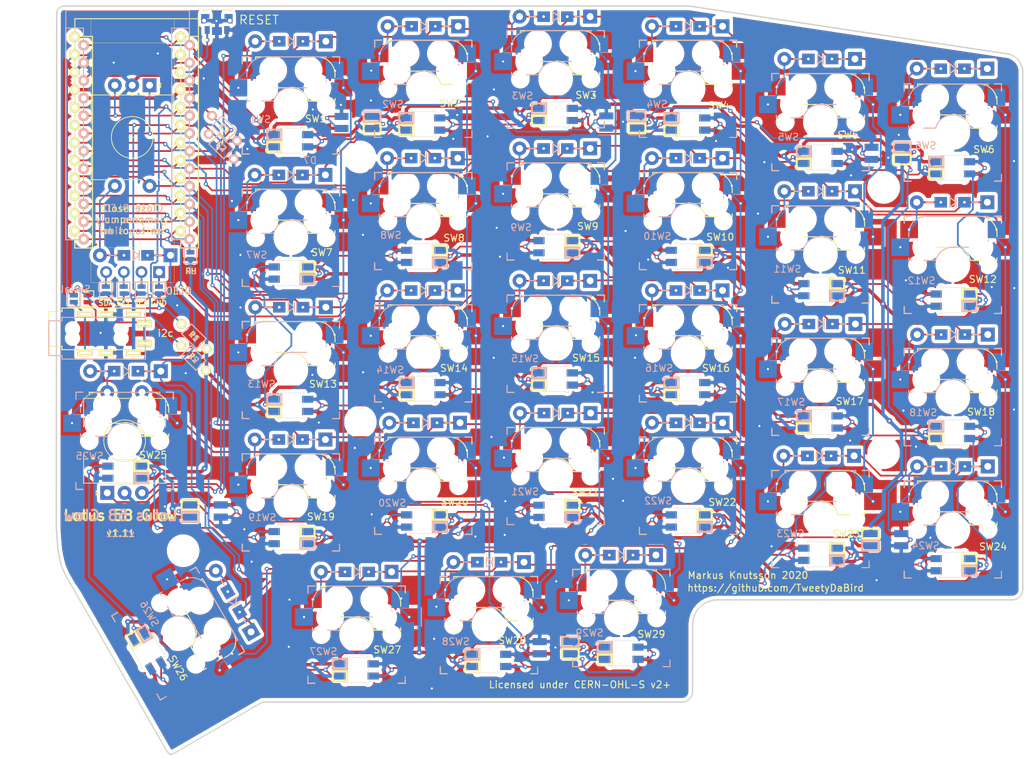
<source format=kicad_pcb>
(kicad_pcb (version 20171130) (host pcbnew "(5.1.9)-1")
  (title_block (title "Lotus 58 Glow MX") (date 2021-03-15) (rev 1.11) (company "Markus Knutsson <markus.knutsson@tweety.se>") (comment 1 https://github.com/TweetyDaBird) (comment 2 "Licensed under CERN-OHL-S v2 or any superseding version"))
  (layers (0 F.Cu signal) (31 B.Cu signal) (34 B.Paste user hide) (35 F.Paste user hide) (36 B.SilkS user) (37 F.SilkS user) (38 B.Mask user hide) (39 F.Mask user hide) (44 Edge.Cuts user))
  (net 0 "")
  (net 1 "Net-(D1-Pad2)")
  (net 2 row4)
  (net 3 "Net-(D2-Pad2)")
  (net 4 "Net-(D3-Pad2)")
  (net 5 row0)
  (net 6 "Net-(D4-Pad2)")
  (net 7 row1)
  (net 8 "Net-(D5-Pad2)")
  (net 9 row2)
  (net 10 "Net-(D6-Pad2)")
  (net 11 row3)
  (net 12 "Net-(D7-Pad2)")
  (net 13 "Net-(D8-Pad2)")
  (net 14 "Net-(D9-Pad2)")
  (net 15 "Net-(D10-Pad2)")
  (net 16 "Net-(D11-Pad2)")
  (net 17 "Net-(D12-Pad2)")
  (net 18 "Net-(D13-Pad2)")
  (net 19 "Net-(D14-Pad2)")
  (net 20 "Net-(D15-Pad2)")
  (net 21 "Net-(D16-Pad2)")
  (net 22 "Net-(D17-Pad2)")
  (net 23 "Net-(D18-Pad2)")
  (net 24 "Net-(D19-Pad2)")
  (net 25 "Net-(D20-Pad2)")
  (net 26 "Net-(D21-Pad2)")
  (net 27 "Net-(D22-Pad2)")
  (net 28 "Net-(D23-Pad2)")
  (net 29 "Net-(D24-Pad2)")
  (net 30 "Net-(D26-Pad2)")
  (net 31 "Net-(D27-Pad2)")
  (net 32 "Net-(D28-Pad2)")
  (net 33 VCC)
  (net 34 GND)
  (net 35 col0)
  (net 36 col1)
  (net 37 col2)
  (net 38 col3)
  (net 39 col4)
  (net 40 col5)
  (net 41 SDA)
  (net 42 LED)
  (net 43 SCL)
  (net 44 RESET)
  (net 45 "Net-(D29-Pad2)")
  (net 46 "Net-(U1-Pad24)")
  (net 47 DATA)
  (net 48 "Net-(JP1-Pad1)")
  (net 49 "Net-(JP2-Pad1)")
  (net 50 "Net-(JP3-Pad1)")
  (net 51 "Net-(JP4-Pad1)")
  (net 52 "Net-(D30-Pad2)")
  (net 53 Hand)
  (net 54 "Net-(J1-PadR2)")
  (net 55 "Net-(J1-PadS)")
  (net 56 B)
  (net 57 A)
  (net 58 Alt)
  (net 59 "Net-(L1-Pad1)")
  (net 60 "Net-(L2-Pad1)")
  (net 61 "Net-(L3-Pad1)")
  (net 62 "Net-(L4-Pad1)")
  (net 63 "Net-(L5-Pad1)")
  (net 64 "Net-(L10-Pad3)")
  (net 65 "Net-(L10-Pad1)")
  (net 66 "Net-(L11-Pad3)")
  (net 67 "Net-(L12-Pad3)")
  (net 68 "Net-(L13-Pad3)")
  (net 69 "Net-(L16-Pad1)")
  (net 70 "Net-(L17-Pad1)")
  (net 71 "Net-(L18-Pad1)")
  (net 72 "Net-(L19-Pad1)")
  (net 73 "Net-(L22-Pad3)")
  (net 74 "Net-(L23-Pad3)")
  (net 75 "Net-(L30-Pad1)")
  (net 76 "Net-(L31-Pad1)")
  (net 77 "Net-(L32-Pad1)")
  (net 78 "Net-(L33-Pad1)")
  (net 79 "Net-(L34-Pad1)")
  (net 80 "Net-(L35-Pad1)")
  (net 81 "Net-(L7-Pad3)")
  (net 82 "Net-(L8-Pad3)")
  (net 83 "Net-(L13-Pad1)")
  (net 84 "Net-(L14-Pad1)")
  (net 85 "Net-(L15-Pad1)")
  (net 86 "Net-(L19-Pad3)")
  (net 87 "Net-(L20-Pad3)")
  (net 88 "Net-(L21-Pad3)")
  (net 89 "Net-(L25-Pad1)")
  (net 90 "Net-(L26-Pad1)")
  (net 91 "Net-(L27-Pad1)")
  (net 92 "Net-(L28-Pad1)")
  (net 93 "Net-(L29-Pad1)")
  (module "Keyboard Library:SK6812MINI_Doublesided" (layer B.Cu) (at 200.025 112.522 180)
    (fp_text reference L32 hide)
    (fp_text value SK6812mini hide)
    (pad 2 smd rect (at -2.2 0.875 180) (size 2 1) (layers F.Cu F.Paste F.Mask) (net 34 GND))
    (pad 1 smd rect (at -2.2 -0.875 180) (size 2 1) (layers F.Cu F.Paste F.Mask) (net 77 "Net-(L32-Pad1)"))
    (pad 4 smd rect (at 2.2 -0.875 180) (size 2 1) (layers F.Cu F.Paste F.Mask) (net 33 VCC))
    (pad 3 smd rect (at 2.2 0.875 180) (size 2 1) (layers F.Cu F.Paste F.Mask) (net 76 "Net-(L31-Pad1)"))
    (pad 2 smd rect (at -2.2 -0.875 180) (size 2 1) (layers B.Cu B.Paste B.Mask) (net 34 GND))
    (pad 1 smd rect (at -2.2 0.875 180) (size 2 1) (layers B.Cu B.Paste B.Mask) (net 77 "Net-(L32-Pad1)"))
    (pad 3 smd rect (at 2.2 -0.875 180) (size 2 1) (layers B.Cu B.Paste B.Mask) (net 76 "Net-(L31-Pad1)"))
    (pad 4 smd rect (at 2.2 0.875 180) (size 2 1) (layers B.Cu B.Paste B.Mask) (net 33 VCC))
  )
  (module "Keyboard Library:SK6812MINI_Midmount_Reversible_v2" (layer F.Cu) (at 209.65 116.13 180)
    (fp_text reference L24 hide)
    (fp_text value SK6812mini hide)
    (fp_line (start -1.749731 -1.483559) (end -1.749612 1.50405) (layer Edge.Cuts) (width 0.05))
    (fp_line (start 1.75 -1.48) (end 1.75083 1.494748) (layer Edge.Cuts) (width 0.05))
    (fp_line (start -1.45 -1.802091) (end 1.446197 -1.802091) (layer Edge.Cuts) (width 0.05))
    (fp_line (start 1.43 1.8) (end -1.47 1.8) (layer Edge.Cuts) (width 0.05))
    (fp_arc (start -1.65 1.69) (end -1.47 1.8) (angle 210.3927812) (layer Edge.Cuts) (width 0.05))
    (fp_arc (start 1.65 1.71) (end 1.43 1.8) (angle -222.651283) (layer Edge.Cuts) (width 0.05))
    (fp_arc (start 1.65 -1.69) (end 1.75 -1.48) (angle -215.7260015) (layer Edge.Cuts) (width 0.05))
    (fp_arc (start -1.65 -1.69) (end -1.45 -1.802091) (angle -214.9463081) (layer Edge.Cuts) (width 0.05))
    (pad 2 smd rect (at 2.4 0.875 180) (size 1.6 1) (layers F.Cu F.Paste F.Mask) (net 34 GND))
    (pad 1 smd rect (at 2.4 -0.875 180) (size 1.6 1) (layers F.Cu F.Paste F.Mask) (net 74 "Net-(L23-Pad3)"))
    (pad 3 smd rect (at -2.4 0.875 180) (size 1.6 1) (layers F.Cu F.Paste F.Mask) (net 71 "Net-(L18-Pad1)"))
    (pad 4 smd rect (at -2.4 -0.875 180) (size 1.6 1) (layers F.Cu F.Paste F.Mask) (net 33 VCC))
    (pad 1 smd rect (at 2.4 0.875 180) (size 1.6 1) (layers B.Cu B.Paste B.Mask) (net 74 "Net-(L23-Pad3)"))
    (pad 2 smd rect (at 2.4 -0.875 180) (size 1.6 1) (layers B.Cu B.Paste B.Mask) (net 34 GND))
    (pad 3 smd rect (at -2.4 -0.875 180) (size 1.6 1) (layers B.Cu B.Paste B.Mask) (net 71 "Net-(L18-Pad1)"))
    (pad 4 smd rect (at -2.4 0.875 180) (size 1.6 1) (layers B.Cu B.Paste B.Mask) (net 33 VCC))
  )
  (module "Keyboard Library:SK6812MINI_Midmount_Reversible_v2" (layer F.Cu) (at 190.6 114.63 180)
    (fp_text reference L23 hide)
    (fp_text value SK6812mini hide)
    (fp_line (start -1.749731 -1.483559) (end -1.749612 1.50405) (layer Edge.Cuts) (width 0.05))
    (fp_line (start 1.75 -1.48) (end 1.75083 1.494748) (layer Edge.Cuts) (width 0.05))
    (fp_line (start -1.45 -1.802091) (end 1.446197 -1.802091) (layer Edge.Cuts) (width 0.05))
    (fp_line (start 1.43 1.8) (end -1.47 1.8) (layer Edge.Cuts) (width 0.05))
    (fp_arc (start -1.65 1.69) (end -1.47 1.8) (angle 210.3927812) (layer Edge.Cuts) (width 0.05))
    (fp_arc (start 1.65 1.71) (end 1.43 1.8) (angle -222.651283) (layer Edge.Cuts) (width 0.05))
    (fp_arc (start 1.65 -1.69) (end 1.75 -1.48) (angle -215.7260015) (layer Edge.Cuts) (width 0.05))
    (fp_arc (start -1.65 -1.69) (end -1.45 -1.802091) (angle -214.9463081) (layer Edge.Cuts) (width 0.05))
    (pad 2 smd rect (at 2.4 0.875 180) (size 1.6 1) (layers F.Cu F.Paste F.Mask) (net 34 GND))
    (pad 1 smd rect (at 2.4 -0.875 180) (size 1.6 1) (layers F.Cu F.Paste F.Mask) (net 73 "Net-(L22-Pad3)"))
    (pad 3 smd rect (at -2.4 0.875 180) (size 1.6 1) (layers F.Cu F.Paste F.Mask) (net 74 "Net-(L23-Pad3)"))
    (pad 4 smd rect (at -2.4 -0.875 180) (size 1.6 1) (layers F.Cu F.Paste F.Mask) (net 33 VCC))
    (pad 1 smd rect (at 2.4 0.875 180) (size 1.6 1) (layers B.Cu B.Paste B.Mask) (net 73 "Net-(L22-Pad3)"))
    (pad 2 smd rect (at 2.4 -0.875 180) (size 1.6 1) (layers B.Cu B.Paste B.Mask) (net 34 GND))
    (pad 3 smd rect (at -2.4 -0.875 180) (size 1.6 1) (layers B.Cu B.Paste B.Mask) (net 74 "Net-(L23-Pad3)"))
    (pad 4 smd rect (at -2.4 0.875 180) (size 1.6 1) (layers B.Cu B.Paste B.Mask) (net 33 VCC))
  )
  (module "Keyboard Library:SK6812MINI_Midmount_Reversible_v2" (layer F.Cu) (at 171.55 109.83 180)
    (fp_text reference L22 hide)
    (fp_text value SK6812mini hide)
    (fp_line (start -1.749731 -1.483559) (end -1.749612 1.50405) (layer Edge.Cuts) (width 0.05))
    (fp_line (start 1.75 -1.48) (end 1.75083 1.494748) (layer Edge.Cuts) (width 0.05))
    (fp_line (start -1.45 -1.802091) (end 1.446197 -1.802091) (layer Edge.Cuts) (width 0.05))
    (fp_line (start 1.43 1.8) (end -1.47 1.8) (layer Edge.Cuts) (width 0.05))
    (fp_arc (start -1.65 1.69) (end -1.47 1.8) (angle 210.3927812) (layer Edge.Cuts) (width 0.05))
    (fp_arc (start 1.65 1.71) (end 1.43 1.8) (angle -222.651283) (layer Edge.Cuts) (width 0.05))
    (fp_arc (start 1.65 -1.69) (end 1.75 -1.48) (angle -215.7260015) (layer Edge.Cuts) (width 0.05))
    (fp_arc (start -1.65 -1.69) (end -1.45 -1.802091) (angle -214.9463081) (layer Edge.Cuts) (width 0.05))
    (pad 2 smd rect (at 2.4 0.875 180) (size 1.6 1) (layers F.Cu F.Paste F.Mask) (net 34 GND))
    (pad 1 smd rect (at 2.4 -0.875 180) (size 1.6 1) (layers F.Cu F.Paste F.Mask) (net 88 "Net-(L21-Pad3)"))
    (pad 3 smd rect (at -2.4 0.875 180) (size 1.6 1) (layers F.Cu F.Paste F.Mask) (net 73 "Net-(L22-Pad3)"))
    (pad 4 smd rect (at -2.4 -0.875 180) (size 1.6 1) (layers F.Cu F.Paste F.Mask) (net 33 VCC))
    (pad 1 smd rect (at 2.4 0.875 180) (size 1.6 1) (layers B.Cu B.Paste B.Mask) (net 88 "Net-(L21-Pad3)"))
    (pad 2 smd rect (at 2.4 -0.875 180) (size 1.6 1) (layers B.Cu B.Paste B.Mask) (net 34 GND))
    (pad 3 smd rect (at -2.4 -0.875 180) (size 1.6 1) (layers B.Cu B.Paste B.Mask) (net 73 "Net-(L22-Pad3)"))
    (pad 4 smd rect (at -2.4 0.875 180) (size 1.6 1) (layers B.Cu B.Paste B.Mask) (net 33 VCC))
  )
  (module "Keyboard Library:SK6812MINI_Midmount_Reversible_v2" (layer F.Cu) (at 152.5 108.44 180)
    (fp_text reference L21 hide)
    (fp_text value SK6812mini hide)
    (fp_line (start -1.749731 -1.483559) (end -1.749612 1.50405) (layer Edge.Cuts) (width 0.05))
    (fp_line (start 1.75 -1.48) (end 1.75083 1.494748) (layer Edge.Cuts) (width 0.05))
    (fp_line (start -1.45 -1.802091) (end 1.446197 -1.802091) (layer Edge.Cuts) (width 0.05))
    (fp_line (start 1.43 1.8) (end -1.47 1.8) (layer Edge.Cuts) (width 0.05))
    (fp_arc (start -1.65 1.69) (end -1.47 1.8) (angle 210.3927812) (layer Edge.Cuts) (width 0.05))
    (fp_arc (start 1.65 1.71) (end 1.43 1.8) (angle -222.651283) (layer Edge.Cuts) (width 0.05))
    (fp_arc (start 1.65 -1.69) (end 1.75 -1.48) (angle -215.7260015) (layer Edge.Cuts) (width 0.05))
    (fp_arc (start -1.65 -1.69) (end -1.45 -1.802091) (angle -214.9463081) (layer Edge.Cuts) (width 0.05))
    (pad 2 smd rect (at 2.4 0.875 180) (size 1.6 1) (layers F.Cu F.Paste F.Mask) (net 34 GND))
    (pad 1 smd rect (at 2.4 -0.875 180) (size 1.6 1) (layers F.Cu F.Paste F.Mask) (net 87 "Net-(L20-Pad3)"))
    (pad 3 smd rect (at -2.4 0.875 180) (size 1.6 1) (layers F.Cu F.Paste F.Mask) (net 88 "Net-(L21-Pad3)"))
    (pad 4 smd rect (at -2.4 -0.875 180) (size 1.6 1) (layers F.Cu F.Paste F.Mask) (net 33 VCC))
    (pad 1 smd rect (at 2.4 0.875 180) (size 1.6 1) (layers B.Cu B.Paste B.Mask) (net 87 "Net-(L20-Pad3)"))
    (pad 2 smd rect (at 2.4 -0.875 180) (size 1.6 1) (layers B.Cu B.Paste B.Mask) (net 34 GND))
    (pad 3 smd rect (at -2.4 -0.875 180) (size 1.6 1) (layers B.Cu B.Paste B.Mask) (net 88 "Net-(L21-Pad3)"))
    (pad 4 smd rect (at -2.4 0.875 180) (size 1.6 1) (layers B.Cu B.Paste B.Mask) (net 33 VCC))
  )
  (module "Keyboard Library:SK6812MINI_Midmount_Reversible_v2" (layer F.Cu) (at 133.45 109.83 180)
    (fp_text reference L20 hide)
    (fp_text value SK6812mini hide)
    (fp_line (start -1.749731 -1.483559) (end -1.749612 1.50405) (layer Edge.Cuts) (width 0.05))
    (fp_line (start 1.75 -1.48) (end 1.75083 1.494748) (layer Edge.Cuts) (width 0.05))
    (fp_line (start -1.45 -1.802091) (end 1.446197 -1.802091) (layer Edge.Cuts) (width 0.05))
    (fp_line (start 1.43 1.8) (end -1.47 1.8) (layer Edge.Cuts) (width 0.05))
    (fp_arc (start -1.65 1.69) (end -1.47 1.8) (angle 210.3927812) (layer Edge.Cuts) (width 0.05))
    (fp_arc (start 1.65 1.71) (end 1.43 1.8) (angle -222.651283) (layer Edge.Cuts) (width 0.05))
    (fp_arc (start 1.65 -1.69) (end 1.75 -1.48) (angle -215.7260015) (layer Edge.Cuts) (width 0.05))
    (fp_arc (start -1.65 -1.69) (end -1.45 -1.802091) (angle -214.9463081) (layer Edge.Cuts) (width 0.05))
    (pad 2 smd rect (at 2.4 0.875 180) (size 1.6 1) (layers F.Cu F.Paste F.Mask) (net 34 GND))
    (pad 1 smd rect (at 2.4 -0.875 180) (size 1.6 1) (layers F.Cu F.Paste F.Mask) (net 86 "Net-(L19-Pad3)"))
    (pad 3 smd rect (at -2.4 0.875 180) (size 1.6 1) (layers F.Cu F.Paste F.Mask) (net 87 "Net-(L20-Pad3)"))
    (pad 4 smd rect (at -2.4 -0.875 180) (size 1.6 1) (layers F.Cu F.Paste F.Mask) (net 33 VCC))
    (pad 1 smd rect (at 2.4 0.875 180) (size 1.6 1) (layers B.Cu B.Paste B.Mask) (net 86 "Net-(L19-Pad3)"))
    (pad 2 smd rect (at 2.4 -0.875 180) (size 1.6 1) (layers B.Cu B.Paste B.Mask) (net 34 GND))
    (pad 3 smd rect (at -2.4 -0.875 180) (size 1.6 1) (layers B.Cu B.Paste B.Mask) (net 87 "Net-(L20-Pad3)"))
    (pad 4 smd rect (at -2.4 0.875 180) (size 1.6 1) (layers B.Cu B.Paste B.Mask) (net 33 VCC))
  )
  (module "Keyboard Library:SK6812MINI_Midmount_Reversible_v2" (layer F.Cu) (at 114.4 112.23 180)
    (fp_text reference L19 hide)
    (fp_text value SK6812mini hide)
    (fp_line (start -1.749731 -1.483559) (end -1.749612 1.50405) (layer Edge.Cuts) (width 0.05))
    (fp_line (start 1.75 -1.48) (end 1.75083 1.494748) (layer Edge.Cuts) (width 0.05))
    (fp_line (start -1.45 -1.802091) (end 1.446197 -1.802091) (layer Edge.Cuts) (width 0.05))
    (fp_line (start 1.43 1.8) (end -1.47 1.8) (layer Edge.Cuts) (width 0.05))
    (fp_arc (start -1.65 1.69) (end -1.47 1.8) (angle 210.3927812) (layer Edge.Cuts) (width 0.05))
    (fp_arc (start 1.65 1.71) (end 1.43 1.8) (angle -222.651283) (layer Edge.Cuts) (width 0.05))
    (fp_arc (start 1.65 -1.69) (end 1.75 -1.48) (angle -215.7260015) (layer Edge.Cuts) (width 0.05))
    (fp_arc (start -1.65 -1.69) (end -1.45 -1.802091) (angle -214.9463081) (layer Edge.Cuts) (width 0.05))
    (pad 2 smd rect (at 2.4 0.875 180) (size 1.6 1) (layers F.Cu F.Paste F.Mask) (net 34 GND))
    (pad 1 smd rect (at 2.4 -0.875 180) (size 1.6 1) (layers F.Cu F.Paste F.Mask) (net 72 "Net-(L19-Pad1)"))
    (pad 3 smd rect (at -2.4 0.875 180) (size 1.6 1) (layers F.Cu F.Paste F.Mask) (net 86 "Net-(L19-Pad3)"))
    (pad 4 smd rect (at -2.4 -0.875 180) (size 1.6 1) (layers F.Cu F.Paste F.Mask) (net 33 VCC))
    (pad 1 smd rect (at 2.4 0.875 180) (size 1.6 1) (layers B.Cu B.Paste B.Mask) (net 72 "Net-(L19-Pad1)"))
    (pad 2 smd rect (at 2.4 -0.875 180) (size 1.6 1) (layers B.Cu B.Paste B.Mask) (net 34 GND))
    (pad 3 smd rect (at -2.4 -0.875 180) (size 1.6 1) (layers B.Cu B.Paste B.Mask) (net 86 "Net-(L19-Pad3)"))
    (pad 4 smd rect (at -2.4 0.875 180) (size 1.6 1) (layers B.Cu B.Paste B.Mask) (net 33 VCC))
  )
  (module "Keyboard Library:SK6812MINI_Midmount_Reversible_v2" (layer F.Cu) (at 209.65 78.03 180)
    (fp_text reference L12 hide)
    (fp_text value SK6812mini hide)
    (fp_line (start -1.749731 -1.483559) (end -1.749612 1.50405) (layer Edge.Cuts) (width 0.05))
    (fp_line (start 1.75 -1.48) (end 1.75083 1.494748) (layer Edge.Cuts) (width 0.05))
    (fp_line (start -1.45 -1.802091) (end 1.446197 -1.802091) (layer Edge.Cuts) (width 0.05))
    (fp_line (start 1.43 1.8) (end -1.47 1.8) (layer Edge.Cuts) (width 0.05))
    (fp_arc (start -1.65 1.69) (end -1.47 1.8) (angle 210.3927812) (layer Edge.Cuts) (width 0.05))
    (fp_arc (start 1.65 1.71) (end 1.43 1.8) (angle -222.651283) (layer Edge.Cuts) (width 0.05))
    (fp_arc (start 1.65 -1.69) (end 1.75 -1.48) (angle -215.7260015) (layer Edge.Cuts) (width 0.05))
    (fp_arc (start -1.65 -1.69) (end -1.45 -1.802091) (angle -214.9463081) (layer Edge.Cuts) (width 0.05))
    (pad 2 smd rect (at 2.4 0.875 180) (size 1.6 1) (layers F.Cu F.Paste F.Mask) (net 34 GND))
    (pad 1 smd rect (at 2.4 -0.875 180) (size 1.6 1) (layers F.Cu F.Paste F.Mask) (net 66 "Net-(L11-Pad3)"))
    (pad 3 smd rect (at -2.4 0.875 180) (size 1.6 1) (layers F.Cu F.Paste F.Mask) (net 67 "Net-(L12-Pad3)"))
    (pad 4 smd rect (at -2.4 -0.875 180) (size 1.6 1) (layers F.Cu F.Paste F.Mask) (net 33 VCC))
    (pad 1 smd rect (at 2.4 0.875 180) (size 1.6 1) (layers B.Cu B.Paste B.Mask) (net 66 "Net-(L11-Pad3)"))
    (pad 2 smd rect (at 2.4 -0.875 180) (size 1.6 1) (layers B.Cu B.Paste B.Mask) (net 34 GND))
    (pad 3 smd rect (at -2.4 -0.875 180) (size 1.6 1) (layers B.Cu B.Paste B.Mask) (net 67 "Net-(L12-Pad3)"))
    (pad 4 smd rect (at -2.4 0.875 180) (size 1.6 1) (layers B.Cu B.Paste B.Mask) (net 33 VCC))
  )
  (module "Keyboard Library:SK6812MINI_Midmount_Reversible_v2" (layer F.Cu) (at 190.6 76.53 180)
    (fp_text reference L11 hide)
    (fp_text value SK6812mini hide)
    (fp_line (start -1.749731 -1.483559) (end -1.749612 1.50405) (layer Edge.Cuts) (width 0.05))
    (fp_line (start 1.75 -1.48) (end 1.75083 1.494748) (layer Edge.Cuts) (width 0.05))
    (fp_line (start -1.45 -1.802091) (end 1.446197 -1.802091) (layer Edge.Cuts) (width 0.05))
    (fp_line (start 1.43 1.8) (end -1.47 1.8) (layer Edge.Cuts) (width 0.05))
    (fp_arc (start -1.65 1.69) (end -1.47 1.8) (angle 210.3927812) (layer Edge.Cuts) (width 0.05))
    (fp_arc (start 1.65 1.71) (end 1.43 1.8) (angle -222.651283) (layer Edge.Cuts) (width 0.05))
    (fp_arc (start 1.65 -1.69) (end 1.75 -1.48) (angle -215.7260015) (layer Edge.Cuts) (width 0.05))
    (fp_arc (start -1.65 -1.69) (end -1.45 -1.802091) (angle -214.9463081) (layer Edge.Cuts) (width 0.05))
    (pad 2 smd rect (at 2.4 0.875 180) (size 1.6 1) (layers F.Cu F.Paste F.Mask) (net 34 GND))
    (pad 1 smd rect (at 2.4 -0.875 180) (size 1.6 1) (layers F.Cu F.Paste F.Mask) (net 64 "Net-(L10-Pad3)"))
    (pad 3 smd rect (at -2.4 0.875 180) (size 1.6 1) (layers F.Cu F.Paste F.Mask) (net 66 "Net-(L11-Pad3)"))
    (pad 4 smd rect (at -2.4 -0.875 180) (size 1.6 1) (layers F.Cu F.Paste F.Mask) (net 33 VCC))
    (pad 1 smd rect (at 2.4 0.875 180) (size 1.6 1) (layers B.Cu B.Paste B.Mask) (net 64 "Net-(L10-Pad3)"))
    (pad 2 smd rect (at 2.4 -0.875 180) (size 1.6 1) (layers B.Cu B.Paste B.Mask) (net 34 GND))
    (pad 3 smd rect (at -2.4 -0.875 180) (size 1.6 1) (layers B.Cu B.Paste B.Mask) (net 66 "Net-(L11-Pad3)"))
    (pad 4 smd rect (at -2.4 0.875 180) (size 1.6 1) (layers B.Cu B.Paste B.Mask) (net 33 VCC))
  )
  (module "Keyboard Library:SK6812MINI_Midmount_Reversible_v2" (layer F.Cu) (at 171.55 71.73 180)
    (fp_text reference L10 hide)
    (fp_text value SK6812mini hide)
    (fp_line (start -1.749731 -1.483559) (end -1.749612 1.50405) (layer Edge.Cuts) (width 0.05))
    (fp_line (start 1.75 -1.48) (end 1.75083 1.494748) (layer Edge.Cuts) (width 0.05))
    (fp_line (start -1.45 -1.802091) (end 1.446197 -1.802091) (layer Edge.Cuts) (width 0.05))
    (fp_line (start 1.43 1.8) (end -1.47 1.8) (layer Edge.Cuts) (width 0.05))
    (fp_arc (start -1.65 1.69) (end -1.47 1.8) (angle 210.3927812) (layer Edge.Cuts) (width 0.05))
    (fp_arc (start 1.65 1.71) (end 1.43 1.8) (angle -222.651283) (layer Edge.Cuts) (width 0.05))
    (fp_arc (start 1.65 -1.69) (end 1.75 -1.48) (angle -215.7260015) (layer Edge.Cuts) (width 0.05))
    (fp_arc (start -1.65 -1.69) (end -1.45 -1.802091) (angle -214.9463081) (layer Edge.Cuts) (width 0.05))
    (pad 2 smd rect (at 2.4 0.875 180) (size 1.6 1) (layers F.Cu F.Paste F.Mask) (net 34 GND))
    (pad 1 smd rect (at 2.4 -0.875 180) (size 1.6 1) (layers F.Cu F.Paste F.Mask) (net 65 "Net-(L10-Pad1)"))
    (pad 3 smd rect (at -2.4 0.875 180) (size 1.6 1) (layers F.Cu F.Paste F.Mask) (net 64 "Net-(L10-Pad3)"))
    (pad 4 smd rect (at -2.4 -0.875 180) (size 1.6 1) (layers F.Cu F.Paste F.Mask) (net 33 VCC))
    (pad 1 smd rect (at 2.4 0.875 180) (size 1.6 1) (layers B.Cu B.Paste B.Mask) (net 65 "Net-(L10-Pad1)"))
    (pad 2 smd rect (at 2.4 -0.875 180) (size 1.6 1) (layers B.Cu B.Paste B.Mask) (net 34 GND))
    (pad 3 smd rect (at -2.4 -0.875 180) (size 1.6 1) (layers B.Cu B.Paste B.Mask) (net 64 "Net-(L10-Pad3)"))
    (pad 4 smd rect (at -2.4 0.875 180) (size 1.6 1) (layers B.Cu B.Paste B.Mask) (net 33 VCC))
  )
  (module "Keyboard Library:SK6812MINI_Midmount_Reversible_v2" (layer F.Cu) (at 152.5 70.34 180)
    (fp_text reference L9 hide)
    (fp_text value SK6812mini hide)
    (fp_line (start -1.749731 -1.483559) (end -1.749612 1.50405) (layer Edge.Cuts) (width 0.05))
    (fp_line (start 1.75 -1.48) (end 1.75083 1.494748) (layer Edge.Cuts) (width 0.05))
    (fp_line (start -1.45 -1.802091) (end 1.446197 -1.802091) (layer Edge.Cuts) (width 0.05))
    (fp_line (start 1.43 1.8) (end -1.47 1.8) (layer Edge.Cuts) (width 0.05))
    (fp_arc (start -1.65 1.69) (end -1.47 1.8) (angle 210.3927812) (layer Edge.Cuts) (width 0.05))
    (fp_arc (start 1.65 1.71) (end 1.43 1.8) (angle -222.651283) (layer Edge.Cuts) (width 0.05))
    (fp_arc (start 1.65 -1.69) (end 1.75 -1.48) (angle -215.7260015) (layer Edge.Cuts) (width 0.05))
    (fp_arc (start -1.65 -1.69) (end -1.45 -1.802091) (angle -214.9463081) (layer Edge.Cuts) (width 0.05))
    (pad 2 smd rect (at 2.4 0.875 180) (size 1.6 1) (layers F.Cu F.Paste F.Mask) (net 34 GND))
    (pad 1 smd rect (at 2.4 -0.875 180) (size 1.6 1) (layers F.Cu F.Paste F.Mask) (net 82 "Net-(L8-Pad3)"))
    (pad 3 smd rect (at -2.4 0.875 180) (size 1.6 1) (layers F.Cu F.Paste F.Mask) (net 65 "Net-(L10-Pad1)"))
    (pad 4 smd rect (at -2.4 -0.875 180) (size 1.6 1) (layers F.Cu F.Paste F.Mask) (net 33 VCC))
    (pad 1 smd rect (at 2.4 0.875 180) (size 1.6 1) (layers B.Cu B.Paste B.Mask) (net 82 "Net-(L8-Pad3)"))
    (pad 2 smd rect (at 2.4 -0.875 180) (size 1.6 1) (layers B.Cu B.Paste B.Mask) (net 34 GND))
    (pad 3 smd rect (at -2.4 -0.875 180) (size 1.6 1) (layers B.Cu B.Paste B.Mask) (net 65 "Net-(L10-Pad1)"))
    (pad 4 smd rect (at -2.4 0.875 180) (size 1.6 1) (layers B.Cu B.Paste B.Mask) (net 33 VCC))
  )
  (module "Keyboard Library:SK6812MINI_Midmount_Reversible_v2" (layer F.Cu) (at 133.45 71.73 180)
    (fp_text reference L8 hide)
    (fp_text value SK6812mini hide)
    (fp_line (start -1.749731 -1.483559) (end -1.749612 1.50405) (layer Edge.Cuts) (width 0.05))
    (fp_line (start 1.75 -1.48) (end 1.75083 1.494748) (layer Edge.Cuts) (width 0.05))
    (fp_line (start -1.45 -1.802091) (end 1.446197 -1.802091) (layer Edge.Cuts) (width 0.05))
    (fp_line (start 1.43 1.8) (end -1.47 1.8) (layer Edge.Cuts) (width 0.05))
    (fp_arc (start -1.65 1.69) (end -1.47 1.8) (angle 210.3927812) (layer Edge.Cuts) (width 0.05))
    (fp_arc (start 1.65 1.71) (end 1.43 1.8) (angle -222.651283) (layer Edge.Cuts) (width 0.05))
    (fp_arc (start 1.65 -1.69) (end 1.75 -1.48) (angle -215.7260015) (layer Edge.Cuts) (width 0.05))
    (fp_arc (start -1.65 -1.69) (end -1.45 -1.802091) (angle -214.9463081) (layer Edge.Cuts) (width 0.05))
    (pad 2 smd rect (at 2.4 0.875 180) (size 1.6 1) (layers F.Cu F.Paste F.Mask) (net 34 GND))
    (pad 1 smd rect (at 2.4 -0.875 180) (size 1.6 1) (layers F.Cu F.Paste F.Mask) (net 81 "Net-(L7-Pad3)"))
    (pad 3 smd rect (at -2.4 0.875 180) (size 1.6 1) (layers F.Cu F.Paste F.Mask) (net 82 "Net-(L8-Pad3)"))
    (pad 4 smd rect (at -2.4 -0.875 180) (size 1.6 1) (layers F.Cu F.Paste F.Mask) (net 33 VCC))
    (pad 1 smd rect (at 2.4 0.875 180) (size 1.6 1) (layers B.Cu B.Paste B.Mask) (net 81 "Net-(L7-Pad3)"))
    (pad 2 smd rect (at 2.4 -0.875 180) (size 1.6 1) (layers B.Cu B.Paste B.Mask) (net 34 GND))
    (pad 3 smd rect (at -2.4 -0.875 180) (size 1.6 1) (layers B.Cu B.Paste B.Mask) (net 82 "Net-(L8-Pad3)"))
    (pad 4 smd rect (at -2.4 0.875 180) (size 1.6 1) (layers B.Cu B.Paste B.Mask) (net 33 VCC))
  )
  (module "Keyboard Library:SK6812MINI_Midmount_Reversible_v2" (layer F.Cu) (at 114.4 74.13 180)
    (fp_text reference L7 hide)
    (fp_text value SK6812mini hide)
    (fp_line (start -1.749731 -1.483559) (end -1.749612 1.50405) (layer Edge.Cuts) (width 0.05))
    (fp_line (start 1.75 -1.48) (end 1.75083 1.494748) (layer Edge.Cuts) (width 0.05))
    (fp_line (start -1.45 -1.802091) (end 1.446197 -1.802091) (layer Edge.Cuts) (width 0.05))
    (fp_line (start 1.43 1.8) (end -1.47 1.8) (layer Edge.Cuts) (width 0.05))
    (fp_arc (start -1.65 1.69) (end -1.47 1.8) (angle 210.3927812) (layer Edge.Cuts) (width 0.05))
    (fp_arc (start 1.65 1.71) (end 1.43 1.8) (angle -222.651283) (layer Edge.Cuts) (width 0.05))
    (fp_arc (start 1.65 -1.69) (end 1.75 -1.48) (angle -215.7260015) (layer Edge.Cuts) (width 0.05))
    (fp_arc (start -1.65 -1.69) (end -1.45 -1.802091) (angle -214.9463081) (layer Edge.Cuts) (width 0.05))
    (pad 2 smd rect (at 2.4 0.875 180) (size 1.6 1) (layers F.Cu F.Paste F.Mask) (net 34 GND))
    (pad 1 smd rect (at 2.4 -0.875 180) (size 1.6 1) (layers F.Cu F.Paste F.Mask) (net 68 "Net-(L13-Pad3)"))
    (pad 3 smd rect (at -2.4 0.875 180) (size 1.6 1) (layers F.Cu F.Paste F.Mask) (net 81 "Net-(L7-Pad3)"))
    (pad 4 smd rect (at -2.4 -0.875 180) (size 1.6 1) (layers F.Cu F.Paste F.Mask) (net 33 VCC))
    (pad 1 smd rect (at 2.4 0.875 180) (size 1.6 1) (layers B.Cu B.Paste B.Mask) (net 68 "Net-(L13-Pad3)"))
    (pad 2 smd rect (at 2.4 -0.875 180) (size 1.6 1) (layers B.Cu B.Paste B.Mask) (net 34 GND))
    (pad 3 smd rect (at -2.4 -0.875 180) (size 1.6 1) (layers B.Cu B.Paste B.Mask) (net 81 "Net-(L7-Pad3)"))
    (pad 4 smd rect (at -2.4 0.875 180) (size 1.6 1) (layers B.Cu B.Paste B.Mask) (net 33 VCC))
  )
  (module "Keyboard Library:SK6812MINI_Midmount_Reversible_v2" (layer F.Cu) (at 209.65 58.98)
    (fp_text reference L6 hide)
    (fp_text value SK6812mini hide)
    (fp_line (start -1.749731 -1.483559) (end -1.749612 1.50405) (layer Edge.Cuts) (width 0.05))
    (fp_line (start 1.75 -1.48) (end 1.75083 1.494748) (layer Edge.Cuts) (width 0.05))
    (fp_line (start -1.45 -1.802091) (end 1.446197 -1.802091) (layer Edge.Cuts) (width 0.05))
    (fp_line (start 1.43 1.8) (end -1.47 1.8) (layer Edge.Cuts) (width 0.05))
    (fp_arc (start -1.65 1.69) (end -1.47 1.8) (angle 210.3927812) (layer Edge.Cuts) (width 0.05))
    (fp_arc (start 1.65 1.71) (end 1.43 1.8) (angle -222.651283) (layer Edge.Cuts) (width 0.05))
    (fp_arc (start 1.65 -1.69) (end 1.75 -1.48) (angle -215.7260015) (layer Edge.Cuts) (width 0.05))
    (fp_arc (start -1.65 -1.69) (end -1.45 -1.802091) (angle -214.9463081) (layer Edge.Cuts) (width 0.05))
    (pad 2 smd rect (at 2.4 0.875) (size 1.6 1) (layers F.Cu F.Paste F.Mask) (net 34 GND))
    (pad 1 smd rect (at 2.4 -0.875) (size 1.6 1) (layers F.Cu F.Paste F.Mask) (net 67 "Net-(L12-Pad3)"))
    (pad 3 smd rect (at -2.4 0.875) (size 1.6 1) (layers F.Cu F.Paste F.Mask) (net 63 "Net-(L5-Pad1)"))
    (pad 4 smd rect (at -2.4 -0.875) (size 1.6 1) (layers F.Cu F.Paste F.Mask) (net 33 VCC))
    (pad 1 smd rect (at 2.4 0.875) (size 1.6 1) (layers B.Cu B.Paste B.Mask) (net 67 "Net-(L12-Pad3)"))
    (pad 2 smd rect (at 2.4 -0.875) (size 1.6 1) (layers B.Cu B.Paste B.Mask) (net 34 GND))
    (pad 3 smd rect (at -2.4 -0.875) (size 1.6 1) (layers B.Cu B.Paste B.Mask) (net 63 "Net-(L5-Pad1)"))
    (pad 4 smd rect (at -2.4 0.875) (size 1.6 1) (layers B.Cu B.Paste B.Mask) (net 33 VCC))
  )
  (module "Keyboard Library:SK6812MINI_Midmount_Reversible_v2" (layer F.Cu) (at 190.6 57.48)
    (fp_text reference L5 hide)
    (fp_text value SK6812mini hide)
    (fp_line (start -1.749731 -1.483559) (end -1.749612 1.50405) (layer Edge.Cuts) (width 0.05))
    (fp_line (start 1.75 -1.48) (end 1.75083 1.494748) (layer Edge.Cuts) (width 0.05))
    (fp_line (start -1.45 -1.802091) (end 1.446197 -1.802091) (layer Edge.Cuts) (width 0.05))
    (fp_line (start 1.43 1.8) (end -1.47 1.8) (layer Edge.Cuts) (width 0.05))
    (fp_arc (start -1.65 1.69) (end -1.47 1.8) (angle 210.3927812) (layer Edge.Cuts) (width 0.05))
    (fp_arc (start 1.65 1.71) (end 1.43 1.8) (angle -222.651283) (layer Edge.Cuts) (width 0.05))
    (fp_arc (start 1.65 -1.69) (end 1.75 -1.48) (angle -215.7260015) (layer Edge.Cuts) (width 0.05))
    (fp_arc (start -1.65 -1.69) (end -1.45 -1.802091) (angle -214.9463081) (layer Edge.Cuts) (width 0.05))
    (pad 2 smd rect (at 2.4 0.875) (size 1.6 1) (layers F.Cu F.Paste F.Mask) (net 34 GND))
    (pad 1 smd rect (at 2.4 -0.875) (size 1.6 1) (layers F.Cu F.Paste F.Mask) (net 63 "Net-(L5-Pad1)"))
    (pad 3 smd rect (at -2.4 0.875) (size 1.6 1) (layers F.Cu F.Paste F.Mask) (net 62 "Net-(L4-Pad1)"))
    (pad 4 smd rect (at -2.4 -0.875) (size 1.6 1) (layers F.Cu F.Paste F.Mask) (net 33 VCC))
    (pad 1 smd rect (at 2.4 0.875) (size 1.6 1) (layers B.Cu B.Paste B.Mask) (net 63 "Net-(L5-Pad1)"))
    (pad 2 smd rect (at 2.4 -0.875) (size 1.6 1) (layers B.Cu B.Paste B.Mask) (net 34 GND))
    (pad 3 smd rect (at -2.4 -0.875) (size 1.6 1) (layers B.Cu B.Paste B.Mask) (net 62 "Net-(L4-Pad1)"))
    (pad 4 smd rect (at -2.4 0.875) (size 1.6 1) (layers B.Cu B.Paste B.Mask) (net 33 VCC))
  )
  (module "Keyboard Library:SK6812MINI_Midmount_Reversible_v2" (layer F.Cu) (at 171.55 52.68)
    (fp_text reference L4 hide)
    (fp_text value SK6812mini hide)
    (fp_line (start -1.749731 -1.483559) (end -1.749612 1.50405) (layer Edge.Cuts) (width 0.05))
    (fp_line (start 1.75 -1.48) (end 1.75083 1.494748) (layer Edge.Cuts) (width 0.05))
    (fp_line (start -1.45 -1.802091) (end 1.446197 -1.802091) (layer Edge.Cuts) (width 0.05))
    (fp_line (start 1.43 1.8) (end -1.47 1.8) (layer Edge.Cuts) (width 0.05))
    (fp_arc (start -1.65 1.69) (end -1.47 1.8) (angle 210.3927812) (layer Edge.Cuts) (width 0.05))
    (fp_arc (start 1.65 1.71) (end 1.43 1.8) (angle -222.651283) (layer Edge.Cuts) (width 0.05))
    (fp_arc (start 1.65 -1.69) (end 1.75 -1.48) (angle -215.7260015) (layer Edge.Cuts) (width 0.05))
    (fp_arc (start -1.65 -1.69) (end -1.45 -1.802091) (angle -214.9463081) (layer Edge.Cuts) (width 0.05))
    (pad 2 smd rect (at 2.4 0.875) (size 1.6 1) (layers F.Cu F.Paste F.Mask) (net 34 GND))
    (pad 1 smd rect (at 2.4 -0.875) (size 1.6 1) (layers F.Cu F.Paste F.Mask) (net 62 "Net-(L4-Pad1)"))
    (pad 3 smd rect (at -2.4 0.875) (size 1.6 1) (layers F.Cu F.Paste F.Mask) (net 61 "Net-(L3-Pad1)"))
    (pad 4 smd rect (at -2.4 -0.875) (size 1.6 1) (layers F.Cu F.Paste F.Mask) (net 33 VCC))
    (pad 1 smd rect (at 2.4 0.875) (size 1.6 1) (layers B.Cu B.Paste B.Mask) (net 62 "Net-(L4-Pad1)"))
    (pad 2 smd rect (at 2.4 -0.875) (size 1.6 1) (layers B.Cu B.Paste B.Mask) (net 34 GND))
    (pad 3 smd rect (at -2.4 -0.875) (size 1.6 1) (layers B.Cu B.Paste B.Mask) (net 61 "Net-(L3-Pad1)"))
    (pad 4 smd rect (at -2.4 0.875) (size 1.6 1) (layers B.Cu B.Paste B.Mask) (net 33 VCC))
  )
  (module "Keyboard Library:SK6812MINI_Midmount_Reversible_v2" (layer F.Cu) (at 152.5 51.29)
    (fp_text reference L3 hide)
    (fp_text value SK6812mini hide)
    (fp_line (start -1.749731 -1.483559) (end -1.749612 1.50405) (layer Edge.Cuts) (width 0.05))
    (fp_line (start 1.75 -1.48) (end 1.75083 1.494748) (layer Edge.Cuts) (width 0.05))
    (fp_line (start -1.45 -1.802091) (end 1.446197 -1.802091) (layer Edge.Cuts) (width 0.05))
    (fp_line (start 1.43 1.8) (end -1.47 1.8) (layer Edge.Cuts) (width 0.05))
    (fp_arc (start -1.65 1.69) (end -1.47 1.8) (angle 210.3927812) (layer Edge.Cuts) (width 0.05))
    (fp_arc (start 1.65 1.71) (end 1.43 1.8) (angle -222.651283) (layer Edge.Cuts) (width 0.05))
    (fp_arc (start 1.65 -1.69) (end 1.75 -1.48) (angle -215.7260015) (layer Edge.Cuts) (width 0.05))
    (fp_arc (start -1.65 -1.69) (end -1.45 -1.802091) (angle -214.9463081) (layer Edge.Cuts) (width 0.05))
    (pad 2 smd rect (at 2.4 0.875) (size 1.6 1) (layers F.Cu F.Paste F.Mask) (net 34 GND))
    (pad 1 smd rect (at 2.4 -0.875) (size 1.6 1) (layers F.Cu F.Paste F.Mask) (net 61 "Net-(L3-Pad1)"))
    (pad 3 smd rect (at -2.4 0.875) (size 1.6 1) (layers F.Cu F.Paste F.Mask) (net 60 "Net-(L2-Pad1)"))
    (pad 4 smd rect (at -2.4 -0.875) (size 1.6 1) (layers F.Cu F.Paste F.Mask) (net 33 VCC))
    (pad 1 smd rect (at 2.4 0.875) (size 1.6 1) (layers B.Cu B.Paste B.Mask) (net 61 "Net-(L3-Pad1)"))
    (pad 2 smd rect (at 2.4 -0.875) (size 1.6 1) (layers B.Cu B.Paste B.Mask) (net 34 GND))
    (pad 3 smd rect (at -2.4 -0.875) (size 1.6 1) (layers B.Cu B.Paste B.Mask) (net 60 "Net-(L2-Pad1)"))
    (pad 4 smd rect (at -2.4 0.875) (size 1.6 1) (layers B.Cu B.Paste B.Mask) (net 33 VCC))
  )
  (module "Keyboard Library:SK6812MINI_Midmount_Reversible_v2" (layer B.Cu) (at 133.4 52.68)
    (fp_text reference L2 hide)
    (fp_text value SK6812mini hide)
    (fp_line (start -1.749731 1.483559) (end -1.749612 -1.50405) (layer Edge.Cuts) (width 0.05))
    (fp_line (start 1.75 1.48) (end 1.75083 -1.494748) (layer Edge.Cuts) (width 0.05))
    (fp_line (start -1.45 1.802091) (end 1.446197 1.802091) (layer Edge.Cuts) (width 0.05))
    (fp_line (start 1.43 -1.8) (end -1.47 -1.8) (layer Edge.Cuts) (width 0.05))
    (fp_arc (start -1.65 -1.69) (end -1.47 -1.8) (angle -210.3927812) (layer Edge.Cuts) (width 0.05))
    (fp_arc (start 1.65 -1.71) (end 1.43 -1.8) (angle 222.651283) (layer Edge.Cuts) (width 0.05))
    (fp_arc (start 1.65 1.69) (end 1.75 1.48) (angle 215.7260015) (layer Edge.Cuts) (width 0.05))
    (fp_arc (start -1.65 1.69) (end -1.45 1.802091) (angle 214.9463081) (layer Edge.Cuts) (width 0.05))
    (pad 2 smd rect (at 2.4 -0.875) (size 1.6 1) (layers B.Cu B.Paste B.Mask) (net 34 GND))
    (pad 1 smd rect (at 2.4 0.875) (size 1.6 1) (layers B.Cu B.Paste B.Mask) (net 60 "Net-(L2-Pad1)"))
    (pad 3 smd rect (at -2.4 -0.875) (size 1.6 1) (layers B.Cu B.Paste B.Mask) (net 59 "Net-(L1-Pad1)"))
    (pad 4 smd rect (at -2.4 0.875) (size 1.6 1) (layers B.Cu B.Paste B.Mask) (net 33 VCC))
    (pad 1 smd rect (at 2.4 -0.875) (size 1.6 1) (layers F.Cu F.Paste F.Mask) (net 60 "Net-(L2-Pad1)"))
    (pad 2 smd rect (at 2.4 0.875) (size 1.6 1) (layers F.Cu F.Paste F.Mask) (net 34 GND))
    (pad 3 smd rect (at -2.4 0.875) (size 1.6 1) (layers F.Cu F.Paste F.Mask) (net 59 "Net-(L1-Pad1)"))
    (pad 4 smd rect (at -2.4 -0.875) (size 1.6 1) (layers F.Cu F.Paste F.Mask) (net 33 VCC))
  )
  (module "Keyboard Library:SK6812MINI_Midmount_Reversible_v2" (layer F.Cu) (at 161.95 128.88)
    (fp_text reference L29 hide)
    (fp_text value SK6812mini hide)
    (fp_line (start -1.749731 -1.483559) (end -1.749612 1.50405) (layer Edge.Cuts) (width 0.05))
    (fp_line (start 1.75 -1.48) (end 1.75083 1.494748) (layer Edge.Cuts) (width 0.05))
    (fp_line (start -1.45 -1.802091) (end 1.446197 -1.802091) (layer Edge.Cuts) (width 0.05))
    (fp_line (start 1.43 1.8) (end -1.47 1.8) (layer Edge.Cuts) (width 0.05))
    (fp_arc (start -1.65 1.69) (end -1.47 1.8) (angle 210.3927812) (layer Edge.Cuts) (width 0.05))
    (fp_arc (start 1.65 1.71) (end 1.43 1.8) (angle -222.651283) (layer Edge.Cuts) (width 0.05))
    (fp_arc (start 1.65 -1.69) (end 1.75 -1.48) (angle -215.7260015) (layer Edge.Cuts) (width 0.05))
    (fp_arc (start -1.65 -1.69) (end -1.45 -1.802091) (angle -214.9463081) (layer Edge.Cuts) (width 0.05))
    (pad 2 smd rect (at 2.4 0.875) (size 1.6 1) (layers F.Cu F.Paste F.Mask) (net 34 GND))
    (pad 1 smd rect (at 2.4 -0.875) (size 1.6 1) (layers F.Cu F.Paste F.Mask) (net 93 "Net-(L29-Pad1)"))
    (pad 3 smd rect (at -2.4 0.875) (size 1.6 1) (layers F.Cu F.Paste F.Mask) (net 92 "Net-(L28-Pad1)"))
    (pad 4 smd rect (at -2.4 -0.875) (size 1.6 1) (layers F.Cu F.Paste F.Mask) (net 33 VCC))
    (pad 1 smd rect (at 2.4 0.875) (size 1.6 1) (layers B.Cu B.Paste B.Mask) (net 93 "Net-(L29-Pad1)"))
    (pad 2 smd rect (at 2.4 -0.875) (size 1.6 1) (layers B.Cu B.Paste B.Mask) (net 34 GND))
    (pad 3 smd rect (at -2.4 -0.875) (size 1.6 1) (layers B.Cu B.Paste B.Mask) (net 92 "Net-(L28-Pad1)"))
    (pad 4 smd rect (at -2.4 0.875) (size 1.6 1) (layers B.Cu B.Paste B.Mask) (net 33 VCC))
  )
  (module "Keyboard Library:SK6812MINI_Midmount_Reversible_v2" (layer F.Cu) (at 142.8977 129.9083)
    (fp_text reference L28 hide)
    (fp_text value SK6812mini hide)
    (fp_line (start -1.749731 -1.483559) (end -1.749612 1.50405) (layer Edge.Cuts) (width 0.05))
    (fp_line (start 1.75 -1.48) (end 1.75083 1.494748) (layer Edge.Cuts) (width 0.05))
    (fp_line (start -1.45 -1.802091) (end 1.446197 -1.802091) (layer Edge.Cuts) (width 0.05))
    (fp_line (start 1.43 1.8) (end -1.47 1.8) (layer Edge.Cuts) (width 0.05))
    (fp_arc (start -1.65 1.69) (end -1.47 1.8) (angle 210.3927812) (layer Edge.Cuts) (width 0.05))
    (fp_arc (start 1.65 1.71) (end 1.43 1.8) (angle -222.651283) (layer Edge.Cuts) (width 0.05))
    (fp_arc (start 1.65 -1.69) (end 1.75 -1.48) (angle -215.7260015) (layer Edge.Cuts) (width 0.05))
    (fp_arc (start -1.65 -1.69) (end -1.45 -1.802091) (angle -214.9463081) (layer Edge.Cuts) (width 0.05))
    (pad 2 smd rect (at 2.4 0.875) (size 1.6 1) (layers F.Cu F.Paste F.Mask) (net 34 GND))
    (pad 1 smd rect (at 2.4 -0.875) (size 1.6 1) (layers F.Cu F.Paste F.Mask) (net 92 "Net-(L28-Pad1)"))
    (pad 3 smd rect (at -2.4 0.875) (size 1.6 1) (layers F.Cu F.Paste F.Mask) (net 91 "Net-(L27-Pad1)"))
    (pad 4 smd rect (at -2.4 -0.875) (size 1.6 1) (layers F.Cu F.Paste F.Mask) (net 33 VCC))
    (pad 1 smd rect (at 2.4 0.875) (size 1.6 1) (layers B.Cu B.Paste B.Mask) (net 92 "Net-(L28-Pad1)"))
    (pad 2 smd rect (at 2.4 -0.875) (size 1.6 1) (layers B.Cu B.Paste B.Mask) (net 34 GND))
    (pad 3 smd rect (at -2.4 -0.875) (size 1.6 1) (layers B.Cu B.Paste B.Mask) (net 91 "Net-(L27-Pad1)"))
    (pad 4 smd rect (at -2.4 0.875) (size 1.6 1) (layers B.Cu B.Paste B.Mask) (net 33 VCC))
  )
  (module "Keyboard Library:SK6812MINI_Midmount_Reversible_v2" (layer F.Cu) (at 123.85 131.28)
    (fp_text reference L27 hide)
    (fp_text value SK6812mini hide)
    (fp_line (start -1.749731 -1.483559) (end -1.749612 1.50405) (layer Edge.Cuts) (width 0.05))
    (fp_line (start 1.75 -1.48) (end 1.75083 1.494748) (layer Edge.Cuts) (width 0.05))
    (fp_line (start -1.45 -1.802091) (end 1.446197 -1.802091) (layer Edge.Cuts) (width 0.05))
    (fp_line (start 1.43 1.8) (end -1.47 1.8) (layer Edge.Cuts) (width 0.05))
    (fp_arc (start -1.65 1.69) (end -1.47 1.8) (angle 210.3927812) (layer Edge.Cuts) (width 0.05))
    (fp_arc (start 1.65 1.71) (end 1.43 1.8) (angle -222.651283) (layer Edge.Cuts) (width 0.05))
    (fp_arc (start 1.65 -1.69) (end 1.75 -1.48) (angle -215.7260015) (layer Edge.Cuts) (width 0.05))
    (fp_arc (start -1.65 -1.69) (end -1.45 -1.802091) (angle -214.9463081) (layer Edge.Cuts) (width 0.05))
    (pad 2 smd rect (at 2.4 0.875) (size 1.6 1) (layers F.Cu F.Paste F.Mask) (net 34 GND))
    (pad 1 smd rect (at 2.4 -0.875) (size 1.6 1) (layers F.Cu F.Paste F.Mask) (net 91 "Net-(L27-Pad1)"))
    (pad 3 smd rect (at -2.4 0.875) (size 1.6 1) (layers F.Cu F.Paste F.Mask) (net 90 "Net-(L26-Pad1)"))
    (pad 4 smd rect (at -2.4 -0.875) (size 1.6 1) (layers F.Cu F.Paste F.Mask) (net 33 VCC))
    (pad 1 smd rect (at 2.4 0.875) (size 1.6 1) (layers B.Cu B.Paste B.Mask) (net 91 "Net-(L27-Pad1)"))
    (pad 2 smd rect (at 2.4 -0.875) (size 1.6 1) (layers B.Cu B.Paste B.Mask) (net 34 GND))
    (pad 3 smd rect (at -2.4 -0.875) (size 1.6 1) (layers B.Cu B.Paste B.Mask) (net 90 "Net-(L26-Pad1)"))
    (pad 4 smd rect (at -2.4 0.875) (size 1.6 1) (layers B.Cu B.Paste B.Mask) (net 33 VCC))
  )
  (module "Keyboard Library:SK6812MINI_Midmount_Reversible_v2" (layer F.Cu) (at 93.771591 128.587499 300)
    (fp_text reference L26 hide)
    (fp_text value SK6812mini hide)
    (fp_line (start -1.749731 -1.483559) (end -1.749612 1.50405) (layer Edge.Cuts) (width 0.05))
    (fp_line (start 1.75 -1.48) (end 1.75083 1.494748) (layer Edge.Cuts) (width 0.05))
    (fp_line (start -1.45 -1.802091) (end 1.446197 -1.802091) (layer Edge.Cuts) (width 0.05))
    (fp_line (start 1.43 1.8) (end -1.47 1.8) (layer Edge.Cuts) (width 0.05))
    (fp_arc (start -1.65 1.69) (end -1.47 1.8) (angle 210.3927812) (layer Edge.Cuts) (width 0.05))
    (fp_arc (start 1.65 1.71) (end 1.43 1.8) (angle -222.651283) (layer Edge.Cuts) (width 0.05))
    (fp_arc (start 1.65 -1.69) (end 1.75 -1.48) (angle -215.7260015) (layer Edge.Cuts) (width 0.05))
    (fp_arc (start -1.65 -1.69) (end -1.45 -1.802091) (angle -214.9463081) (layer Edge.Cuts) (width 0.05))
    (pad 2 smd rect (at 2.4 0.875 300) (size 1.6 1) (layers F.Cu F.Paste F.Mask) (net 34 GND))
    (pad 1 smd rect (at 2.4 -0.875 300) (size 1.6 1) (layers F.Cu F.Paste F.Mask) (net 90 "Net-(L26-Pad1)"))
    (pad 3 smd rect (at -2.4 0.875 300) (size 1.6 1) (layers F.Cu F.Paste F.Mask) (net 89 "Net-(L25-Pad1)"))
    (pad 4 smd rect (at -2.4 -0.875 300) (size 1.6 1) (layers F.Cu F.Paste F.Mask) (net 33 VCC))
    (pad 1 smd rect (at 2.4 0.875 300) (size 1.6 1) (layers B.Cu B.Paste B.Mask) (net 90 "Net-(L26-Pad1)"))
    (pad 2 smd rect (at 2.4 -0.875 300) (size 1.6 1) (layers B.Cu B.Paste B.Mask) (net 34 GND))
    (pad 3 smd rect (at -2.4 -0.875 300) (size 1.6 1) (layers B.Cu B.Paste B.Mask) (net 89 "Net-(L25-Pad1)"))
    (pad 4 smd rect (at -2.4 0.875 300) (size 1.6 1) (layers B.Cu B.Paste B.Mask) (net 33 VCC))
  )
  (module "Keyboard Library:SK6812MINI_Midmount_Reversible_v2" (layer F.Cu) (at 90.4748 102.8065 180)
    (fp_text reference L25 hide)
    (fp_text value SK6812mini hide)
    (fp_line (start -1.749731 -1.483559) (end -1.749612 1.50405) (layer Edge.Cuts) (width 0.05))
    (fp_line (start 1.75 -1.48) (end 1.75083 1.494748) (layer Edge.Cuts) (width 0.05))
    (fp_line (start -1.45 -1.802091) (end 1.446197 -1.802091) (layer Edge.Cuts) (width 0.05))
    (fp_line (start 1.43 1.8) (end -1.47 1.8) (layer Edge.Cuts) (width 0.05))
    (fp_arc (start -1.65 1.69) (end -1.47 1.8) (angle 210.3927812) (layer Edge.Cuts) (width 0.05))
    (fp_arc (start 1.65 1.71) (end 1.43 1.8) (angle -222.651283) (layer Edge.Cuts) (width 0.05))
    (fp_arc (start 1.65 -1.69) (end 1.75 -1.48) (angle -215.7260015) (layer Edge.Cuts) (width 0.05))
    (fp_arc (start -1.65 -1.69) (end -1.45 -1.802091) (angle -214.9463081) (layer Edge.Cuts) (width 0.05))
    (pad 2 smd rect (at 2.4 0.875 180) (size 1.6 1) (layers F.Cu F.Paste F.Mask) (net 34 GND))
    (pad 1 smd rect (at 2.4 -0.875 180) (size 1.6 1) (layers F.Cu F.Paste F.Mask) (net 89 "Net-(L25-Pad1)"))
    (pad 3 smd rect (at -2.4 0.875 180) (size 1.6 1) (layers F.Cu F.Paste F.Mask) (net 72 "Net-(L19-Pad1)"))
    (pad 4 smd rect (at -2.4 -0.875 180) (size 1.6 1) (layers F.Cu F.Paste F.Mask) (net 33 VCC))
    (pad 1 smd rect (at 2.4 0.875 180) (size 1.6 1) (layers B.Cu B.Paste B.Mask) (net 89 "Net-(L25-Pad1)"))
    (pad 2 smd rect (at 2.4 -0.875 180) (size 1.6 1) (layers B.Cu B.Paste B.Mask) (net 34 GND))
    (pad 3 smd rect (at -2.4 -0.875 180) (size 1.6 1) (layers B.Cu B.Paste B.Mask) (net 72 "Net-(L19-Pad1)"))
    (pad 4 smd rect (at -2.4 0.875 180) (size 1.6 1) (layers B.Cu B.Paste B.Mask) (net 33 VCC))
  )
  (module "Keyboard Library:SK6812MINI_Midmount_Reversible_v2" (layer F.Cu) (at 209.65 97.08)
    (fp_text reference L18 hide)
    (fp_text value SK6812mini hide)
    (fp_line (start -1.749731 -1.483559) (end -1.749612 1.50405) (layer Edge.Cuts) (width 0.05))
    (fp_line (start 1.75 -1.48) (end 1.75083 1.494748) (layer Edge.Cuts) (width 0.05))
    (fp_line (start -1.45 -1.802091) (end 1.446197 -1.802091) (layer Edge.Cuts) (width 0.05))
    (fp_line (start 1.43 1.8) (end -1.47 1.8) (layer Edge.Cuts) (width 0.05))
    (fp_arc (start -1.65 1.69) (end -1.47 1.8) (angle 210.3927812) (layer Edge.Cuts) (width 0.05))
    (fp_arc (start 1.65 1.71) (end 1.43 1.8) (angle -222.651283) (layer Edge.Cuts) (width 0.05))
    (fp_arc (start 1.65 -1.69) (end 1.75 -1.48) (angle -215.7260015) (layer Edge.Cuts) (width 0.05))
    (fp_arc (start -1.65 -1.69) (end -1.45 -1.802091) (angle -214.9463081) (layer Edge.Cuts) (width 0.05))
    (pad 2 smd rect (at 2.4 0.875) (size 1.6 1) (layers F.Cu F.Paste F.Mask) (net 34 GND))
    (pad 1 smd rect (at 2.4 -0.875) (size 1.6 1) (layers F.Cu F.Paste F.Mask) (net 71 "Net-(L18-Pad1)"))
    (pad 3 smd rect (at -2.4 0.875) (size 1.6 1) (layers F.Cu F.Paste F.Mask) (net 70 "Net-(L17-Pad1)"))
    (pad 4 smd rect (at -2.4 -0.875) (size 1.6 1) (layers F.Cu F.Paste F.Mask) (net 33 VCC))
    (pad 1 smd rect (at 2.4 0.875) (size 1.6 1) (layers B.Cu B.Paste B.Mask) (net 71 "Net-(L18-Pad1)"))
    (pad 2 smd rect (at 2.4 -0.875) (size 1.6 1) (layers B.Cu B.Paste B.Mask) (net 34 GND))
    (pad 3 smd rect (at -2.4 -0.875) (size 1.6 1) (layers B.Cu B.Paste B.Mask) (net 70 "Net-(L17-Pad1)"))
    (pad 4 smd rect (at -2.4 0.875) (size 1.6 1) (layers B.Cu B.Paste B.Mask) (net 33 VCC))
  )
  (module "Keyboard Library:SK6812MINI_Midmount_Reversible_v2" (layer F.Cu) (at 190.6 95.58)
    (fp_text reference L17 hide)
    (fp_text value SK6812mini hide)
    (fp_line (start -1.749731 -1.483559) (end -1.749612 1.50405) (layer Edge.Cuts) (width 0.05))
    (fp_line (start 1.75 -1.48) (end 1.75083 1.494748) (layer Edge.Cuts) (width 0.05))
    (fp_line (start -1.45 -1.802091) (end 1.446197 -1.802091) (layer Edge.Cuts) (width 0.05))
    (fp_line (start 1.43 1.8) (end -1.47 1.8) (layer Edge.Cuts) (width 0.05))
    (fp_arc (start -1.65 1.69) (end -1.47 1.8) (angle 210.3927812) (layer Edge.Cuts) (width 0.05))
    (fp_arc (start 1.65 1.71) (end 1.43 1.8) (angle -222.651283) (layer Edge.Cuts) (width 0.05))
    (fp_arc (start 1.65 -1.69) (end 1.75 -1.48) (angle -215.7260015) (layer Edge.Cuts) (width 0.05))
    (fp_arc (start -1.65 -1.69) (end -1.45 -1.802091) (angle -214.9463081) (layer Edge.Cuts) (width 0.05))
    (pad 2 smd rect (at 2.4 0.875) (size 1.6 1) (layers F.Cu F.Paste F.Mask) (net 34 GND))
    (pad 1 smd rect (at 2.4 -0.875) (size 1.6 1) (layers F.Cu F.Paste F.Mask) (net 70 "Net-(L17-Pad1)"))
    (pad 3 smd rect (at -2.4 0.875) (size 1.6 1) (layers F.Cu F.Paste F.Mask) (net 69 "Net-(L16-Pad1)"))
    (pad 4 smd rect (at -2.4 -0.875) (size 1.6 1) (layers F.Cu F.Paste F.Mask) (net 33 VCC))
    (pad 1 smd rect (at 2.4 0.875) (size 1.6 1) (layers B.Cu B.Paste B.Mask) (net 70 "Net-(L17-Pad1)"))
    (pad 2 smd rect (at 2.4 -0.875) (size 1.6 1) (layers B.Cu B.Paste B.Mask) (net 34 GND))
    (pad 3 smd rect (at -2.4 -0.875) (size 1.6 1) (layers B.Cu B.Paste B.Mask) (net 69 "Net-(L16-Pad1)"))
    (pad 4 smd rect (at -2.4 0.875) (size 1.6 1) (layers B.Cu B.Paste B.Mask) (net 33 VCC))
  )
  (module "Keyboard Library:SK6812MINI_Midmount_Reversible_v2" (layer F.Cu) (at 171.55 90.78)
    (fp_text reference L16 hide)
    (fp_text value SK6812mini hide)
    (fp_line (start -1.749731 -1.483559) (end -1.749612 1.50405) (layer Edge.Cuts) (width 0.05))
    (fp_line (start 1.75 -1.48) (end 1.75083 1.494748) (layer Edge.Cuts) (width 0.05))
    (fp_line (start -1.45 -1.802091) (end 1.446197 -1.802091) (layer Edge.Cuts) (width 0.05))
    (fp_line (start 1.43 1.8) (end -1.47 1.8) (layer Edge.Cuts) (width 0.05))
    (fp_arc (start -1.65 1.69) (end -1.47 1.8) (angle 210.3927812) (layer Edge.Cuts) (width 0.05))
    (fp_arc (start 1.65 1.71) (end 1.43 1.8) (angle -222.651283) (layer Edge.Cuts) (width 0.05))
    (fp_arc (start 1.65 -1.69) (end 1.75 -1.48) (angle -215.7260015) (layer Edge.Cuts) (width 0.05))
    (fp_arc (start -1.65 -1.69) (end -1.45 -1.802091) (angle -214.9463081) (layer Edge.Cuts) (width 0.05))
    (pad 2 smd rect (at 2.4 0.875) (size 1.6 1) (layers F.Cu F.Paste F.Mask) (net 34 GND))
    (pad 1 smd rect (at 2.4 -0.875) (size 1.6 1) (layers F.Cu F.Paste F.Mask) (net 69 "Net-(L16-Pad1)"))
    (pad 3 smd rect (at -2.4 0.875) (size 1.6 1) (layers F.Cu F.Paste F.Mask) (net 85 "Net-(L15-Pad1)"))
    (pad 4 smd rect (at -2.4 -0.875) (size 1.6 1) (layers F.Cu F.Paste F.Mask) (net 33 VCC))
    (pad 1 smd rect (at 2.4 0.875) (size 1.6 1) (layers B.Cu B.Paste B.Mask) (net 69 "Net-(L16-Pad1)"))
    (pad 2 smd rect (at 2.4 -0.875) (size 1.6 1) (layers B.Cu B.Paste B.Mask) (net 34 GND))
    (pad 3 smd rect (at -2.4 -0.875) (size 1.6 1) (layers B.Cu B.Paste B.Mask) (net 85 "Net-(L15-Pad1)"))
    (pad 4 smd rect (at -2.4 0.875) (size 1.6 1) (layers B.Cu B.Paste B.Mask) (net 33 VCC))
  )
  (module "Keyboard Library:SK6812MINI_Midmount_Reversible_v2" (layer F.Cu) (at 152.5 89.39)
    (fp_text reference L15 hide)
    (fp_text value SK6812mini hide)
    (fp_line (start -1.749731 -1.483559) (end -1.749612 1.50405) (layer Edge.Cuts) (width 0.05))
    (fp_line (start 1.75 -1.48) (end 1.75083 1.494748) (layer Edge.Cuts) (width 0.05))
    (fp_line (start -1.45 -1.802091) (end 1.446197 -1.802091) (layer Edge.Cuts) (width 0.05))
    (fp_line (start 1.43 1.8) (end -1.47 1.8) (layer Edge.Cuts) (width 0.05))
    (fp_arc (start -1.65 1.69) (end -1.47 1.8) (angle 210.3927812) (layer Edge.Cuts) (width 0.05))
    (fp_arc (start 1.65 1.71) (end 1.43 1.8) (angle -222.651283) (layer Edge.Cuts) (width 0.05))
    (fp_arc (start 1.65 -1.69) (end 1.75 -1.48) (angle -215.7260015) (layer Edge.Cuts) (width 0.05))
    (fp_arc (start -1.65 -1.69) (end -1.45 -1.802091) (angle -214.9463081) (layer Edge.Cuts) (width 0.05))
    (pad 2 smd rect (at 2.4 0.875) (size 1.6 1) (layers F.Cu F.Paste F.Mask) (net 34 GND))
    (pad 1 smd rect (at 2.4 -0.875) (size 1.6 1) (layers F.Cu F.Paste F.Mask) (net 85 "Net-(L15-Pad1)"))
    (pad 3 smd rect (at -2.4 0.875) (size 1.6 1) (layers F.Cu F.Paste F.Mask) (net 84 "Net-(L14-Pad1)"))
    (pad 4 smd rect (at -2.4 -0.875) (size 1.6 1) (layers F.Cu F.Paste F.Mask) (net 33 VCC))
    (pad 1 smd rect (at 2.4 0.875) (size 1.6 1) (layers B.Cu B.Paste B.Mask) (net 85 "Net-(L15-Pad1)"))
    (pad 2 smd rect (at 2.4 -0.875) (size 1.6 1) (layers B.Cu B.Paste B.Mask) (net 34 GND))
    (pad 3 smd rect (at -2.4 -0.875) (size 1.6 1) (layers B.Cu B.Paste B.Mask) (net 84 "Net-(L14-Pad1)"))
    (pad 4 smd rect (at -2.4 0.875) (size 1.6 1) (layers B.Cu B.Paste B.Mask) (net 33 VCC))
  )
  (module "Keyboard Library:SK6812MINI_Midmount_Reversible_v2" (layer F.Cu) (at 133.45 90.78)
    (fp_text reference L14 hide)
    (fp_text value SK6812mini hide)
    (fp_line (start -1.749731 -1.483559) (end -1.749612 1.50405) (layer Edge.Cuts) (width 0.05))
    (fp_line (start 1.75 -1.48) (end 1.75083 1.494748) (layer Edge.Cuts) (width 0.05))
    (fp_line (start -1.45 -1.802091) (end 1.446197 -1.802091) (layer Edge.Cuts) (width 0.05))
    (fp_line (start 1.43 1.8) (end -1.47 1.8) (layer Edge.Cuts) (width 0.05))
    (fp_arc (start -1.65 1.69) (end -1.47 1.8) (angle 210.3927812) (layer Edge.Cuts) (width 0.05))
    (fp_arc (start 1.65 1.71) (end 1.43 1.8) (angle -222.651283) (layer Edge.Cuts) (width 0.05))
    (fp_arc (start 1.65 -1.69) (end 1.75 -1.48) (angle -215.7260015) (layer Edge.Cuts) (width 0.05))
    (fp_arc (start -1.65 -1.69) (end -1.45 -1.802091) (angle -214.9463081) (layer Edge.Cuts) (width 0.05))
    (pad 2 smd rect (at 2.4 0.875) (size 1.6 1) (layers F.Cu F.Paste F.Mask) (net 34 GND))
    (pad 1 smd rect (at 2.4 -0.875) (size 1.6 1) (layers F.Cu F.Paste F.Mask) (net 84 "Net-(L14-Pad1)"))
    (pad 3 smd rect (at -2.4 0.875) (size 1.6 1) (layers F.Cu F.Paste F.Mask) (net 83 "Net-(L13-Pad1)"))
    (pad 4 smd rect (at -2.4 -0.875) (size 1.6 1) (layers F.Cu F.Paste F.Mask) (net 33 VCC))
    (pad 1 smd rect (at 2.4 0.875) (size 1.6 1) (layers B.Cu B.Paste B.Mask) (net 84 "Net-(L14-Pad1)"))
    (pad 2 smd rect (at 2.4 -0.875) (size 1.6 1) (layers B.Cu B.Paste B.Mask) (net 34 GND))
    (pad 3 smd rect (at -2.4 -0.875) (size 1.6 1) (layers B.Cu B.Paste B.Mask) (net 83 "Net-(L13-Pad1)"))
    (pad 4 smd rect (at -2.4 0.875) (size 1.6 1) (layers B.Cu B.Paste B.Mask) (net 33 VCC))
  )
  (module "Keyboard Library:SK6812MINI_Midmount_Reversible_v2" (layer F.Cu) (at 114.4 93.18)
    (fp_text reference L13 hide)
    (fp_text value SK6812mini hide)
    (fp_line (start -1.749731 -1.483559) (end -1.749612 1.50405) (layer Edge.Cuts) (width 0.05))
    (fp_line (start 1.75 -1.48) (end 1.75083 1.494748) (layer Edge.Cuts) (width 0.05))
    (fp_line (start -1.45 -1.802091) (end 1.446197 -1.802091) (layer Edge.Cuts) (width 0.05))
    (fp_line (start 1.43 1.8) (end -1.47 1.8) (layer Edge.Cuts) (width 0.05))
    (fp_arc (start -1.65 1.69) (end -1.47 1.8) (angle 210.3927812) (layer Edge.Cuts) (width 0.05))
    (fp_arc (start 1.65 1.71) (end 1.43 1.8) (angle -222.651283) (layer Edge.Cuts) (width 0.05))
    (fp_arc (start 1.65 -1.69) (end 1.75 -1.48) (angle -215.7260015) (layer Edge.Cuts) (width 0.05))
    (fp_arc (start -1.65 -1.69) (end -1.45 -1.802091) (angle -214.9463081) (layer Edge.Cuts) (width 0.05))
    (pad 2 smd rect (at 2.4 0.875) (size 1.6 1) (layers F.Cu F.Paste F.Mask) (net 34 GND))
    (pad 1 smd rect (at 2.4 -0.875) (size 1.6 1) (layers F.Cu F.Paste F.Mask) (net 83 "Net-(L13-Pad1)"))
    (pad 3 smd rect (at -2.4 0.875) (size 1.6 1) (layers F.Cu F.Paste F.Mask) (net 68 "Net-(L13-Pad3)"))
    (pad 4 smd rect (at -2.4 -0.875) (size 1.6 1) (layers F.Cu F.Paste F.Mask) (net 33 VCC))
    (pad 1 smd rect (at 2.4 0.875) (size 1.6 1) (layers B.Cu B.Paste B.Mask) (net 83 "Net-(L13-Pad1)"))
    (pad 2 smd rect (at 2.4 -0.875) (size 1.6 1) (layers B.Cu B.Paste B.Mask) (net 34 GND))
    (pad 3 smd rect (at -2.4 -0.875) (size 1.6 1) (layers B.Cu B.Paste B.Mask) (net 68 "Net-(L13-Pad3)"))
    (pad 4 smd rect (at -2.4 0.875) (size 1.6 1) (layers B.Cu B.Paste B.Mask) (net 33 VCC))
  )
  (module "Keyboard Library:SK6812MINI_Midmount_Reversible_v2" (layer F.Cu) (at 114.4 55.08)
    (fp_text reference L1 hide)
    (fp_text value SK6812mini hide)
    (fp_line (start -1.749731 -1.483559) (end -1.749612 1.50405) (layer Edge.Cuts) (width 0.05))
    (fp_line (start 1.75 -1.48) (end 1.75083 1.494748) (layer Edge.Cuts) (width 0.05))
    (fp_line (start -1.45 -1.802091) (end 1.446197 -1.802091) (layer Edge.Cuts) (width 0.05))
    (fp_line (start 1.43 1.8) (end -1.47 1.8) (layer Edge.Cuts) (width 0.05))
    (fp_arc (start -1.65 1.69) (end -1.47 1.8) (angle 210.3927812) (layer Edge.Cuts) (width 0.05))
    (fp_arc (start 1.65 1.71) (end 1.43 1.8) (angle -222.651283) (layer Edge.Cuts) (width 0.05))
    (fp_arc (start 1.65 -1.69) (end 1.75 -1.48) (angle -215.7260015) (layer Edge.Cuts) (width 0.05))
    (fp_arc (start -1.65 -1.69) (end -1.45 -1.802091) (angle -214.9463081) (layer Edge.Cuts) (width 0.05))
    (pad 2 smd rect (at 2.4 0.875) (size 1.6 1) (layers F.Cu F.Paste F.Mask) (net 34 GND))
    (pad 1 smd rect (at 2.4 -0.875) (size 1.6 1) (layers F.Cu F.Paste F.Mask) (net 59 "Net-(L1-Pad1)"))
    (pad 3 smd rect (at -2.4 0.875) (size 1.6 1) (layers F.Cu F.Paste F.Mask) (net 42 LED))
    (pad 4 smd rect (at -2.4 -0.875) (size 1.6 1) (layers F.Cu F.Paste F.Mask) (net 33 VCC))
    (pad 1 smd rect (at 2.4 0.875) (size 1.6 1) (layers B.Cu B.Paste B.Mask) (net 59 "Net-(L1-Pad1)"))
    (pad 2 smd rect (at 2.4 -0.875) (size 1.6 1) (layers B.Cu B.Paste B.Mask) (net 34 GND))
    (pad 3 smd rect (at -2.4 -0.875) (size 1.6 1) (layers B.Cu B.Paste B.Mask) (net 42 LED))
    (pad 4 smd rect (at -2.4 0.875) (size 1.6 1) (layers B.Cu B.Paste B.Mask) (net 33 VCC))
  )
  (module "Keyboard Library:SK6812MINI_Doublesided" (layer F.Cu) (at 123.8885 52.451)
    (fp_text reference L35 hide)
    (fp_text value SK6812mini hide)
    (pad 2 smd rect (at -2.2 -0.875) (size 2 1) (layers B.Cu B.Paste B.Mask) (net 34 GND))
    (pad 1 smd rect (at -2.2 0.875) (size 2 1) (layers B.Cu B.Paste B.Mask) (net 80 "Net-(L35-Pad1)"))
    (pad 4 smd rect (at 2.2 0.875) (size 2 1) (layers B.Cu B.Paste B.Mask) (net 33 VCC))
    (pad 3 smd rect (at 2.2 -0.875) (size 2 1) (layers B.Cu B.Paste B.Mask) (net 79 "Net-(L34-Pad1)"))
    (pad 2 smd rect (at -2.2 0.875) (size 2 1) (layers F.Cu F.Paste F.Mask) (net 34 GND))
    (pad 1 smd rect (at -2.2 -0.875) (size 2 1) (layers F.Cu F.Paste F.Mask) (net 80 "Net-(L35-Pad1)"))
    (pad 3 smd rect (at 2.2 0.875) (size 2 1) (layers F.Cu F.Paste F.Mask) (net 79 "Net-(L34-Pad1)"))
    (pad 4 smd rect (at 2.2 -0.875) (size 2 1) (layers F.Cu F.Paste F.Mask) (net 33 VCC))
  )
  (module "Keyboard Library:SK6812MINI_Doublesided" (layer F.Cu) (at 161.9885 52.3875)
    (fp_text reference L34 hide)
    (fp_text value SK6812mini hide)
    (pad 2 smd rect (at -2.2 -0.875) (size 2 1) (layers B.Cu B.Paste B.Mask) (net 34 GND))
    (pad 1 smd rect (at -2.2 0.875) (size 2 1) (layers B.Cu B.Paste B.Mask) (net 79 "Net-(L34-Pad1)"))
    (pad 4 smd rect (at 2.2 0.875) (size 2 1) (layers B.Cu B.Paste B.Mask) (net 33 VCC))
    (pad 3 smd rect (at 2.2 -0.875) (size 2 1) (layers B.Cu B.Paste B.Mask) (net 78 "Net-(L33-Pad1)"))
    (pad 2 smd rect (at -2.2 0.875) (size 2 1) (layers F.Cu F.Paste F.Mask) (net 34 GND))
    (pad 1 smd rect (at -2.2 -0.875) (size 2 1) (layers F.Cu F.Paste F.Mask) (net 79 "Net-(L34-Pad1)"))
    (pad 3 smd rect (at 2.2 0.875) (size 2 1) (layers F.Cu F.Paste F.Mask) (net 78 "Net-(L33-Pad1)"))
    (pad 4 smd rect (at 2.2 -0.875) (size 2 1) (layers F.Cu F.Paste F.Mask) (net 33 VCC))
  )
  (module "Keyboard Library:SK6812MINI_Doublesided" (layer F.Cu) (at 200.152 56.896)
    (fp_text reference L33 hide)
    (fp_text value SK6812mini hide)
    (pad 2 smd rect (at -2.2 -0.875) (size 2 1) (layers B.Cu B.Paste B.Mask) (net 34 GND))
    (pad 1 smd rect (at -2.2 0.875) (size 2 1) (layers B.Cu B.Paste B.Mask) (net 78 "Net-(L33-Pad1)"))
    (pad 4 smd rect (at 2.2 0.875) (size 2 1) (layers B.Cu B.Paste B.Mask) (net 33 VCC))
    (pad 3 smd rect (at 2.2 -0.875) (size 2 1) (layers B.Cu B.Paste B.Mask) (net 77 "Net-(L32-Pad1)"))
    (pad 2 smd rect (at -2.2 0.875) (size 2 1) (layers F.Cu F.Paste F.Mask) (net 34 GND))
    (pad 1 smd rect (at -2.2 -0.875) (size 2 1) (layers F.Cu F.Paste F.Mask) (net 78 "Net-(L33-Pad1)"))
    (pad 3 smd rect (at 2.2 0.875) (size 2 1) (layers F.Cu F.Paste F.Mask) (net 77 "Net-(L32-Pad1)"))
    (pad 4 smd rect (at 2.2 -0.875) (size 2 1) (layers F.Cu F.Paste F.Mask) (net 33 VCC))
  )
  (module "Keyboard Library:SK6812MINI_Doublesided" (layer F.Cu) (at 102.108 108.3945 180)
    (fp_text reference L31 hide)
    (fp_text value SK6812mini hide)
    (pad 2 smd rect (at -2.2 -0.875 180) (size 2 1) (layers B.Cu B.Paste B.Mask) (net 34 GND))
    (pad 1 smd rect (at -2.2 0.875 180) (size 2 1) (layers B.Cu B.Paste B.Mask) (net 76 "Net-(L31-Pad1)"))
    (pad 4 smd rect (at 2.2 0.875 180) (size 2 1) (layers B.Cu B.Paste B.Mask) (net 33 VCC))
    (pad 3 smd rect (at 2.2 -0.875 180) (size 2 1) (layers B.Cu B.Paste B.Mask) (net 75 "Net-(L30-Pad1)"))
    (pad 2 smd rect (at -2.2 0.875 180) (size 2 1) (layers F.Cu F.Paste F.Mask) (net 34 GND))
    (pad 1 smd rect (at -2.2 -0.875 180) (size 2 1) (layers F.Cu F.Paste F.Mask) (net 76 "Net-(L31-Pad1)"))
    (pad 3 smd rect (at 2.2 0.875 180) (size 2 1) (layers F.Cu F.Paste F.Mask) (net 75 "Net-(L30-Pad1)"))
    (pad 4 smd rect (at 2.2 -0.875 180) (size 2 1) (layers F.Cu F.Paste F.Mask) (net 33 VCC))
  )
  (module "Keyboard Library:SK6812MINI_Doublesided" (layer F.Cu) (at 152.4 128.0795)
    (fp_text reference L30 hide)
    (fp_text value SK6812mini hide)
    (pad 2 smd rect (at -2.2 -0.875) (size 2 1) (layers B.Cu B.Paste B.Mask) (net 34 GND))
    (pad 1 smd rect (at -2.2 0.875) (size 2 1) (layers B.Cu B.Paste B.Mask) (net 75 "Net-(L30-Pad1)"))
    (pad 4 smd rect (at 2.2 0.875) (size 2 1) (layers B.Cu B.Paste B.Mask) (net 33 VCC))
    (pad 3 smd rect (at 2.2 -0.875) (size 2 1) (layers B.Cu B.Paste B.Mask) (net 93 "Net-(L29-Pad1)"))
    (pad 2 smd rect (at -2.2 0.875) (size 2 1) (layers F.Cu F.Paste F.Mask) (net 34 GND))
    (pad 1 smd rect (at -2.2 -0.875) (size 2 1) (layers F.Cu F.Paste F.Mask) (net 75 "Net-(L30-Pad1)"))
    (pad 3 smd rect (at 2.2 0.875) (size 2 1) (layers F.Cu F.Paste F.Mask) (net 93 "Net-(L29-Pad1)"))
    (pad 4 smd rect (at 2.2 -0.875) (size 2 1) (layers F.Cu F.Paste F.Mask) (net 33 VCC))
  )
  (module MountingHole:MountingHole_3.7mm (layer F.Cu) (at 98.8949 114.1095 90)
    (fp_text reference TH7 hide)
    (fp_text value HOLE)
    (pad "" np_thru_hole circle (at 0 0 90) (size 3.7 3.7) (drill 3.7) (layers *.Cu *.Mask))
  )
  (module MountingHole:MountingHole_3.7mm (layer F.Cu) (at 199.7 100)
    (fp_text reference TH6 hide)
    (fp_text value HOLE)
    (pad 1 np_thru_hole circle (at 0 0) (size 3.7 3.7) (drill 3.7) (layers *.Cu *.Mask))
  )
  (module MountingHole:MountingHole_3.7mm (layer F.Cu) (at 124.3965 95.5675)
    (fp_text reference TH5 hide)
    (fp_text value HOLE)
    (pad 1 np_thru_hole circle (at 0 0) (size 3.7 3.7) (drill 3.7) (layers *.Cu *.Mask))
  )
  (module MountingHole:MountingHole_3.7mm (layer F.Cu) (at 199.7 61.8)
    (fp_text reference TH4 hide)
    (fp_text value HOLE)
    (pad 1 np_thru_hole circle (at 0 0) (size 3.7 3.7) (drill 3.7) (layers *.Cu *.Mask))
  )
  (module MountingHole:MountingHole_3.7mm (layer F.Cu) (at 124.32538 57.40908)
    (fp_text reference TH3 hide)
    (fp_text value HOLE)
    (pad 1 np_thru_hole circle (at 0 0) (size 3.7 3.7) (drill 3.7) (layers *.Cu *.Mask))
  )
  (module keyswitches:Kailh_socket_MX_reversible_RGB (layer F.Cu) (at 171.55 47.6)
    (fp_text reference SW4 (at 4.4212 2.3872) (layer F.SilkS))
    (fp_text value "Kailh hotswap MX socket")
    (fp_text user %R (at -4.4688 2.2348) (layer B.SilkS) (effects (justify mirror)))
    (pad 1 smd rect (at 7.56 -2.54 180) (size 2.55 2.5) (layers F.Cu F.Paste F.Mask) (net 37 col2))
    (pad "" np_thru_hole circle (at -5.08 0) (size 1.7018 1.7018) (drill 1.7018) (layers *.Cu *.Mask))
    (pad "" np_thru_hole circle (at 5.08 0) (size 1.7018 1.7018) (drill 1.7018) (layers *.Cu *.Mask))
    (pad "" np_thru_hole circle (at 0 0) (size 3.9878 3.9878) (drill 3.9878) (layers *.Cu *.Mask))
    (pad "" np_thru_hole circle (at -3.81 -2.54) (size 3 3) (drill 3) (layers *.Cu *.Mask))
    (pad "" np_thru_hole circle (at 2.54 -5.08) (size 3 3) (drill 3) (layers *.Cu *.Mask))
    (pad 2 smd rect (at -6.29 -5.08 180) (size 2.55 2.5) (layers F.Cu F.Paste F.Mask) (net 6 "Net-(D4-Pad2)"))
    (pad "" np_thru_hole circle (at -2.54 -5.08 180) (size 3 3) (drill 3) (layers *.Cu *.Mask))
    (pad "" np_thru_hole circle (at 3.81 -2.54 180) (size 3 3) (drill 3) (layers *.Cu *.Mask))
    (pad 1 smd rect (at 6.29 -5.08) (size 2.55 2.5) (layers B.Cu B.Paste B.Mask) (net 37 col2))
    (pad 2 smd rect (at -7.56 -2.54) (size 2.55 2.5) (layers B.Cu B.Paste B.Mask) (net 6 "Net-(D4-Pad2)"))
  )
  (module keyswitches:Kailh_socket_MX_reversible_RGB (layer F.Cu) (at 161.95 123.8)
    (fp_text reference SW29 (at 4.3184 2.3364) (layer F.SilkS))
    (fp_text value "Kailh hotswap MX socket")
    (fp_text user %R (at -4.5716 2.1332) (layer B.SilkS) (effects (justify mirror)))
    (pad 1 smd rect (at 7.56 -2.54 180) (size 2.55 2.5) (layers F.Cu F.Paste F.Mask) (net 36 col1))
    (pad "" np_thru_hole circle (at -5.08 0) (size 1.7018 1.7018) (drill 1.7018) (layers *.Cu *.Mask))
    (pad "" np_thru_hole circle (at 5.08 0) (size 1.7018 1.7018) (drill 1.7018) (layers *.Cu *.Mask))
    (pad "" np_thru_hole circle (at 0 0) (size 3.9878 3.9878) (drill 3.9878) (layers *.Cu *.Mask))
    (pad "" np_thru_hole circle (at -3.81 -2.54) (size 3 3) (drill 3) (layers *.Cu *.Mask))
    (pad "" np_thru_hole circle (at 2.54 -5.08) (size 3 3) (drill 3) (layers *.Cu *.Mask))
    (pad 2 smd rect (at -6.29 -5.08 180) (size 2.55 2.5) (layers F.Cu F.Paste F.Mask) (net 45 "Net-(D29-Pad2)"))
    (pad "" np_thru_hole circle (at -2.54 -5.08 180) (size 3 3) (drill 3) (layers *.Cu *.Mask))
    (pad "" np_thru_hole circle (at 3.81 -2.54 180) (size 3 3) (drill 3) (layers *.Cu *.Mask))
    (pad 1 smd rect (at 6.29 -5.08) (size 2.55 2.5) (layers B.Cu B.Paste B.Mask) (net 36 col1))
    (pad 2 smd rect (at -7.56 -2.54) (size 2.55 2.5) (layers B.Cu B.Paste B.Mask) (net 45 "Net-(D29-Pad2)"))
  )
  (module keyswitches:Kailh_socket_MX_reversible_RGB (layer F.Cu) (at 142.8977 124.8283)
    (fp_text reference SW28 (at 3.3555 2.2225) (layer F.SilkS))
    (fp_text value "Kailh hotswap MX socket")
    (fp_text user %R (at -4.7725 2.3749) (layer B.SilkS) (effects (justify mirror)))
    (pad 1 smd rect (at 7.56 -2.54 180) (size 2.55 2.5) (layers F.Cu F.Paste F.Mask) (net 37 col2))
    (pad "" np_thru_hole circle (at -5.08 0) (size 1.7018 1.7018) (drill 1.7018) (layers *.Cu *.Mask))
    (pad "" np_thru_hole circle (at 5.08 0) (size 1.7018 1.7018) (drill 1.7018) (layers *.Cu *.Mask))
    (pad "" np_thru_hole circle (at 0 0) (size 3.9878 3.9878) (drill 3.9878) (layers *.Cu *.Mask))
    (pad "" np_thru_hole circle (at -3.81 -2.54) (size 3 3) (drill 3) (layers *.Cu *.Mask))
    (pad "" np_thru_hole circle (at 2.54 -5.08) (size 3 3) (drill 3) (layers *.Cu *.Mask))
    (pad 2 smd rect (at -6.29 -5.08 180) (size 2.55 2.5) (layers F.Cu F.Paste F.Mask) (net 32 "Net-(D28-Pad2)"))
    (pad "" np_thru_hole circle (at -2.54 -5.08 180) (size 3 3) (drill 3) (layers *.Cu *.Mask))
    (pad "" np_thru_hole circle (at 3.81 -2.54 180) (size 3 3) (drill 3) (layers *.Cu *.Mask))
    (pad 1 smd rect (at 6.29 -5.08) (size 2.55 2.5) (layers B.Cu B.Paste B.Mask) (net 37 col2))
    (pad 2 smd rect (at -7.56 -2.54) (size 2.55 2.5) (layers B.Cu B.Paste B.Mask) (net 32 "Net-(D28-Pad2)"))
  )
  (module keyswitches:Kailh_socket_MX_reversible_RGB (layer F.Cu) (at 123.85 126.2)
    (fp_text reference SW27 (at 4.42 2.1716) (layer F.SilkS))
    (fp_text value "Kailh hotswap MX socket")
    (fp_text user %R (at -4.7748 2.4256) (layer B.SilkS) (effects (justify mirror)))
    (pad 1 smd rect (at 7.56 -2.54 180) (size 2.55 2.5) (layers F.Cu F.Paste F.Mask) (net 38 col3))
    (pad "" np_thru_hole circle (at -5.08 0) (size 1.7018 1.7018) (drill 1.7018) (layers *.Cu *.Mask))
    (pad "" np_thru_hole circle (at 5.08 0) (size 1.7018 1.7018) (drill 1.7018) (layers *.Cu *.Mask))
    (pad "" np_thru_hole circle (at 0 0) (size 3.9878 3.9878) (drill 3.9878) (layers *.Cu *.Mask))
    (pad "" np_thru_hole circle (at -3.81 -2.54) (size 3 3) (drill 3) (layers *.Cu *.Mask))
    (pad "" np_thru_hole circle (at 2.54 -5.08) (size 3 3) (drill 3) (layers *.Cu *.Mask))
    (pad 2 smd rect (at -6.29 -5.08 180) (size 2.55 2.5) (layers F.Cu F.Paste F.Mask) (net 31 "Net-(D27-Pad2)"))
    (pad "" np_thru_hole circle (at -2.54 -5.08 180) (size 3 3) (drill 3) (layers *.Cu *.Mask))
    (pad "" np_thru_hole circle (at 3.81 -2.54 180) (size 3 3) (drill 3) (layers *.Cu *.Mask))
    (pad 1 smd rect (at 6.29 -5.08) (size 2.55 2.5) (layers B.Cu B.Paste B.Mask) (net 38 col3))
    (pad 2 smd rect (at -7.56 -2.54) (size 2.55 2.5) (layers B.Cu B.Paste B.Mask) (net 31 "Net-(D27-Pad2)"))
  )
  (module keyswitches:Kailh_socket_MX_reversible_RGB (layer F.Cu) (at 98.171 126.0475 300)
    (fp_text reference SW26 (at 4.287722 2.504847 120) (layer F.SilkS))
    (fp_text value "Kailh hotswap MX socket")
    (fp_text user %R (at -4.544768 2.156768 120) (layer B.SilkS) (effects (justify mirror)))
    (pad 1 smd rect (at 7.56 -2.54 120) (size 2.55 2.5) (layers F.Cu F.Paste F.Mask) (net 39 col4))
    (pad "" np_thru_hole circle (at -5.08 0 300) (size 1.7018 1.7018) (drill 1.7018) (layers *.Cu *.Mask))
    (pad "" np_thru_hole circle (at 5.08 0 300) (size 1.7018 1.7018) (drill 1.7018) (layers *.Cu *.Mask))
    (pad "" np_thru_hole circle (at 0 0 300) (size 3.9878 3.9878) (drill 3.9878) (layers *.Cu *.Mask))
    (pad "" np_thru_hole circle (at -3.81 -2.54 300) (size 3 3) (drill 3) (layers *.Cu *.Mask))
    (pad "" np_thru_hole circle (at 2.54 -5.08 300) (size 3 3) (drill 3) (layers *.Cu *.Mask))
    (pad 2 smd rect (at -6.29 -5.08 120) (size 2.55 2.5) (layers F.Cu F.Paste F.Mask) (net 30 "Net-(D26-Pad2)"))
    (pad "" np_thru_hole circle (at -2.54 -5.08 120) (size 3 3) (drill 3) (layers *.Cu *.Mask))
    (pad "" np_thru_hole circle (at 3.81 -2.54 120) (size 3 3) (drill 3) (layers *.Cu *.Mask))
    (pad 1 smd rect (at 6.29 -5.08 300) (size 2.55 2.5) (layers B.Cu B.Paste B.Mask) (net 39 col4))
    (pad 2 smd rect (at -7.56 -2.54 300) (size 2.55 2.5) (layers B.Cu B.Paste B.Mask) (net 30 "Net-(D26-Pad2)"))
  )
  (module keyswitches:Kailh_socket_MX_reversible_RGB (layer F.Cu) (at 90.4748 98.2853)
    (fp_text reference SW25 (at 4.1148 2.0447) (layer F.SilkS))
    (fp_text value "Kailh hotswap MX socket")
    (fp_text user %R (at -5.0292 2.1971) (layer B.SilkS) (effects (justify mirror)))
    (pad 1 smd rect (at 7.56 -2.54 180) (size 2.55 2.5) (layers F.Cu F.Paste F.Mask) (net 40 col5))
    (pad "" np_thru_hole circle (at -5.08 0) (size 1.7018 1.7018) (drill 1.7018) (layers *.Cu *.Mask))
    (pad "" np_thru_hole circle (at 5.08 0) (size 1.7018 1.7018) (drill 1.7018) (layers *.Cu *.Mask))
    (pad "" np_thru_hole circle (at 0 0) (size 3.9878 3.9878) (drill 3.9878) (layers *.Cu *.Mask))
    (pad "" np_thru_hole circle (at -3.81 -2.54) (size 3 3) (drill 3) (layers *.Cu *.Mask))
    (pad "" np_thru_hole circle (at 2.54 -5.08) (size 3 3) (drill 3) (layers *.Cu *.Mask))
    (pad 2 smd rect (at -6.29 -5.08 180) (size 2.55 2.5) (layers F.Cu F.Paste F.Mask) (net 58 Alt))
    (pad "" np_thru_hole circle (at -2.54 -5.08 180) (size 3 3) (drill 3) (layers *.Cu *.Mask))
    (pad "" np_thru_hole circle (at 3.81 -2.54 180) (size 3 3) (drill 3) (layers *.Cu *.Mask))
    (pad 1 smd rect (at 6.29 -5.08) (size 2.55 2.5) (layers B.Cu B.Paste B.Mask) (net 40 col5))
    (pad 2 smd rect (at -7.56 -2.54) (size 2.55 2.5) (layers B.Cu B.Paste B.Mask) (net 58 Alt))
  )
  (module keyswitches:Kailh_socket_MX_reversible_RGB (layer F.Cu) (at 209.65 111.05)
    (fp_text reference SW24 (at 5.7928 2.488) (layer F.SilkS))
    (fp_text value "Kailh hotswap MX socket")
    (fp_text user %R (at -3.91 2.3356) (layer B.SilkS) (effects (justify mirror)))
    (pad 1 smd rect (at 7.56 -2.54 180) (size 2.55 2.5) (layers F.Cu F.Paste F.Mask) (net 35 col0))
    (pad "" np_thru_hole circle (at -5.08 0) (size 1.7018 1.7018) (drill 1.7018) (layers *.Cu *.Mask))
    (pad "" np_thru_hole circle (at 5.08 0) (size 1.7018 1.7018) (drill 1.7018) (layers *.Cu *.Mask))
    (pad "" np_thru_hole circle (at 0 0) (size 3.9878 3.9878) (drill 3.9878) (layers *.Cu *.Mask))
    (pad "" np_thru_hole circle (at -3.81 -2.54) (size 3 3) (drill 3) (layers *.Cu *.Mask))
    (pad "" np_thru_hole circle (at 2.54 -5.08) (size 3 3) (drill 3) (layers *.Cu *.Mask))
    (pad 2 smd rect (at -6.29 -5.08 180) (size 2.55 2.5) (layers F.Cu F.Paste F.Mask) (net 29 "Net-(D24-Pad2)"))
    (pad "" np_thru_hole circle (at -2.54 -5.08 180) (size 3 3) (drill 3) (layers *.Cu *.Mask))
    (pad "" np_thru_hole circle (at 3.81 -2.54 180) (size 3 3) (drill 3) (layers *.Cu *.Mask))
    (pad 1 smd rect (at 6.29 -5.08) (size 2.55 2.5) (layers B.Cu B.Paste B.Mask) (net 35 col0))
    (pad 2 smd rect (at -7.56 -2.54) (size 2.55 2.5) (layers B.Cu B.Paste B.Mask) (net 29 "Net-(D24-Pad2)"))
  )
  (module keyswitches:Kailh_socket_MX_reversible_RGB (layer F.Cu) (at 190.6 109.55)
    (fp_text reference SW23 (at 3.71 2.1592) (layer F.SilkS))
    (fp_text value "Kailh hotswap MX socket")
    (fp_text user %R (at -4.3164 2.1084) (layer B.SilkS) (effects (justify mirror)))
    (pad 1 smd rect (at 7.56 -2.54 180) (size 2.55 2.5) (layers F.Cu F.Paste F.Mask) (net 36 col1))
    (pad "" np_thru_hole circle (at -5.08 0) (size 1.7018 1.7018) (drill 1.7018) (layers *.Cu *.Mask))
    (pad "" np_thru_hole circle (at 5.08 0) (size 1.7018 1.7018) (drill 1.7018) (layers *.Cu *.Mask))
    (pad "" np_thru_hole circle (at 0 0) (size 3.9878 3.9878) (drill 3.9878) (layers *.Cu *.Mask))
    (pad "" np_thru_hole circle (at -3.81 -2.54) (size 3 3) (drill 3) (layers *.Cu *.Mask))
    (pad "" np_thru_hole circle (at 2.54 -5.08) (size 3 3) (drill 3) (layers *.Cu *.Mask))
    (pad 2 smd rect (at -6.29 -5.08 180) (size 2.55 2.5) (layers F.Cu F.Paste F.Mask) (net 28 "Net-(D23-Pad2)"))
    (pad "" np_thru_hole circle (at -2.54 -5.08 180) (size 3 3) (drill 3) (layers *.Cu *.Mask))
    (pad "" np_thru_hole circle (at 3.81 -2.54 180) (size 3 3) (drill 3) (layers *.Cu *.Mask))
    (pad 1 smd rect (at 6.29 -5.08) (size 2.55 2.5) (layers B.Cu B.Paste B.Mask) (net 36 col1))
    (pad 2 smd rect (at -7.56 -2.54) (size 2.55 2.5) (layers B.Cu B.Paste B.Mask) (net 28 "Net-(D23-Pad2)"))
  )
  (module keyswitches:Kailh_socket_MX_reversible_RGB (layer F.Cu) (at 171.55 104.75)
    (fp_text reference SW22 (at 4.9292 2.3872) (layer F.SilkS))
    (fp_text value "Kailh hotswap MX socket")
    (fp_text user %R (at -4.3164 2.184) (layer B.SilkS) (effects (justify mirror)))
    (pad 1 smd rect (at 7.56 -2.54 180) (size 2.55 2.5) (layers F.Cu F.Paste F.Mask) (net 37 col2))
    (pad "" np_thru_hole circle (at -5.08 0) (size 1.7018 1.7018) (drill 1.7018) (layers *.Cu *.Mask))
    (pad "" np_thru_hole circle (at 5.08 0) (size 1.7018 1.7018) (drill 1.7018) (layers *.Cu *.Mask))
    (pad "" np_thru_hole circle (at 0 0) (size 3.9878 3.9878) (drill 3.9878) (layers *.Cu *.Mask))
    (pad "" np_thru_hole circle (at -3.81 -2.54) (size 3 3) (drill 3) (layers *.Cu *.Mask))
    (pad "" np_thru_hole circle (at 2.54 -5.08) (size 3 3) (drill 3) (layers *.Cu *.Mask))
    (pad 2 smd rect (at -6.29 -5.08 180) (size 2.55 2.5) (layers F.Cu F.Paste F.Mask) (net 27 "Net-(D22-Pad2)"))
    (pad "" np_thru_hole circle (at -2.54 -5.08 180) (size 3 3) (drill 3) (layers *.Cu *.Mask))
    (pad "" np_thru_hole circle (at 3.81 -2.54 180) (size 3 3) (drill 3) (layers *.Cu *.Mask))
    (pad 1 smd rect (at 6.29 -5.08) (size 2.55 2.5) (layers B.Cu B.Paste B.Mask) (net 37 col2))
    (pad 2 smd rect (at -7.56 -2.54) (size 2.55 2.5) (layers B.Cu B.Paste B.Mask) (net 27 "Net-(D22-Pad2)"))
  )
  (module keyswitches:Kailh_socket_MX_reversible_RGB (layer F.Cu) (at 152.5 103.36)
    (fp_text reference SW21 (at 4.2688 2.304) (layer F.SilkS))
    (fp_text value "Kailh hotswap MX socket")
    (fp_text user %R (at -4.418 2.2532) (layer B.SilkS) (effects (justify mirror)))
    (pad 1 smd rect (at 7.56 -2.54 180) (size 2.55 2.5) (layers F.Cu F.Paste F.Mask) (net 38 col3))
    (pad "" np_thru_hole circle (at -5.08 0) (size 1.7018 1.7018) (drill 1.7018) (layers *.Cu *.Mask))
    (pad "" np_thru_hole circle (at 5.08 0) (size 1.7018 1.7018) (drill 1.7018) (layers *.Cu *.Mask))
    (pad "" np_thru_hole circle (at 0 0) (size 3.9878 3.9878) (drill 3.9878) (layers *.Cu *.Mask))
    (pad "" np_thru_hole circle (at -3.81 -2.54) (size 3 3) (drill 3) (layers *.Cu *.Mask))
    (pad "" np_thru_hole circle (at 2.54 -5.08) (size 3 3) (drill 3) (layers *.Cu *.Mask))
    (pad 2 smd rect (at -6.29 -5.08 180) (size 2.55 2.5) (layers F.Cu F.Paste F.Mask) (net 26 "Net-(D21-Pad2)"))
    (pad "" np_thru_hole circle (at -2.54 -5.08 180) (size 3 3) (drill 3) (layers *.Cu *.Mask))
    (pad "" np_thru_hole circle (at 3.81 -2.54 180) (size 3 3) (drill 3) (layers *.Cu *.Mask))
    (pad 1 smd rect (at 6.29 -5.08) (size 2.55 2.5) (layers B.Cu B.Paste B.Mask) (net 38 col3))
    (pad 2 smd rect (at -7.56 -2.54) (size 2.55 2.5) (layers B.Cu B.Paste B.Mask) (net 26 "Net-(D21-Pad2)"))
  )
  (module keyswitches:Kailh_socket_MX_reversible_RGB (layer F.Cu) (at 133.45 104.75)
    (fp_text reference SW20 (at 4.5228 2.3364) (layer F.SilkS))
    (fp_text value "Kailh hotswap MX socket")
    (fp_text user %R (at -4.4688 2.4888) (layer B.SilkS) (effects (justify mirror)))
    (pad 1 smd rect (at 7.56 -2.54 180) (size 2.55 2.5) (layers F.Cu F.Paste F.Mask) (net 39 col4))
    (pad "" np_thru_hole circle (at -5.08 0) (size 1.7018 1.7018) (drill 1.7018) (layers *.Cu *.Mask))
    (pad "" np_thru_hole circle (at 5.08 0) (size 1.7018 1.7018) (drill 1.7018) (layers *.Cu *.Mask))
    (pad "" np_thru_hole circle (at 0 0) (size 3.9878 3.9878) (drill 3.9878) (layers *.Cu *.Mask))
    (pad "" np_thru_hole circle (at -3.81 -2.54) (size 3 3) (drill 3) (layers *.Cu *.Mask))
    (pad "" np_thru_hole circle (at 2.54 -5.08) (size 3 3) (drill 3) (layers *.Cu *.Mask))
    (pad 2 smd rect (at -6.29 -5.08 180) (size 2.55 2.5) (layers F.Cu F.Paste F.Mask) (net 25 "Net-(D20-Pad2)"))
    (pad "" np_thru_hole circle (at -2.54 -5.08 180) (size 3 3) (drill 3) (layers *.Cu *.Mask))
    (pad "" np_thru_hole circle (at 3.81 -2.54 180) (size 3 3) (drill 3) (layers *.Cu *.Mask))
    (pad 1 smd rect (at 6.29 -5.08) (size 2.55 2.5) (layers B.Cu B.Paste B.Mask) (net 39 col4))
    (pad 2 smd rect (at -7.56 -2.54) (size 2.55 2.5) (layers B.Cu B.Paste B.Mask) (net 25 "Net-(D20-Pad2)"))
  )
  (module keyswitches:Kailh_socket_MX_reversible_RGB (layer F.Cu) (at 114.4 107.15)
    (fp_text reference SW19 (at 4.3196 2.07) (layer F.SilkS))
    (fp_text value "Kailh hotswap MX socket")
    (fp_text user %R (at -4.1132 2.1716) (layer B.SilkS) (effects (justify mirror)))
    (pad 1 smd rect (at 7.56 -2.54 180) (size 2.55 2.5) (layers F.Cu F.Paste F.Mask) (net 40 col5))
    (pad "" np_thru_hole circle (at -5.08 0) (size 1.7018 1.7018) (drill 1.7018) (layers *.Cu *.Mask))
    (pad "" np_thru_hole circle (at 5.08 0) (size 1.7018 1.7018) (drill 1.7018) (layers *.Cu *.Mask))
    (pad "" np_thru_hole circle (at 0 0) (size 3.9878 3.9878) (drill 3.9878) (layers *.Cu *.Mask))
    (pad "" np_thru_hole circle (at -3.81 -2.54) (size 3 3) (drill 3) (layers *.Cu *.Mask))
    (pad "" np_thru_hole circle (at 2.54 -5.08) (size 3 3) (drill 3) (layers *.Cu *.Mask))
    (pad 2 smd rect (at -6.29 -5.08 180) (size 2.55 2.5) (layers F.Cu F.Paste F.Mask) (net 24 "Net-(D19-Pad2)"))
    (pad "" np_thru_hole circle (at -2.54 -5.08 180) (size 3 3) (drill 3) (layers *.Cu *.Mask))
    (pad "" np_thru_hole circle (at 3.81 -2.54 180) (size 3 3) (drill 3) (layers *.Cu *.Mask))
    (pad 1 smd rect (at 6.29 -5.08) (size 2.55 2.5) (layers B.Cu B.Paste B.Mask) (net 40 col5))
    (pad 2 smd rect (at -7.56 -2.54) (size 2.55 2.5) (layers B.Cu B.Paste B.Mask) (net 24 "Net-(D19-Pad2)"))
  )
  (module keyswitches:Kailh_socket_MX_reversible_RGB (layer F.Cu) (at 209.65 92)
    (fp_text reference SW18 (at 4.0656 2.1324) (layer F.SilkS))
    (fp_text value "Kailh hotswap MX socket")
    (fp_text user %R (at -4.2656 2.234) (layer B.SilkS) (effects (justify mirror)))
    (pad 1 smd rect (at 7.56 -2.54 180) (size 2.55 2.5) (layers F.Cu F.Paste F.Mask) (net 35 col0))
    (pad "" np_thru_hole circle (at -5.08 0) (size 1.7018 1.7018) (drill 1.7018) (layers *.Cu *.Mask))
    (pad "" np_thru_hole circle (at 5.08 0) (size 1.7018 1.7018) (drill 1.7018) (layers *.Cu *.Mask))
    (pad "" np_thru_hole circle (at 0 0) (size 3.9878 3.9878) (drill 3.9878) (layers *.Cu *.Mask))
    (pad "" np_thru_hole circle (at -3.81 -2.54) (size 3 3) (drill 3) (layers *.Cu *.Mask))
    (pad "" np_thru_hole circle (at 2.54 -5.08) (size 3 3) (drill 3) (layers *.Cu *.Mask))
    (pad 2 smd rect (at -6.29 -5.08 180) (size 2.55 2.5) (layers F.Cu F.Paste F.Mask) (net 23 "Net-(D18-Pad2)"))
    (pad "" np_thru_hole circle (at -2.54 -5.08 180) (size 3 3) (drill 3) (layers *.Cu *.Mask))
    (pad "" np_thru_hole circle (at 3.81 -2.54 180) (size 3 3) (drill 3) (layers *.Cu *.Mask))
    (pad 1 smd rect (at 6.29 -5.08) (size 2.55 2.5) (layers B.Cu B.Paste B.Mask) (net 35 col0))
    (pad 2 smd rect (at -7.56 -2.54) (size 2.55 2.5) (layers B.Cu B.Paste B.Mask) (net 23 "Net-(D18-Pad2)"))
  )
  (module keyswitches:Kailh_socket_MX_reversible_RGB (layer F.Cu) (at 190.6 90.5)
    (fp_text reference SW17 (at 4.218 2.1084) (layer F.SilkS))
    (fp_text value "Kailh hotswap MX socket")
    (fp_text user %R (at -4.2148 2.21) (layer B.SilkS) (effects (justify mirror)))
    (pad 1 smd rect (at 7.56 -2.54 180) (size 2.55 2.5) (layers F.Cu F.Paste F.Mask) (net 36 col1))
    (pad "" np_thru_hole circle (at -5.08 0) (size 1.7018 1.7018) (drill 1.7018) (layers *.Cu *.Mask))
    (pad "" np_thru_hole circle (at 5.08 0) (size 1.7018 1.7018) (drill 1.7018) (layers *.Cu *.Mask))
    (pad "" np_thru_hole circle (at 0 0) (size 3.9878 3.9878) (drill 3.9878) (layers *.Cu *.Mask))
    (pad "" np_thru_hole circle (at -3.81 -2.54) (size 3 3) (drill 3) (layers *.Cu *.Mask))
    (pad "" np_thru_hole circle (at 2.54 -5.08) (size 3 3) (drill 3) (layers *.Cu *.Mask))
    (pad 2 smd rect (at -6.29 -5.08 180) (size 2.55 2.5) (layers F.Cu F.Paste F.Mask) (net 22 "Net-(D17-Pad2)"))
    (pad "" np_thru_hole circle (at -2.54 -5.08 180) (size 3 3) (drill 3) (layers *.Cu *.Mask))
    (pad "" np_thru_hole circle (at 3.81 -2.54 180) (size 3 3) (drill 3) (layers *.Cu *.Mask))
    (pad 1 smd rect (at 6.29 -5.08) (size 2.55 2.5) (layers B.Cu B.Paste B.Mask) (net 36 col1))
    (pad 2 smd rect (at -7.56 -2.54) (size 2.55 2.5) (layers B.Cu B.Paste B.Mask) (net 22 "Net-(D17-Pad2)"))
  )
  (module keyswitches:Kailh_socket_MX_reversible_RGB (layer F.Cu) (at 171.55 85.7)
    (fp_text reference SW16 (at 4.0148 2.1332) (layer F.SilkS))
    (fp_text value "Kailh hotswap MX socket")
    (fp_text user %R (at -4.164 2.1332) (layer B.SilkS) (effects (justify mirror)))
    (pad 1 smd rect (at 7.56 -2.54 180) (size 2.55 2.5) (layers F.Cu F.Paste F.Mask) (net 37 col2))
    (pad "" np_thru_hole circle (at -5.08 0) (size 1.7018 1.7018) (drill 1.7018) (layers *.Cu *.Mask))
    (pad "" np_thru_hole circle (at 5.08 0) (size 1.7018 1.7018) (drill 1.7018) (layers *.Cu *.Mask))
    (pad "" np_thru_hole circle (at 0 0) (size 3.9878 3.9878) (drill 3.9878) (layers *.Cu *.Mask))
    (pad "" np_thru_hole circle (at -3.81 -2.54) (size 3 3) (drill 3) (layers *.Cu *.Mask))
    (pad "" np_thru_hole circle (at 2.54 -5.08) (size 3 3) (drill 3) (layers *.Cu *.Mask))
    (pad 2 smd rect (at -6.29 -5.08 180) (size 2.55 2.5) (layers F.Cu F.Paste F.Mask) (net 21 "Net-(D16-Pad2)"))
    (pad "" np_thru_hole circle (at -2.54 -5.08 180) (size 3 3) (drill 3) (layers *.Cu *.Mask))
    (pad "" np_thru_hole circle (at 3.81 -2.54 180) (size 3 3) (drill 3) (layers *.Cu *.Mask))
    (pad 1 smd rect (at 6.29 -5.08) (size 2.55 2.5) (layers B.Cu B.Paste B.Mask) (net 37 col2))
    (pad 2 smd rect (at -7.56 -2.54) (size 2.55 2.5) (layers B.Cu B.Paste B.Mask) (net 21 "Net-(D16-Pad2)"))
  )
  (module keyswitches:Kailh_socket_MX_reversible_RGB (layer F.Cu) (at 152.5 84.31)
    (fp_text reference SW15 (at 4.3704 2.05) (layer F.SilkS))
    (fp_text value "Kailh hotswap MX socket")
    (fp_text user %R (at -4.418 2.1516) (layer B.SilkS) (effects (justify mirror)))
    (pad 1 smd rect (at 7.56 -2.54 180) (size 2.55 2.5) (layers F.Cu F.Paste F.Mask) (net 38 col3))
    (pad "" np_thru_hole circle (at -5.08 0) (size 1.7018 1.7018) (drill 1.7018) (layers *.Cu *.Mask))
    (pad "" np_thru_hole circle (at 5.08 0) (size 1.7018 1.7018) (drill 1.7018) (layers *.Cu *.Mask))
    (pad "" np_thru_hole circle (at 0 0) (size 3.9878 3.9878) (drill 3.9878) (layers *.Cu *.Mask))
    (pad "" np_thru_hole circle (at -3.81 -2.54) (size 3 3) (drill 3) (layers *.Cu *.Mask))
    (pad "" np_thru_hole circle (at 2.54 -5.08) (size 3 3) (drill 3) (layers *.Cu *.Mask))
    (pad 2 smd rect (at -6.29 -5.08 180) (size 2.55 2.5) (layers F.Cu F.Paste F.Mask) (net 20 "Net-(D15-Pad2)"))
    (pad "" np_thru_hole circle (at -2.54 -5.08 180) (size 3 3) (drill 3) (layers *.Cu *.Mask))
    (pad "" np_thru_hole circle (at 3.81 -2.54 180) (size 3 3) (drill 3) (layers *.Cu *.Mask))
    (pad 1 smd rect (at 6.29 -5.08) (size 2.55 2.5) (layers B.Cu B.Paste B.Mask) (net 38 col3))
    (pad 2 smd rect (at -7.56 -2.54) (size 2.55 2.5) (layers B.Cu B.Paste B.Mask) (net 20 "Net-(D15-Pad2)"))
  )
  (module keyswitches:Kailh_socket_MX_reversible_RGB (layer F.Cu) (at 133.45 85.7)
    (fp_text reference SW14 (at 4.4212 2.1332) (layer F.SilkS))
    (fp_text value "Kailh hotswap MX socket")
    (fp_text user %R (at -4.7736 2.3872) (layer B.SilkS) (effects (justify mirror)))
    (pad 1 smd rect (at 7.56 -2.54 180) (size 2.55 2.5) (layers F.Cu F.Paste F.Mask) (net 39 col4))
    (pad "" np_thru_hole circle (at -5.08 0) (size 1.7018 1.7018) (drill 1.7018) (layers *.Cu *.Mask))
    (pad "" np_thru_hole circle (at 5.08 0) (size 1.7018 1.7018) (drill 1.7018) (layers *.Cu *.Mask))
    (pad "" np_thru_hole circle (at 0 0) (size 3.9878 3.9878) (drill 3.9878) (layers *.Cu *.Mask))
    (pad "" np_thru_hole circle (at -3.81 -2.54) (size 3 3) (drill 3) (layers *.Cu *.Mask))
    (pad "" np_thru_hole circle (at 2.54 -5.08) (size 3 3) (drill 3) (layers *.Cu *.Mask))
    (pad 2 smd rect (at -6.29 -5.08 180) (size 2.55 2.5) (layers F.Cu F.Paste F.Mask) (net 19 "Net-(D14-Pad2)"))
    (pad "" np_thru_hole circle (at -2.54 -5.08 180) (size 3 3) (drill 3) (layers *.Cu *.Mask))
    (pad "" np_thru_hole circle (at 3.81 -2.54 180) (size 3 3) (drill 3) (layers *.Cu *.Mask))
    (pad 1 smd rect (at 6.29 -5.08) (size 2.55 2.5) (layers B.Cu B.Paste B.Mask) (net 39 col4))
    (pad 2 smd rect (at -7.56 -2.54) (size 2.55 2.5) (layers B.Cu B.Paste B.Mask) (net 19 "Net-(D14-Pad2)"))
  )
  (module keyswitches:Kailh_socket_MX_reversible_RGB (layer F.Cu) (at 114.4 88.1)
    (fp_text reference SW13 (at 4.6244 2.0192) (layer F.SilkS))
    (fp_text value "Kailh hotswap MX socket")
    (fp_text user %R (at -4.2148 2.0192) (layer B.SilkS) (effects (justify mirror)))
    (pad 1 smd rect (at 7.56 -2.54 180) (size 2.55 2.5) (layers F.Cu F.Paste F.Mask) (net 40 col5))
    (pad "" np_thru_hole circle (at -5.08 0) (size 1.7018 1.7018) (drill 1.7018) (layers *.Cu *.Mask))
    (pad "" np_thru_hole circle (at 5.08 0) (size 1.7018 1.7018) (drill 1.7018) (layers *.Cu *.Mask))
    (pad "" np_thru_hole circle (at 0 0) (size 3.9878 3.9878) (drill 3.9878) (layers *.Cu *.Mask))
    (pad "" np_thru_hole circle (at -3.81 -2.54) (size 3 3) (drill 3) (layers *.Cu *.Mask))
    (pad "" np_thru_hole circle (at 2.54 -5.08) (size 3 3) (drill 3) (layers *.Cu *.Mask))
    (pad 2 smd rect (at -6.29 -5.08 180) (size 2.55 2.5) (layers F.Cu F.Paste F.Mask) (net 18 "Net-(D13-Pad2)"))
    (pad "" np_thru_hole circle (at -2.54 -5.08 180) (size 3 3) (drill 3) (layers *.Cu *.Mask))
    (pad "" np_thru_hole circle (at 3.81 -2.54 180) (size 3 3) (drill 3) (layers *.Cu *.Mask))
    (pad 1 smd rect (at 6.29 -5.08) (size 2.55 2.5) (layers B.Cu B.Paste B.Mask) (net 40 col5))
    (pad 2 smd rect (at -7.56 -2.54) (size 2.55 2.5) (layers B.Cu B.Paste B.Mask) (net 18 "Net-(D13-Pad2)"))
  )
  (module keyswitches:Kailh_socket_MX_reversible_RGB (layer F.Cu) (at 209.65 72.95)
    (fp_text reference SW12 (at 4.3196 2.0816) (layer F.SilkS))
    (fp_text value "Kailh hotswap MX socket")
    (fp_text user %R (at -4.5196 2.2848) (layer B.SilkS) (effects (justify mirror)))
    (pad 1 smd rect (at 7.56 -2.54 180) (size 2.55 2.5) (layers F.Cu F.Paste F.Mask) (net 35 col0))
    (pad "" np_thru_hole circle (at -5.08 0) (size 1.7018 1.7018) (drill 1.7018) (layers *.Cu *.Mask))
    (pad "" np_thru_hole circle (at 5.08 0) (size 1.7018 1.7018) (drill 1.7018) (layers *.Cu *.Mask))
    (pad "" np_thru_hole circle (at 0 0) (size 3.9878 3.9878) (drill 3.9878) (layers *.Cu *.Mask))
    (pad "" np_thru_hole circle (at -3.81 -2.54) (size 3 3) (drill 3) (layers *.Cu *.Mask))
    (pad "" np_thru_hole circle (at 2.54 -5.08) (size 3 3) (drill 3) (layers *.Cu *.Mask))
    (pad 2 smd rect (at -6.29 -5.08 180) (size 2.55 2.5) (layers F.Cu F.Paste F.Mask) (net 17 "Net-(D12-Pad2)"))
    (pad "" np_thru_hole circle (at -2.54 -5.08 180) (size 3 3) (drill 3) (layers *.Cu *.Mask))
    (pad "" np_thru_hole circle (at 3.81 -2.54 180) (size 3 3) (drill 3) (layers *.Cu *.Mask))
    (pad 1 smd rect (at 6.29 -5.08) (size 2.55 2.5) (layers B.Cu B.Paste B.Mask) (net 35 col0))
    (pad 2 smd rect (at -7.56 -2.54) (size 2.55 2.5) (layers B.Cu B.Paste B.Mask) (net 17 "Net-(D12-Pad2)"))
  )
  (module keyswitches:Kailh_socket_MX_reversible_RGB (layer F.Cu) (at 190.6 71.45)
    (fp_text reference SW11 (at 4.5228 2.2608) (layer F.SilkS))
    (fp_text value "Kailh hotswap MX socket")
    (fp_text user %R (at -4.7736 2.1084) (layer B.SilkS) (effects (justify mirror)))
    (pad 1 smd rect (at 7.56 -2.54 180) (size 2.55 2.5) (layers F.Cu F.Paste F.Mask) (net 36 col1))
    (pad "" np_thru_hole circle (at -5.08 0) (size 1.7018 1.7018) (drill 1.7018) (layers *.Cu *.Mask))
    (pad "" np_thru_hole circle (at 5.08 0) (size 1.7018 1.7018) (drill 1.7018) (layers *.Cu *.Mask))
    (pad "" np_thru_hole circle (at 0 0) (size 3.9878 3.9878) (drill 3.9878) (layers *.Cu *.Mask))
    (pad "" np_thru_hole circle (at -3.81 -2.54) (size 3 3) (drill 3) (layers *.Cu *.Mask))
    (pad "" np_thru_hole circle (at 2.54 -5.08) (size 3 3) (drill 3) (layers *.Cu *.Mask))
    (pad 2 smd rect (at -6.29 -5.08 180) (size 2.55 2.5) (layers F.Cu F.Paste F.Mask) (net 16 "Net-(D11-Pad2)"))
    (pad "" np_thru_hole circle (at -2.54 -5.08 180) (size 3 3) (drill 3) (layers *.Cu *.Mask))
    (pad "" np_thru_hole circle (at 3.81 -2.54 180) (size 3 3) (drill 3) (layers *.Cu *.Mask))
    (pad 1 smd rect (at 6.29 -5.08) (size 2.55 2.5) (layers B.Cu B.Paste B.Mask) (net 36 col1))
    (pad 2 smd rect (at -7.56 -2.54) (size 2.55 2.5) (layers B.Cu B.Paste B.Mask) (net 16 "Net-(D11-Pad2)"))
  )
  (module keyswitches:Kailh_socket_MX_reversible_RGB (layer F.Cu) (at 171.55 66.65)
    (fp_text reference SW10 (at 4.6244 2.2856) (layer F.SilkS))
    (fp_text value "Kailh hotswap MX socket")
    (fp_text user %R (at -4.418 2.184) (layer B.SilkS) (effects (justify mirror)))
    (pad 1 smd rect (at 7.56 -2.54 180) (size 2.55 2.5) (layers F.Cu F.Paste F.Mask) (net 37 col2))
    (pad "" np_thru_hole circle (at -5.08 0) (size 1.7018 1.7018) (drill 1.7018) (layers *.Cu *.Mask))
    (pad "" np_thru_hole circle (at 5.08 0) (size 1.7018 1.7018) (drill 1.7018) (layers *.Cu *.Mask))
    (pad "" np_thru_hole circle (at 0 0) (size 3.9878 3.9878) (drill 3.9878) (layers *.Cu *.Mask))
    (pad "" np_thru_hole circle (at -3.81 -2.54) (size 3 3) (drill 3) (layers *.Cu *.Mask))
    (pad "" np_thru_hole circle (at 2.54 -5.08) (size 3 3) (drill 3) (layers *.Cu *.Mask))
    (pad 2 smd rect (at -6.29 -5.08 180) (size 2.55 2.5) (layers F.Cu F.Paste F.Mask) (net 15 "Net-(D10-Pad2)"))
    (pad "" np_thru_hole circle (at -2.54 -5.08 180) (size 3 3) (drill 3) (layers *.Cu *.Mask))
    (pad "" np_thru_hole circle (at 3.81 -2.54 180) (size 3 3) (drill 3) (layers *.Cu *.Mask))
    (pad 1 smd rect (at 6.29 -5.08) (size 2.55 2.5) (layers B.Cu B.Paste B.Mask) (net 37 col2))
    (pad 2 smd rect (at -7.56 -2.54) (size 2.55 2.5) (layers B.Cu B.Paste B.Mask) (net 15 "Net-(D10-Pad2)"))
  )
  (module keyswitches:Kailh_socket_MX_reversible_RGB (layer F.Cu) (at 152.5 65.26)
    (fp_text reference SW9 (at 4.6244 2.1516) (layer F.SilkS))
    (fp_text value "Kailh hotswap MX socket")
    (fp_text user %R (at -4.9768 2.304) (layer B.SilkS) (effects (justify mirror)))
    (pad 1 smd rect (at 7.56 -2.54 180) (size 2.55 2.5) (layers F.Cu F.Paste F.Mask) (net 38 col3))
    (pad "" np_thru_hole circle (at -5.08 0) (size 1.7018 1.7018) (drill 1.7018) (layers *.Cu *.Mask))
    (pad "" np_thru_hole circle (at 5.08 0) (size 1.7018 1.7018) (drill 1.7018) (layers *.Cu *.Mask))
    (pad "" np_thru_hole circle (at 0 0) (size 3.9878 3.9878) (drill 3.9878) (layers *.Cu *.Mask))
    (pad "" np_thru_hole circle (at -3.81 -2.54) (size 3 3) (drill 3) (layers *.Cu *.Mask))
    (pad "" np_thru_hole circle (at 2.54 -5.08) (size 3 3) (drill 3) (layers *.Cu *.Mask))
    (pad 2 smd rect (at -6.29 -5.08 180) (size 2.55 2.5) (layers F.Cu F.Paste F.Mask) (net 14 "Net-(D9-Pad2)"))
    (pad "" np_thru_hole circle (at -2.54 -5.08 180) (size 3 3) (drill 3) (layers *.Cu *.Mask))
    (pad "" np_thru_hole circle (at 3.81 -2.54 180) (size 3 3) (drill 3) (layers *.Cu *.Mask))
    (pad 1 smd rect (at 6.29 -5.08) (size 2.55 2.5) (layers B.Cu B.Paste B.Mask) (net 38 col3))
    (pad 2 smd rect (at -7.56 -2.54) (size 2.55 2.5) (layers B.Cu B.Paste B.Mask) (net 14 "Net-(D9-Pad2)"))
  )
  (module keyswitches:Kailh_socket_MX_reversible_RGB (layer F.Cu) (at 133.45 66.65)
    (fp_text reference SW8 (at 4.4212 2.438) (layer F.SilkS))
    (fp_text value "Kailh hotswap MX socket")
    (fp_text user %R (at -4.672 2.0316) (layer B.SilkS) (effects (justify mirror)))
    (pad 1 smd rect (at 7.56 -2.54 180) (size 2.55 2.5) (layers F.Cu F.Paste F.Mask) (net 39 col4))
    (pad "" np_thru_hole circle (at -5.08 0) (size 1.7018 1.7018) (drill 1.7018) (layers *.Cu *.Mask))
    (pad "" np_thru_hole circle (at 5.08 0) (size 1.7018 1.7018) (drill 1.7018) (layers *.Cu *.Mask))
    (pad "" np_thru_hole circle (at 0 0) (size 3.9878 3.9878) (drill 3.9878) (layers *.Cu *.Mask))
    (pad "" np_thru_hole circle (at -3.81 -2.54) (size 3 3) (drill 3) (layers *.Cu *.Mask))
    (pad "" np_thru_hole circle (at 2.54 -5.08) (size 3 3) (drill 3) (layers *.Cu *.Mask))
    (pad 2 smd rect (at -6.29 -5.08 180) (size 2.55 2.5) (layers F.Cu F.Paste F.Mask) (net 13 "Net-(D8-Pad2)"))
    (pad "" np_thru_hole circle (at -2.54 -5.08 180) (size 3 3) (drill 3) (layers *.Cu *.Mask))
    (pad "" np_thru_hole circle (at 3.81 -2.54 180) (size 3 3) (drill 3) (layers *.Cu *.Mask))
    (pad 1 smd rect (at 6.29 -5.08) (size 2.55 2.5) (layers B.Cu B.Paste B.Mask) (net 39 col4))
    (pad 2 smd rect (at -7.56 -2.54) (size 2.55 2.5) (layers B.Cu B.Paste B.Mask) (net 13 "Net-(D8-Pad2)"))
  )
  (module keyswitches:Kailh_socket_MX_reversible_RGB (layer F.Cu) (at 114.4 69.05)
    (fp_text reference SW7 (at 4.472 2.1208) (layer F.SilkS))
    (fp_text value "Kailh hotswap MX socket")
    (fp_text user %R (at -4.926 2.4764) (layer B.SilkS) (effects (justify mirror)))
    (pad 1 smd rect (at 7.56 -2.54 180) (size 2.55 2.5) (layers F.Cu F.Paste F.Mask) (net 40 col5))
    (pad "" np_thru_hole circle (at -5.08 0) (size 1.7018 1.7018) (drill 1.7018) (layers *.Cu *.Mask))
    (pad "" np_thru_hole circle (at 5.08 0) (size 1.7018 1.7018) (drill 1.7018) (layers *.Cu *.Mask))
    (pad "" np_thru_hole circle (at 0 0) (size 3.9878 3.9878) (drill 3.9878) (layers *.Cu *.Mask))
    (pad "" np_thru_hole circle (at -3.81 -2.54) (size 3 3) (drill 3) (layers *.Cu *.Mask))
    (pad "" np_thru_hole circle (at 2.54 -5.08) (size 3 3) (drill 3) (layers *.Cu *.Mask))
    (pad 2 smd rect (at -6.29 -5.08 180) (size 2.55 2.5) (layers F.Cu F.Paste F.Mask) (net 12 "Net-(D7-Pad2)"))
    (pad "" np_thru_hole circle (at -2.54 -5.08 180) (size 3 3) (drill 3) (layers *.Cu *.Mask))
    (pad "" np_thru_hole circle (at 3.81 -2.54 180) (size 3 3) (drill 3) (layers *.Cu *.Mask))
    (pad 1 smd rect (at 6.29 -5.08) (size 2.55 2.5) (layers B.Cu B.Paste B.Mask) (net 40 col5))
    (pad 2 smd rect (at -7.56 -2.54) (size 2.55 2.5) (layers B.Cu B.Paste B.Mask) (net 12 "Net-(D7-Pad2)"))
  )
  (module keyswitches:Kailh_socket_MX_reversible_RGB (layer F.Cu) (at 209.65 53.9)
    (fp_text reference SW6 (at 4.472 2.4372) (layer F.SilkS))
    (fp_text value "Kailh hotswap MX socket")
    (fp_text user %R (at -3.91 1.8784) (layer B.SilkS) (effects (justify mirror)))
    (pad 1 smd rect (at 7.56 -2.54 180) (size 2.55 2.5) (layers F.Cu F.Paste F.Mask) (net 35 col0))
    (pad "" np_thru_hole circle (at -5.08 0) (size 1.7018 1.7018) (drill 1.7018) (layers *.Cu *.Mask))
    (pad "" np_thru_hole circle (at 5.08 0) (size 1.7018 1.7018) (drill 1.7018) (layers *.Cu *.Mask))
    (pad "" np_thru_hole circle (at 0 0) (size 3.9878 3.9878) (drill 3.9878) (layers *.Cu *.Mask))
    (pad "" np_thru_hole circle (at -3.81 -2.54) (size 3 3) (drill 3) (layers *.Cu *.Mask))
    (pad "" np_thru_hole circle (at 2.54 -5.08) (size 3 3) (drill 3) (layers *.Cu *.Mask))
    (pad 2 smd rect (at -6.29 -5.08 180) (size 2.55 2.5) (layers F.Cu F.Paste F.Mask) (net 10 "Net-(D6-Pad2)"))
    (pad "" np_thru_hole circle (at -2.54 -5.08 180) (size 3 3) (drill 3) (layers *.Cu *.Mask))
    (pad "" np_thru_hole circle (at 3.81 -2.54 180) (size 3 3) (drill 3) (layers *.Cu *.Mask))
    (pad 1 smd rect (at 6.29 -5.08) (size 2.55 2.5) (layers B.Cu B.Paste B.Mask) (net 35 col0))
    (pad 2 smd rect (at -7.56 -2.54) (size 2.55 2.5) (layers B.Cu B.Paste B.Mask) (net 10 "Net-(D6-Pad2)"))
  )
  (module keyswitches:Kailh_socket_MX_reversible_RGB (layer F.Cu) (at 190.6 52.4)
    (fp_text reference SW5 (at 3.964 1.8544) (layer F.SilkS))
    (fp_text value "Kailh hotswap MX socket")
    (fp_text user %R (at -4.6212 2.1592) (layer B.SilkS) (effects (justify mirror)))
    (pad 1 smd rect (at 7.56 -2.54 180) (size 2.55 2.5) (layers F.Cu F.Paste F.Mask) (net 36 col1))
    (pad "" np_thru_hole circle (at -5.08 0) (size 1.7018 1.7018) (drill 1.7018) (layers *.Cu *.Mask))
    (pad "" np_thru_hole circle (at 5.08 0) (size 1.7018 1.7018) (drill 1.7018) (layers *.Cu *.Mask))
    (pad "" np_thru_hole circle (at 0 0) (size 3.9878 3.9878) (drill 3.9878) (layers *.Cu *.Mask))
    (pad "" np_thru_hole circle (at -3.81 -2.54) (size 3 3) (drill 3) (layers *.Cu *.Mask))
    (pad "" np_thru_hole circle (at 2.54 -5.08) (size 3 3) (drill 3) (layers *.Cu *.Mask))
    (pad 2 smd rect (at -6.29 -5.08 180) (size 2.55 2.5) (layers F.Cu F.Paste F.Mask) (net 8 "Net-(D5-Pad2)"))
    (pad "" np_thru_hole circle (at -2.54 -5.08 180) (size 3 3) (drill 3) (layers *.Cu *.Mask))
    (pad "" np_thru_hole circle (at 3.81 -2.54 180) (size 3 3) (drill 3) (layers *.Cu *.Mask))
    (pad 1 smd rect (at 6.29 -5.08) (size 2.55 2.5) (layers B.Cu B.Paste B.Mask) (net 36 col1))
    (pad 2 smd rect (at -7.56 -2.54) (size 2.55 2.5) (layers B.Cu B.Paste B.Mask) (net 8 "Net-(D5-Pad2)"))
  )
  (module keyswitches:Kailh_socket_MX_reversible_RGB (layer F.Cu) (at 152.5 46.21)
    (fp_text reference SW3 (at 4.3704 2.304) (layer F.SilkS))
    (fp_text value "Kailh hotswap MX socket")
    (fp_text user %R (at -4.7736 2.4056) (layer B.SilkS) (effects (justify mirror)))
    (pad 1 smd rect (at 7.56 -2.54 180) (size 2.55 2.5) (layers F.Cu F.Paste F.Mask) (net 38 col3))
    (pad "" np_thru_hole circle (at -5.08 0) (size 1.7018 1.7018) (drill 1.7018) (layers *.Cu *.Mask))
    (pad "" np_thru_hole circle (at 5.08 0) (size 1.7018 1.7018) (drill 1.7018) (layers *.Cu *.Mask))
    (pad "" np_thru_hole circle (at 0 0) (size 3.9878 3.9878) (drill 3.9878) (layers *.Cu *.Mask))
    (pad "" np_thru_hole circle (at -3.81 -2.54) (size 3 3) (drill 3) (layers *.Cu *.Mask))
    (pad "" np_thru_hole circle (at 2.54 -5.08) (size 3 3) (drill 3) (layers *.Cu *.Mask))
    (pad 2 smd rect (at -6.29 -5.08 180) (size 2.55 2.5) (layers F.Cu F.Paste F.Mask) (net 4 "Net-(D3-Pad2)"))
    (pad "" np_thru_hole circle (at -2.54 -5.08 180) (size 3 3) (drill 3) (layers *.Cu *.Mask))
    (pad "" np_thru_hole circle (at 3.81 -2.54 180) (size 3 3) (drill 3) (layers *.Cu *.Mask))
    (pad 1 smd rect (at 6.29 -5.08) (size 2.55 2.5) (layers B.Cu B.Paste B.Mask) (net 38 col3))
    (pad 2 smd rect (at -7.56 -2.54) (size 2.55 2.5) (layers B.Cu B.Paste B.Mask) (net 4 "Net-(D3-Pad2)"))
  )
  (module keyswitches:Kailh_socket_MX_reversible_RGB (layer F.Cu) (at 133.45 47.6)
    (fp_text reference SW2 (at 3.8624 2.0824) (layer F.SilkS))
    (fp_text value "Kailh hotswap MX socket")
    (fp_text user %R (at -4.3672 2.2348) (layer B.SilkS) (effects (justify mirror)))
    (pad 1 smd rect (at 7.56 -2.54 180) (size 2.55 2.5) (layers F.Cu F.Paste F.Mask) (net 39 col4))
    (pad "" np_thru_hole circle (at -5.08 0) (size 1.7018 1.7018) (drill 1.7018) (layers *.Cu *.Mask))
    (pad "" np_thru_hole circle (at 5.08 0) (size 1.7018 1.7018) (drill 1.7018) (layers *.Cu *.Mask))
    (pad "" np_thru_hole circle (at 0 0) (size 3.9878 3.9878) (drill 3.9878) (layers *.Cu *.Mask))
    (pad "" np_thru_hole circle (at -3.81 -2.54) (size 3 3) (drill 3) (layers *.Cu *.Mask))
    (pad "" np_thru_hole circle (at 2.54 -5.08) (size 3 3) (drill 3) (layers *.Cu *.Mask))
    (pad 2 smd rect (at -6.29 -5.08 180) (size 2.55 2.5) (layers F.Cu F.Paste F.Mask) (net 3 "Net-(D2-Pad2)"))
    (pad "" np_thru_hole circle (at -2.54 -5.08 180) (size 3 3) (drill 3) (layers *.Cu *.Mask))
    (pad "" np_thru_hole circle (at 3.81 -2.54 180) (size 3 3) (drill 3) (layers *.Cu *.Mask))
    (pad 1 smd rect (at 6.29 -5.08) (size 2.55 2.5) (layers B.Cu B.Paste B.Mask) (net 39 col4))
    (pad 2 smd rect (at -7.56 -2.54) (size 2.55 2.5) (layers B.Cu B.Paste B.Mask) (net 3 "Net-(D2-Pad2)"))
  )
  (module keyswitches:Kailh_socket_MX_reversible_RGB (layer F.Cu) (at 114.4 50)
    (fp_text reference SW1 (at 3.5576 1.9176) (layer F.SilkS))
    (fp_text value "Kailh hotswap MX socket")
    (fp_text user %R (at -4.418 2.0192) (layer B.SilkS) (effects (justify mirror)))
    (pad 1 smd rect (at 7.56 -2.54 180) (size 2.55 2.5) (layers F.Cu F.Paste F.Mask) (net 40 col5))
    (pad "" np_thru_hole circle (at -5.08 0) (size 1.7018 1.7018) (drill 1.7018) (layers *.Cu *.Mask))
    (pad "" np_thru_hole circle (at 5.08 0) (size 1.7018 1.7018) (drill 1.7018) (layers *.Cu *.Mask))
    (pad "" np_thru_hole circle (at 0 0) (size 3.9878 3.9878) (drill 3.9878) (layers *.Cu *.Mask))
    (pad "" np_thru_hole circle (at -3.81 -2.54) (size 3 3) (drill 3) (layers *.Cu *.Mask))
    (pad "" np_thru_hole circle (at 2.54 -5.08) (size 3 3) (drill 3) (layers *.Cu *.Mask))
    (pad 2 smd rect (at -6.29 -5.08 180) (size 2.55 2.5) (layers F.Cu F.Paste F.Mask) (net 1 "Net-(D1-Pad2)"))
    (pad "" np_thru_hole circle (at -2.54 -5.08 180) (size 3 3) (drill 3) (layers *.Cu *.Mask))
    (pad "" np_thru_hole circle (at 3.81 -2.54 180) (size 3 3) (drill 3) (layers *.Cu *.Mask))
    (pad 1 smd rect (at 6.29 -5.08) (size 2.55 2.5) (layers B.Cu B.Paste B.Mask) (net 40 col5))
    (pad 2 smd rect (at -7.56 -2.54) (size 2.55 2.5) (layers B.Cu B.Paste B.Mask) (net 1 "Net-(D1-Pad2)"))
  )
  (module Keebio-Parts:RotaryEncoder_EC11-no-legs (layer F.Cu) (at 90.4748 98.2853 90)
    (fp_text reference SW31)
    (fp_text value Rotary_Encoder_Switch)
    (pad A thru_hole rect (at -7.5 -2.5 90) (size 2 2) (drill 1) (layers *.Cu *.Mask) (net 57 A))
    (pad C thru_hole circle (at -7.5 0 90) (size 2 2) (drill 1) (layers *.Cu *.Mask) (net 34 GND))
    (pad B thru_hole circle (at -7.5 2.5 90) (size 2 2) (drill 1) (layers *.Cu *.Mask) (net 56 B))
    (pad S2 thru_hole circle (at 7 -2.5 90) (size 2 2) (drill 1) (layers *.Cu *.Mask) (net 58 Alt))
    (pad S1 thru_hole circle (at 7 2.5 90) (size 2 2) (drill 1) (layers *.Cu *.Mask) (net 40 col5))
  )
  (module "Keyboard Library:Diode_DO35_SOD123" (layer B.Cu) (at 90.678 88.265 180)
    (fp_text reference D25 hide)
    (fp_text value 1N4148/1N4148W hide)
    (pad 1 thru_hole rect (at -5 0.00254) (size 1.99898 1.99898) (drill 1) (layers *.Cu *.Mask) (net 2 row4))
    (pad 2 thru_hole circle (at 5.16 0.00254) (size 1.99898 1.99898) (drill 1) (layers *.Cu *.Mask) (net 58 Alt))
    (pad 1 thru_hole rect (at -1.7 0 180) (size 1.8 1.5) (drill 0.4) (layers *.Cu *.Mask) (net 2 row4))
    (pad 2 thru_hole rect (at 1.7 0 180) (size 1.8 1.5) (drill 0.4) (layers *.Cu *.Mask) (net 58 Alt))
  )
  (module "Keyboard Library:MJ-4PP-9_alim" (layer F.Cu) (at 81.4705 82.169 90)
    (fp_text reference J1 hide)
    (fp_text value PJ-320A hide)
    (pad "" np_thru_hole circle (at -1.35 8.5 90) (size 1.2 1.2) (drill 1.2) (layers *.Cu *.Mask F.SilkS))
    (pad "" np_thru_hole circle (at -1.35 1.5 90) (size 1.2 1.2) (drill 1.2) (layers *.Cu *.Mask F.SilkS))
    (pad T thru_hole rect (at -3.45 10.3 90) (size 1 2.1) (drill oval 0.3 1.6) (layers *.Cu *.Mask F.SilkS) (net 33 VCC) (clearance 0.15))
    (pad S thru_hole rect (at 0.75 11.8 90) (size 1 2.1) (drill oval 0.3 1.6) (layers *.Cu *.Mask F.SilkS) (net 55 "Net-(J1-PadS)") (clearance 0.15))
    (pad R2 thru_hole rect (at -3.45 3.3 90) (size 1 2.1) (drill oval 0.3 1.6) (layers *.Cu *.Mask F.SilkS) (net 54 "Net-(J1-PadR2)") (clearance 0.15))
    (pad R1 thru_hole rect (at -3.45 6.3 90) (size 1 2.1) (drill oval 0.3 1.6) (layers *.Cu *.Mask F.SilkS) (net 34 GND) (clearance 0.15))
    (pad "" np_thru_hole circle (at 0 1.5 90) (size 1.2 1.2) (drill 1.2) (layers *.Cu *.Mask F.SilkS))
    (pad "" np_thru_hole circle (at 0 8.5 90) (size 1.2 1.2) (drill 1.2) (layers *.Cu *.Mask F.SilkS))
    (pad R2 thru_hole rect (at 2.1 3.3 90) (size 1 2.1) (drill oval 0.3 1.6) (layers *.Cu *.Mask F.SilkS) (net 54 "Net-(J1-PadR2)") (clearance 0.15))
    (pad R1 thru_hole rect (at 2.1 6.3 90) (size 1 2.1) (drill oval 0.3 1.6) (layers *.Cu *.Mask F.SilkS) (net 34 GND) (clearance 0.15))
    (pad T thru_hole rect (at 2.1 10.3 90) (size 1 2.1) (drill oval 0.3 1.6) (layers *.Cu *.Mask F.SilkS) (net 33 VCC) (clearance 0.15))
    (pad S thru_hole rect (at -2.1 11.8 90) (size 1 2.1) (drill oval 0.3 1.6) (layers *.Cu *.Mask F.SilkS) (net 55 "Net-(J1-PadS)") (clearance 0.15))
  )
  (module "Keyboard Library:Jumper_Mini" (layer F.Cu) (at 99.949 71.6407 270)
    (fp_text reference JP13 hide)
    (fp_text value RH (at 2.2225 -0.0762 180) (layer F.SilkS) (effects (font (size 0.8128 0.8128))))
    (pad 2 smd rect (at 0.50038 0 270) (size 0.635 1.143) (layers F.Cu F.Paste F.Mask) (net 34 GND) (clearance 0.1905))
    (pad 1 smd rect (at -0.50038 0 270) (size 0.635 1.143) (layers F.Cu F.Paste F.Mask) (net 53 Hand) (clearance 0.1905))
  )
  (module "Keyboard Library:Jumper_Mini" (layer B.Cu) (at 99.949 71.6407 270)
    (fp_text reference JP12 hide)
    (fp_text value LH (at 2.2225 -0.0762 180) (layer B.SilkS) (effects (font (size 0.8128 0.8128)) (justify mirror)))
    (pad 2 smd rect (at 0.50038 0 270) (size 0.635 1.143) (layers B.Cu B.Paste B.Mask) (net 33 VCC) (clearance 0.1905))
    (pad 1 smd rect (at -0.50038 0 270) (size 0.635 1.143) (layers B.Cu B.Paste B.Mask) (net 53 Hand) (clearance 0.1905))
  )
  (module "Keyboard Library:Jumper_Mini" (layer B.Cu) (at 83.16 77.83 90)
    (fp_text reference JP11 hide)
    (fp_text value Jumper_NO_Small hide)
    (pad 2 smd rect (at 0.50038 0 90) (size 0.635 1.143) (layers B.Cu B.Paste B.Mask) (net 47 DATA) (clearance 0.1905))
    (pad 1 smd rect (at -0.50038 0 90) (size 0.635 1.143) (layers B.Cu B.Paste B.Mask) (net 54 "Net-(J1-PadR2)") (clearance 0.1905))
  )
  (module "Keyboard Library:Jumper_Mini" (layer F.Cu) (at 85.14 77.83 90)
    (fp_text reference JP10 hide)
    (fp_text value Jumper_NO_Small hide)
    (pad 2 smd rect (at 0.50038 0 90) (size 0.635 1.143) (layers F.Cu F.Paste F.Mask) (net 41 SDA) (clearance 0.1905))
    (pad 1 smd rect (at -0.50038 0 90) (size 0.635 1.143) (layers F.Cu F.Paste F.Mask) (net 55 "Net-(J1-PadS)") (clearance 0.1905))
  )
  (module "Keyboard Library:Jumper_Mini" (layer F.Cu) (at 83.16 77.83 270)
    (fp_text reference JP9 hide)
    (fp_text value Jumper_NO_Small hide)
    (pad 2 smd rect (at 0.50038 0 270) (size 0.635 1.143) (layers F.Cu F.Paste F.Mask) (net 54 "Net-(J1-PadR2)") (clearance 0.1905))
    (pad 1 smd rect (at -0.50038 0 270) (size 0.635 1.143) (layers F.Cu F.Paste F.Mask) (net 43 SCL) (clearance 0.1905))
  )
  (module "Keyboard Library:Jumper_Mini" (layer B.Cu) (at 87.7679 76.5755 270)
    (fp_text reference JP8 hide)
    (fp_text value Jumper_NO_Small hide)
    (pad 2 smd rect (at 0.50038 0 270) (size 0.635 1.143) (layers B.Cu B.Paste B.Mask) (net 34 GND) (clearance 0.1905))
    (pad 1 smd rect (at -0.50038 0 270) (size 0.635 1.143) (layers B.Cu B.Paste B.Mask) (net 51 "Net-(JP4-Pad1)") (clearance 0.1905))
  )
  (module "Keyboard Library:Jumper_Mini" (layer B.Cu) (at 90.339332 76.5755 270)
    (fp_text reference JP7 hide)
    (fp_text value Jumper_NO_Small hide)
    (pad 2 smd rect (at 0.50038 0 270) (size 0.635 1.143) (layers B.Cu B.Paste B.Mask) (net 33 VCC) (clearance 0.1905))
    (pad 1 smd rect (at -0.50038 0 270) (size 0.635 1.143) (layers B.Cu B.Paste B.Mask) (net 50 "Net-(JP3-Pad1)") (clearance 0.1905))
  )
  (module "Keyboard Library:Jumper_Mini" (layer B.Cu) (at 92.910766 76.5755 270)
    (fp_text reference JP6 hide)
    (fp_text value Jumper_NO_Small hide)
    (pad 2 smd rect (at 0.50038 0 270) (size 0.635 1.143) (layers B.Cu B.Paste B.Mask) (net 43 SCL) (clearance 0.1905))
    (pad 1 smd rect (at -0.50038 0 270) (size 0.635 1.143) (layers B.Cu B.Paste B.Mask) (net 49 "Net-(JP2-Pad1)") (clearance 0.1905))
  )
  (module "Keyboard Library:Jumper_Mini" (layer B.Cu) (at 95.4187 76.5755 270)
    (fp_text reference JP5 hide)
    (fp_text value Jumper_NO_Small hide)
    (pad 2 smd rect (at 0.50038 0 270) (size 0.635 1.143) (layers B.Cu B.Paste B.Mask) (net 41 SDA) (clearance 0.1905))
    (pad 1 smd rect (at -0.50038 0 270) (size 0.635 1.143) (layers B.Cu B.Paste B.Mask) (net 48 "Net-(JP1-Pad1)") (clearance 0.1905))
  )
  (module "Keyboard Library:Jumper_Mini" (layer F.Cu) (at 87.7679 76.5755 270)
    (fp_text reference JP4 hide)
    (fp_text value Jumper_NO_Small hide)
    (pad 2 smd rect (at 0.50038 0 270) (size 0.635 1.143) (layers F.Cu F.Paste F.Mask) (net 41 SDA) (clearance 0.1905))
    (pad 1 smd rect (at -0.50038 0 270) (size 0.635 1.143) (layers F.Cu F.Paste F.Mask) (net 51 "Net-(JP4-Pad1)") (clearance 0.1905))
  )
  (module "Keyboard Library:Jumper_Mini" (layer F.Cu) (at 90.339332 76.5755 270)
    (fp_text reference JP3 hide)
    (fp_text value Jumper_NO_Small hide)
    (pad 2 smd rect (at 0.50038 0 270) (size 0.635 1.143) (layers F.Cu F.Paste F.Mask) (net 43 SCL) (clearance 0.1905))
    (pad 1 smd rect (at -0.50038 0 270) (size 0.635 1.143) (layers F.Cu F.Paste F.Mask) (net 50 "Net-(JP3-Pad1)") (clearance 0.1905))
  )
  (module "Keyboard Library:Jumper_Mini" (layer F.Cu) (at 92.910766 76.5755 270)
    (fp_text reference JP2 hide)
    (fp_text value Jumper_NO_Small hide)
    (pad 2 smd rect (at 0.50038 0 270) (size 0.635 1.143) (layers F.Cu F.Paste F.Mask) (net 33 VCC) (clearance 0.1905))
    (pad 1 smd rect (at -0.50038 0 270) (size 0.635 1.143) (layers F.Cu F.Paste F.Mask) (net 49 "Net-(JP2-Pad1)") (clearance 0.1905))
  )
  (module "Keyboard Library:Jumper_Mini" (layer F.Cu) (at 95.4187 76.5755 270)
    (fp_text reference JP1 hide)
    (fp_text value Jumper_NO_Small hide)
    (pad 2 smd rect (at 0.50038 0 270) (size 0.635 1.143) (layers F.Cu F.Paste F.Mask) (net 34 GND) (clearance 0.1905))
    (pad 1 smd rect (at -0.50038 0 270) (size 0.635 1.143) (layers F.Cu F.Paste F.Mask) (net 48 "Net-(JP1-Pad1)") (clearance 0.1905))
  )
  (module "Keyboard Library:RESISTOR_Reversible" (layer F.Cu) (at 100.3935 86.36 135)
    (fp_text reference R2 (at 0 0 135) (layer F.SilkS) (effects (font (size 0.8 0.8))))
    (fp_text value 4k7 hide)
    (fp_text user R1 (at 0 0 135) (layer B.SilkS) (effects (font (size 0.8 0.8)) (justify mirror)))
    (pad 2 thru_hole circle (at 2.54 0 135) (size 1.397 1.397) (drill 0.8128) (layers *.Cu *.Mask F.SilkS) (net 43 SCL))
    (pad 1 thru_hole circle (at -2.54 0 135) (size 1.397 1.397) (drill 0.8128) (layers *.Cu *.Mask F.SilkS) (net 33 VCC))
  )
  (module "Keyboard Library:RESISTOR_Reversible" (layer F.Cu) (at 100.457 83.2485 135)
    (fp_text reference R1 (at 0 0 135) (layer F.SilkS) (effects (font (size 0.8 0.8))))
    (fp_text value 4k7 hide)
    (fp_text user R1 (at 0 0 135) (layer B.SilkS) (effects (font (size 0.8 0.8)) (justify mirror)))
    (pad 2 thru_hole circle (at 2.54 0 135) (size 1.397 1.397) (drill 0.8128) (layers *.Cu *.Mask F.SilkS) (net 41 SDA))
    (pad 1 thru_hole circle (at -2.54 0 135) (size 1.397 1.397) (drill 0.8128) (layers *.Cu *.Mask F.SilkS) (net 33 VCC))
  )
  (module "Keyboard Library:RESISTOR_Reversible" (layer B.Cu) (at 104.375949 55.912749 135)
    (fp_text reference C2 (at 0 0 135) (layer B.SilkS) (effects (font (size 0.8 0.8)) (justify mirror)))
    (fp_text value 100nF hide)
    (fp_text user C2 (at 0 0 135) (layer F.SilkS) (effects (font (size 0.8 0.8))))
    (pad 2 thru_hole circle (at 2.54 0 135) (size 1.397 1.397) (drill 0.8128) (layers *.Cu *.Mask B.SilkS) (net 57 A))
    (pad 1 thru_hole circle (at -2.54 0 135) (size 1.397 1.397) (drill 0.8128) (layers *.Cu *.Mask B.SilkS) (net 34 GND))
  )
  (module "Keyboard Library:RESISTOR_Reversible" (layer B.Cu) (at 104.8385 53.2765 315)
    (fp_text reference C1 (at 0 0 135) (layer B.SilkS) (effects (font (size 0.8 0.8)) (justify mirror)))
    (fp_text value 100nF hide)
    (fp_text user C1 (at 0 0 135) (layer F.SilkS) (effects (font (size 0.8 0.8))))
    (pad 2 thru_hole circle (at 2.54 0 315) (size 1.397 1.397) (drill 0.8128) (layers *.Cu *.Mask B.SilkS) (net 34 GND))
    (pad 1 thru_hole circle (at -2.54 0 315) (size 1.397 1.397) (drill 0.8128) (layers *.Cu *.Mask B.SilkS) (net 56 B))
  )
  (module "Keyboard Library:Diode_DO35_SOD123" (layer F.Cu) (at 92.075 71.5805 180)
    (fp_text reference D30 hide)
    (fp_text value 1N4148/1N4148W hide)
    (pad 1 thru_hole rect (at -5 -0.00254) (size 1.99898 1.99898) (drill 1) (layers *.Cu *.Mask) (net 2 row4))
    (pad 2 thru_hole circle (at 5.16 -0.00254) (size 1.99898 1.99898) (drill 1) (layers *.Cu *.Mask) (net 52 "Net-(D30-Pad2)"))
    (pad 1 thru_hole rect (at -1.7 0 180) (size 1.8 1.5) (drill 0.4) (layers *.Cu *.Mask) (net 2 row4))
    (pad 2 thru_hole rect (at 1.7 0 180) (size 1.8 1.5) (drill 0.4) (layers *.Cu *.Mask) (net 52 "Net-(D30-Pad2)"))
  )
  (module "Keyboard Library:Diode_DO35_SOD123" (layer B.Cu) (at 161.925 114.7445 180)
    (fp_text reference D29 hide)
    (fp_text value 1N4148/1N4148W hide)
    (pad 1 thru_hole rect (at -5 0.00254) (size 1.99898 1.99898) (drill 1) (layers *.Cu *.Mask) (net 2 row4))
    (pad 2 thru_hole circle (at 5.16 0.00254) (size 1.99898 1.99898) (drill 1) (layers *.Cu *.Mask) (net 45 "Net-(D29-Pad2)"))
    (pad 1 thru_hole rect (at -1.7 0 180) (size 1.8 1.5) (drill 0.4) (layers *.Cu *.Mask) (net 2 row4))
    (pad 2 thru_hole rect (at 1.7 0 180) (size 1.8 1.5) (drill 0.4) (layers *.Cu *.Mask) (net 45 "Net-(D29-Pad2)"))
  )
  (module "Keyboard Library:Diode_DO35_SOD123" (layer B.Cu) (at 142.9385 115.7605 180)
    (fp_text reference D28 hide)
    (fp_text value 1N4148/1N4148W hide)
    (pad 1 thru_hole rect (at -5 0.00254) (size 1.99898 1.99898) (drill 1) (layers *.Cu *.Mask) (net 2 row4))
    (pad 2 thru_hole circle (at 5.16 0.00254) (size 1.99898 1.99898) (drill 1) (layers *.Cu *.Mask) (net 32 "Net-(D28-Pad2)"))
    (pad 1 thru_hole rect (at -1.7 0 180) (size 1.8 1.5) (drill 0.4) (layers *.Cu *.Mask) (net 2 row4))
    (pad 2 thru_hole rect (at 1.7 0 180) (size 1.8 1.5) (drill 0.4) (layers *.Cu *.Mask) (net 32 "Net-(D28-Pad2)"))
  )
  (module "Keyboard Library:Diode_DO35_SOD123" (layer B.Cu) (at 123.8885 117.1575 180)
    (fp_text reference D27 hide)
    (fp_text value 1N4148/1N4148W hide)
    (pad 1 thru_hole rect (at -5 0.00254) (size 1.99898 1.99898) (drill 1) (layers *.Cu *.Mask) (net 2 row4))
    (pad 2 thru_hole circle (at 5.16 0.00254) (size 1.99898 1.99898) (drill 1) (layers *.Cu *.Mask) (net 31 "Net-(D27-Pad2)"))
    (pad 1 thru_hole rect (at -1.7 0 180) (size 1.8 1.5) (drill 0.4) (layers *.Cu *.Mask) (net 2 row4))
    (pad 2 thru_hole rect (at 1.7 0 180) (size 1.8 1.5) (drill 0.4) (layers *.Cu *.Mask) (net 31 "Net-(D27-Pad2)"))
  )
  (module "Keyboard Library:Diode_DO35_SOD123" (layer B.Cu) (at 106.172 121.4755 120)
    (fp_text reference D26 hide)
    (fp_text value 1N4148/1N4148W hide)
    (pad 1 thru_hole rect (at -5 0.00254 300) (size 1.99898 1.99898) (drill 1) (layers *.Cu *.Mask) (net 2 row4))
    (pad 2 thru_hole circle (at 5.16 0.00254 300) (size 1.99898 1.99898) (drill 1) (layers *.Cu *.Mask) (net 30 "Net-(D26-Pad2)"))
    (pad 1 thru_hole rect (at -1.7 0 120) (size 1.8 1.5) (drill 0.4) (layers *.Cu *.Mask) (net 2 row4))
    (pad 2 thru_hole rect (at 1.7 0 120) (size 1.8 1.5) (drill 0.4) (layers *.Cu *.Mask) (net 30 "Net-(D26-Pad2)"))
  )
  (module "Keyboard Library:Diode_DO35_SOD123" (layer B.Cu) (at 209.677 101.981 180)
    (fp_text reference D24 hide)
    (fp_text value 1N4148/1N4148W hide)
    (pad 1 thru_hole rect (at -5 0.00254) (size 1.99898 1.99898) (drill 1) (layers *.Cu *.Mask) (net 11 row3))
    (pad 2 thru_hole circle (at 5.16 0.00254) (size 1.99898 1.99898) (drill 1) (layers *.Cu *.Mask) (net 29 "Net-(D24-Pad2)"))
    (pad 1 thru_hole rect (at -1.7 0 180) (size 1.8 1.5) (drill 0.4) (layers *.Cu *.Mask) (net 11 row3))
    (pad 2 thru_hole rect (at 1.7 0 180) (size 1.8 1.5) (drill 0.4) (layers *.Cu *.Mask) (net 29 "Net-(D24-Pad2)"))
  )
  (module "Keyboard Library:Diode_DO35_SOD123" (layer B.Cu) (at 190.4365 100.457 180)
    (fp_text reference D23 hide)
    (fp_text value 1N4148/1N4148W hide)
    (pad 1 thru_hole rect (at -5 0.00254) (size 1.99898 1.99898) (drill 1) (layers *.Cu *.Mask) (net 11 row3))
    (pad 2 thru_hole circle (at 5.16 0.00254) (size 1.99898 1.99898) (drill 1) (layers *.Cu *.Mask) (net 28 "Net-(D23-Pad2)"))
    (pad 1 thru_hole rect (at -1.7 0 180) (size 1.8 1.5) (drill 0.4) (layers *.Cu *.Mask) (net 11 row3))
    (pad 2 thru_hole rect (at 1.7 0 180) (size 1.8 1.5) (drill 0.4) (layers *.Cu *.Mask) (net 28 "Net-(D23-Pad2)"))
  )
  (module "Keyboard Library:Diode_DO35_SOD123" (layer B.Cu) (at 171.5135 95.6945 180)
    (fp_text reference D22 hide)
    (fp_text value 1N4148/1N4148W hide)
    (pad 1 thru_hole rect (at -5 0.00254) (size 1.99898 1.99898) (drill 1) (layers *.Cu *.Mask) (net 11 row3))
    (pad 2 thru_hole circle (at 5.16 0.00254) (size 1.99898 1.99898) (drill 1) (layers *.Cu *.Mask) (net 27 "Net-(D22-Pad2)"))
    (pad 1 thru_hole rect (at -1.7 0 180) (size 1.8 1.5) (drill 0.4) (layers *.Cu *.Mask) (net 11 row3))
    (pad 2 thru_hole rect (at 1.7 0 180) (size 1.8 1.5) (drill 0.4) (layers *.Cu *.Mask) (net 27 "Net-(D22-Pad2)"))
  )
  (module "Keyboard Library:Diode_DO35_SOD123" (layer B.Cu) (at 152.527 94.2975 180)
    (fp_text reference D21 hide)
    (fp_text value 1N4148/1N4148W hide)
    (pad 1 thru_hole rect (at -5 0.00254) (size 1.99898 1.99898) (drill 1) (layers *.Cu *.Mask) (net 11 row3))
    (pad 2 thru_hole circle (at 5.16 0.00254) (size 1.99898 1.99898) (drill 1) (layers *.Cu *.Mask) (net 26 "Net-(D21-Pad2)"))
    (pad 1 thru_hole rect (at -1.7 0 180) (size 1.8 1.5) (drill 0.4) (layers *.Cu *.Mask) (net 11 row3))
    (pad 2 thru_hole rect (at 1.7 0 180) (size 1.8 1.5) (drill 0.4) (layers *.Cu *.Mask) (net 26 "Net-(D21-Pad2)"))
  )
  (module "Keyboard Library:Diode_DO35_SOD123" (layer B.Cu) (at 133.731 95.6945 180)
    (fp_text reference D20 hide)
    (fp_text value 1N4148/1N4148W hide)
    (pad 1 thru_hole rect (at -5 0.00254) (size 1.99898 1.99898) (drill 1) (layers *.Cu *.Mask) (net 11 row3))
    (pad 2 thru_hole circle (at 5.16 0.00254) (size 1.99898 1.99898) (drill 1) (layers *.Cu *.Mask) (net 25 "Net-(D20-Pad2)"))
    (pad 1 thru_hole rect (at -1.7 0 180) (size 1.8 1.5) (drill 0.4) (layers *.Cu *.Mask) (net 11 row3))
    (pad 2 thru_hole rect (at 1.7 0 180) (size 1.8 1.5) (drill 0.4) (layers *.Cu *.Mask) (net 25 "Net-(D20-Pad2)"))
  )
  (module "Keyboard Library:Diode_DO35_SOD123" (layer B.Cu) (at 114.3635 98.1075 180)
    (fp_text reference D19 hide)
    (fp_text value 1N4148/1N4148W hide)
    (pad 1 thru_hole rect (at -5 0.00254) (size 1.99898 1.99898) (drill 1) (layers *.Cu *.Mask) (net 11 row3))
    (pad 2 thru_hole circle (at 5.16 0.00254) (size 1.99898 1.99898) (drill 1) (layers *.Cu *.Mask) (net 24 "Net-(D19-Pad2)"))
    (pad 1 thru_hole rect (at -1.7 0 180) (size 1.8 1.5) (drill 0.4) (layers *.Cu *.Mask) (net 11 row3))
    (pad 2 thru_hole rect (at 1.7 0 180) (size 1.8 1.5) (drill 0.4) (layers *.Cu *.Mask) (net 24 "Net-(D19-Pad2)"))
  )
  (module "Keyboard Library:Diode_DO35_SOD123" (layer B.Cu) (at 209.677 82.9945 180)
    (fp_text reference D18 hide)
    (fp_text value 1N4148/1N4148W hide)
    (pad 1 thru_hole rect (at -5 0.00254) (size 1.99898 1.99898) (drill 1) (layers *.Cu *.Mask) (net 9 row2))
    (pad 2 thru_hole circle (at 5.16 0.00254) (size 1.99898 1.99898) (drill 1) (layers *.Cu *.Mask) (net 23 "Net-(D18-Pad2)"))
    (pad 1 thru_hole rect (at -1.7 0 180) (size 1.8 1.5) (drill 0.4) (layers *.Cu *.Mask) (net 9 row2))
    (pad 2 thru_hole rect (at 1.7 0 180) (size 1.8 1.5) (drill 0.4) (layers *.Cu *.Mask) (net 23 "Net-(D18-Pad2)"))
  )
  (module "Keyboard Library:Diode_DO35_SOD123" (layer B.Cu) (at 190.627 81.4705 180)
    (fp_text reference D17 hide)
    (fp_text value 1N4148/1N4148W hide)
    (pad 1 thru_hole rect (at -5 0.00254) (size 1.99898 1.99898) (drill 1) (layers *.Cu *.Mask) (net 9 row2))
    (pad 2 thru_hole circle (at 5.16 0.00254) (size 1.99898 1.99898) (drill 1) (layers *.Cu *.Mask) (net 22 "Net-(D17-Pad2)"))
    (pad 1 thru_hole rect (at -1.7 0 180) (size 1.8 1.5) (drill 0.4) (layers *.Cu *.Mask) (net 9 row2))
    (pad 2 thru_hole rect (at 1.7 0 180) (size 1.8 1.5) (drill 0.4) (layers *.Cu *.Mask) (net 22 "Net-(D17-Pad2)"))
  )
  (module "Keyboard Library:Diode_DO35_SOD123" (layer B.Cu) (at 171.5135 76.6445 180)
    (fp_text reference D16 hide)
    (fp_text value 1N4148/1N4148W hide)
    (pad 1 thru_hole rect (at -5 0.00254) (size 1.99898 1.99898) (drill 1) (layers *.Cu *.Mask) (net 9 row2))
    (pad 2 thru_hole circle (at 5.16 0.00254) (size 1.99898 1.99898) (drill 1) (layers *.Cu *.Mask) (net 21 "Net-(D16-Pad2)"))
    (pad 1 thru_hole rect (at -1.7 0 180) (size 1.8 1.5) (drill 0.4) (layers *.Cu *.Mask) (net 9 row2))
    (pad 2 thru_hole rect (at 1.7 0 180) (size 1.8 1.5) (drill 0.4) (layers *.Cu *.Mask) (net 21 "Net-(D16-Pad2)"))
  )
  (module "Keyboard Library:Diode_DO35_SOD123" (layer B.Cu) (at 152.4635 75.2475 180)
    (fp_text reference D15 hide)
    (fp_text value 1N4148/1N4148W hide)
    (pad 1 thru_hole rect (at -5 0.00254) (size 1.99898 1.99898) (drill 1) (layers *.Cu *.Mask) (net 9 row2))
    (pad 2 thru_hole circle (at 5.16 0.00254) (size 1.99898 1.99898) (drill 1) (layers *.Cu *.Mask) (net 20 "Net-(D15-Pad2)"))
    (pad 1 thru_hole rect (at -1.7 0 180) (size 1.8 1.5) (drill 0.4) (layers *.Cu *.Mask) (net 9 row2))
    (pad 2 thru_hole rect (at 1.7 0 180) (size 1.8 1.5) (drill 0.4) (layers *.Cu *.Mask) (net 20 "Net-(D15-Pad2)"))
  )
  (module "Keyboard Library:Diode_DO35_SOD123" (layer B.Cu) (at 133.4135 76.6445 180)
    (fp_text reference D14 hide)
    (fp_text value 1N4148/1N4148W hide)
    (pad 1 thru_hole rect (at -5 0.00254) (size 1.99898 1.99898) (drill 1) (layers *.Cu *.Mask) (net 9 row2))
    (pad 2 thru_hole circle (at 5.16 0.00254) (size 1.99898 1.99898) (drill 1) (layers *.Cu *.Mask) (net 19 "Net-(D14-Pad2)"))
    (pad 1 thru_hole rect (at -1.7 0 180) (size 1.8 1.5) (drill 0.4) (layers *.Cu *.Mask) (net 9 row2))
    (pad 2 thru_hole rect (at 1.7 0 180) (size 1.8 1.5) (drill 0.4) (layers *.Cu *.Mask) (net 19 "Net-(D14-Pad2)"))
  )
  (module "Keyboard Library:Diode_DO35_SOD123" (layer B.Cu) (at 114.427 79.0575 180)
    (fp_text reference D13 hide)
    (fp_text value 1N4148/1N4148W hide)
    (pad 1 thru_hole rect (at -5 0.00254) (size 1.99898 1.99898) (drill 1) (layers *.Cu *.Mask) (net 9 row2))
    (pad 2 thru_hole circle (at 5.16 0.00254) (size 1.99898 1.99898) (drill 1) (layers *.Cu *.Mask) (net 18 "Net-(D13-Pad2)"))
    (pad 1 thru_hole rect (at -1.7 0 180) (size 1.8 1.5) (drill 0.4) (layers *.Cu *.Mask) (net 9 row2))
    (pad 2 thru_hole rect (at 1.7 0 180) (size 1.8 1.5) (drill 0.4) (layers *.Cu *.Mask) (net 18 "Net-(D13-Pad2)"))
  )
  (module "Keyboard Library:Diode_DO35_SOD123" (layer B.Cu) (at 209.6135 63.9445 180)
    (fp_text reference D12 hide)
    (fp_text value 1N4148/1N4148W hide)
    (pad 1 thru_hole rect (at -5 0.00254) (size 1.99898 1.99898) (drill 1) (layers *.Cu *.Mask) (net 7 row1))
    (pad 2 thru_hole circle (at 5.16 0.00254) (size 1.99898 1.99898) (drill 1) (layers *.Cu *.Mask) (net 17 "Net-(D12-Pad2)"))
    (pad 1 thru_hole rect (at -1.7 0 180) (size 1.8 1.5) (drill 0.4) (layers *.Cu *.Mask) (net 7 row1))
    (pad 2 thru_hole rect (at 1.7 0 180) (size 1.8 1.5) (drill 0.4) (layers *.Cu *.Mask) (net 17 "Net-(D12-Pad2)"))
  )
  (module "Keyboard Library:Diode_DO35_SOD123" (layer B.Cu) (at 190.5635 62.357 180)
    (fp_text reference D11 hide)
    (fp_text value 1N4148/1N4148W hide)
    (pad 1 thru_hole rect (at -5 0.00254) (size 1.99898 1.99898) (drill 1) (layers *.Cu *.Mask) (net 7 row1))
    (pad 2 thru_hole circle (at 5.16 0.00254) (size 1.99898 1.99898) (drill 1) (layers *.Cu *.Mask) (net 16 "Net-(D11-Pad2)"))
    (pad 1 thru_hole rect (at -1.7 0 180) (size 1.8 1.5) (drill 0.4) (layers *.Cu *.Mask) (net 7 row1))
    (pad 2 thru_hole rect (at 1.7 0 180) (size 1.8 1.5) (drill 0.4) (layers *.Cu *.Mask) (net 16 "Net-(D11-Pad2)"))
  )
  (module "Keyboard Library:Diode_DO35_SOD123" (layer B.Cu) (at 171.5135 57.5945 180)
    (fp_text reference D10 hide)
    (fp_text value 1N4148/1N4148W hide)
    (pad 1 thru_hole rect (at -5 0.00254) (size 1.99898 1.99898) (drill 1) (layers *.Cu *.Mask) (net 7 row1))
    (pad 2 thru_hole circle (at 5.16 0.00254) (size 1.99898 1.99898) (drill 1) (layers *.Cu *.Mask) (net 15 "Net-(D10-Pad2)"))
    (pad 1 thru_hole rect (at -1.7 0 180) (size 1.8 1.5) (drill 0.4) (layers *.Cu *.Mask) (net 7 row1))
    (pad 2 thru_hole rect (at 1.7 0 180) (size 1.8 1.5) (drill 0.4) (layers *.Cu *.Mask) (net 15 "Net-(D10-Pad2)"))
  )
  (module "Keyboard Library:Diode_DO35_SOD123" (layer B.Cu) (at 152.4635 56.1975 180)
    (fp_text reference D9 hide)
    (fp_text value 1N4148/1N4148W hide)
    (pad 1 thru_hole rect (at -5 0.00254) (size 1.99898 1.99898) (drill 1) (layers *.Cu *.Mask) (net 7 row1))
    (pad 2 thru_hole circle (at 5.16 0.00254) (size 1.99898 1.99898) (drill 1) (layers *.Cu *.Mask) (net 14 "Net-(D9-Pad2)"))
    (pad 1 thru_hole rect (at -1.7 0 180) (size 1.8 1.5) (drill 0.4) (layers *.Cu *.Mask) (net 7 row1))
    (pad 2 thru_hole rect (at 1.7 0 180) (size 1.8 1.5) (drill 0.4) (layers *.Cu *.Mask) (net 14 "Net-(D9-Pad2)"))
  )
  (module "Keyboard Library:Diode_DO35_SOD123" (layer B.Cu) (at 133.4135 57.5945 180)
    (fp_text reference D8 hide)
    (fp_text value 1N4148/1N4148W hide)
    (pad 1 thru_hole rect (at -5 0.00254) (size 1.99898 1.99898) (drill 1) (layers *.Cu *.Mask) (net 7 row1))
    (pad 2 thru_hole circle (at 5.16 0.00254) (size 1.99898 1.99898) (drill 1) (layers *.Cu *.Mask) (net 13 "Net-(D8-Pad2)"))
    (pad 1 thru_hole rect (at -1.7 0 180) (size 1.8 1.5) (drill 0.4) (layers *.Cu *.Mask) (net 7 row1))
    (pad 2 thru_hole rect (at 1.7 0 180) (size 1.8 1.5) (drill 0.4) (layers *.Cu *.Mask) (net 13 "Net-(D8-Pad2)"))
  )
  (module "Keyboard Library:Diode_DO35_SOD123" (layer B.Cu) (at 114.3635 60.0075 180)
    (fp_text reference D7 (at -2.794 2.0955) (layer B.SilkS) (effects (justify mirror)))
    (fp_text value 1N4148/1N4148W hide)
    (pad 1 thru_hole rect (at -5 0.00254) (size 1.99898 1.99898) (drill 1) (layers *.Cu *.Mask) (net 7 row1))
    (pad 2 thru_hole circle (at 5.16 0.00254) (size 1.99898 1.99898) (drill 1) (layers *.Cu *.Mask) (net 12 "Net-(D7-Pad2)"))
    (pad 1 thru_hole rect (at -1.7 0 180) (size 1.8 1.5) (drill 0.4) (layers *.Cu *.Mask) (net 7 row1))
    (pad 2 thru_hole rect (at 1.7 0 180) (size 1.8 1.5) (drill 0.4) (layers *.Cu *.Mask) (net 12 "Net-(D7-Pad2)"))
  )
  (module "Keyboard Library:Diode_DO35_SOD123" (layer B.Cu) (at 209.6135 44.704 180)
    (fp_text reference D6 hide)
    (fp_text value 1N4148/1N4148W hide)
    (pad 1 thru_hole rect (at -5 0.00254) (size 1.99898 1.99898) (drill 1) (layers *.Cu *.Mask) (net 5 row0))
    (pad 2 thru_hole circle (at 5.16 0.00254) (size 1.99898 1.99898) (drill 1) (layers *.Cu *.Mask) (net 10 "Net-(D6-Pad2)"))
    (pad 1 thru_hole rect (at -1.7 0 180) (size 1.8 1.5) (drill 0.4) (layers *.Cu *.Mask) (net 5 row0))
    (pad 2 thru_hole rect (at 1.7 0 180) (size 1.8 1.5) (drill 0.4) (layers *.Cu *.Mask) (net 10 "Net-(D6-Pad2)"))
  )
  (module "Keyboard Library:Diode_DO35_SOD123" (layer B.Cu) (at 190.5635 43.307 180)
    (fp_text reference D5 hide)
    (fp_text value 1N4148/1N4148W hide)
    (pad 1 thru_hole rect (at -5 0.00254) (size 1.99898 1.99898) (drill 1) (layers *.Cu *.Mask) (net 5 row0))
    (pad 2 thru_hole circle (at 5.16 0.00254) (size 1.99898 1.99898) (drill 1) (layers *.Cu *.Mask) (net 8 "Net-(D5-Pad2)"))
    (pad 1 thru_hole rect (at -1.7 0 180) (size 1.8 1.5) (drill 0.4) (layers *.Cu *.Mask) (net 5 row0))
    (pad 2 thru_hole rect (at 1.7 0 180) (size 1.8 1.5) (drill 0.4) (layers *.Cu *.Mask) (net 8 "Net-(D5-Pad2)"))
  )
  (module "Keyboard Library:Diode_DO35_SOD123" (layer B.Cu) (at 171.5135 38.608 180)
    (fp_text reference D4 hide)
    (fp_text value 1N4148/1N4148W hide)
    (pad 1 thru_hole rect (at -5 0.00254) (size 1.99898 1.99898) (drill 1) (layers *.Cu *.Mask) (net 5 row0))
    (pad 2 thru_hole circle (at 5.16 0.00254) (size 1.99898 1.99898) (drill 1) (layers *.Cu *.Mask) (net 6 "Net-(D4-Pad2)"))
    (pad 1 thru_hole rect (at -1.7 0 180) (size 1.8 1.5) (drill 0.4) (layers *.Cu *.Mask) (net 5 row0))
    (pad 2 thru_hole rect (at 1.7 0 180) (size 1.8 1.5) (drill 0.4) (layers *.Cu *.Mask) (net 6 "Net-(D4-Pad2)"))
  )
  (module "Keyboard Library:Diode_DO35_SOD123" (layer B.Cu) (at 152.4635 37.211 180)
    (fp_text reference D3 hide)
    (fp_text value 1N4148/1N4148W hide)
    (pad 1 thru_hole rect (at -5 0.00254) (size 1.99898 1.99898) (drill 1) (layers *.Cu *.Mask) (net 5 row0))
    (pad 2 thru_hole circle (at 5.16 0.00254) (size 1.99898 1.99898) (drill 1) (layers *.Cu *.Mask) (net 4 "Net-(D3-Pad2)"))
    (pad 1 thru_hole rect (at -1.7 0 180) (size 1.8 1.5) (drill 0.4) (layers *.Cu *.Mask) (net 5 row0))
    (pad 2 thru_hole rect (at 1.7 0 180) (size 1.8 1.5) (drill 0.4) (layers *.Cu *.Mask) (net 4 "Net-(D3-Pad2)"))
  )
  (module "Keyboard Library:Diode_DO35_SOD123" (layer B.Cu) (at 133.477 38.608 180)
    (fp_text reference D2 hide)
    (fp_text value 1N4148/1N4148W hide)
    (pad 1 thru_hole rect (at -5 0.00254) (size 1.99898 1.99898) (drill 1) (layers *.Cu *.Mask) (net 5 row0))
    (pad 2 thru_hole circle (at 5.16 0.00254) (size 1.99898 1.99898) (drill 1) (layers *.Cu *.Mask) (net 3 "Net-(D2-Pad2)"))
    (pad 1 thru_hole rect (at -1.7 0 180) (size 1.8 1.5) (drill 0.4) (layers *.Cu *.Mask) (net 5 row0))
    (pad 2 thru_hole rect (at 1.7 0 180) (size 1.8 1.5) (drill 0.4) (layers *.Cu *.Mask) (net 3 "Net-(D2-Pad2)"))
  )
  (module "Keyboard Library:Diode_DO35_SOD123" (layer B.Cu) (at 114.427 40.767 180)
    (fp_text reference D1 hide)
    (fp_text value 1N4148/1N4148W hide)
    (pad 1 thru_hole rect (at -5 0.00254) (size 1.99898 1.99898) (drill 1) (layers *.Cu *.Mask) (net 5 row0))
    (pad 2 thru_hole circle (at 5.16 0.00254) (size 1.99898 1.99898) (drill 1) (layers *.Cu *.Mask) (net 1 "Net-(D1-Pad2)"))
    (pad 1 thru_hole rect (at -1.7 0 180) (size 1.8 1.5) (drill 0.4) (layers *.Cu *.Mask) (net 5 row0))
    (pad 2 thru_hole rect (at 1.7 0 180) (size 1.8 1.5) (drill 0.4) (layers *.Cu *.Mask) (net 1 "Net-(D1-Pad2)"))
  )
  (module "Keyboard Library:ProMicro_Reversible" (layer F.Cu) (at 92.106 54.9)
    (fp_text reference U1 hide)
    (fp_text value ProMicro hide)
    (pad 22 thru_hole circle (at -7.521185 -8.494255 180) (size 1.524 1.524) (drill 0.8128) (layers *.Cu *.Mask B.SilkS) (net 44 RESET))
    (pad 10 thru_hole circle (at 7.718815 9.285745 180) (size 1.524 1.524) (drill 0.8128) (layers *.Cu *.Mask B.SilkS) (net 11 row3))
    (pad 18 thru_hole circle (at -7.521185 1.665745 180) (size 1.524 1.524) (drill 0.8128) (layers *.Cu *.Mask B.SilkS) (net 40 col5))
    (pad 6 thru_hole circle (at 7.718815 -0.874255 180) (size 1.524 1.524) (drill 0.8128) (layers *.Cu *.Mask B.SilkS) (net 43 SCL))
    (pad 4 thru_hole circle (at 7.718815 -5.954255 180) (size 1.524 1.524) (drill 0.8128) (layers *.Cu *.Mask B.SilkS) (net 34 GND))
    (pad 14 thru_hole circle (at -7.521185 11.825745 180) (size 1.524 1.524) (drill 0.8128) (layers *.Cu *.Mask B.SilkS) (net 36 col1))
    (pad 3 thru_hole circle (at 7.718815 -8.494255 180) (size 1.524 1.524) (drill 0.8128) (layers *.Cu *.Mask B.SilkS) (net 34 GND))
    (pad 1 thru_hole circle (at 7.718815 -13.574255 180) (size 1.524 1.524) (drill 0.8128) (layers *.Cu *.Mask B.SilkS) (net 42 LED))
    (pad 16 thru_hole circle (at -7.521185 6.745745 180) (size 1.524 1.524) (drill 0.8128) (layers *.Cu *.Mask B.SilkS) (net 35 col0))
    (pad 12 thru_hole circle (at 7.718815 14.365745 180) (size 1.524 1.524) (drill 0.8128) (layers *.Cu *.Mask B.SilkS) (net 53 Hand))
    (pad 19 thru_hole circle (at -7.521185 -0.874255 180) (size 1.524 1.524) (drill 0.8128) (layers *.Cu *.Mask B.SilkS) (net 57 A))
    (pad 23 thru_hole circle (at -7.521185 -11.034255 180) (size 1.524 1.524) (drill 0.8128) (layers *.Cu *.Mask B.SilkS) (net 34 GND))
    (pad 21 thru_hole circle (at -7.521185 -5.954255 180) (size 1.524 1.524) (drill 0.8128) (layers *.Cu *.Mask B.SilkS) (net 33 VCC))
    (pad 20 thru_hole circle (at -7.521185 -3.414255 180) (size 1.524 1.524) (drill 0.8128) (layers *.Cu *.Mask B.SilkS) (net 56 B))
    (pad 15 thru_hole circle (at -7.521185 9.285745 180) (size 1.524 1.524) (drill 0.8128) (layers *.Cu *.Mask B.SilkS) (net 37 col2))
    (pad 17 thru_hole circle (at -7.521185 4.205745 180) (size 1.524 1.524) (drill 0.8128) (layers *.Cu *.Mask B.SilkS) (net 39 col4))
    (pad 9 thru_hole circle (at 7.718815 6.745745 180) (size 1.524 1.524) (drill 0.8128) (layers *.Cu *.Mask B.SilkS) (net 9 row2))
    (pad 8 thru_hole circle (at 7.718815 4.205745 180) (size 1.524 1.524) (drill 0.8128) (layers *.Cu *.Mask B.SilkS) (net 7 row1))
    (pad 13 thru_hole circle (at -7.521185 14.365745 180) (size 1.524 1.524) (drill 0.8128) (layers *.Cu *.Mask B.SilkS) (net 38 col3))
    (pad 11 thru_hole circle (at 7.718815 11.825745 180) (size 1.524 1.524) (drill 0.8128) (layers *.Cu *.Mask B.SilkS) (net 2 row4))
    (pad 2 thru_hole circle (at 7.718815 -11.034255 180) (size 1.524 1.524) (drill 0.8128) (layers *.Cu *.Mask B.SilkS) (net 47 DATA))
    (pad 24 thru_hole circle (at -7.521185 -13.574255 180) (size 1.524 1.524) (drill 0.8128) (layers *.Cu *.Mask B.SilkS) (net 46 "Net-(U1-Pad24)"))
    (pad 7 thru_hole circle (at 7.718815 1.665745 180) (size 1.524 1.524) (drill 0.8128) (layers *.Cu *.Mask B.SilkS) (net 5 row0))
    (pad 5 thru_hole circle (at 7.718815 -3.414255 180) (size 1.524 1.524) (drill 0.8128) (layers *.Cu *.Mask B.SilkS) (net 41 SDA))
    (pad 1 thru_hole circle (at -8.82 -14.77) (size 1.524 1.524) (drill 0.8128) (layers *.Cu *.Mask F.SilkS) (net 42 LED))
    (pad 2 thru_hole circle (at -8.82 -12.23) (size 1.524 1.524) (drill 0.8128) (layers *.Cu *.Mask F.SilkS) (net 47 DATA))
    (pad 3 thru_hole circle (at -8.82 -9.69) (size 1.524 1.524) (drill 0.8128) (layers *.Cu *.Mask F.SilkS) (net 34 GND))
    (pad 4 thru_hole circle (at -8.82 -7.15) (size 1.524 1.524) (drill 0.8128) (layers *.Cu *.Mask F.SilkS) (net 34 GND))
    (pad 5 thru_hole circle (at -8.82 -4.61) (size 1.524 1.524) (drill 0.8128) (layers *.Cu *.Mask F.SilkS) (net 41 SDA))
    (pad 6 thru_hole circle (at -8.82 -2.07) (size 1.524 1.524) (drill 0.8128) (layers *.Cu *.Mask F.SilkS) (net 43 SCL))
    (pad 7 thru_hole circle (at -8.82 0.47) (size 1.524 1.524) (drill 0.8128) (layers *.Cu *.Mask F.SilkS) (net 5 row0))
    (pad 8 thru_hole circle (at -8.82 3.01) (size 1.524 1.524) (drill 0.8128) (layers *.Cu *.Mask F.SilkS) (net 7 row1))
    (pad 9 thru_hole circle (at -8.82 5.55) (size 1.524 1.524) (drill 0.8128) (layers *.Cu *.Mask F.SilkS) (net 9 row2))
    (pad 10 thru_hole circle (at -8.82 8.09) (size 1.524 1.524) (drill 0.8128) (layers *.Cu *.Mask F.SilkS) (net 11 row3))
    (pad 11 thru_hole circle (at -8.82 10.63) (size 1.524 1.524) (drill 0.8128) (layers *.Cu *.Mask F.SilkS) (net 2 row4))
    (pad 12 thru_hole circle (at -8.82 13.17) (size 1.524 1.524) (drill 0.8128) (layers *.Cu *.Mask F.SilkS) (net 53 Hand))
    (pad 13 thru_hole circle (at 6.42 13.17) (size 1.524 1.524) (drill 0.8128) (layers *.Cu *.Mask F.SilkS) (net 38 col3))
    (pad 14 thru_hole circle (at 6.42 10.63) (size 1.524 1.524) (drill 0.8128) (layers *.Cu *.Mask F.SilkS) (net 36 col1))
    (pad 15 thru_hole circle (at 6.42 8.09) (size 1.524 1.524) (drill 0.8128) (layers *.Cu *.Mask F.SilkS) (net 37 col2))
    (pad 16 thru_hole circle (at 6.42 5.55) (size 1.524 1.524) (drill 0.8128) (layers *.Cu *.Mask F.SilkS) (net 35 col0))
    (pad 17 thru_hole circle (at 6.42 3.01) (size 1.524 1.524) (drill 0.8128) (layers *.Cu *.Mask F.SilkS) (net 39 col4))
    (pad 18 thru_hole circle (at 6.42 0.47) (size 1.524 1.524) (drill 0.8128) (layers *.Cu *.Mask F.SilkS) (net 40 col5))
    (pad 19 thru_hole circle (at 6.42 -2.07) (size 1.524 1.524) (drill 0.8128) (layers *.Cu *.Mask F.SilkS) (net 57 A))
    (pad 20 thru_hole circle (at 6.42 -4.61) (size 1.524 1.524) (drill 0.8128) (layers *.Cu *.Mask F.SilkS) (net 56 B))
    (pad 21 thru_hole circle (at 6.42 -7.15) (size 1.524 1.524) (drill 0.8128) (layers *.Cu *.Mask F.SilkS) (net 33 VCC))
    (pad 22 thru_hole circle (at 6.42 -9.69) (size 1.524 1.524) (drill 0.8128) (layers *.Cu *.Mask F.SilkS) (net 44 RESET))
    (pad 23 thru_hole circle (at 6.42 -12.23) (size 1.524 1.524) (drill 0.8128) (layers *.Cu *.Mask F.SilkS) (net 34 GND))
    (pad 24 thru_hole circle (at 6.42 -14.77) (size 1.524 1.524) (drill 0.8128) (layers *.Cu *.Mask F.SilkS) (net 46 "Net-(U1-Pad24)"))
  )
  (module KiCad-SSD1306-0.91-OLED-4pin-128x32:SSD1306-0.91-OLED-4pin-128x32 (layer F.Cu) (at 97.6305 37.4935 270)
    (fp_text reference P4 hide)
    (fp_text value OLED)
    (fp_text user SDA (at 40.9544 9.8608 180) (layer F.SilkS) (effects (font (size 0.75 0.75))))
    (fp_text user SCL (at 40.9544 7.2573 180) (layer F.SilkS) (effects (font (size 0.75 0.75))))
    (fp_text user VCC (at 40.9544 4.7173 180) (layer F.SilkS) (effects (font (size 0.75 0.75))))
    (fp_text user GND (at 40.9704 2.2408 180) (layer F.SilkS) (effects (font (size 0.75 0.75))))
    (pad 4 thru_hole oval (at 36.5 9.81 270) (size 1.7 1.7) (drill 1) (layers *.Cu *.Mask) (net 51 "Net-(JP4-Pad1)"))
    (pad 3 thru_hole oval (at 36.5 7.27 270) (size 1.7 1.7) (drill 1) (layers *.Cu *.Mask) (net 50 "Net-(JP3-Pad1)"))
    (pad 2 thru_hole oval (at 36.5 4.73 270) (size 1.7 1.7) (drill 1) (layers *.Cu *.Mask) (net 49 "Net-(JP2-Pad1)"))
    (pad 1 thru_hole rect (at 36.5 2.19 270) (size 1.7 1.7) (drill 1) (layers *.Cu *.Mask) (net 48 "Net-(JP1-Pad1)"))
  )
  (module "Keyboard Library:Panasonic-EVP-AKE31A-MFG_reversible" (layer F.Cu) (at 103.759 37.735 90)
    (fp_text reference RESET1 hide)
    (fp_text value RESET (at 0.045 6.051 180) (layer F.SilkS) (effects (font (size 1.27 1.27))))
    (pad 1 thru_hole circle (at -0.05 -1.85 90) (size 0.8 0.8) (drill 0.55) (layers *.Cu) (net 34 GND))
    (pad 1 smd custom (at 0.224999 -1.85 90) (size 0.5 0.5) (layers F.Cu F.Mask) (net 34 GND) (options (clearance outline) (anchor circle)) (primitives (gr_poly (pts (xy -0.674999 -0.4) (xy -0.674995 0.000003) (xy -0.673762 0.031387) (xy -0.670071 0.062577) (xy -0.663944 0.093381) (xy -0.655419 0.123609) (xy -0.644549 0.153076) (xy -0.6314 0.181599) (xy -0.616054 0.209002) (xy -0.598605 0.235117) (xy -0.57916 0.259782) (xy -0.557841 0.282845) (xy -0.534777 0.304165) (xy -0.510112 0.323609) (xy -0.483998 0.341058) (xy -0.456595 0.356405) (xy -0.428072 0.369553) (xy -0.398605 0.380424) (xy -0.368377 0.388949) (xy -0.337573 0.395076) (xy -0.306383 0.398767) (xy -0.274999 0.4) (xy 0.024999 0.4) (xy 0.024999 0.75) (xy 0.675 0.75) (xy 0.675 -0.4) (xy -0.674999 -0.4)) (width 0))))
    (pad 3 smd custom (at 0.224999 1.675 90) (size 0.2 0.2) (layers F.Cu F.Mask) (net 34 GND) (options (clearance outline) (anchor circle)) (primitives (gr_poly (pts (xy -0.674999 0.575) (xy 0.675 0.575) (xy 0.675 -0.575) (xy 0.024999 -0.575) (xy 0.024999 -0.225) (xy -0.274999 -0.225) (xy -0.306382 -0.223767) (xy -0.337572 -0.220076) (xy -0.368377 -0.213949) (xy -0.398605 -0.205424) (xy -0.428072 -0.194554) (xy -0.456594 -0.181405) (xy -0.483998 -0.166058) (xy -0.510112 -0.148609) (xy -0.534777 -0.129165) (xy -0.557841 -0.107846) (xy -0.57916 -0.084782) (xy -0.598604 -0.060117) (xy -0.616053 -0.034003) (xy -0.6314 -0.006599) (xy -0.644549 0.021923) (xy -0.655419 0.05139) (xy -0.663944 0.081618) (xy -0.670071 0.112423) (xy -0.673762 0.143613) (xy -0.674995 0.174996) (xy -0.674999 0.575)) (width 0))))
    (pad 3 thru_hole circle (at -0.05 1.85 90) (size 0.8 0.8) (drill 0.55) (layers *.Cu) (net 34 GND))
    (pad 2 smd rect (at -1.55 0 90) (size 1.1 1.4) (layers F.Cu) (net 34 GND))
    (pad A' smd rect (at -1.4 -1.4 90) (size 1.1 0.7) (layers F.Cu) (net 44 RESET))
    (pad A smd rect (at -1.4 1.4 90) (size 1.1 0.7) (layers F.Cu) (net 34 GND))
    (pad 1 smd custom (at 0.2286 -1.8542 270) (size 0.5 0.5) (layers B.Cu B.Mask) (net 34 GND) (options (clearance outline) (anchor circle)) (primitives (gr_poly (pts (xy 0.674999 0.4) (xy 0.674995 -0.000003) (xy 0.673762 -0.031387) (xy 0.670071 -0.062577) (xy 0.663944 -0.093381) (xy 0.655419 -0.123609) (xy 0.644549 -0.153076) (xy 0.6314 -0.181599) (xy 0.616054 -0.209002) (xy 0.598605 -0.235117) (xy 0.57916 -0.259782) (xy 0.557841 -0.282845) (xy 0.534777 -0.304165) (xy 0.510112 -0.323609) (xy 0.483998 -0.341058) (xy 0.456595 -0.356405) (xy 0.428072 -0.369553) (xy 0.398605 -0.380424) (xy 0.368377 -0.388949) (xy 0.337573 -0.395076) (xy 0.306383 -0.398767) (xy 0.274999 -0.4) (xy -0.024999 -0.4) (xy -0.024999 -0.75) (xy -0.675 -0.75) (xy -0.675 0.4) (xy 0.674999 0.4)) (width 0))))
    (pad A smd rect (at -1.4 1.4 90) (size 1.1 0.7) (layers B.Cu) (net 34 GND))
    (pad A' smd rect (at -1.4 -1.4 90) (size 1.1 0.7) (layers B.Cu) (net 44 RESET))
    (pad 3 smd custom (at 0.224999 1.675 270) (size 0.2 0.2) (layers B.Cu B.Mask) (net 34 GND) (options (clearance outline) (anchor circle)) (primitives (gr_poly (pts (xy 0.674999 -0.575) (xy -0.675 -0.575) (xy -0.675 0.575) (xy -0.024999 0.575) (xy -0.024999 0.225) (xy 0.274999 0.225) (xy 0.306382 0.223767) (xy 0.337572 0.220076) (xy 0.368377 0.213949) (xy 0.398605 0.205424) (xy 0.428072 0.194554) (xy 0.456594 0.181405) (xy 0.483998 0.166058) (xy 0.510112 0.148609) (xy 0.534777 0.129165) (xy 0.557841 0.107846) (xy 0.57916 0.084782) (xy 0.598604 0.060117) (xy 0.616053 0.034003) (xy 0.6314 0.006599) (xy 0.644549 -0.021923) (xy 0.655419 -0.05139) (xy 0.663944 -0.081618) (xy 0.670071 -0.112423) (xy 0.673762 -0.143613) (xy 0.674995 -0.174996) (xy 0.674999 -0.575)) (width 0))))
    (pad 2 smd rect (at -1.55 0 90) (size 1.1 1.4) (layers B.Cu) (net 34 GND))
  )
  (module Keebio-Parts:RotaryEncoder_EC11-no-legs (layer F.Cu) (at 91.567 54.594 270)
    (fp_text reference SW30)
    (fp_text value Rotary_Encoder_Switch)
    (pad A thru_hole rect (at -7.5 -2.5 270) (size 2 2) (drill 1) (layers *.Cu *.Mask) (net 57 A))
    (pad C thru_hole circle (at -7.5 0 270) (size 2 2) (drill 1) (layers *.Cu *.Mask) (net 34 GND))
    (pad B thru_hole circle (at -7.5 2.5 270) (size 2 2) (drill 1) (layers *.Cu *.Mask) (net 56 B))
    (pad S2 thru_hole circle (at 7 -2.5 270) (size 2 2) (drill 1) (layers *.Cu *.Mask) (net 35 col0))
    (pad S1 thru_hole circle (at 7 2.5 270) (size 2 2) (drill 1) (layers *.Cu *.Mask) (net 52 "Net-(D30-Pad2)"))
  )
  (gr_text v1.11 (at 92.000519 111.61) (layer B.SilkS) (effects (font (size 1 1)) (justify left mirror)))
  (gr_text v1.11 (at 87.755281 111.61) (layer F.SilkS) (effects (font (size 1 1)) (justify left)))
  (gr_text https://github.com/TweetyDaBird (at 184.15 119.4816) (layer F.SilkS) (effects (font (size 1 1))))
  (gr_text "Licensed under CERN-OHL-S v2+" (at 142.7988 133.4008) (layer F.SilkS) (effects (font (size 1 1)) (justify left)))
  (gr_text OLED (at 98.2472 76.708) (layer F.SilkS) (effects (font (size 1 1))))
  (gr_text OLED (at 98.2472 76.708) (layer B.SilkS) (effects (font (size 1 1)) (justify mirror)))
  (gr_text Serial (at 83.4136 76.454) (layer B.SilkS) (effects (font (size 1 1)) (justify mirror)))
  (gr_text i2c (at 96.3676 82.804) (layer F.SilkS) (effects (font (size 1 1))))
  (gr_text "Close OLED \njumpers only \non top side!" (at 96.14 66.43) (layer B.SilkS) (effects (font (size 1 1)) (justify left mirror)))
  (gr_text "Close OLED \njumpers only \non top side!" (at 86.95 66.43) (layer F.SilkS) (effects (font (size 1 1)) (justify left)))
  (gr_text "Markus Knutsson 2020\n" (at 171.3992 117.6528) (layer F.SilkS) (effects (font (size 1 1)) (justify left)))
  (gr_text "Lotus 58 Glow" (at 89.8779 109.0422) (layer B.SilkS) (effects (font (size 1.5 1.5) (thickness 0.3)) (justify mirror)))
  (gr_text "Lotus 58 Glow" (at 89.8779 109.0422) (layer F.SilkS) (effects (font (size 1.5 1.5) (thickness 0.3))))
  (gr_line (start 80.7085 111.8235) (end 80.772 112.649) (layer Edge.Cuts) (width 0.2))
  (gr_line (start 80.772 112.649) (end 80.899 114.1095) (layer Edge.Cuts) (width 0.2))
  (gr_line (start 97.594758 143.271756) (end 110.31982 135.90524) (layer Edge.Cuts) (width 0.2))
  (gr_line (start 218.511891 42.96639) (end 217.79552 42.621355) (layer Edge.Cuts) (width 0.2))
  (gr_line (start 219.50172 44.1452) (end 219.70492 44.8564) (layer Edge.Cuts) (width 0.2))
  (gr_line (start 219.13342 43.5102) (end 219.50172 44.1452) (layer Edge.Cuts) (width 0.2))
  (gr_line (start 175.719348 121.193595) (end 218.18092 121.19356) (layer Edge.Cuts) (width 0.2))
  (gr_line (start 175.013524 121.264638) (end 175.719348 121.193595) (layer Edge.Cuts) (width 0.2))
  (gr_line (start 174.356326 121.468421) (end 175.013524 121.264638) (layer Edge.Cuts) (width 0.2))
  (gr_line (start 173.761773 121.790925) (end 174.356326 121.468421) (layer Edge.Cuts) (width 0.2))
  (gr_line (start 173.243884 122.218131) (end 173.761773 121.790925) (layer Edge.Cuts) (width 0.2))
  (gr_line (start 172.816678 122.73602) (end 173.243884 122.218131) (layer Edge.Cuts) (width 0.2))
  (gr_line (start 172.494174 123.330573) (end 172.816678 122.73602) (layer Edge.Cuts) (width 0.2))
  (gr_line (start 172.290391 123.987771) (end 172.494174 123.330573) (layer Edge.Cuts) (width 0.2))
  (gr_line (start 172.19422 124.69622) (end 172.290391 123.987771) (layer Edge.Cuts) (width 0.2))
  (gr_line (start 217.79552 42.621355) (end 171.704 35.687) (layer Edge.Cuts) (width 0.2))
  (gr_line (start 171.53204 135.649242) (end 171.277232 135.787458) (layer Edge.Cuts) (width 0.2))
  (gr_line (start 171.753993 135.466153) (end 171.53204 135.649242) (layer Edge.Cuts) (width 0.2))
  (gr_line (start 171.937081 135.244201) (end 171.753993 135.466153) (layer Edge.Cuts) (width 0.2))
  (gr_line (start 172.075297 134.989392) (end 171.937081 135.244201) (layer Edge.Cuts) (width 0.2))
  (gr_line (start 172.162633 134.707736) (end 172.075297 134.989392) (layer Edge.Cuts) (width 0.2))
  (gr_line (start 172.19308 134.427634) (end 172.162633 134.707736) (layer Edge.Cuts) (width 0.2))
  (gr_line (start 219.70492 44.8564) (end 219.70492 119.6848) (layer Edge.Cuts) (width 0.2))
  (gr_line (start 81.163697 35.869721) (end 81.342063 35.77297) (layer Edge.Cuts) (width 0.2))
  (gr_line (start 81.00833 35.997883) (end 81.163697 35.869721) (layer Edge.Cuts) (width 0.2))
  (gr_line (start 80.880169 36.153249) (end 81.00833 35.997883) (layer Edge.Cuts) (width 0.2))
  (gr_line (start 80.783417 36.331615) (end 80.880169 36.153249) (layer Edge.Cuts) (width 0.2))
  (gr_line (start 80.722283 36.528775) (end 80.783417 36.331615) (layer Edge.Cuts) (width 0.2))
  (gr_line (start 80.7003 36.7444) (end 80.722283 36.528775) (layer Edge.Cuts) (width 0.2))
  (gr_line (start 81.539222 35.711835) (end 81.7544 35.6903) (layer Edge.Cuts) (width 0.2))
  (gr_line (start 81.342063 35.77297) (end 81.539222 35.711835) (layer Edge.Cuts) (width 0.2))
  (gr_line (start 171.704 35.687) (end 81.7544 35.6903) (layer Edge.Cuts) (width 0.2))
  (gr_line (start 80.645 110.617) (end 80.7003 36.7444) (layer Edge.Cuts) (width 0.2))
  (gr_line (start 81.4197 116.3955) (end 81.9785 117.6655) (layer Edge.Cuts) (width 0.2))
  (gr_line (start 81.153 115.3795) (end 81.4197 116.3955) (layer Edge.Cuts) (width 0.2))
  (gr_line (start 80.645 110.617) (end 80.7085 111.8235) (layer Edge.Cuts) (width 0.2))
  (gr_line (start 97.426864 143.357278) (end 97.594758 143.271756) (layer Edge.Cuts) (width 0.2))
  (gr_line (start 97.268206 143.404468) (end 97.426864 143.357278) (layer Edge.Cuts) (width 0.2))
  (gr_line (start 97.119252 143.413974) (end 97.268206 143.404468) (layer Edge.Cuts) (width 0.2))
  (gr_line (start 96.98047 143.386445) (end 97.119252 143.413974) (layer Edge.Cuts) (width 0.2))
  (gr_line (start 96.852328 143.322532) (end 96.98047 143.386445) (layer Edge.Cuts) (width 0.2))
  (gr_line (start 96.735295 143.222884) (end 96.852328 143.322532) (layer Edge.Cuts) (width 0.2))
  (gr_line (start 96.629837 143.08815) (end 96.735295 143.222884) (layer Edge.Cuts) (width 0.2))
  (gr_line (start 81.9785 117.6655) (end 96.629837 143.08815) (layer Edge.Cuts) (width 0.2))
  (gr_line (start 80.899 114.1095) (end 81.153 115.3795) (layer Edge.Cuts) (width 0.2))
  (gr_line (start 110.31982 135.90524) (end 170.69308 135.90524) (layer Edge.Cuts) (width 0.2))
  (gr_line (start 172.19422 124.69622) (end 172.19308 134.427634) (layer Edge.Cuts) (width 0.2))
  (gr_line (start 170.995576 135.874793) (end 170.69308 135.90524) (layer Edge.Cuts) (width 0.2))
  (gr_line (start 171.277232 135.787458) (end 170.995576 135.874793) (layer Edge.Cuts) (width 0.2))
  (gr_line (start 219.13342 43.5102) (end 218.511891 42.96639) (layer Edge.Cuts) (width 0.2))
  (gr_line (start 218.500315 121.165688) (end 218.18092 121.19356) (layer Edge.Cuts) (width 0.2))
  (gr_line (start 218.781972 121.078352) (end 218.500315 121.165688) (layer Edge.Cuts) (width 0.2))
  (gr_line (start 219.03678 120.940136) (end 218.781972 121.078352) (layer Edge.Cuts) (width 0.2))
  (gr_line (start 219.258732 120.757048) (end 219.03678 120.940136) (layer Edge.Cuts) (width 0.2))
  (gr_line (start 219.441821 120.535096) (end 219.258732 120.757048) (layer Edge.Cuts) (width 0.2))
  (gr_line (start 219.580037 120.280287) (end 219.441821 120.535096) (layer Edge.Cuts) (width 0.2))
  (gr_line (start 219.667372 119.998631) (end 219.580037 120.280287) (layer Edge.Cuts) (width 0.2))
  (gr_line (start 219.70492 119.6848) (end 219.667372 119.998631) (layer Edge.Cuts) (width 0.2))
  (segment (start 109.26954 40.767) (end 109.267 40.76446) (width 0.25) (layer F.Cu) (net 1))
  (segment (start 112.727 40.767) (end 109.26954 40.767) (width 0.25) (layer F.Cu) (net 1))
  (via (at 108.11 44.92) (size 0.6096) (drill 0.3048) (layers F.Cu B.Cu) (net 1))
  (segment (start 106.84 46.19) (end 108.11 44.92) (width 0.25) (layer B.Cu) (net 1))
  (segment (start 108.11 41.92146) (end 109.267 40.76446) (width 0.25) (layer B.Cu) (net 1))
  (segment (start 108.11 44.92) (end 108.11 41.92146) (width 0.25) (layer B.Cu) (net 1))
  (segment (start 106.84 47.46) (end 106.84 46.19) (width 0.25) (layer B.Cu) (net 1))
  (via (at 106.84 47.46) (size 0.6096) (drill 0.3048) (layers F.Cu B.Cu) (net 1))
  (segment (start 163.62754 114.74196) (end 163.625 114.7445) (width 0.25) (layer F.Cu) (net 2))
  (segment (start 166.925 114.74196) (end 163.62754 114.74196) (width 0.25) (layer F.Cu) (net 2))
  (segment (start 144.64104 115.75796) (end 144.6385 115.7605) (width 0.25) (layer F.Cu) (net 2))
  (segment (start 147.9385 115.75796) (end 144.64104 115.75796) (width 0.25) (layer F.Cu) (net 2))
  (segment (start 128.961009 117.082451) (end 128.8885 117.15496) (width 0.25) (layer F.Cu) (net 2))
  (segment (start 143.316549 117.082451) (end 128.961009 117.082451) (width 0.25) (layer F.Cu) (net 2))
  (segment (start 144.6385 115.7605) (end 143.316549 117.082451) (width 0.25) (layer F.Cu) (net 2))
  (segment (start 125.59104 117.15496) (end 125.5885 117.1575) (width 0.25) (layer F.Cu) (net 2))
  (segment (start 128.8885 117.15496) (end 125.59104 117.15496) (width 0.25) (layer F.Cu) (net 2))
  (segment (start 125.5885 117.1575) (end 124.1915 118.5545) (width 0.25) (layer F.Cu) (net 2))
  (segment (start 111.415243 118.5545) (end 107.022 122.947743) (width 0.25) (layer F.Cu) (net 2))
  (segment (start 124.1915 118.5545) (end 111.415243 118.5545) (width 0.25) (layer F.Cu) (net 2))
  (segment (start 108.6742 124.599943) (end 107.022 122.947743) (width 0.25) (layer F.Cu) (net 2))
  (segment (start 108.6742 125.804357) (end 108.6742 124.599943) (width 0.25) (layer F.Cu) (net 2))
  (segment (start 95.67546 88.265) (end 95.678 88.26246) (width 0.25) (layer F.Cu) (net 2))
  (segment (start 92.378 88.265) (end 95.67546 88.265) (width 0.25) (layer F.Cu) (net 2))
  (segment (start 97.07246 71.5805) (end 97.075 71.58304) (width 0.25) (layer F.Cu) (net 2))
  (segment (start 93.775 71.5805) (end 97.07246 71.5805) (width 0.25) (layer F.Cu) (net 2))
  (segment (start 83.286 65.53) (end 96.3275 65.53) (width 0.25) (layer F.Cu) (net 2))
  (via (at 96.5835 65.786) (size 0.6096) (drill 0.3048) (layers F.Cu B.Cu) (net 2))
  (segment (start 96.3275 65.53) (end 96.5835 65.786) (width 0.25) (layer F.Cu) (net 2))
  (segment (start 99.716071 66.617001) (end 99.824815 66.725745) (width 0.25) (layer B.Cu) (net 2))
  (segment (start 97.414501 66.617001) (end 99.716071 66.617001) (width 0.25) (layer B.Cu) (net 2))
  (segment (start 96.5835 65.786) (end 97.414501 66.617001) (width 0.25) (layer B.Cu) (net 2))
  (segment (start 95.697104 66.672396) (end 95.697104 70.205144) (width 0.25) (layer B.Cu) (net 2))
  (segment (start 95.697104 70.205144) (end 97.075 71.58304) (width 0.25) (layer B.Cu) (net 2))
  (segment (start 96.5835 65.786) (end 95.697104 66.672396) (width 0.25) (layer B.Cu) (net 2))
  (segment (start 148.30934 116.1288) (end 147.9385 115.75796) (width 0.25) (layer F.Cu) (net 2))
  (segment (start 163.625 114.7445) (end 162.2407 116.1288) (width 0.25) (layer F.Cu) (net 2))
  (segment (start 162.2407 116.1288) (end 148.30934 116.1288) (width 0.25) (layer F.Cu) (net 2))
  (segment (start 100.4824 79.0956) (end 97.075 75.6882) (width 0.25) (layer B.Cu) (net 2))
  (segment (start 95.678 88.26246) (end 95.678 87.5068) (width 0.25) (layer B.Cu) (net 2))
  (segment (start 96.4184 86.7664) (end 98.6028 86.7664) (width 0.25) (layer B.Cu) (net 2))
  (segment (start 97.075 75.6882) (end 97.075 71.58304) (width 0.25) (layer B.Cu) (net 2))
  (segment (start 100.4824 84.8868) (end 100.4824 79.0956) (width 0.25) (layer B.Cu) (net 2))
  (segment (start 95.678 87.5068) (end 96.4184 86.7664) (width 0.25) (layer B.Cu) (net 2))
  (segment (start 98.6028 86.7664) (end 100.4824 84.8868) (width 0.25) (layer B.Cu) (net 2))
  (segment (start 106.304199 114.876699) (end 106.304199 117.091505) (width 0.25) (layer B.Cu) (net 2))
  (segment (start 100.120099 91.636499) (end 100.120099 105.200099) (width 0.25) (layer B.Cu) (net 2))
  (segment (start 100.120099 105.200099) (end 102.108 107.188) (width 0.25) (layer B.Cu) (net 2))
  (segment (start 95.678 89.51195) (end 96.48845 90.3224) (width 0.25) (layer B.Cu) (net 2))
  (segment (start 96.48845 90.3224) (end 98.806 90.3224) (width 0.25) (layer B.Cu) (net 2))
  (segment (start 102.108 107.188) (end 102.108 110.6805) (width 0.25) (layer B.Cu) (net 2))
  (segment (start 107.929799 118.717105) (end 107.929799 122.039944) (width 0.25) (layer B.Cu) (net 2))
  (segment (start 95.678 88.26246) (end 95.678 89.51195) (width 0.25) (layer B.Cu) (net 2))
  (segment (start 106.304199 117.091505) (end 107.929799 118.717105) (width 0.25) (layer B.Cu) (net 2))
  (segment (start 107.929799 122.039944) (end 107.571038 122.398705) (width 0.25) (layer B.Cu) (net 2))
  (segment (start 98.806 90.3224) (end 100.120099 91.636499) (width 0.25) (layer B.Cu) (net 2))
  (segment (start 107.571038 122.398705) (end 107.022 122.947743) (width 0.25) (layer B.Cu) (net 2))
  (segment (start 102.108 110.6805) (end 106.304199 114.876699) (width 0.25) (layer B.Cu) (net 2))
  (segment (start 128.31954 38.608) (end 128.317 38.60546) (width 0.25) (layer F.Cu) (net 3))
  (segment (start 131.777 38.608) (end 128.31954 38.608) (width 0.25) (layer F.Cu) (net 3))
  (via (at 127.16 42.52) (size 0.6096) (drill 0.3048) (layers F.Cu B.Cu) (net 3))
  (segment (start 128.317 38.60546) (end 128.317 41.363) (width 0.25) (layer B.Cu) (net 3))
  (segment (start 128.317 41.363) (end 127.16 42.52) (width 0.25) (layer B.Cu) (net 3))
  (segment (start 127.16 43.79) (end 125.9626 44.9874) (width 0.25) (layer B.Cu) (net 3))
  (segment (start 127.16 42.52) (end 127.16 43.79) (width 0.25) (layer B.Cu) (net 3))
  (segment (start 125.9626 44.9874) (end 125.89 45.06) (width 0.25) (layer B.Cu) (net 3))
  (via (at 125.9626 44.9874) (size 0.6096) (drill 0.3048) (layers F.Cu B.Cu) (net 3))
  (via (at 146.21 41.13) (size 0.6096) (drill 0.3048) (layers F.Cu B.Cu) (net 4))
  (segment (start 144.94 42.4) (end 146.21 41.13) (width 0.25) (layer B.Cu) (net 4))
  (segment (start 146.21 38.30196) (end 147.3035 37.20846) (width 0.25) (layer B.Cu) (net 4))
  (segment (start 146.21 41.13) (end 146.21 38.30196) (width 0.25) (layer B.Cu) (net 4))
  (segment (start 150.76096 37.20846) (end 150.7635 37.211) (width 0.25) (layer F.Cu) (net 4))
  (segment (start 147.3035 37.20846) (end 150.76096 37.20846) (width 0.25) (layer F.Cu) (net 4))
  (segment (start 144.94 43.67) (end 144.94 42.4) (width 0.25) (layer B.Cu) (net 4))
  (via (at 144.94 43.67) (size 0.6096) (drill 0.3048) (layers F.Cu B.Cu) (net 4))
  (segment (start 214.61096 44.704) (end 214.6135 44.70146) (width 0.25) (layer F.Cu) (net 5))
  (segment (start 211.3135 44.704) (end 214.61096 44.704) (width 0.25) (layer F.Cu) (net 5))
  (segment (start 195.56096 43.307) (end 195.5635 43.30446) (width 0.25) (layer F.Cu) (net 5))
  (segment (start 192.2635 43.307) (end 195.56096 43.307) (width 0.25) (layer F.Cu) (net 5))
  (segment (start 210.148502 44.704) (end 211.3135 44.704) (width 0.25) (layer F.Cu) (net 5))
  (segment (start 208.748962 43.30446) (end 210.148502 44.704) (width 0.25) (layer F.Cu) (net 5))
  (segment (start 195.5635 43.30446) (end 208.748962 43.30446) (width 0.25) (layer F.Cu) (net 5))
  (segment (start 192.2635 43.307) (end 191.9605 43.307) (width 0.25) (layer F.Cu) (net 5))
  (segment (start 191.9605 43.307) (end 189.0395 40.386) (width 0.25) (layer F.Cu) (net 5))
  (segment (start 178.29404 40.386) (end 176.5135 38.60546) (width 0.25) (layer F.Cu) (net 5))
  (segment (start 189.0395 40.386) (end 178.29404 40.386) (width 0.25) (layer F.Cu) (net 5))
  (segment (start 173.21604 38.60546) (end 173.2135 38.608) (width 0.25) (layer F.Cu) (net 5))
  (segment (start 176.5135 38.60546) (end 173.21604 38.60546) (width 0.25) (layer F.Cu) (net 5))
  (segment (start 157.46096 37.211) (end 157.4635 37.20846) (width 0.25) (layer F.Cu) (net 5))
  (segment (start 154.1635 37.211) (end 157.46096 37.211) (width 0.25) (layer F.Cu) (net 5))
  (segment (start 154.1635 37.211) (end 154.1635 37.797) (width 0.25) (layer F.Cu) (net 5))
  (segment (start 154.1635 37.797) (end 152.9715 38.989) (width 0.25) (layer F.Cu) (net 5))
  (segment (start 138.86054 38.989) (end 138.477 38.60546) (width 0.25) (layer F.Cu) (net 5))
  (segment (start 152.9715 38.989) (end 138.86054 38.989) (width 0.25) (layer F.Cu) (net 5))
  (segment (start 135.17954 38.60546) (end 135.177 38.608) (width 0.25) (layer F.Cu) (net 5))
  (segment (start 138.477 38.60546) (end 135.17954 38.60546) (width 0.25) (layer F.Cu) (net 5))
  (segment (start 135.177 38.608) (end 133.653 40.132) (width 0.25) (layer F.Cu) (net 5))
  (segment (start 120.05946 40.132) (end 119.427 40.76446) (width 0.25) (layer F.Cu) (net 5))
  (segment (start 133.653 40.132) (end 120.05946 40.132) (width 0.25) (layer F.Cu) (net 5))
  (segment (start 171.81396 37.20846) (end 173.2135 38.608) (width 0.25) (layer F.Cu) (net 5))
  (segment (start 157.4635 37.20846) (end 171.81396 37.20846) (width 0.25) (layer F.Cu) (net 5))
  (segment (start 116.12954 40.76446) (end 116.127 40.767) (width 0.25) (layer F.Cu) (net 5))
  (segment (start 119.427 40.76446) (end 116.12954 40.76446) (width 0.25) (layer F.Cu) (net 5))
  (via (at 96.3295 55.5625) (size 0.6096) (drill 0.3048) (layers F.Cu B.Cu) (net 5))
  (segment (start 83.286 55.37) (end 96.137 55.37) (width 0.25) (layer F.Cu) (net 5))
  (segment (start 96.137 55.37) (end 96.3295 55.5625) (width 0.25) (layer F.Cu) (net 5))
  (segment (start 99.716071 56.457001) (end 99.824815 56.565745) (width 0.25) (layer B.Cu) (net 5))
  (segment (start 97.224001 56.457001) (end 99.716071 56.457001) (width 0.25) (layer B.Cu) (net 5))
  (segment (start 96.3295 55.5625) (end 97.224001 56.457001) (width 0.25) (layer B.Cu) (net 5))
  (segment (start 99.824815 56.565745) (end 102.793855 56.565745) (width 0.25) (layer F.Cu) (net 5))
  (segment (start 102.793855 56.565745) (end 105.8164 53.5432) (width 0.25) (layer F.Cu) (net 5))
  (via (at 105.8164 53.5432) (size 0.6096) (drill 0.3048) (layers F.Cu B.Cu) (net 5))
  (segment (start 105.8164 53.5432) (end 104.6988 52.4256) (width 0.25) (layer B.Cu) (net 5))
  (segment (start 114.0188 42.8752) (end 104.6988 42.8752) (width 0.25) (layer F.Cu) (net 5))
  (segment (start 104.6988 52.4256) (end 104.6988 42.8752) (width 0.25) (layer B.Cu) (net 5))
  (segment (start 116.127 40.767) (end 114.0188 42.8752) (width 0.25) (layer F.Cu) (net 5))
  (via (at 104.6988 42.8752) (size 0.6096) (drill 0.3048) (layers F.Cu B.Cu) (net 5))
  (segment (start 169.81096 38.60546) (end 169.8135 38.608) (width 0.25) (layer F.Cu) (net 6))
  (segment (start 166.3535 38.60546) (end 169.81096 38.60546) (width 0.25) (layer F.Cu) (net 6))
  (via (at 165.26 42.52) (size 0.6096) (drill 0.3048) (layers F.Cu B.Cu) (net 6))
  (segment (start 166.3535 38.60546) (end 166.3535 41.4265) (width 0.25) (layer B.Cu) (net 6))
  (segment (start 166.3535 41.4265) (end 165.26 42.52) (width 0.25) (layer B.Cu) (net 6))
  (segment (start 163.99 43.79) (end 165.26 42.52) (width 0.25) (layer B.Cu) (net 6))
  (segment (start 163.99 45.06) (end 163.99 43.79) (width 0.25) (layer B.Cu) (net 6))
  (via (at 163.99 45.06) (size 0.6096) (drill 0.3048) (layers F.Cu B.Cu) (net 6))
  (segment (start 195.56096 62.357) (end 195.5635 62.35446) (width 0.25) (layer F.Cu) (net 7))
  (segment (start 192.2635 62.357) (end 195.56096 62.357) (width 0.25) (layer F.Cu) (net 7))
  (segment (start 176.51096 57.5945) (end 176.5135 57.59196) (width 0.25) (layer F.Cu) (net 7))
  (segment (start 173.2135 57.5945) (end 176.51096 57.5945) (width 0.25) (layer F.Cu) (net 7))
  (segment (start 195.5635 62.35446) (end 195.5635 62.658) (width 0.25) (layer F.Cu) (net 7))
  (segment (start 209.991549 65.266451) (end 211.3135 63.9445) (width 0.25) (layer F.Cu) (net 7))
  (segment (start 198.171951 65.266451) (end 209.991549 65.266451) (width 0.25) (layer F.Cu) (net 7))
  (segment (start 195.5635 62.658) (end 198.171951 65.266451) (width 0.25) (layer F.Cu) (net 7))
  (segment (start 157.46096 56.1975) (end 157.4635 56.19496) (width 0.25) (layer F.Cu) (net 7))
  (segment (start 154.1635 56.1975) (end 157.46096 56.1975) (width 0.25) (layer F.Cu) (net 7))
  (segment (start 154.1635 56.1975) (end 152.576 57.785) (width 0.25) (layer F.Cu) (net 7))
  (segment (start 138.60654 57.785) (end 138.4135 57.59196) (width 0.25) (layer F.Cu) (net 7))
  (segment (start 152.576 57.785) (end 138.60654 57.785) (width 0.25) (layer F.Cu) (net 7))
  (segment (start 138.41096 57.5945) (end 138.4135 57.59196) (width 0.25) (layer F.Cu) (net 7))
  (segment (start 135.1135 57.5945) (end 138.41096 57.5945) (width 0.25) (layer F.Cu) (net 7))
  (segment (start 173.2135 57.5945) (end 171.4355 55.8165) (width 0.25) (layer F.Cu) (net 7))
  (segment (start 157.84196 55.8165) (end 157.4635 56.19496) (width 0.25) (layer F.Cu) (net 7))
  (segment (start 171.4355 55.8165) (end 157.84196 55.8165) (width 0.25) (layer F.Cu) (net 7))
  (segment (start 119.36096 60.0075) (end 119.3635 60.00496) (width 0.25) (layer F.Cu) (net 7))
  (segment (start 116.0635 60.0075) (end 119.36096 60.0075) (width 0.25) (layer F.Cu) (net 7))
  (segment (start 211.31604 63.94196) (end 211.3135 63.9445) (width 0.25) (layer F.Cu) (net 7))
  (segment (start 214.6135 63.94196) (end 211.31604 63.94196) (width 0.25) (layer F.Cu) (net 7))
  (via (at 96.2025 57.8485) (size 0.6096) (drill 0.3048) (layers F.Cu B.Cu) (net 7))
  (segment (start 83.286 57.91) (end 96.141 57.91) (width 0.25) (layer F.Cu) (net 7))
  (segment (start 96.141 57.91) (end 96.2025 57.8485) (width 0.25) (layer F.Cu) (net 7))
  (segment (start 99.716071 58.997001) (end 99.824815 59.105745) (width 0.25) (layer B.Cu) (net 7))
  (segment (start 97.351001 58.997001) (end 99.716071 58.997001) (width 0.25) (layer B.Cu) (net 7))
  (segment (start 96.2025 57.8485) (end 97.351001 58.997001) (width 0.25) (layer B.Cu) (net 7))
  (segment (start 179.00396 57.59196) (end 176.5135 57.59196) (width 0.25) (layer F.Cu) (net 7))
  (segment (start 182.1688 60.7568) (end 179.00396 57.59196) (width 0.25) (layer F.Cu) (net 7))
  (segment (start 190.6633 60.7568) (end 182.1688 60.7568) (width 0.25) (layer F.Cu) (net 7))
  (segment (start 192.2635 62.357) (end 190.6633 60.7568) (width 0.25) (layer F.Cu) (net 7))
  (segment (start 109.827727 61.329451) (end 106.987961 61.329451) (width 0.25) (layer F.Cu) (net 7))
  (segment (start 110.074677 61.082501) (end 109.827727 61.329451) (width 0.25) (layer F.Cu) (net 7))
  (segment (start 116.0635 60.0075) (end 114.898502 60.0075) (width 0.25) (layer F.Cu) (net 7))
  (segment (start 114.898502 60.0075) (end 113.823501 61.082501) (width 0.25) (layer F.Cu) (net 7))
  (segment (start 113.823501 61.082501) (end 110.074677 61.082501) (width 0.25) (layer F.Cu) (net 7))
  (segment (start 104.764255 59.105745) (end 99.824815 59.105745) (width 0.25) (layer F.Cu) (net 7))
  (segment (start 106.987961 61.329451) (end 104.764255 59.105745) (width 0.25) (layer F.Cu) (net 7))
  (segment (start 119.3635 58.75547) (end 119.3635 60.00496) (width 0.25) (layer F.Cu) (net 7))
  (segment (start 123.85 54.92) (end 123.468977 55.301023) (width 0.25) (layer F.Cu) (net 7))
  (segment (start 126.663589 54.92) (end 123.85 54.92) (width 0.25) (layer F.Cu) (net 7))
  (segment (start 127.6736 55.930011) (end 126.663589 54.92) (width 0.25) (layer F.Cu) (net 7))
  (segment (start 122.817947 55.301023) (end 119.3635 58.75547) (width 0.25) (layer F.Cu) (net 7))
  (segment (start 133.449011 55.930011) (end 127.6736 55.930011) (width 0.25) (layer F.Cu) (net 7))
  (segment (start 135.1135 57.5945) (end 133.449011 55.930011) (width 0.25) (layer F.Cu) (net 7))
  (segment (start 123.468977 55.301023) (end 122.817947 55.301023) (width 0.25) (layer F.Cu) (net 7))
  (segment (start 185.40604 43.307) (end 185.4035 43.30446) (width 0.25) (layer F.Cu) (net 8))
  (segment (start 188.8635 43.307) (end 185.40604 43.307) (width 0.25) (layer F.Cu) (net 8))
  (segment (start 185.4035 43.30446) (end 185.4035 46.2265) (width 0.25) (layer B.Cu) (net 8))
  (via (at 184.31 47.32) (size 0.6096) (drill 0.3048) (layers F.Cu B.Cu) (net 8))
  (segment (start 185.4035 46.2265) (end 184.31 47.32) (width 0.25) (layer B.Cu) (net 8))
  (segment (start 184.31 48.59) (end 183.0488 49.8512) (width 0.25) (layer B.Cu) (net 8))
  (segment (start 184.31 47.32) (end 184.31 48.59) (width 0.25) (layer B.Cu) (net 8))
  (segment (start 183.0488 49.8512) (end 183.04 49.86) (width 0.25) (layer B.Cu) (net 8))
  (via (at 183.0488 49.8512) (size 0.6096) (drill 0.3048) (layers F.Cu B.Cu) (net 8))
  (segment (start 214.67446 82.9945) (end 214.677 82.99196) (width 0.25) (layer F.Cu) (net 9))
  (segment (start 211.377 82.9945) (end 214.67446 82.9945) (width 0.25) (layer F.Cu) (net 9))
  (segment (start 209.85046 81.46796) (end 195.627 81.46796) (width 0.25) (layer F.Cu) (net 9))
  (segment (start 211.377 82.9945) (end 209.85046 81.46796) (width 0.25) (layer F.Cu) (net 9))
  (segment (start 192.32954 81.46796) (end 192.327 81.4705) (width 0.25) (layer F.Cu) (net 9))
  (segment (start 195.627 81.46796) (end 192.32954 81.46796) (width 0.25) (layer F.Cu) (net 9))
  (segment (start 173.21604 76.64196) (end 173.2135 76.6445) (width 0.25) (layer F.Cu) (net 9))
  (segment (start 176.5135 76.64196) (end 173.21604 76.64196) (width 0.25) (layer F.Cu) (net 9))
  (segment (start 116.12954 79.05496) (end 116.127 79.0575) (width 0.25) (layer F.Cu) (net 9))
  (segment (start 119.427 79.05496) (end 116.12954 79.05496) (width 0.25) (layer F.Cu) (net 9))
  (segment (start 138.41096 76.6445) (end 138.4135 76.64196) (width 0.25) (layer F.Cu) (net 9))
  (segment (start 135.1135 76.6445) (end 138.41096 76.6445) (width 0.25) (layer F.Cu) (net 9))
  (segment (start 152.76904 76.64196) (end 154.1635 75.2475) (width 0.25) (layer F.Cu) (net 9))
  (segment (start 138.4135 76.64196) (end 152.76904 76.64196) (width 0.25) (layer F.Cu) (net 9))
  (segment (start 157.46096 75.2475) (end 157.4635 75.24496) (width 0.25) (layer F.Cu) (net 9))
  (segment (start 154.1635 75.2475) (end 157.46096 75.2475) (width 0.25) (layer F.Cu) (net 9))
  (segment (start 84.079254 60.192746) (end 85.984254 60.192746) (width 0.25) (layer F.Cu) (net 9))
  (segment (start 83.286 60.45) (end 83.822 60.45) (width 0.25) (layer F.Cu) (net 9))
  (segment (start 83.822 60.45) (end 84.079254 60.192746) (width 0.25) (layer F.Cu) (net 9))
  (via (at 96.2025 59.563) (size 0.6096) (drill 0.3048) (layers F.Cu B.Cu) (net 9))
  (segment (start 85.984254 60.192746) (end 86.614 59.563) (width 0.25) (layer F.Cu) (net 9))
  (segment (start 86.614 59.563) (end 96.2025 59.563) (width 0.25) (layer F.Cu) (net 9))
  (segment (start 97.854193 61.645745) (end 99.824815 61.645745) (width 0.25) (layer B.Cu) (net 9))
  (segment (start 96.2025 59.994052) (end 97.854193 61.645745) (width 0.25) (layer B.Cu) (net 9))
  (segment (start 96.2025 59.563) (end 96.2025 59.994052) (width 0.25) (layer B.Cu) (net 9))
  (segment (start 122.763206 78.1685) (end 121.876746 79.05496) (width 0.25) (layer F.Cu) (net 9))
  (segment (start 135.1135 76.6445) (end 133.5895 78.1685) (width 0.25) (layer F.Cu) (net 9))
  (segment (start 121.876746 79.05496) (end 119.427 79.05496) (width 0.25) (layer F.Cu) (net 9))
  (segment (start 133.5895 78.1685) (end 122.763206 78.1685) (width 0.25) (layer F.Cu) (net 9))
  (segment (start 173.2135 76.6445) (end 171.753 75.184) (width 0.25) (layer F.Cu) (net 9))
  (segment (start 157.52446 75.184) (end 157.4635 75.24496) (width 0.25) (layer F.Cu) (net 9))
  (segment (start 171.753 75.184) (end 157.52446 75.184) (width 0.25) (layer F.Cu) (net 9))
  (via (at 103.124 75.8952) (size 0.6096) (drill 0.3048) (layers F.Cu B.Cu) (net 9))
  (segment (start 103.0732 64.89413) (end 103.0732 75.8444) (width 0.25) (layer B.Cu) (net 9))
  (segment (start 99.824815 61.645745) (end 103.0732 64.89413) (width 0.25) (layer B.Cu) (net 9))
  (segment (start 103.0732 75.8444) (end 103.124 75.8952) (width 0.25) (layer B.Cu) (net 9))
  (segment (start 176.5135 77.89145) (end 176.5135 76.64196) (width 0.25) (layer F.Cu) (net 9))
  (segment (start 192.327 81.4705) (end 190.57151 79.71501) (width 0.25) (layer F.Cu) (net 9))
  (segment (start 190.57151 79.71501) (end 178.33706 79.71501) (width 0.25) (layer F.Cu) (net 9))
  (segment (start 178.33706 79.71501) (end 176.5135 77.89145) (width 0.25) (layer F.Cu) (net 9))
  (segment (start 104.959269 77.730469) (end 103.124 75.8952) (width 0.25) (layer F.Cu) (net 9))
  (segment (start 110.154787 77.982499) (end 109.902757 77.730469) (width 0.25) (layer F.Cu) (net 9))
  (segment (start 115.051999 77.982499) (end 110.154787 77.982499) (width 0.25) (layer F.Cu) (net 9))
  (segment (start 109.902757 77.730469) (end 104.959269 77.730469) (width 0.25) (layer F.Cu) (net 9))
  (segment (start 116.127 79.0575) (end 115.051999 77.982499) (width 0.25) (layer F.Cu) (net 9))
  (via (at 203.36 48.82) (size 0.6096) (drill 0.3048) (layers F.Cu B.Cu) (net 10))
  (segment (start 202.09 51.36) (end 202.09 51.3512) (width 0.25) (layer B.Cu) (net 10))
  (segment (start 202.09 50.09) (end 203.36 48.82) (width 0.25) (layer B.Cu) (net 10))
  (segment (start 203.36 45.79496) (end 204.4535 44.70146) (width 0.25) (layer B.Cu) (net 10))
  (segment (start 203.36 48.82) (end 203.36 45.79496) (width 0.25) (layer B.Cu) (net 10))
  (segment (start 207.91096 44.70146) (end 207.9135 44.704) (width 0.25) (layer F.Cu) (net 10))
  (segment (start 204.4535 44.70146) (end 207.91096 44.70146) (width 0.25) (layer F.Cu) (net 10))
  (segment (start 202.09 51.3512) (end 202.09 50.09) (width 0.25) (layer B.Cu) (net 10))
  (via (at 202.09 51.3512) (size 0.6096) (drill 0.3048) (layers F.Cu B.Cu) (net 10))
  (via (at 96.7105 63.373) (size 0.6096) (drill 0.3048) (layers F.Cu B.Cu) (net 11))
  (segment (start 83.286 62.99) (end 96.3275 62.99) (width 0.25) (layer F.Cu) (net 11))
  (segment (start 96.3275 62.99) (end 96.7105 63.373) (width 0.25) (layer F.Cu) (net 11))
  (segment (start 97.523245 64.185745) (end 99.824815 64.185745) (width 0.25) (layer B.Cu) (net 11))
  (segment (start 96.7105 63.373) (end 97.523245 64.185745) (width 0.25) (layer B.Cu) (net 11))
  (segment (start 214.67446 101.981) (end 214.677 101.97846) (width 0.25) (layer F.Cu) (net 11))
  (segment (start 211.377 101.981) (end 214.67446 101.981) (width 0.25) (layer F.Cu) (net 11))
  (segment (start 210.055049 103.302951) (end 199.274549 103.302951) (width 0.25) (layer F.Cu) (net 11))
  (segment (start 211.377 101.981) (end 210.055049 103.302951) (width 0.25) (layer F.Cu) (net 11))
  (segment (start 196.426058 100.45446) (end 195.4365 100.45446) (width 0.25) (layer F.Cu) (net 11))
  (segment (start 199.274549 103.302951) (end 196.426058 100.45446) (width 0.25) (layer F.Cu) (net 11))
  (segment (start 192.13904 100.45446) (end 192.1365 100.457) (width 0.25) (layer F.Cu) (net 11))
  (segment (start 195.4365 100.45446) (end 192.13904 100.45446) (width 0.25) (layer F.Cu) (net 11))
  (segment (start 190.9865 100.457) (end 188.9545 98.425) (width 0.25) (layer F.Cu) (net 11))
  (segment (start 192.1365 100.457) (end 190.9865 100.457) (width 0.25) (layer F.Cu) (net 11))
  (segment (start 179.24654 98.425) (end 176.5135 95.69196) (width 0.25) (layer F.Cu) (net 11))
  (segment (start 188.9545 98.425) (end 179.24654 98.425) (width 0.25) (layer F.Cu) (net 11))
  (segment (start 176.51096 95.6945) (end 176.5135 95.69196) (width 0.25) (layer F.Cu) (net 11))
  (segment (start 173.2135 95.6945) (end 176.51096 95.6945) (width 0.25) (layer F.Cu) (net 11))
  (segment (start 171.81396 94.29496) (end 157.527 94.29496) (width 0.25) (layer F.Cu) (net 11))
  (segment (start 173.2135 95.6945) (end 171.81396 94.29496) (width 0.25) (layer F.Cu) (net 11))
  (segment (start 154.22954 94.29496) (end 154.227 94.2975) (width 0.25) (layer F.Cu) (net 11))
  (segment (start 157.527 94.29496) (end 154.22954 94.29496) (width 0.25) (layer F.Cu) (net 11))
  (segment (start 154.227 94.2975) (end 152.6395 95.885) (width 0.25) (layer F.Cu) (net 11))
  (segment (start 138.92404 95.885) (end 138.731 95.69196) (width 0.25) (layer F.Cu) (net 11))
  (segment (start 152.6395 95.885) (end 138.92404 95.885) (width 0.25) (layer F.Cu) (net 11))
  (segment (start 135.43354 95.69196) (end 135.431 95.6945) (width 0.25) (layer F.Cu) (net 11))
  (segment (start 138.731 95.69196) (end 135.43354 95.69196) (width 0.25) (layer F.Cu) (net 11))
  (segment (start 116.06604 98.10496) (end 116.0635 98.1075) (width 0.25) (layer F.Cu) (net 11))
  (segment (start 119.3635 98.10496) (end 116.06604 98.10496) (width 0.25) (layer F.Cu) (net 11))
  (via (at 103.581198 95.707194) (size 0.6096) (drill 0.3048) (layers F.Cu B.Cu) (net 11))
  (segment (start 101.842935 73.921836) (end 101.813588 73.951183) (width 0.25) (layer B.Cu) (net 11))
  (segment (start 103.885997 78.282797) (end 103.885997 95.402395) (width 0.25) (layer B.Cu) (net 11))
  (segment (start 103.885997 95.402395) (end 103.581198 95.707194) (width 0.25) (layer B.Cu) (net 11))
  (segment (start 101.813588 73.951183) (end 101.813588 76.210388) (width 0.25) (layer B.Cu) (net 11))
  (segment (start 99.824815 64.185745) (end 101.842935 66.203865) (width 0.25) (layer B.Cu) (net 11))
  (segment (start 103.885997 96.011993) (end 103.581198 95.707194) (width 0.25) (layer F.Cu) (net 11))
  (segment (start 101.842935 66.203865) (end 101.842935 73.921836) (width 0.25) (layer B.Cu) (net 11))
  (segment (start 113.967993 96.011993) (end 103.885997 96.011993) (width 0.25) (layer F.Cu) (net 11))
  (segment (start 101.813588 76.210388) (end 103.885997 78.282797) (width 0.25) (layer B.Cu) (net 11))
  (segment (start 116.0635 98.1075) (end 113.967993 96.011993) (width 0.25) (layer F.Cu) (net 11))
  (segment (start 119.70386 97.7646) (end 119.3635 98.10496) (width 0.25) (layer F.Cu) (net 11))
  (segment (start 133.3609 97.7646) (end 119.70386 97.7646) (width 0.25) (layer F.Cu) (net 11))
  (segment (start 135.431 95.6945) (end 133.3609 97.7646) (width 0.25) (layer F.Cu) (net 11))
  (via (at 108.11 63.97) (size 0.6096) (drill 0.3048) (layers F.Cu B.Cu) (net 12))
  (segment (start 106.84 65.24) (end 108.11 63.97) (width 0.25) (layer B.Cu) (net 12))
  (segment (start 108.11 61.09846) (end 109.2035 60.00496) (width 0.25) (layer B.Cu) (net 12))
  (segment (start 108.11 63.97) (end 108.11 61.09846) (width 0.25) (layer B.Cu) (net 12))
  (segment (start 112.66096 60.00496) (end 112.6635 60.0075) (width 0.25) (layer F.Cu) (net 12))
  (segment (start 109.2035 60.00496) (end 112.66096 60.00496) (width 0.25) (layer F.Cu) (net 12))
  (segment (start 106.84 66.51) (end 106.84 65.24) (width 0.25) (layer B.Cu) (net 12))
  (via (at 106.84 66.51) (size 0.6096) (drill 0.3048) (layers F.Cu B.Cu) (net 12))
  (segment (start 128.25604 57.5945) (end 128.2535 57.59196) (width 0.25) (layer F.Cu) (net 13))
  (segment (start 131.7135 57.5945) (end 128.25604 57.5945) (width 0.25) (layer F.Cu) (net 13))
  (via (at 127.16 61.57) (size 0.6096) (drill 0.3048) (layers F.Cu B.Cu) (net 13))
  (segment (start 128.2535 57.59196) (end 128.2535 60.4765) (width 0.25) (layer B.Cu) (net 13))
  (segment (start 128.2535 60.4765) (end 127.16 61.57) (width 0.25) (layer B.Cu) (net 13))
  (segment (start 125.89 62.84) (end 127.16 61.57) (width 0.25) (layer B.Cu) (net 13))
  (segment (start 125.89 64.11) (end 125.89 62.84) (width 0.25) (layer B.Cu) (net 13))
  (via (at 125.89 64.11) (size 0.6096) (drill 0.3048) (layers F.Cu B.Cu) (net 13))
  (via (at 146.21 60.18) (size 0.6096) (drill 0.3048) (layers F.Cu B.Cu) (net 14))
  (segment (start 147.3035 56.19496) (end 147.3035 59.0865) (width 0.25) (layer B.Cu) (net 14))
  (segment (start 147.3035 59.0865) (end 146.21 60.18) (width 0.25) (layer B.Cu) (net 14))
  (segment (start 146.21 61.45) (end 144.94 62.72) (width 0.25) (layer B.Cu) (net 14))
  (segment (start 146.21 60.18) (end 146.21 61.45) (width 0.25) (layer B.Cu) (net 14))
  (segment (start 150.76096 56.19496) (end 150.7635 56.1975) (width 0.25) (layer F.Cu) (net 14))
  (segment (start 147.3035 56.19496) (end 150.76096 56.19496) (width 0.25) (layer F.Cu) (net 14))
  (via (at 144.94 62.72) (size 0.6096) (drill 0.3048) (layers F.Cu B.Cu) (net 14))
  (via (at 165.26 61.57) (size 0.6096) (drill 0.3048) (layers F.Cu B.Cu) (net 15))
  (segment (start 163.99 64.11) (end 163.99 62.84) (width 0.25) (layer B.Cu) (net 15))
  (segment (start 163.99 62.84) (end 165.26 61.57) (width 0.25) (layer B.Cu) (net 15))
  (segment (start 165.26 58.68546) (end 166.3535 57.59196) (width 0.25) (layer B.Cu) (net 15))
  (segment (start 165.26 61.57) (end 165.26 58.68546) (width 0.25) (layer B.Cu) (net 15))
  (segment (start 169.81096 57.59196) (end 169.8135 57.5945) (width 0.25) (layer F.Cu) (net 15))
  (segment (start 166.3535 57.59196) (end 169.81096 57.59196) (width 0.25) (layer F.Cu) (net 15))
  (via (at 184.31 66.37) (size 0.6096) (drill 0.3048) (layers F.Cu B.Cu) (net 16))
  (segment (start 185.4035 62.35446) (end 185.4035 65.2765) (width 0.25) (layer B.Cu) (net 16))
  (segment (start 185.4035 65.2765) (end 184.31 66.37) (width 0.25) (layer B.Cu) (net 16))
  (segment (start 183.04 67.64) (end 184.31 66.37) (width 0.25) (layer B.Cu) (net 16))
  (segment (start 185.40604 62.357) (end 185.4035 62.35446) (width 0.25) (layer F.Cu) (net 16))
  (segment (start 188.8635 62.357) (end 185.40604 62.357) (width 0.25) (layer F.Cu) (net 16))
  (segment (start 183.04 68.91) (end 183.04 67.64) (width 0.25) (layer B.Cu) (net 16))
  (via (at 183.04 68.91) (size 0.6096) (drill 0.3048) (layers F.Cu B.Cu) (net 16))
  (via (at 203.36 67.87) (size 0.6096) (drill 0.3048) (layers F.Cu B.Cu) (net 17))
  (segment (start 204.4535 63.94196) (end 204.4535 66.7765) (width 0.25) (layer B.Cu) (net 17))
  (segment (start 204.4535 66.7765) (end 203.36 67.87) (width 0.25) (layer B.Cu) (net 17))
  (segment (start 203.36 69.14) (end 202.09 70.41) (width 0.25) (layer B.Cu) (net 17))
  (segment (start 203.36 67.87) (end 203.36 69.14) (width 0.25) (layer B.Cu) (net 17))
  (segment (start 204.45604 63.9445) (end 204.4535 63.94196) (width 0.25) (layer F.Cu) (net 17))
  (segment (start 207.9135 63.9445) (end 204.45604 63.9445) (width 0.25) (layer F.Cu) (net 17))
  (via (at 202.09 70.41) (size 0.6096) (drill 0.3048) (layers F.Cu B.Cu) (net 17))
  (segment (start 112.727 79.0575) (end 109.26954 79.0575) (width 0.25) (layer F.Cu) (net 18))
  (segment (start 109.267 79.05496) (end 109.26954 79.0575) (width 0.25) (layer F.Cu) (net 18))
  (via (at 108.11 83.02) (size 0.6096) (drill 0.3048) (layers F.Cu B.Cu) (net 18))
  (segment (start 109.267 79.05496) (end 109.267 81.863) (width 0.25) (layer B.Cu) (net 18))
  (segment (start 109.267 81.863) (end 108.11 83.02) (width 0.25) (layer B.Cu) (net 18))
  (segment (start 108.11 84.29) (end 106.84 85.56) (width 0.25) (layer B.Cu) (net 18))
  (segment (start 108.11 83.02) (end 108.11 84.29) (width 0.25) (layer B.Cu) (net 18))
  (via (at 106.84 85.56) (size 0.6096) (drill 0.3048) (layers F.Cu B.Cu) (net 18))
  (via (at 127.16 80.62) (size 0.6096) (drill 0.3048) (layers F.Cu B.Cu) (net 19))
  (segment (start 125.89 81.89) (end 127.16 80.62) (width 0.25) (layer B.Cu) (net 19))
  (segment (start 127.16 77.73546) (end 128.2535 76.64196) (width 0.25) (layer B.Cu) (net 19))
  (segment (start 127.16 80.62) (end 127.16 77.73546) (width 0.25) (layer B.Cu) (net 19))
  (segment (start 131.71096 76.64196) (end 131.7135 76.6445) (width 0.25) (layer F.Cu) (net 19))
  (segment (start 128.2535 76.64196) (end 131.71096 76.64196) (width 0.25) (layer F.Cu) (net 19))
  (segment (start 125.89 83.16) (end 125.89 81.89) (width 0.25) (layer B.Cu) (net 19))
  (via (at 125.89 83.16) (size 0.6096) (drill 0.3048) (layers F.Cu B.Cu) (net 19))
  (segment (start 147.30604 75.2475) (end 147.3035 75.24496) (width 0.25) (layer F.Cu) (net 20))
  (segment (start 150.7635 75.2475) (end 147.30604 75.2475) (width 0.25) (layer F.Cu) (net 20))
  (via (at 146.21 79.23) (size 0.6096) (drill 0.3048) (layers F.Cu B.Cu) (net 20))
  (segment (start 147.3035 75.24496) (end 147.3035 78.1365) (width 0.25) (layer B.Cu) (net 20))
  (segment (start 147.3035 78.1365) (end 146.21 79.23) (width 0.25) (layer B.Cu) (net 20))
  (segment (start 146.21 80.5) (end 144.94 81.77) (width 0.25) (layer B.Cu) (net 20))
  (segment (start 146.21 79.23) (end 146.21 80.5) (width 0.25) (layer B.Cu) (net 20))
  (via (at 144.94 81.77) (size 0.6096) (drill 0.3048) (layers F.Cu B.Cu) (net 20))
  (segment (start 169.81096 76.64196) (end 169.8135 76.6445) (width 0.25) (layer F.Cu) (net 21))
  (segment (start 166.3535 76.64196) (end 169.81096 76.64196) (width 0.25) (layer F.Cu) (net 21))
  (via (at 165.26 80.62) (size 0.6096) (drill 0.3048) (layers F.Cu B.Cu) (net 21))
  (segment (start 166.3535 76.64196) (end 166.3535 79.5265) (width 0.25) (layer B.Cu) (net 21))
  (segment (start 166.3535 79.5265) (end 165.26 80.62) (width 0.25) (layer B.Cu) (net 21))
  (segment (start 165.26 81.89) (end 164.0626 83.0874) (width 0.25) (layer B.Cu) (net 21))
  (segment (start 165.26 80.62) (end 165.26 81.89) (width 0.25) (layer B.Cu) (net 21))
  (segment (start 164.0626 83.0874) (end 163.99 83.16) (width 0.25) (layer B.Cu) (net 21))
  (via (at 164.0626 83.0874) (size 0.6096) (drill 0.3048) (layers F.Cu B.Cu) (net 21))
  (via (at 184.31 85.42) (size 0.6096) (drill 0.3048) (layers F.Cu B.Cu) (net 22))
  (segment (start 183.04 86.69) (end 184.31 85.42) (width 0.25) (layer B.Cu) (net 22))
  (segment (start 184.31 82.62496) (end 185.467 81.46796) (width 0.25) (layer B.Cu) (net 22))
  (segment (start 184.31 85.42) (end 184.31 82.62496) (width 0.25) (layer B.Cu) (net 22))
  (segment (start 188.92446 81.46796) (end 188.927 81.4705) (width 0.25) (layer F.Cu) (net 22))
  (segment (start 185.467 81.46796) (end 188.92446 81.46796) (width 0.25) (layer F.Cu) (net 22))
  (segment (start 183.04 87.96) (end 183.04 86.69) (width 0.25) (layer B.Cu) (net 22))
  (via (at 183.04 87.96) (size 0.6096) (drill 0.3048) (layers F.Cu B.Cu) (net 22))
  (via (at 203.36 86.92) (size 0.6096) (drill 0.3048) (layers F.Cu B.Cu) (net 23))
  (segment (start 202.09 88.19) (end 203.36 86.92) (width 0.25) (layer B.Cu) (net 23))
  (segment (start 203.36 84.14896) (end 204.517 82.99196) (width 0.25) (layer B.Cu) (net 23))
  (segment (start 203.36 86.92) (end 203.36 84.14896) (width 0.25) (layer B.Cu) (net 23))
  (segment (start 207.97446 82.99196) (end 207.977 82.9945) (width 0.25) (layer F.Cu) (net 23))
  (segment (start 204.517 82.99196) (end 207.97446 82.99196) (width 0.25) (layer F.Cu) (net 23))
  (segment (start 202.09 89.46) (end 202.09 88.19) (width 0.25) (layer B.Cu) (net 23))
  (via (at 202.09 89.46) (size 0.6096) (drill 0.3048) (layers F.Cu B.Cu) (net 23))
  (segment (start 109.20604 98.1075) (end 109.2035 98.10496) (width 0.25) (layer F.Cu) (net 24))
  (segment (start 112.6635 98.1075) (end 109.20604 98.1075) (width 0.25) (layer F.Cu) (net 24))
  (segment (start 109.2035 98.10496) (end 109.2035 100.9765) (width 0.25) (layer B.Cu) (net 24))
  (via (at 108.11 102.07) (size 0.6096) (drill 0.3048) (layers F.Cu B.Cu) (net 24))
  (segment (start 109.2035 100.9765) (end 108.11 102.07) (width 0.25) (layer B.Cu) (net 24))
  (segment (start 108.11 103.34) (end 106.84 104.61) (width 0.25) (layer B.Cu) (net 24))
  (segment (start 108.11 102.07) (end 108.11 103.34) (width 0.25) (layer B.Cu) (net 24))
  (via (at 106.84 104.61) (size 0.6096) (drill 0.3048) (layers F.Cu B.Cu) (net 24))
  (via (at 127.16 99.67) (size 0.6096) (drill 0.3048) (layers F.Cu B.Cu) (net 25))
  (segment (start 125.89 100.94) (end 127.16 99.67) (width 0.25) (layer B.Cu) (net 25))
  (segment (start 127.16 97.10296) (end 128.571 95.69196) (width 0.25) (layer B.Cu) (net 25))
  (segment (start 127.16 99.67) (end 127.16 97.10296) (width 0.25) (layer B.Cu) (net 25))
  (segment (start 132.02846 95.69196) (end 132.031 95.6945) (width 0.25) (layer F.Cu) (net 25))
  (segment (start 128.571 95.69196) (end 132.02846 95.69196) (width 0.25) (layer F.Cu) (net 25))
  (segment (start 125.89 102.21) (end 125.89 100.94) (width 0.25) (layer B.Cu) (net 25))
  (via (at 125.89 102.21) (size 0.6096) (drill 0.3048) (layers F.Cu B.Cu) (net 25))
  (segment (start 150.82446 94.29496) (end 150.827 94.2975) (width 0.25) (layer F.Cu) (net 26))
  (segment (start 147.367 94.29496) (end 150.82446 94.29496) (width 0.25) (layer F.Cu) (net 26))
  (via (at 146.21 98.28) (size 0.6096) (drill 0.3048) (layers F.Cu B.Cu) (net 26))
  (segment (start 147.367 94.29496) (end 147.367 97.123) (width 0.25) (layer B.Cu) (net 26))
  (segment (start 147.367 97.123) (end 146.21 98.28) (width 0.25) (layer B.Cu) (net 26))
  (segment (start 146.21 99.55) (end 145.0542 100.7058) (width 0.25) (layer B.Cu) (net 26))
  (segment (start 146.21 98.28) (end 146.21 99.55) (width 0.25) (layer B.Cu) (net 26))
  (segment (start 145.0542 100.7058) (end 144.94 100.82) (width 0.25) (layer B.Cu) (net 26))
  (via (at 145.0542 100.7058) (size 0.6096) (drill 0.3048) (layers F.Cu B.Cu) (net 26))
  (via (at 165.26 99.67) (size 0.6096) (drill 0.3048) (layers F.Cu B.Cu) (net 27))
  (segment (start 163.99 100.94) (end 165.26 99.67) (width 0.25) (layer B.Cu) (net 27))
  (segment (start 165.26 96.78546) (end 166.3535 95.69196) (width 0.25) (layer B.Cu) (net 27))
  (segment (start 165.26 99.67) (end 165.26 96.78546) (width 0.25) (layer B.Cu) (net 27))
  (segment (start 169.81096 95.69196) (end 169.8135 95.6945) (width 0.25) (layer F.Cu) (net 27))
  (segment (start 166.3535 95.69196) (end 169.81096 95.69196) (width 0.25) (layer F.Cu) (net 27))
  (segment (start 163.99 102.21) (end 163.99 100.94) (width 0.25) (layer B.Cu) (net 27))
  (via (at 163.99 102.21) (size 0.6096) (drill 0.3048) (layers F.Cu B.Cu) (net 27))
  (segment (start 185.27904 100.457) (end 185.2765 100.45446) (width 0.25) (layer F.Cu) (net 28))
  (segment (start 188.7365 100.457) (end 185.27904 100.457) (width 0.25) (layer F.Cu) (net 28))
  (via (at 184.31 104.47) (size 0.6096) (drill 0.3048) (layers F.Cu B.Cu) (net 28))
  (segment (start 185.2765 100.45446) (end 185.2765 103.5035) (width 0.25) (layer F.Cu) (net 28))
  (segment (start 185.2765 103.5035) (end 184.31 104.47) (width 0.25) (layer F.Cu) (net 28))
  (segment (start 183.04 105.74) (end 184.31 104.47) (width 0.25) (layer B.Cu) (net 28))
  (segment (start 183.04 107.01) (end 183.04 105.74) (width 0.25) (layer B.Cu) (net 28))
  (via (at 183.04 107.01) (size 0.6096) (drill 0.3048) (layers F.Cu B.Cu) (net 28))
  (via (at 203.36 105.97) (size 0.6096) (drill 0.3048) (layers F.Cu B.Cu) (net 29))
  (segment (start 202.09 107.24) (end 203.36 105.97) (width 0.25) (layer B.Cu) (net 29))
  (segment (start 203.36 103.13546) (end 204.517 101.97846) (width 0.25) (layer B.Cu) (net 29))
  (segment (start 203.36 105.97) (end 203.36 103.13546) (width 0.25) (layer B.Cu) (net 29))
  (segment (start 207.97446 101.97846) (end 207.977 101.981) (width 0.25) (layer F.Cu) (net 29))
  (segment (start 204.517 101.97846) (end 207.97446 101.97846) (width 0.25) (layer F.Cu) (net 29))
  (segment (start 202.09 108.51) (end 202.09 107.24) (width 0.25) (layer B.Cu) (net 29))
  (via (at 202.09 108.51) (size 0.6096) (drill 0.3048) (layers F.Cu B.Cu) (net 29))
  (segment (start 105.322 118.733339) (end 103.5942 117.005539) (width 0.25) (layer B.Cu) (net 30))
  (segment (start 105.322 120.003257) (end 105.322 118.733339) (width 0.25) (layer B.Cu) (net 30))
  (segment (start 100.48007 117.005539) (end 99.471805 118.013805) (width 0.25) (layer F.Cu) (net 30))
  (segment (start 103.5942 117.005539) (end 100.48007 117.005539) (width 0.25) (layer F.Cu) (net 30))
  (segment (start 99.425409 118.0602) (end 96.760853 118.0602) (width 0.25) (layer F.Cu) (net 30))
  (via (at 96.590705 118.230348) (size 0.6096) (drill 0.3048) (layers F.Cu B.Cu) (net 30))
  (segment (start 96.760853 118.0602) (end 96.590705 118.230348) (width 0.25) (layer F.Cu) (net 30))
  (segment (start 99.471805 118.013805) (end 99.425409 118.0602) (width 0.25) (layer F.Cu) (net 30))
  (via (at 99.471805 118.013805) (size 0.6096) (drill 0.3048) (layers F.Cu B.Cu) (net 30))
  (segment (start 118.73104 117.1575) (end 118.7285 117.15496) (width 0.25) (layer F.Cu) (net 31))
  (segment (start 122.1885 117.1575) (end 118.73104 117.1575) (width 0.25) (layer F.Cu) (net 31))
  (via (at 117.56 121.12) (size 0.6096) (drill 0.3048) (layers F.Cu B.Cu) (net 31))
  (segment (start 118.7285 117.15496) (end 118.7285 119.9515) (width 0.25) (layer B.Cu) (net 31))
  (segment (start 118.7285 119.9515) (end 117.56 121.12) (width 0.25) (layer B.Cu) (net 31))
  (segment (start 117.56 122.39) (end 116.29 123.66) (width 0.25) (layer B.Cu) (net 31))
  (segment (start 117.56 121.12) (end 117.56 122.39) (width 0.25) (layer B.Cu) (net 31))
  (via (at 116.29 123.66) (size 0.6096) (drill 0.3048) (layers F.Cu B.Cu) (net 31))
  (via (at 136.6077 119.7483) (size 0.6096) (drill 0.3048) (layers F.Cu B.Cu) (net 32))
  (segment (start 135.3377 122.2883) (end 135.3377 122.1675) (width 0.25) (layer B.Cu) (net 32))
  (segment (start 135.3377 121.0183) (end 136.6077 119.7483) (width 0.25) (layer B.Cu) (net 32))
  (segment (start 136.6077 116.92876) (end 137.7785 115.75796) (width 0.25) (layer B.Cu) (net 32))
  (segment (start 136.6077 119.7483) (end 136.6077 116.92876) (width 0.25) (layer B.Cu) (net 32))
  (segment (start 141.23596 115.75796) (end 141.2385 115.7605) (width 0.25) (layer F.Cu) (net 32))
  (segment (start 137.7785 115.75796) (end 141.23596 115.75796) (width 0.25) (layer F.Cu) (net 32))
  (segment (start 135.3377 122.1675) (end 135.3377 121.0183) (width 0.25) (layer B.Cu) (net 32))
  (via (at 135.3377 122.1675) (size 0.6096) (drill 0.3048) (layers F.Cu B.Cu) (net 32))
  (segment (start 102.253051 88.092551) (end 102.189551 88.156051) (width 0.5) (layer B.Cu) (net 33))
  (segment (start 102.253051 85.044551) (end 102.253051 88.092551) (width 0.5) (layer B.Cu) (net 33))
  (segment (start 91.7705 85.619) (end 91.7705 80.069) (width 0.5) (layer B.Cu) (net 33))
  (segment (start 97.330255 48.945745) (end 84.584815 48.945745) (width 0.5) (layer F.Cu) (net 33))
  (segment (start 98.526 47.75) (end 97.330255 48.945745) (width 0.5) (layer F.Cu) (net 33))
  (segment (start 91.147486 77.07588) (end 91.694006 77.6224) (width 0.5) (layer B.Cu) (net 33))
  (segment (start 92.910766 77.07588) (end 92.240526 77.07588) (width 0.5) (layer F.Cu) (net 33))
  (segment (start 90.339332 77.07588) (end 91.147486 77.07588) (width 0.5) (layer B.Cu) (net 33))
  (via (at 91.694006 77.6224) (size 0.8128) (drill 0.3048) (layers F.Cu B.Cu) (net 33))
  (segment (start 91.7705 77.698894) (end 91.694006 77.6224) (width 0.5) (layer B.Cu) (net 33))
  (segment (start 92.240526 77.07588) (end 91.694006 77.6224) (width 0.5) (layer F.Cu) (net 33))
  (segment (start 91.7705 80.069) (end 91.7705 77.698894) (width 0.5) (layer B.Cu) (net 33))
  (segment (start 101.585152 85.71245) (end 102.253051 85.044551) (width 0.5) (layer F.Cu) (net 33))
  (segment (start 91.86395 85.71245) (end 101.585152 85.71245) (width 0.5) (layer F.Cu) (net 33))
  (segment (start 91.7705 85.619) (end 91.86395 85.71245) (width 0.5) (layer F.Cu) (net 33))
  (segment (start 99.9236 73.3044) (end 99.9744 73.3552) (width 0.5) (layer B.Cu) (net 33))
  (segment (start 99.9236 72.1868) (end 99.9236 73.3044) (width 0.5) (layer B.Cu) (net 33))
  (segment (start 99.9744 76.708) (end 99.9744 73.3552) (width 0.5) (layer B.Cu) (net 33))
  (segment (start 102.253051 85.044551) (end 102.253051 78.986651) (width 0.5) (layer B.Cu) (net 33))
  (segment (start 102.253051 78.986651) (end 99.9744 76.708) (width 0.5) (layer B.Cu) (net 33))
  (segment (start 102.189551 88.156051) (end 102.189551 102.058879) (width 0.5) (layer B.Cu) (net 33))
  (segment (start 102.189551 102.058879) (end 101.971819 102.276611) (width 0.5) (layer B.Cu) (net 33))
  (via (at 101.971819 102.276611) (size 0.8128) (drill 0.3048) (layers F.Cu B.Cu) (net 33))
  (via (at 109.36 55.11) (size 0.8128) (drill 0.3048) (layers F.Cu B.Cu) (net 33))
  (segment (start 98.651 47.625) (end 101.875 47.625) (width 0.5) (layer F.Cu) (net 33))
  (segment (start 110.205 55.955) (end 109.36 55.11) (width 0.5) (layer B.Cu) (net 33))
  (segment (start 112 55.955) (end 110.205 55.955) (width 0.5) (layer B.Cu) (net 33))
  (segment (start 98.526 47.75) (end 98.651 47.625) (width 0.5) (layer F.Cu) (net 33))
  (segment (start 101.875 47.625) (end 109.36 55.11) (width 0.5) (layer F.Cu) (net 33))
  (segment (start 110.265 54.205) (end 109.36 55.11) (width 0.5) (layer F.Cu) (net 33))
  (segment (start 112 54.205) (end 110.265 54.205) (width 0.5) (layer F.Cu) (net 33))
  (segment (start 124.904 51.576) (end 126.0885 51.576) (width 0.5) (layer F.Cu) (net 33))
  (segment (start 123.93 52.55) (end 124.904 51.576) (width 0.5) (layer F.Cu) (net 33))
  (via (at 123.93 52.55) (size 0.8128) (drill 0.3048) (layers F.Cu B.Cu) (net 33))
  (segment (start 124.706 53.326) (end 123.93 52.55) (width 0.5) (layer B.Cu) (net 33))
  (segment (start 126.0885 53.326) (end 124.706 53.326) (width 0.5) (layer B.Cu) (net 33))
  (via (at 128.6 52.51) (size 0.8128) (drill 0.3048) (layers F.Cu B.Cu) (net 33))
  (segment (start 129.645 53.555) (end 128.6 52.51) (width 0.5) (layer B.Cu) (net 33))
  (segment (start 131 53.555) (end 129.645 53.555) (width 0.5) (layer B.Cu) (net 33))
  (segment (start 129.313534 51.796466) (end 128.6 52.51) (width 0.5) (layer F.Cu) (net 33))
  (segment (start 131 51.805) (end 130.991466 51.796466) (width 0.5) (layer F.Cu) (net 33))
  (segment (start 130.991466 51.796466) (end 129.313534 51.796466) (width 0.5) (layer F.Cu) (net 33))
  (segment (start 128.6 51.935264) (end 128.6 52.51) (width 0.5) (layer F.Cu) (net 33))
  (segment (start 128.6 52.51) (end 128.6 53.084736) (width 0.5) (layer B.Cu) (net 33))
  (segment (start 128.240736 51.576) (end 128.6 51.935264) (width 0.5) (layer F.Cu) (net 33))
  (segment (start 128.6 53.084736) (end 128.249934 53.434802) (width 0.5) (layer B.Cu) (net 33))
  (segment (start 128.249934 53.434802) (end 126.197302 53.434802) (width 0.5) (layer B.Cu) (net 33))
  (segment (start 126.0885 51.576) (end 128.240736 51.576) (width 0.5) (layer F.Cu) (net 33))
  (segment (start 126.197302 53.434802) (end 126.0885 53.326) (width 0.5) (layer B.Cu) (net 33))
  (via (at 147.35 51.14) (size 0.8128) (drill 0.3048) (layers F.Cu B.Cu) (net 33))
  (segment (start 147.35 51.14) (end 148.375 52.165) (width 0.5) (layer B.Cu) (net 33))
  (segment (start 148.375 52.165) (end 150.1 52.165) (width 0.5) (layer B.Cu) (net 33))
  (segment (start 148.075 50.415) (end 147.35 51.14) (width 0.5) (layer F.Cu) (net 33))
  (segment (start 150.1 50.415) (end 148.075 50.415) (width 0.5) (layer F.Cu) (net 33))
  (via (at 185.36 57.31) (size 0.8128) (drill 0.3048) (layers F.Cu B.Cu) (net 33))
  (segment (start 186.405 58.355) (end 188.2 58.355) (width 0.5) (layer B.Cu) (net 33))
  (segment (start 185.36 57.31) (end 186.405 58.355) (width 0.5) (layer B.Cu) (net 33))
  (segment (start 186.065 56.605) (end 185.36 57.31) (width 0.5) (layer F.Cu) (net 33))
  (segment (start 188.2 56.605) (end 186.065 56.605) (width 0.5) (layer F.Cu) (net 33))
  (segment (start 188.2 55.526259) (end 188.746259 54.98) (width 0.5) (layer F.Cu) (net 33))
  (segment (start 188.2 56.605) (end 188.2 55.526259) (width 0.5) (layer F.Cu) (net 33))
  (segment (start 200.262002 56.021) (end 202.352 56.021) (width 0.5) (layer F.Cu) (net 33))
  (segment (start 199.221002 54.98) (end 200.262002 56.021) (width 0.5) (layer F.Cu) (net 33))
  (segment (start 188.746259 54.98) (end 199.221002 54.98) (width 0.5) (layer F.Cu) (net 33))
  (via (at 204.81 57.57) (size 0.8128) (drill 0.3048) (layers F.Cu B.Cu) (net 33))
  (segment (start 207.25 58.105) (end 205.345 58.105) (width 0.5) (layer F.Cu) (net 33))
  (segment (start 205.345 58.105) (end 204.81 57.57) (width 0.5) (layer F.Cu) (net 33))
  (segment (start 204.609 57.771) (end 204.81 57.57) (width 0.5) (layer B.Cu) (net 33))
  (segment (start 202.352 57.771) (end 204.609 57.771) (width 0.5) (layer B.Cu) (net 33))
  (segment (start 194.694996 75.655) (end 195.632981 76.592985) (width 0.5) (layer B.Cu) (net 33))
  (segment (start 193 77.405) (end 194.820966 77.405) (width 0.5) (layer F.Cu) (net 33))
  (via (at 195.632981 76.592985) (size 0.8128) (drill 0.3048) (layers F.Cu B.Cu) (net 33))
  (segment (start 193 75.655) (end 194.694996 75.655) (width 0.5) (layer B.Cu) (net 33))
  (segment (start 194.820966 77.405) (end 195.632981 76.592985) (width 0.5) (layer F.Cu) (net 33))
  (segment (start 212.645 77.155) (end 213.49 78) (width 0.5) (layer B.Cu) (net 33))
  (segment (start 212.05 77.155) (end 212.645 77.155) (width 0.5) (layer B.Cu) (net 33))
  (via (at 213.49 78) (size 0.8128) (drill 0.3048) (layers F.Cu B.Cu) (net 33))
  (segment (start 212.585 78.905) (end 212.05 78.905) (width 0.5) (layer F.Cu) (net 33))
  (segment (start 213.49 78) (end 212.585 78.905) (width 0.5) (layer F.Cu) (net 33))
  (via (at 176.89 71.83) (size 0.8128) (drill 0.3048) (layers F.Cu B.Cu) (net 33))
  (segment (start 176.115 72.605) (end 176.89 71.83) (width 0.5) (layer F.Cu) (net 33))
  (segment (start 173.95 72.605) (end 176.115 72.605) (width 0.5) (layer F.Cu) (net 33))
  (segment (start 175.915 70.855) (end 173.95 70.855) (width 0.5) (layer B.Cu) (net 33))
  (segment (start 176.89 71.83) (end 175.915 70.855) (width 0.5) (layer B.Cu) (net 33))
  (segment (start 193 78.48374) (end 193 77.405) (width 0.5) (layer F.Cu) (net 33))
  (segment (start 192.34374 79.14) (end 193 78.48374) (width 0.5) (layer F.Cu) (net 33))
  (segment (start 186.01 79.14) (end 192.34374 79.14) (width 0.5) (layer F.Cu) (net 33))
  (segment (start 178.7 71.83) (end 186.01 79.14) (width 0.5) (layer F.Cu) (net 33))
  (segment (start 176.89 71.83) (end 178.7 71.83) (width 0.5) (layer F.Cu) (net 33))
  (via (at 158.05 70.3) (size 0.8128) (drill 0.3048) (layers F.Cu B.Cu) (net 33))
  (segment (start 157.135 71.215) (end 158.05 70.3) (width 0.5) (layer F.Cu) (net 33))
  (segment (start 154.9 71.215) (end 157.135 71.215) (width 0.5) (layer F.Cu) (net 33))
  (segment (start 157.215 69.465) (end 154.9 69.465) (width 0.5) (layer B.Cu) (net 33))
  (segment (start 158.05 70.3) (end 157.215 69.465) (width 0.5) (layer B.Cu) (net 33))
  (segment (start 173.95 73.835985) (end 173.95 72.605) (width 0.5) (layer F.Cu) (net 33))
  (segment (start 173.651774 74.134211) (end 173.95 73.835985) (width 0.5) (layer F.Cu) (net 33))
  (segment (start 161.884211 74.134211) (end 173.651774 74.134211) (width 0.5) (layer F.Cu) (net 33))
  (segment (start 158.05 70.3) (end 161.884211 74.134211) (width 0.5) (layer F.Cu) (net 33))
  (via (at 138.59 71.54) (size 0.8128) (drill 0.3048) (layers F.Cu B.Cu) (net 33))
  (segment (start 135.85 72.605) (end 137.525 72.605) (width 0.5) (layer F.Cu) (net 33))
  (segment (start 137.525 72.605) (end 138.59 71.54) (width 0.5) (layer F.Cu) (net 33))
  (segment (start 137.905 70.855) (end 135.85 70.855) (width 0.5) (layer B.Cu) (net 33))
  (segment (start 138.59 71.54) (end 137.905 70.855) (width 0.5) (layer B.Cu) (net 33))
  (segment (start 154.9 72.285579) (end 154.9 71.215) (width 0.5) (layer F.Cu) (net 33))
  (segment (start 154.441368 72.744211) (end 154.9 72.285579) (width 0.5) (layer F.Cu) (net 33))
  (segment (start 144.321905 72.744211) (end 154.441368 72.744211) (width 0.5) (layer F.Cu) (net 33))
  (segment (start 143.117694 71.54) (end 144.321905 72.744211) (width 0.5) (layer F.Cu) (net 33))
  (segment (start 138.59 71.54) (end 143.117694 71.54) (width 0.5) (layer F.Cu) (net 33))
  (segment (start 116.8 73.255) (end 118.666373 73.255) (width 0.5) (layer B.Cu) (net 33))
  (segment (start 118.842108 75.005) (end 119.481132 74.365976) (width 0.5) (layer F.Cu) (net 33))
  (via (at 119.481132 74.069759) (size 0.8128) (drill 0.3048) (layers F.Cu B.Cu) (net 33))
  (segment (start 116.8 75.005) (end 118.842108 75.005) (width 0.5) (layer F.Cu) (net 33))
  (segment (start 119.481132 74.365976) (end 119.481132 74.069759) (width 0.5) (layer F.Cu) (net 33))
  (segment (start 118.666373 73.255) (end 119.481132 74.069759) (width 0.5) (layer B.Cu) (net 33))
  (segment (start 135.347914 74.25403) (end 119.665403 74.25403) (width 0.5) (layer F.Cu) (net 33))
  (segment (start 135.85 73.751945) (end 135.347914 74.25403) (width 0.5) (layer F.Cu) (net 33))
  (segment (start 119.665403 74.25403) (end 119.481132 74.069759) (width 0.5) (layer F.Cu) (net 33))
  (segment (start 135.85 72.605) (end 135.85 73.751945) (width 0.5) (layer F.Cu) (net 33))
  (via (at 109.59 93.08) (size 0.8128) (drill 0.3048) (layers F.Cu B.Cu) (net 33))
  (segment (start 110.565 94.055) (end 109.59 93.08) (width 0.5) (layer B.Cu) (net 33))
  (segment (start 112 94.055) (end 110.565 94.055) (width 0.5) (layer B.Cu) (net 33))
  (segment (start 110.365 92.305) (end 112 92.305) (width 0.5) (layer F.Cu) (net 33))
  (segment (start 109.59 93.08) (end 110.365 92.305) (width 0.5) (layer F.Cu) (net 33))
  (segment (start 107.1135 93.08) (end 102.189551 88.156051) (width 0.5) (layer F.Cu) (net 33))
  (segment (start 109.59 93.08) (end 107.1135 93.08) (width 0.5) (layer F.Cu) (net 33))
  (via (at 128.02 90.58) (size 0.8128) (drill 0.3048) (layers F.Cu B.Cu) (net 33))
  (segment (start 128.695 89.905) (end 128.02 90.58) (width 0.5) (layer F.Cu) (net 33))
  (segment (start 131.05 89.905) (end 128.695 89.905) (width 0.5) (layer F.Cu) (net 33))
  (segment (start 128.02 90.58) (end 129.095 91.655) (width 0.5) (layer B.Cu) (net 33))
  (segment (start 129.095 91.655) (end 131.05 91.655) (width 0.5) (layer B.Cu) (net 33))
  (segment (start 112.646259 90.58) (end 128.02 90.58) (width 0.5) (layer F.Cu) (net 33))
  (segment (start 112 91.226259) (end 112.646259 90.58) (width 0.5) (layer F.Cu) (net 33))
  (segment (start 112 92.305) (end 112 91.226259) (width 0.5) (layer F.Cu) (net 33))
  (via (at 147.46 89.43) (size 0.8128) (drill 0.3048) (layers F.Cu B.Cu) (net 33))
  (segment (start 150.1 90.265) (end 148.295 90.265) (width 0.5) (layer B.Cu) (net 33))
  (segment (start 148.295 90.265) (end 147.46 89.43) (width 0.5) (layer B.Cu) (net 33))
  (segment (start 148.375 88.515) (end 150.1 88.515) (width 0.5) (layer F.Cu) (net 33))
  (segment (start 147.46 89.43) (end 148.375 88.515) (width 0.5) (layer F.Cu) (net 33))
  (segment (start 131.05 88.834419) (end 131.05 89.905) (width 0.5) (layer F.Cu) (net 33))
  (segment (start 131.740518 88.143901) (end 131.05 88.834419) (width 0.5) (layer F.Cu) (net 33))
  (segment (start 146.173901 88.143901) (end 131.740518 88.143901) (width 0.5) (layer F.Cu) (net 33))
  (segment (start 147.46 89.43) (end 146.173901 88.143901) (width 0.5) (layer F.Cu) (net 33))
  (segment (start 169.15 89.905) (end 166.815 89.905) (width 0.5) (layer F.Cu) (net 33))
  (segment (start 166.17 90.55) (end 166.17 90.68) (width 0.5) (layer F.Cu) (net 33))
  (via (at 166.17 90.68) (size 0.8128) (drill 0.3048) (layers F.Cu B.Cu) (net 33))
  (segment (start 166.815 89.905) (end 166.17 90.55) (width 0.5) (layer F.Cu) (net 33))
  (segment (start 166.17 90.68) (end 166.17 91.5) (width 0.5) (layer B.Cu) (net 33))
  (segment (start 166.325 91.655) (end 169.15 91.655) (width 0.5) (layer B.Cu) (net 33))
  (segment (start 166.17 91.5) (end 166.325 91.655) (width 0.5) (layer B.Cu) (net 33))
  (segment (start 166.17 90.68) (end 164.04 90.68) (width 0.5) (layer F.Cu) (net 33))
  (segment (start 150.1 87.444419) (end 150.1 88.515) (width 0.5) (layer F.Cu) (net 33))
  (segment (start 150.558631 86.985788) (end 150.1 87.444419) (width 0.5) (layer F.Cu) (net 33))
  (segment (start 160.345788 86.985788) (end 150.558631 86.985788) (width 0.5) (layer F.Cu) (net 33))
  (segment (start 164.04 90.68) (end 160.345788 86.985788) (width 0.5) (layer F.Cu) (net 33))
  (segment (start 177.919033 88.255969) (end 184.501654 94.83859) (width 0.5) (layer F.Cu) (net 33))
  (segment (start 169.15 89.905) (end 169.15 88.758053) (width 0.5) (layer F.Cu) (net 33))
  (via (at 184.501654 94.83859) (size 0.8128) (drill 0.3048) (layers F.Cu B.Cu) (net 33))
  (segment (start 186.118064 96.455) (end 184.501654 94.83859) (width 0.5) (layer B.Cu) (net 33))
  (segment (start 169.15 88.758053) (end 169.652085 88.255969) (width 0.5) (layer F.Cu) (net 33))
  (segment (start 169.652085 88.255969) (end 177.919033 88.255969) (width 0.5) (layer F.Cu) (net 33))
  (segment (start 184.635244 94.705) (end 184.501654 94.83859) (width 0.5) (layer F.Cu) (net 33))
  (segment (start 188.2 96.455) (end 186.118064 96.455) (width 0.5) (layer B.Cu) (net 33))
  (segment (start 188.2 94.705) (end 184.635244 94.705) (width 0.5) (layer F.Cu) (net 33))
  (segment (start 188.2 94.705) (end 188.2 93.487477) (width 0.5) (layer F.Cu) (net 33))
  (via (at 200.525393 95.421023) (size 0.8128) (drill 0.3048) (layers F.Cu B.Cu) (net 33))
  (segment (start 188.2 93.487477) (end 188.633938 93.05354) (width 0.5) (layer F.Cu) (net 33))
  (segment (start 188.633938 93.05354) (end 198.15791 93.05354) (width 0.5) (layer F.Cu) (net 33))
  (segment (start 198.15791 93.05354) (end 200.525393 95.421023) (width 0.5) (layer F.Cu) (net 33))
  (segment (start 207.25 96.205) (end 204.975 96.205) (width 0.5) (layer F.Cu) (net 33))
  (via (at 204.39 96.79) (size 0.8128) (drill 0.3048) (layers F.Cu B.Cu) (net 33))
  (segment (start 204.975 96.205) (end 204.39 96.79) (width 0.5) (layer F.Cu) (net 33))
  (segment (start 204.39 96.79) (end 205.555 97.955) (width 0.5) (layer B.Cu) (net 33))
  (segment (start 205.555 97.955) (end 207.25 97.955) (width 0.5) (layer B.Cu) (net 33))
  (segment (start 201.89437 96.79) (end 200.525393 95.421023) (width 0.5) (layer F.Cu) (net 33))
  (segment (start 204.39 96.79) (end 201.89437 96.79) (width 0.5) (layer F.Cu) (net 33))
  (via (at 119.52 112.19) (size 0.8128) (drill 0.3048) (layers F.Cu B.Cu) (net 33))
  (segment (start 118.605 113.105) (end 119.52 112.19) (width 0.5) (layer F.Cu) (net 33))
  (segment (start 116.8 113.105) (end 118.605 113.105) (width 0.5) (layer F.Cu) (net 33))
  (segment (start 118.685 111.355) (end 116.8 111.355) (width 0.5) (layer B.Cu) (net 33))
  (segment (start 119.52 112.19) (end 118.685 111.355) (width 0.5) (layer B.Cu) (net 33))
  (segment (start 212.755 117.005) (end 213.6 116.16) (width 0.5) (layer F.Cu) (net 33))
  (via (at 213.6 116.16) (size 0.8128) (drill 0.3048) (layers F.Cu B.Cu) (net 33))
  (segment (start 212.05 117.005) (end 212.755 117.005) (width 0.5) (layer F.Cu) (net 33))
  (segment (start 212.695 115.255) (end 212.05 115.255) (width 0.5) (layer B.Cu) (net 33))
  (segment (start 213.6 116.16) (end 212.695 115.255) (width 0.5) (layer B.Cu) (net 33))
  (via (at 176.752834 110.166322) (size 0.8128) (drill 0.3048) (layers F.Cu B.Cu) (net 33))
  (segment (start 192.446467 117.276054) (end 183.862566 117.276054) (width 0.5) (layer F.Cu) (net 33))
  (segment (start 176.162106 108.955) (end 176.752834 109.545728) (width 0.5) (layer B.Cu) (net 33))
  (segment (start 173.95 108.955) (end 176.162106 108.955) (width 0.5) (layer B.Cu) (net 33))
  (segment (start 176.752834 109.545728) (end 176.752834 110.166322) (width 0.5) (layer B.Cu) (net 33))
  (segment (start 193 116.722521) (end 192.446467 117.276054) (width 0.5) (layer F.Cu) (net 33))
  (segment (start 193 115.505) (end 193 116.722521) (width 0.5) (layer F.Cu) (net 33))
  (segment (start 176.214156 110.705) (end 176.752834 110.166322) (width 0.5) (layer F.Cu) (net 33))
  (segment (start 183.862566 117.276054) (end 176.752834 110.166322) (width 0.5) (layer F.Cu) (net 33))
  (segment (start 173.95 110.705) (end 176.214156 110.705) (width 0.5) (layer F.Cu) (net 33))
  (via (at 157.67 108.44) (size 0.8128) (drill 0.3048) (layers F.Cu B.Cu) (net 33))
  (segment (start 157.67 107.865264) (end 157.67 108.44) (width 0.5) (layer B.Cu) (net 33))
  (segment (start 156.795 109.315) (end 157.67 108.44) (width 0.5) (layer F.Cu) (net 33))
  (segment (start 154.9 107.565) (end 157.369736 107.565) (width 0.5) (layer B.Cu) (net 33))
  (segment (start 154.9 109.315) (end 156.795 109.315) (width 0.5) (layer F.Cu) (net 33))
  (segment (start 157.369736 107.565) (end 157.67 107.865264) (width 0.5) (layer B.Cu) (net 33))
  (via (at 137.657815 129.857815) (size 0.8128) (drill 0.3048) (layers F.Cu B.Cu) (net 33))
  (segment (start 121.45 130.405) (end 121.45 129.258053) (width 0.5) (layer F.Cu) (net 33))
  (segment (start 138.48233 129.0333) (end 137.657815 129.857815) (width 0.5) (layer F.Cu) (net 33))
  (segment (start 138.5833 130.7833) (end 137.657815 129.857815) (width 0.5) (layer B.Cu) (net 33))
  (segment (start 140.4977 129.0333) (end 138.48233 129.0333) (width 0.5) (layer F.Cu) (net 33))
  (segment (start 121.45 129.258053) (end 121.958053 128.75) (width 0.5) (layer F.Cu) (net 33))
  (segment (start 121.958053 128.75) (end 132.87 128.75) (width 0.5) (layer F.Cu) (net 33))
  (segment (start 136.55 128.75) (end 137.657815 129.857815) (width 0.5) (layer F.Cu) (net 33))
  (segment (start 140.4977 130.7833) (end 138.5833 130.7833) (width 0.5) (layer B.Cu) (net 33))
  (segment (start 157.07 129.314736) (end 157.07 128.74) (width 0.5) (layer B.Cu) (net 33))
  (segment (start 157.510264 129.755) (end 157.07 129.314736) (width 0.5) (layer B.Cu) (net 33))
  (segment (start 157.805 128.005) (end 157.07 128.74) (width 0.5) (layer F.Cu) (net 33))
  (segment (start 159.55 128.005) (end 157.805 128.005) (width 0.5) (layer F.Cu) (net 33))
  (segment (start 156.8555 128.9545) (end 157.07 128.74) (width 0.5) (layer B.Cu) (net 33))
  (segment (start 154.6 128.9545) (end 156.8555 128.9545) (width 0.5) (layer B.Cu) (net 33))
  (segment (start 159.55 129.755) (end 157.510264 129.755) (width 0.5) (layer B.Cu) (net 33))
  (via (at 157.07 128.74) (size 0.8128) (drill 0.3048) (layers F.Cu B.Cu) (net 33))
  (segment (start 153.2755 125.88) (end 154.6 127.2045) (width 0.5) (layer F.Cu) (net 33))
  (segment (start 140.4977 129.0333) (end 140.4977 127.886353) (width 0.5) (layer F.Cu) (net 33))
  (segment (start 149.214498 125.88) (end 153.2755 125.88) (width 0.5) (layer F.Cu) (net 33))
  (segment (start 140.4977 127.886353) (end 140.984053 127.4) (width 0.5) (layer F.Cu) (net 33))
  (segment (start 140.984053 127.4) (end 146.962894 127.4) (width 0.5) (layer F.Cu) (net 33))
  (segment (start 147.733405 126.629489) (end 148.465009 126.629489) (width 0.5) (layer F.Cu) (net 33))
  (segment (start 148.465009 126.629489) (end 149.214498 125.88) (width 0.5) (layer F.Cu) (net 33))
  (segment (start 146.962894 127.4) (end 147.733405 126.629489) (width 0.5) (layer F.Cu) (net 33))
  (segment (start 94.8985 103.6815) (end 95.85 102.73) (width 0.5) (layer F.Cu) (net 33))
  (segment (start 92.8748 103.6815) (end 94.8985 103.6815) (width 0.5) (layer F.Cu) (net 33))
  (via (at 95.85 102.73) (size 0.8128) (drill 0.3048) (layers F.Cu B.Cu) (net 33))
  (segment (start 95.0515 101.9315) (end 92.8748 101.9315) (width 0.5) (layer B.Cu) (net 33))
  (segment (start 95.85 102.73) (end 95.0515 101.9315) (width 0.5) (layer B.Cu) (net 33))
  (segment (start 101.51843 102.73) (end 101.971819 102.276611) (width 0.5) (layer F.Cu) (net 33))
  (segment (start 95.85 102.73) (end 101.51843 102.73) (width 0.5) (layer F.Cu) (net 33))
  (segment (start 92.531584 124.35) (end 90.95 124.35) (width 0.5) (layer F.Cu) (net 33))
  (segment (start 93.329363 126.071538) (end 93.329363 125.147779) (width 0.5) (layer F.Cu) (net 33))
  (segment (start 90.95 126.082719) (end 90.95 124.35) (width 0.5) (layer B.Cu) (net 33))
  (segment (start 91.813819 126.946538) (end 90.95 126.082719) (width 0.5) (layer B.Cu) (net 33))
  (via (at 90.95 124.35) (size 0.8128) (drill 0.3048) (layers F.Cu B.Cu) (net 33))
  (segment (start 93.329363 125.147779) (end 92.531584 124.35) (width 0.5) (layer F.Cu) (net 33))
  (segment (start 157.476399 128.333601) (end 157.07 128.74) (width 0.5) (layer F.Cu) (net 33))
  (segment (start 154.6 127.2045) (end 154.619302 127.185198) (width 0.5) (layer F.Cu) (net 33))
  (segment (start 154.619302 127.185198) (end 156.872306 127.185198) (width 0.5) (layer F.Cu) (net 33))
  (segment (start 157.476399 127.789291) (end 157.476399 128.333601) (width 0.5) (layer F.Cu) (net 33))
  (segment (start 156.872306 127.185198) (end 157.476399 127.789291) (width 0.5) (layer F.Cu) (net 33))
  (segment (start 132.87 128.75) (end 136.55 128.75) (width 0.5) (layer F.Cu) (net 33))
  (via (at 132.87 128.75) (size 0.8128) (drill 0.3048) (layers F.Cu B.Cu) (net 33))
  (segment (start 132.105264 112.76) (end 132.929998 112.76) (width 0.5) (layer F.Cu) (net 33))
  (segment (start 135 112.76) (end 132.929998 112.76) (width 0.5) (layer F.Cu) (net 33))
  (segment (start 131.535264 112.19) (end 132.105264 112.76) (width 0.5) (layer F.Cu) (net 33))
  (via (at 132.929998 112.76) (size 0.8128) (drill 0.3048) (layers F.Cu B.Cu) (net 33))
  (segment (start 119.52 112.19) (end 131.535264 112.19) (width 0.5) (layer F.Cu) (net 33))
  (segment (start 135.85 111.91) (end 135 112.76) (width 0.5) (layer F.Cu) (net 33))
  (segment (start 135.85 110.705) (end 135.85 111.91) (width 0.5) (layer F.Cu) (net 33))
  (segment (start 132.87 112.819998) (end 132.929998 112.76) (width 0.5) (layer B.Cu) (net 33))
  (segment (start 132.87 128.75) (end 132.87 112.819998) (width 0.5) (layer B.Cu) (net 33))
  (via (at 97.36 108.05) (size 0.8128) (drill 0.3048) (layers F.Cu B.Cu) (net 33))
  (segment (start 97.36 104.24) (end 95.85 102.73) (width 0.5) (layer B.Cu) (net 33))
  (segment (start 97.36 108.05) (end 97.36 104.24) (width 0.5) (layer B.Cu) (net 33))
  (segment (start 99.908 109.2695) (end 97.952394 109.2695) (width 0.5) (layer F.Cu) (net 33))
  (segment (start 97.952394 109.2695) (end 97.36 108.677106) (width 0.5) (layer F.Cu) (net 33))
  (segment (start 97.8905 107.5195) (end 99.908 107.5195) (width 0.5) (layer B.Cu) (net 33))
  (segment (start 97.36 108.677106) (end 97.36 108.05) (width 0.5) (layer F.Cu) (net 33))
  (segment (start 97.36 108.05) (end 97.8905 107.5195) (width 0.5) (layer B.Cu) (net 33))
  (segment (start 121.45 132.155) (end 119.168807 132.155) (width 0.5) (layer B.Cu) (net 33))
  (segment (start 99.733844 133.503844) (end 107.252968 133.503844) (width 0.5) (layer F.Cu) (net 33))
  (segment (start 110.235509 130.521303) (end 117.53511 130.521303) (width 0.5) (layer F.Cu) (net 33))
  (segment (start 97.72 131.49) (end 99.733844 133.503844) (width 0.5) (layer F.Cu) (net 33))
  (segment (start 97.72 129.213474) (end 97.72 131.49) (width 0.5) (layer F.Cu) (net 33))
  (segment (start 93.797236 125.603665) (end 94.827623 125.603665) (width 0.5) (layer F.Cu) (net 33))
  (segment (start 95.727099 127.220573) (end 97.72 129.213474) (width 0.5) (layer F.Cu) (net 33))
  (segment (start 93.329363 126.071538) (end 93.797236 125.603665) (width 0.5) (layer F.Cu) (net 33))
  (segment (start 119.168807 132.155) (end 117.53511 130.521303) (width 0.5) (layer B.Cu) (net 33))
  (segment (start 94.827623 125.603665) (end 95.727099 126.503141) (width 0.5) (layer F.Cu) (net 33))
  (segment (start 107.252968 133.503844) (end 110.235509 130.521303) (width 0.5) (layer F.Cu) (net 33))
  (segment (start 121.45 130.405) (end 117.651413 130.405) (width 0.5) (layer F.Cu) (net 33))
  (via (at 117.53511 130.521303) (size 0.8128) (drill 0.3048) (layers F.Cu B.Cu) (net 33))
  (segment (start 95.727099 126.503141) (end 95.727099 127.220573) (width 0.5) (layer F.Cu) (net 33))
  (segment (start 117.651413 130.405) (end 117.53511 130.521303) (width 0.5) (layer F.Cu) (net 33))
  (segment (start 212.05 78.905) (end 212.05 79.98374) (width 0.5) (layer F.Cu) (net 33))
  (via (at 199.58859 78.58) (size 0.8128) (drill 0.3048) (layers F.Cu B.Cu) (net 33))
  (segment (start 212.05 79.98374) (end 211.47374 80.56) (width 0.5) (layer F.Cu) (net 33))
  (segment (start 195.632981 76.592985) (end 197.601575 76.592985) (width 0.5) (layer F.Cu) (net 33))
  (segment (start 197.601575 76.592985) (end 199.58859 78.58) (width 0.5) (layer F.Cu) (net 33))
  (segment (start 211.47374 80.56) (end 201.56859 80.56) (width 0.5) (layer F.Cu) (net 33))
  (segment (start 199.58859 66.65421) (end 199.58859 78.58) (width 0.5) (layer B.Cu) (net 33))
  (segment (start 202.352 63.8908) (end 199.58859 66.65421) (width 0.5) (layer B.Cu) (net 33))
  (segment (start 202.352 57.771) (end 202.352 63.8908) (width 0.5) (layer B.Cu) (net 33))
  (segment (start 200.525393 95.421023) (end 199.58859 94.48422) (width 0.5) (layer B.Cu) (net 33))
  (segment (start 201.56859 80.56) (end 199.58859 78.58) (width 0.5) (layer F.Cu) (net 33))
  (segment (start 199.58859 94.48422) (end 199.58859 78.58) (width 0.5) (layer B.Cu) (net 33))
  (segment (start 204.834802 57.594802) (end 204.81 57.57) (width 0.5) (layer B.Cu) (net 33))
  (segment (start 207.25 59.855) (end 205.467894 59.855) (width 0.5) (layer B.Cu) (net 33))
  (segment (start 205.467894 59.855) (end 204.834802 59.221908) (width 0.5) (layer B.Cu) (net 33))
  (segment (start 204.834802 59.221908) (end 204.834802 57.594802) (width 0.5) (layer B.Cu) (net 33))
  (segment (start 204.442306 55.925198) (end 205.216399 56.699291) (width 0.5) (layer F.Cu) (net 33))
  (segment (start 205.216399 56.699291) (end 205.216399 57.163601) (width 0.5) (layer F.Cu) (net 33))
  (segment (start 202.352 56.021) (end 202.447802 55.925198) (width 0.5) (layer F.Cu) (net 33))
  (segment (start 202.447802 55.925198) (end 204.442306 55.925198) (width 0.5) (layer F.Cu) (net 33))
  (segment (start 205.216399 57.163601) (end 204.81 57.57) (width 0.5) (layer F.Cu) (net 33))
  (segment (start 164.1885 53.2625) (end 166.299291 53.2625) (width 0.5) (layer B.Cu) (net 33))
  (segment (start 167.182055 51.805) (end 166.828612 52.158443) (width 0.5) (layer F.Cu) (net 33))
  (via (at 166.828612 52.158443) (size 0.8128) (drill 0.3048) (layers F.Cu B.Cu) (net 33))
  (segment (start 166.299291 53.2625) (end 166.828612 52.733179) (width 0.5) (layer B.Cu) (net 33))
  (segment (start 169.15 53.555) (end 166.860588 53.555) (width 0.5) (layer B.Cu) (net 33))
  (segment (start 166.860588 53.555) (end 166.828612 53.523024) (width 0.5) (layer B.Cu) (net 33))
  (segment (start 169.15 51.805) (end 167.182055 51.805) (width 0.5) (layer F.Cu) (net 33))
  (segment (start 166.182669 51.5125) (end 166.828612 52.158443) (width 0.5) (layer F.Cu) (net 33))
  (segment (start 166.828612 53.523024) (end 166.828612 52.158443) (width 0.5) (layer B.Cu) (net 33))
  (segment (start 164.1885 51.5125) (end 166.182669 51.5125) (width 0.5) (layer F.Cu) (net 33))
  (segment (start 166.828612 52.733179) (end 166.828612 52.158443) (width 0.5) (layer B.Cu) (net 33))
  (segment (start 196.083 111.647) (end 195.2 112.53) (width 0.5) (layer B.Cu) (net 33))
  (segment (start 197.825 111.647) (end 196.083 111.647) (width 0.5) (layer B.Cu) (net 33))
  (via (at 195.2 112.53) (size 0.8128) (drill 0.3048) (layers F.Cu B.Cu) (net 33))
  (segment (start 196.067 113.397) (end 197.825 113.397) (width 0.5) (layer F.Cu) (net 33))
  (segment (start 195.2 112.53) (end 196.067 113.397) (width 0.5) (layer F.Cu) (net 33))
  (via (at 195.880001 115.21) (size 0.8128) (drill 0.3048) (layers F.Cu B.Cu) (net 33))
  (segment (start 193 115.505) (end 193.171399 115.676399) (width 0.5) (layer F.Cu) (net 33))
  (segment (start 193 113.755) (end 195.19974 113.755) (width 0.5) (layer B.Cu) (net 33))
  (segment (start 195.880001 114.435261) (end 195.880001 115.21) (width 0.5) (layer B.Cu) (net 33))
  (segment (start 195.19974 113.755) (end 195.880001 114.435261) (width 0.5) (layer B.Cu) (net 33))
  (segment (start 193.171399 115.676399) (end 195.413602 115.676399) (width 0.5) (layer F.Cu) (net 33))
  (segment (start 195.413602 115.676399) (end 195.880001 115.21) (width 0.5) (layer F.Cu) (net 33))
  (segment (start 196.65474 115.21) (end 195.880001 115.21) (width 0.5) (layer F.Cu) (net 33))
  (segment (start 211.549728 118.59) (end 200.03474 118.59) (width 0.5) (layer F.Cu) (net 33))
  (segment (start 212.05 117.005) (end 212.05 118.089728) (width 0.5) (layer F.Cu) (net 33))
  (segment (start 200.03474 118.59) (end 196.65474 115.21) (width 0.5) (layer F.Cu) (net 33))
  (segment (start 212.05 118.089728) (end 211.549728 118.59) (width 0.5) (layer F.Cu) (net 33))
  (segment (start 195.2 113.75474) (end 195.19974 113.755) (width 0.5) (layer B.Cu) (net 33))
  (segment (start 195.2 112.53) (end 195.2 113.75474) (width 0.5) (layer B.Cu) (net 33))
  (segment (start 199.68499 108.47501) (end 197.87 110.29) (width 0.5) (layer B.Cu) (net 33))
  (segment (start 199.68499 105.541822) (end 199.68499 108.47501) (width 0.5) (layer B.Cu) (net 33))
  (segment (start 197.87 111.602) (end 197.825 111.647) (width 0.5) (layer B.Cu) (net 33))
  (segment (start 202.2602 102.966612) (end 199.68499 105.541822) (width 0.5) (layer B.Cu) (net 33))
  (segment (start 197.87 110.29) (end 197.87 111.602) (width 0.5) (layer B.Cu) (net 33))
  (segment (start 202.2602 97.15583) (end 202.2602 102.966612) (width 0.5) (layer B.Cu) (net 33))
  (segment (start 200.525393 95.421023) (end 202.2602 97.15583) (width 0.5) (layer B.Cu) (net 33))
  (segment (start 135.85 110.705) (end 137.925 110.705) (width 0.5) (layer F.Cu) (net 33))
  (via (at 138.89 109.74) (size 0.8128) (drill 0.3048) (layers F.Cu B.Cu) (net 33))
  (segment (start 137.925 110.705) (end 138.89 109.74) (width 0.5) (layer F.Cu) (net 33))
  (segment (start 138.105 108.955) (end 138.89 109.74) (width 0.5) (layer B.Cu) (net 33))
  (segment (start 135.85 108.955) (end 138.105 108.955) (width 0.5) (layer B.Cu) (net 33))
  (segment (start 146.22 109.74) (end 138.89 109.74) (width 0.5) (layer F.Cu) (net 33))
  (segment (start 147.93 111.45) (end 146.22 109.74) (width 0.5) (layer F.Cu) (net 33))
  (segment (start 153.84374 111.45) (end 147.93 111.45) (width 0.5) (layer F.Cu) (net 33))
  (segment (start 154.9 110.39374) (end 153.84374 111.45) (width 0.5) (layer F.Cu) (net 33))
  (segment (start 154.9 109.315) (end 154.9 110.39374) (width 0.5) (layer F.Cu) (net 33))
  (segment (start 122.880811 54.276001) (end 123.93 53.226812) (width 0.5) (layer F.Cu) (net 33))
  (segment (start 119.006001 54.276001) (end 122.880811 54.276001) (width 0.5) (layer F.Cu) (net 33))
  (segment (start 117.37 52.64) (end 119.006001 54.276001) (width 0.5) (layer F.Cu) (net 33))
  (segment (start 112.418053 52.64) (end 117.37 52.64) (width 0.5) (layer F.Cu) (net 33))
  (segment (start 123.93 53.226812) (end 123.93 52.55) (width 0.5) (layer F.Cu) (net 33))
  (segment (start 112 53.058053) (end 112.418053 52.64) (width 0.5) (layer F.Cu) (net 33))
  (segment (start 112 54.205) (end 112 53.058053) (width 0.5) (layer F.Cu) (net 33))
  (segment (start 146.594801 50.384801) (end 147.35 51.14) (width 0.5) (layer F.Cu) (net 33))
  (segment (start 131.480934 50.085222) (end 138.038116 50.085222) (width 0.5) (layer F.Cu) (net 33))
  (segment (start 131 51.805) (end 131 50.566155) (width 0.5) (layer F.Cu) (net 33))
  (segment (start 131 50.566155) (end 131.480934 50.085222) (width 0.5) (layer F.Cu) (net 33))
  (segment (start 138.038116 50.085222) (end 138.337695 50.384801) (width 0.5) (layer F.Cu) (net 33))
  (segment (start 138.337695 50.384801) (end 146.594801 50.384801) (width 0.5) (layer F.Cu) (net 33))
  (segment (start 162.496 49.82) (end 164.1885 51.5125) (width 0.5) (layer F.Cu) (net 33))
  (segment (start 156.415002 49.82) (end 162.496 49.82) (width 0.5) (layer F.Cu) (net 33))
  (segment (start 150.48404 48.813438) (end 155.40844 48.813438) (width 0.5) (layer F.Cu) (net 33))
  (segment (start 155.40844 48.813438) (end 156.415002 49.82) (width 0.5) (layer F.Cu) (net 33))
  (segment (start 150.1 49.197477) (end 150.48404 48.813438) (width 0.5) (layer F.Cu) (net 33))
  (segment (start 150.1 50.415) (end 150.1 49.197477) (width 0.5) (layer F.Cu) (net 33))
  (segment (start 184.785264 57.31) (end 185.36 57.31) (width 0.5) (layer F.Cu) (net 33))
  (segment (start 180.470275 52.995011) (end 184.785264 57.31) (width 0.5) (layer F.Cu) (net 33))
  (segment (start 178.991823 52.955011) (end 179.031823 52.995011) (width 0.5) (layer F.Cu) (net 33))
  (segment (start 175.962894 50.23) (end 178.687905 52.955011) (width 0.5) (layer F.Cu) (net 33))
  (segment (start 179.031823 52.995011) (end 180.470275 52.995011) (width 0.5) (layer F.Cu) (net 33))
  (segment (start 178.687905 52.955011) (end 178.991823 52.955011) (width 0.5) (layer F.Cu) (net 33))
  (segment (start 169.578053 50.23) (end 175.962894 50.23) (width 0.5) (layer F.Cu) (net 33))
  (segment (start 169.15 51.805) (end 169.15 50.658053) (width 0.5) (layer F.Cu) (net 33))
  (segment (start 169.15 50.658053) (end 169.578053 50.23) (width 0.5) (layer F.Cu) (net 33))
  (segment (start 173.95 110.705) (end 173.95 111.851945) (width 0.5) (layer F.Cu) (net 33))
  (segment (start 173.541945 112.26) (end 161.49 112.26) (width 0.5) (layer F.Cu) (net 33))
  (segment (start 173.95 111.851945) (end 173.541945 112.26) (width 0.5) (layer F.Cu) (net 33))
  (segment (start 161.49 112.26) (end 157.67 108.44) (width 0.5) (layer F.Cu) (net 33))
  (via (at 175.5775 55.118) (size 0.6096) (drill 0.3048) (layers F.Cu B.Cu) (net 34))
  (via (at 201.8665 54.229) (size 0.8128) (drill 0.3048) (layers F.Cu B.Cu) (net 34))
  (via (at 193.9036 53.6956) (size 0.8128) (drill 0.3048) (layers F.Cu B.Cu) (net 34))
  (via (at 195.0085 60.071) (size 0.8128) (drill 0.3048) (layers F.Cu B.Cu) (net 34))
  (via (at 157.988 48.5775) (size 0.8128) (drill 0.3048) (layers F.Cu B.Cu) (net 34))
  (via (at 214.63 56.642) (size 0.6096) (drill 0.3048) (layers F.Cu B.Cu) (net 34))
  (via (at 218.44 93.7895) (size 0.8128) (drill 0.3048) (layers F.Cu B.Cu) (net 34))
  (segment (start 105.434 38.86) (end 105.159 39.135) (width 0.5) (layer B.Cu) (net 34))
  (segment (start 103.759 38.235) (end 103.759 39.285) (width 0.5) (layer B.Cu) (net 34))
  (segment (start 103.309 37.785) (end 103.759 38.235) (width 0.5) (layer B.Cu) (net 34))
  (segment (start 101.909 37.785) (end 103.309 37.785) (width 0.5) (layer B.Cu) (net 34))
  (segment (start 105.434 37.510001) (end 105.434 37.61) (width 0.5) (layer B.Cu) (net 34))
  (segment (start 105.434 37.61) (end 105.609 37.785) (width 0.5) (layer B.Cu) (net 34))
  (segment (start 103.7565 37.785) (end 103.6955 37.846) (width 0.5) (layer B.Cu) (net 34))
  (segment (start 105.609 37.785) (end 103.7565 37.785) (width 0.5) (layer B.Cu) (net 34))
  (segment (start 103.759 38.235) (end 103.759 37.9095) (width 0.5) (layer B.Cu) (net 34))
  (segment (start 103.759 37.9095) (end 103.6955 37.846) (width 0.5) (layer B.Cu) (net 34))
  (via (at 103.6955 37.846) (size 0.8128) (drill 0.3048) (layers F.Cu B.Cu) (net 34))
  (via (at 98.044 78.7908) (size 0.6096) (drill 0.3048) (layers F.Cu B.Cu) (net 34))
  (via (at 101.854 46.101) (size 0.6096) (drill 0.3048) (layers F.Cu B.Cu) (net 34))
  (via (at 108.1405 56.261) (size 0.6096) (drill 0.3048) (layers F.Cu B.Cu) (net 34))
  (via (at 157.7975 91.313) (size 0.6096) (drill 0.3048) (layers F.Cu B.Cu) (net 34))
  (via (at 125.9205 49.276) (size 0.8128) (drill 0.3048) (layers F.Cu B.Cu) (net 34))
  (segment (start 83.302256 47.733744) (end 83.286 47.75) (width 0.5) (layer F.Cu) (net 34))
  (segment (start 85.667056 47.733744) (end 83.302256 47.733744) (width 0.5) (layer F.Cu) (net 34))
  (segment (start 87.756801 45.643999) (end 85.667056 47.733744) (width 0.5) (layer F.Cu) (net 34))
  (segment (start 90.116999 45.643999) (end 87.756801 45.643999) (width 0.5) (layer F.Cu) (net 34))
  (segment (start 91.567 47.094) (end 90.116999 45.643999) (width 0.5) (layer F.Cu) (net 34))
  (segment (start 99.107761 46.422001) (end 99.124017 46.405745) (width 0.5) (layer F.Cu) (net 34))
  (segment (start 99.124017 46.405745) (end 99.824815 46.405745) (width 0.5) (layer F.Cu) (net 34))
  (segment (start 91.567 46.7614) (end 92.684401 45.643999) (width 0.5) (layer F.Cu) (net 34))
  (segment (start 92.684401 45.643999) (end 95.935999 45.643999) (width 0.5) (layer F.Cu) (net 34))
  (segment (start 91.567 47.094) (end 91.567 46.7614) (width 0.5) (layer F.Cu) (net 34))
  (segment (start 96.714001 46.422001) (end 99.107761 46.422001) (width 0.5) (layer F.Cu) (net 34))
  (segment (start 95.935999 45.643999) (end 96.714001 46.422001) (width 0.5) (layer F.Cu) (net 34))
  (via (at 95.25 42.5196) (size 0.8128) (drill 0.3048) (layers F.Cu B.Cu) (net 34))
  (via (at 88.9 43.8404) (size 0.8128) (drill 0.3048) (layers F.Cu B.Cu) (net 34))
  (via (at 105.918 63.754) (size 0.6096) (drill 0.3048) (layers F.Cu B.Cu) (net 34))
  (via (at 87.0204 82.7532) (size 0.6096) (drill 0.3048) (layers F.Cu B.Cu) (net 34))
  (via (at 194.8688 98.2472) (size 0.6096) (drill 0.3048) (layers F.Cu B.Cu) (net 34))
  (via (at 118.4148 95.6564) (size 0.6096) (drill 0.3048) (layers F.Cu B.Cu) (net 34))
  (via (at 85.9536 100.838) (size 0.6096) (drill 0.3048) (layers F.Cu B.Cu) (net 34))
  (via (at 90.2208 108.458) (size 0.6096) (drill 0.3048) (layers F.Cu B.Cu) (net 34))
  (via (at 99.2632 88.5444) (size 0.6096) (drill 0.3048) (layers F.Cu B.Cu) (net 34))
  (via (at 107.1372 79.0956) (size 0.6096) (drill 0.3048) (layers F.Cu B.Cu) (net 34))
  (via (at 215.0745 94.996) (size 0.6096) (drill 0.3048) (layers F.Cu B.Cu) (net 34))
  (via (at 215.2396 76.1492) (size 0.8128) (drill 0.3048) (layers F.Cu B.Cu) (net 34))
  (via (at 218.4908 76.3016) (size 0.8128) (drill 0.3048) (layers F.Cu B.Cu) (net 34))
  (via (at 218.44 58.0136) (size 0.8128) (drill 0.3048) (layers F.Cu B.Cu) (net 34))
  (via (at 177.292 73.3552) (size 0.6096) (drill 0.3048) (layers F.Cu B.Cu) (net 34))
  (via (at 165.8112 72.1868) (size 0.6096) (drill 0.3048) (layers F.Cu B.Cu) (net 34))
  (via (at 144.4752 71.7804) (size 0.6096) (drill 0.3048) (layers F.Cu B.Cu) (net 34))
  (via (at 143.6116 47.7012) (size 0.6096) (drill 0.3048) (layers F.Cu B.Cu) (net 34))
  (via (at 182.5244 58.166) (size 0.6096) (drill 0.3048) (layers F.Cu B.Cu) (net 34))
  (via (at 162.56 68.072) (size 0.6096) (drill 0.3048) (layers F.Cu B.Cu) (net 34))
  (via (at 144.018 67.6148) (size 0.6096) (drill 0.3048) (layers F.Cu B.Cu) (net 34))
  (via (at 202.8952 75.184) (size 0.6096) (drill 0.3048) (layers F.Cu B.Cu) (net 34))
  (via (at 181.61 65.5828) (size 0.6096) (drill 0.3048) (layers F.Cu B.Cu) (net 34))
  (via (at 124.7648 68.6308) (size 0.8128) (drill 0.3048) (layers F.Cu B.Cu) (net 34))
  (via (at 142.6972 54.4576) (size 0.8128) (drill 0.3048) (layers F.Cu B.Cu) (net 34))
  (via (at 181.8132 96.1644) (size 0.6096) (drill 0.3048) (layers F.Cu B.Cu) (net 34))
  (via (at 123.5964 99.314) (size 0.6096) (drill 0.3048) (layers F.Cu B.Cu) (net 34))
  (via (at 127.6604 93.5736) (size 0.6096) (drill 0.3048) (layers F.Cu B.Cu) (net 34))
  (via (at 204.34808 99.12604) (size 0.6096) (drill 0.3048) (layers F.Cu B.Cu) (net 34))
  (via (at 202.5396 93.9292) (size 0.6096) (drill 0.3048) (layers F.Cu B.Cu) (net 34))
  (via (at 198.6788 118.364) (size 0.6096) (drill 0.3048) (layers F.Cu B.Cu) (net 34))
  (via (at 96.266 107.7468) (size 0.6096) (drill 0.3048) (layers F.Cu B.Cu) (net 34))
  (via (at 114.1 127.95) (size 0.6096) (drill 0.3048) (layers F.Cu B.Cu) (net 34))
  (via (at 114.1984 121.158) (size 0.6096) (drill 0.3048) (layers F.Cu B.Cu) (net 34))
  (via (at 107.1372 71.5264) (size 0.6096) (drill 0.3048) (layers F.Cu B.Cu) (net 34))
  (via (at 137.7696 54.80812) (size 0.6096) (drill 0.3048) (layers F.Cu B.Cu) (net 34))
  (via (at 123.37288 63.627) (size 0.6096) (drill 0.3048) (layers F.Cu B.Cu) (net 34))
  (via (at 108.75264 115.697) (size 0.6096) (drill 0.3048) (layers F.Cu B.Cu) (net 34))
  (segment (start 112.012462 75.017462) (end 112 75.005) (width 0.25) (layer B.Cu) (net 34))
  (segment (start 88.0872 101.9191) (end 88.0748 101.9315) (width 0.25) (layer F.Cu) (net 34))
  (via (at 121.6 49.92) (size 0.6096) (drill 0.3048) (layers F.Cu B.Cu) (net 34))
  (via (at 138.33 51.37) (size 0.8128) (drill 0.3048) (layers F.Cu B.Cu) (net 34))
  (via (at 124.79 88.43) (size 0.8128) (drill 0.3048) (layers F.Cu B.Cu) (net 34))
  (via (at 117.49 88.79) (size 0.8128) (drill 0.3048) (layers F.Cu B.Cu) (net 34))
  (via (at 206.42 112.24) (size 0.8128) (drill 0.3048) (layers F.Cu B.Cu) (net 34))
  (via (at 152.46 128.05) (size 0.6096) (drill 0.3048) (layers F.Cu B.Cu) (net 34))
  (via (at 134.68 133.95) (size 0.8128) (drill 0.3048) (layers F.Cu B.Cu) (net 34))
  (via (at 107.7 111.03) (size 0.6096) (drill 0.3048) (layers F.Cu B.Cu) (net 34))
  (via (at 126.03 108.88) (size 0.6096) (drill 0.3048) (layers F.Cu B.Cu) (net 34))
  (via (at 162.2 106.93) (size 0.6096) (drill 0.3048) (layers F.Cu B.Cu) (net 34))
  (via (at 183.57 113.48) (size 0.6096) (drill 0.3048) (layers F.Cu B.Cu) (net 34))
  (via (at 145.26 106.99) (size 0.8128) (drill 0.3048) (layers F.Cu B.Cu) (net 34))
  (via (at 145.17 111.84) (size 0.6096) (drill 0.3048) (layers F.Cu B.Cu) (net 34))
  (via (at 140.95 112.07) (size 0.6096) (drill 0.3048) (layers F.Cu B.Cu) (net 34))
  (via (at 117.55 50.58) (size 0.6096) (drill 0.3048) (layers F.Cu B.Cu) (net 34))
  (via (at 162.2 52.35) (size 0.8128) (drill 0.3048) (layers F.Cu B.Cu) (net 34))
  (via (at 200.35 57.52) (size 0.6096) (drill 0.3048) (layers F.Cu B.Cu) (net 34))
  (via (at 195.18 56.35) (size 0.8128) (drill 0.3048) (layers F.Cu B.Cu) (net 34))
  (segment (start 193 56.605) (end 194.925 56.605) (width 0.5) (layer B.Cu) (net 34))
  (segment (start 196.371945 57.771) (end 195.18 56.579055) (width 0.5) (layer F.Cu) (net 34))
  (segment (start 194.925 56.605) (end 195.18 56.35) (width 0.5) (layer B.Cu) (net 34))
  (segment (start 197.952 57.771) (end 196.371945 57.771) (width 0.5) (layer F.Cu) (net 34))
  (segment (start 195.18 56.579055) (end 195.18 56.35) (width 0.5) (layer F.Cu) (net 34))
  (via (at 117.4 71.02) (size 0.8128) (drill 0.3048) (layers F.Cu B.Cu) (net 34))
  (via (at 143.59 86.33) (size 0.6096) (drill 0.3048) (layers F.Cu B.Cu) (net 34))
  (via (at 163.92 86.33) (size 0.6096) (drill 0.3048) (layers F.Cu B.Cu) (net 34))
  (via (at 160.75 103.76) (size 0.6096) (drill 0.3048) (layers F.Cu B.Cu) (net 34))
  (via (at 143.27 97.73) (size 0.6096) (drill 0.3048) (layers F.Cu B.Cu) (net 34))
  (via (at 152.58 118.53) (size 0.6096) (drill 0.3048) (layers F.Cu B.Cu) (net 34))
  (via (at 135.01 126.8) (size 0.6096) (drill 0.3048) (layers F.Cu B.Cu) (net 34))
  (via (at 217.21 51.36) (size 0.6096) (drill 0.3048) (layers F.Cu B.Cu) (net 35))
  (segment (start 215.94 50.09) (end 217.21 51.36) (width 0.25) (layer B.Cu) (net 35))
  (segment (start 217.21 66.6) (end 215.94 67.87) (width 0.25) (layer B.Cu) (net 35))
  (segment (start 217.21 51.36) (end 217.21 66.6) (width 0.25) (layer B.Cu) (net 35))
  (via (at 217.21 70.41) (size 0.6096) (drill 0.3048) (layers F.Cu B.Cu) (net 35))
  (segment (start 215.94 69.14) (end 217.21 70.41) (width 0.25) (layer B.Cu) (net 35))
  (segment (start 217.21 85.65) (end 215.94 86.92) (width 0.25) (layer B.Cu) (net 35))
  (segment (start 217.21 70.41) (end 217.21 85.65) (width 0.25) (layer B.Cu) (net 35))
  (via (at 217.21 89.46) (size 0.6096) (drill 0.3048) (layers F.Cu B.Cu) (net 35))
  (segment (start 215.94 86.92) (end 215.94 88.19) (width 0.25) (layer B.Cu) (net 35))
  (segment (start 215.94 88.19) (end 217.21 89.46) (width 0.25) (layer B.Cu) (net 35))
  (segment (start 217.21 104.7) (end 215.94 105.97) (width 0.25) (layer B.Cu) (net 35))
  (segment (start 217.21 89.46) (end 217.21 104.7) (width 0.25) (layer B.Cu) (net 35))
  (via (at 217.21 108.51) (size 0.6096) (drill 0.3048) (layers F.Cu B.Cu) (net 35))
  (segment (start 215.94 105.97) (end 215.94 107.24) (width 0.25) (layer B.Cu) (net 35))
  (segment (start 215.94 107.24) (end 217.21 108.51) (width 0.25) (layer B.Cu) (net 35))
  (segment (start 215.94 67.87) (end 215.94 69.14) (width 0.25) (layer B.Cu) (net 35))
  (via (at 215.94 67.87) (size 0.6096) (drill 0.3048) (layers F.Cu B.Cu) (net 35))
  (segment (start 97.382 61.594) (end 98.526 60.45) (width 0.25) (layer F.Cu) (net 35))
  (segment (start 94.067 61.594) (end 97.382 61.594) (width 0.25) (layer F.Cu) (net 35))
  (segment (start 85.662445 61.645745) (end 84.584815 61.645745) (width 0.25) (layer F.Cu) (net 35))
  (segment (start 87.039191 60.268999) (end 85.662445 61.645745) (width 0.25) (layer F.Cu) (net 35))
  (segment (start 92.741999 60.268999) (end 87.039191 60.268999) (width 0.25) (layer F.Cu) (net 35))
  (segment (start 94.067 61.594) (end 92.741999 60.268999) (width 0.25) (layer F.Cu) (net 35))
  (via (at 215.94 105.97) (size 0.6096) (drill 0.3048) (layers F.Cu B.Cu) (net 35))
  (via (at 215.94 86.92) (size 0.6096) (drill 0.3048) (layers F.Cu B.Cu) (net 35))
  (segment (start 215.94 48.82) (end 215.94 50.09) (width 0.25) (layer B.Cu) (net 35))
  (via (at 215.94 48.82) (size 0.6096) (drill 0.3048) (layers F.Cu B.Cu) (net 35))
  (segment (start 125.76941 59.294989) (end 123.5329 61.5315) (width 0.25) (layer F.Cu) (net 35))
  (segment (start 123.5329 61.5315) (end 114.010913 61.5315) (width 0.25) (layer F.Cu) (net 35))
  (segment (start 110.261077 61.532512) (end 110.014127 61.779462) (width 0.25) (layer F.Cu) (net 35))
  (segment (start 114.009901 61.532512) (end 110.261077 61.532512) (width 0.25) (layer F.Cu) (net 35))
  (segment (start 106.801561 61.779462) (end 105.4721 60.45) (width 0.25) (layer F.Cu) (net 35))
  (segment (start 140.354432 58.23501) (end 139.280442 59.309) (width 0.25) (layer F.Cu) (net 35))
  (segment (start 105.4721 60.45) (end 98.526 60.45) (width 0.25) (layer F.Cu) (net 35))
  (segment (start 110.014127 61.779462) (end 106.801561 61.779462) (width 0.25) (layer F.Cu) (net 35))
  (segment (start 157.353 59.436) (end 156.15201 58.23501) (width 0.25) (layer F.Cu) (net 35))
  (segment (start 183.717049 63.678951) (end 179.474098 59.436) (width 0.25) (layer F.Cu) (net 35))
  (segment (start 138.11541 59.309) (end 138.101399 59.294989) (width 0.25) (layer F.Cu) (net 35))
  (segment (start 156.15201 58.23501) (end 140.354432 58.23501) (width 0.25) (layer F.Cu) (net 35))
  (segment (start 138.101399 59.294989) (end 125.76941 59.294989) (width 0.25) (layer F.Cu) (net 35))
  (segment (start 139.280442 59.309) (end 138.11541 59.309) (width 0.25) (layer F.Cu) (net 35))
  (segment (start 179.474098 59.436) (end 157.353 59.436) (width 0.25) (layer F.Cu) (net 35))
  (segment (start 194.298451 63.678951) (end 183.717049 63.678951) (width 0.25) (layer F.Cu) (net 35))
  (segment (start 215.28646 65.71646) (end 196.33596 65.71646) (width 0.25) (layer F.Cu) (net 35))
  (segment (start 215.94 66.37) (end 215.28646 65.71646) (width 0.25) (layer F.Cu) (net 35))
  (segment (start 215.94 67.87) (end 215.94 66.37) (width 0.25) (layer F.Cu) (net 35))
  (segment (start 196.33596 65.71646) (end 194.298451 63.678951) (width 0.25) (layer F.Cu) (net 35))
  (segment (start 114.010913 61.5315) (end 114.009901 61.532512) (width 0.25) (layer F.Cu) (net 35))
  (via (at 198.16 87.96) (size 0.6096) (drill 0.3048) (layers F.Cu B.Cu) (net 36))
  (segment (start 196.89 85.42) (end 196.89 86.69) (width 0.25) (layer B.Cu) (net 36))
  (segment (start 196.89 86.69) (end 198.16 87.96) (width 0.25) (layer B.Cu) (net 36))
  (segment (start 198.16 87.96) (end 198.16 97.4325) (width 0.25) (layer B.Cu) (net 36))
  (segment (start 196.89 98.7025) (end 196.89 104.47) (width 0.25) (layer B.Cu) (net 36))
  (segment (start 198.16 97.4325) (end 196.89 98.7025) (width 0.25) (layer B.Cu) (net 36))
  (via (at 198.16 68.91) (size 0.6096) (drill 0.3048) (layers F.Cu B.Cu) (net 36))
  (segment (start 196.89 85.42) (end 196.9842 85.3258) (width 0.25) (layer B.Cu) (net 36))
  (segment (start 198.16 84.15) (end 198.16 68.91) (width 0.25) (layer B.Cu) (net 36))
  (segment (start 198.16 67.64) (end 196.89 66.37) (width 0.25) (layer B.Cu) (net 36))
  (segment (start 198.16 68.91) (end 198.16 67.64) (width 0.25) (layer B.Cu) (net 36))
  (via (at 169.51 121.26) (size 0.6096) (drill 0.3048) (layers F.Cu B.Cu) (net 36))
  (segment (start 168.24 118.72) (end 168.24 119.99) (width 0.25) (layer B.Cu) (net 36))
  (segment (start 168.24 119.99) (end 169.51 121.26) (width 0.25) (layer B.Cu) (net 36))
  (segment (start 169.51 121.26) (end 171.9615 118.8085) (width 0.25) (layer F.Cu) (net 36))
  (via (at 198.16 49.86) (size 0.6096) (drill 0.3048) (layers F.Cu B.Cu) (net 36))
  (segment (start 196.89 47.32) (end 196.89 47.458) (width 0.25) (layer B.Cu) (net 36))
  (segment (start 196.89 48.59) (end 198.16 49.86) (width 0.25) (layer B.Cu) (net 36))
  (segment (start 97.330255 66.725745) (end 84.584815 66.725745) (width 0.25) (layer F.Cu) (net 36))
  (segment (start 98.526 65.53) (end 97.330255 66.725745) (width 0.25) (layer F.Cu) (net 36))
  (segment (start 196.9842 85.3258) (end 198.16 84.15) (width 0.25) (layer B.Cu) (net 36))
  (via (at 196.9842 85.3258) (size 0.6096) (drill 0.3048) (layers F.Cu B.Cu) (net 36))
  (via (at 196.89 66.37) (size 0.6096) (drill 0.3048) (layers F.Cu B.Cu) (net 36))
  (segment (start 196.89 47.458) (end 196.89 48.59) (width 0.25) (layer B.Cu) (net 36))
  (via (at 196.89 47.458) (size 0.6096) (drill 0.3048) (layers F.Cu B.Cu) (net 36))
  (via (at 196.89 104.47) (size 0.6096) (drill 0.3048) (layers F.Cu B.Cu) (net 36))
  (via (at 198.16 107.01) (size 0.6096) (drill 0.3048) (layers F.Cu B.Cu) (net 36))
  (segment (start 196.89 105.74) (end 198.16 107.01) (width 0.25) (layer B.Cu) (net 36))
  (segment (start 196.89 104.47) (end 196.89 105.74) (width 0.25) (layer B.Cu) (net 36))
  (segment (start 103.435989 78.469199) (end 103.435989 89.045211) (width 0.25) (layer B.Cu) (net 36))
  (segment (start 101.363577 66.655745) (end 101.363577 76.396787) (width 0.25) (layer B.Cu) (net 36))
  (segment (start 100.237832 65.53) (end 101.363577 66.655745) (width 0.25) (layer B.Cu) (net 36))
  (segment (start 102.558011 110.458159) (end 106.934 114.834148) (width 0.25) (layer B.Cu) (net 36))
  (segment (start 102.558011 103.740789) (end 102.558011 110.458159) (width 0.25) (layer B.Cu) (net 36))
  (via (at 106.934 116.7892) (size 0.6096) (drill 0.3048) (layers F.Cu B.Cu) (net 36))
  (segment (start 102.951397 103.347403) (end 102.558011 103.740789) (width 0.25) (layer B.Cu) (net 36))
  (segment (start 106.934 114.834148) (end 106.934 116.7892) (width 0.25) (layer B.Cu) (net 36))
  (segment (start 102.951397 89.529803) (end 102.951397 103.347403) (width 0.25) (layer B.Cu) (net 36))
  (segment (start 103.435989 89.045211) (end 102.951397 89.529803) (width 0.25) (layer B.Cu) (net 36))
  (segment (start 101.363577 76.396787) (end 103.435989 78.469199) (width 0.25) (layer B.Cu) (net 36))
  (segment (start 98.526 65.53) (end 100.237832 65.53) (width 0.25) (layer B.Cu) (net 36))
  (segment (start 196.89 61.26036) (end 196.89 66.37) (width 0.25) (layer B.Cu) (net 36))
  (segment (start 198.16 49.86) (end 198.16 52.9825) (width 0.25) (layer B.Cu) (net 36))
  (segment (start 198.16 52.9825) (end 199.277001 54.099501) (width 0.25) (layer B.Cu) (net 36))
  (segment (start 199.277001 54.099501) (end 199.277001 58.873359) (width 0.25) (layer B.Cu) (net 36))
  (segment (start 199.277001 58.873359) (end 196.89 61.26036) (width 0.25) (layer B.Cu) (net 36))
  (via (at 182.5815 118.8085) (size 0.6096) (drill 0.3048) (layers F.Cu B.Cu) (net 36))
  (segment (start 171.9615 118.8085) (end 182.5815 118.8085) (width 0.25) (layer F.Cu) (net 36))
  (segment (start 196.89 104.47) (end 195.064999 102.644999) (width 0.25) (layer B.Cu) (net 36))
  (segment (start 192.263999 102.644999) (end 191.314999 103.593999) (width 0.25) (layer B.Cu) (net 36))
  (segment (start 187.074999 109.643027) (end 187.074999 112.170095) (width 0.25) (layer B.Cu) (net 36))
  (segment (start 191.314999 103.593999) (end 191.314999 105.403027) (width 0.25) (layer B.Cu) (net 36))
  (segment (start 187.074999 112.170095) (end 182.5815 116.663594) (width 0.25) (layer B.Cu) (net 36))
  (segment (start 191.314999 105.403027) (end 187.074999 109.643027) (width 0.25) (layer B.Cu) (net 36))
  (segment (start 182.5815 116.663594) (end 182.5815 118.8085) (width 0.25) (layer B.Cu) (net 36))
  (segment (start 195.064999 102.644999) (end 192.263999 102.644999) (width 0.25) (layer B.Cu) (net 36))
  (segment (start 168.24 118.72) (end 170.31 116.65) (width 0.25) (layer B.Cu) (net 36))
  (segment (start 170.035201 112.845391) (end 170.31 113.12019) (width 0.25) (layer F.Cu) (net 36))
  (segment (start 150.095409 112.845391) (end 170.035201 112.845391) (width 0.25) (layer F.Cu) (net 36))
  (segment (start 115.874801 117.398799) (end 117.7036 115.57) (width 0.25) (layer F.Cu) (net 36))
  (segment (start 136.2964 114.1984) (end 148.7424 114.1984) (width 0.25) (layer F.Cu) (net 36))
  (segment (start 117.7036 115.57) (end 134.9248 115.57) (width 0.25) (layer F.Cu) (net 36))
  (segment (start 107.543599 117.398799) (end 115.874801 117.398799) (width 0.25) (layer F.Cu) (net 36))
  (segment (start 170.31 116.65) (end 170.31 113.12019) (width 0.25) (layer B.Cu) (net 36))
  (segment (start 148.7424 114.1984) (end 150.095409 112.845391) (width 0.25) (layer F.Cu) (net 36))
  (segment (start 134.9248 115.57) (end 136.2964 114.1984) (width 0.25) (layer F.Cu) (net 36))
  (segment (start 106.934 116.7892) (end 107.543599 117.398799) (width 0.25) (layer F.Cu) (net 36))
  (via (at 170.31 113.12019) (size 0.6096) (drill 0.3048) (layers F.Cu B.Cu) (net 36))
  (via (at 179.11 45.06) (size 0.6096) (drill 0.3048) (layers F.Cu B.Cu) (net 37))
  (segment (start 177.84 43.79) (end 179.11 45.06) (width 0.25) (layer B.Cu) (net 37))
  (via (at 177.84 61.57) (size 0.6096) (drill 0.3048) (layers F.Cu B.Cu) (net 37))
  (segment (start 179.11 45.06) (end 179.11 60.3) (width 0.25) (layer B.Cu) (net 37))
  (segment (start 179.11 60.3) (end 177.84 61.57) (width 0.25) (layer B.Cu) (net 37))
  (via (at 179.11 64.11) (size 0.6096) (drill 0.3048) (layers F.Cu B.Cu) (net 37))
  (segment (start 177.84 61.57) (end 177.84 62.84) (width 0.25) (layer B.Cu) (net 37))
  (segment (start 177.84 62.84) (end 179.11 64.11) (width 0.25) (layer B.Cu) (net 37))
  (via (at 179.11 83.16) (size 0.6096) (drill 0.3048) (layers F.Cu B.Cu) (net 37))
  (segment (start 177.84 80.62) (end 177.84 81.89) (width 0.25) (layer B.Cu) (net 37))
  (segment (start 177.84 81.89) (end 179.11 83.16) (width 0.25) (layer B.Cu) (net 37))
  (segment (start 179.11 98.4) (end 177.84 99.67) (width 0.25) (layer B.Cu) (net 37))
  (segment (start 179.11 83.16) (end 179.11 98.4) (width 0.25) (layer B.Cu) (net 37))
  (segment (start 177.84 99.67) (end 177.84 100.94) (width 0.25) (layer B.Cu) (net 37))
  (via (at 179.11 102.21) (size 0.6096) (drill 0.3048) (layers F.Cu B.Cu) (net 37))
  (segment (start 177.84 100.94) (end 179.11 102.21) (width 0.25) (layer B.Cu) (net 37))
  (via (at 150.4577 122.2883) (size 0.6096) (drill 0.3048) (layers F.Cu B.Cu) (net 37))
  (segment (start 149.1877 121.0183) (end 150.4577 122.2883) (width 0.25) (layer B.Cu) (net 37))
  (via (at 177.7365 112.8395) (size 0.6096) (drill 0.3048) (layers F.Cu B.Cu) (net 37))
  (segment (start 179.11 102.21) (end 179.11 111.466) (width 0.25) (layer B.Cu) (net 37))
  (segment (start 179.11 111.466) (end 177.7365 112.8395) (width 0.25) (layer B.Cu) (net 37))
  (segment (start 149.1877 119.7483) (end 151.8285 117.1075) (width 0.25) (layer B.Cu) (net 37))
  (segment (start 151.8285 117.1075) (end 151.8285 113.72331) (width 0.25) (layer B.Cu) (net 37))
  (via (at 151.8285 113.72331) (size 0.6096) (drill 0.3048) (layers F.Cu B.Cu) (net 37))
  (segment (start 97.330255 64.185745) (end 84.584815 64.185745) (width 0.25) (layer F.Cu) (net 37))
  (segment (start 98.526 62.99) (end 97.330255 64.185745) (width 0.25) (layer F.Cu) (net 37))
  (via (at 102.44339 74.253489) (size 0.6096) (drill 0.3048) (layers F.Cu B.Cu) (net 37))
  (segment (start 102.44339 65.25779) (end 102.44339 74.253489) (width 0.25) (layer B.Cu) (net 37))
  (segment (start 100.1756 62.99) (end 102.44339 65.25779) (width 0.25) (layer B.Cu) (net 37))
  (segment (start 98.526 62.99) (end 100.1756 62.99) (width 0.25) (layer B.Cu) (net 37))
  (segment (start 149.1877 119.7483) (end 149.1877 121.0183) (width 0.25) (layer B.Cu) (net 37))
  (via (at 149.1877 119.7483) (size 0.6096) (drill 0.3048) (layers F.Cu B.Cu) (net 37))
  (via (at 177.84 99.67) (size 0.6096) (drill 0.3048) (layers F.Cu B.Cu) (net 37))
  (segment (start 177.9218 80.5382) (end 177.84 80.62) (width 0.25) (layer B.Cu) (net 37))
  (via (at 177.9218 80.5382) (size 0.6096) (drill 0.3048) (layers F.Cu B.Cu) (net 37))
  (segment (start 177.84 42.52) (end 177.84 43.79) (width 0.25) (layer B.Cu) (net 37))
  (via (at 177.84 42.52) (size 0.6096) (drill 0.3048) (layers F.Cu B.Cu) (net 37))
  (segment (start 179.11 64.11) (end 179.11 76.6464) (width 0.25) (layer B.Cu) (net 37))
  (segment (start 177.9218 80.5382) (end 177.9218 77.8562) (width 0.25) (layer B.Cu) (net 37))
  (segment (start 177.9218 77.8562) (end 179.1208 76.6572) (width 0.25) (layer B.Cu) (net 37))
  (segment (start 179.11 76.6464) (end 179.1208 76.6572) (width 0.25) (layer B.Cu) (net 37))
  (via (at 179.1208 76.6572) (size 0.6096) (drill 0.3048) (layers F.Cu B.Cu) (net 37))
  (segment (start 102.44339 74.253489) (end 104.174689 74.253489) (width 0.25) (layer F.Cu) (net 37))
  (segment (start 104.174689 74.253489) (end 106.751647 76.830447) (width 0.25) (layer F.Cu) (net 37))
  (segment (start 135.9916 74.93) (end 137.5664 73.3552) (width 0.25) (layer F.Cu) (net 37))
  (segment (start 124.999923 77.082477) (end 127.1524 74.93) (width 0.25) (layer F.Cu) (net 37))
  (segment (start 106.751647 76.830447) (end 111.807568 76.830447) (width 0.25) (layer F.Cu) (net 37))
  (segment (start 177.190401 74.726801) (end 179.1208 76.6572) (width 0.25) (layer F.Cu) (net 37))
  (segment (start 158.9024 73.3552) (end 160.274001 74.726801) (width 0.25) (layer F.Cu) (net 37))
  (segment (start 111.807568 76.830447) (end 112.059598 77.082477) (width 0.25) (layer F.Cu) (net 37))
  (segment (start 112.059598 77.082477) (end 124.999923 77.082477) (width 0.25) (layer F.Cu) (net 37))
  (segment (start 127.1524 74.93) (end 135.9916 74.93) (width 0.25) (layer F.Cu) (net 37))
  (segment (start 160.274001 74.726801) (end 177.190401 74.726801) (width 0.25) (layer F.Cu) (net 37))
  (segment (start 137.5664 73.3552) (end 158.9024 73.3552) (width 0.25) (layer F.Cu) (net 37))
  (segment (start 152.134341 113.417469) (end 151.8285 113.72331) (width 0.25) (layer F.Cu) (net 37))
  (segment (start 157.400757 113.417469) (end 152.134341 113.417469) (width 0.25) (layer F.Cu) (net 37))
  (segment (start 157.412499 113.429211) (end 157.400757 113.417469) (width 0.25) (layer F.Cu) (net 37))
  (segment (start 165.147103 113.429211) (end 157.412499 113.429211) (width 0.25) (layer F.Cu) (net 37))
  (segment (start 165.158845 113.417469) (end 165.147103 113.429211) (width 0.25) (layer F.Cu) (net 37))
  (segment (start 168.105361 113.417469) (end 165.158845 113.417469) (width 0.25) (layer F.Cu) (net 37))
  (segment (start 176.826 113.75) (end 168.437892 113.75) (width 0.25) (layer F.Cu) (net 37))
  (segment (start 177.7365 112.8395) (end 176.826 113.75) (width 0.25) (layer F.Cu) (net 37))
  (segment (start 168.437892 113.75) (end 168.105361 113.417469) (width 0.25) (layer F.Cu) (net 37))
  (via (at 160.06 43.67) (size 0.6096) (drill 0.3048) (layers F.Cu B.Cu) (net 38))
  (segment (start 158.79 42.4) (end 160.06 43.67) (width 0.25) (layer B.Cu) (net 38))
  (via (at 160.06 62.72) (size 0.6096) (drill 0.3048) (layers F.Cu B.Cu) (net 38))
  (segment (start 158.79 60.18) (end 158.79 61.45) (width 0.25) (layer B.Cu) (net 38))
  (segment (start 158.79 61.45) (end 160.06 62.72) (width 0.25) (layer B.Cu) (net 38))
  (via (at 160.06 100.82) (size 0.6096) (drill 0.3048) (layers F.Cu B.Cu) (net 38))
  (segment (start 158.79 99.55) (end 160.06 100.82) (width 0.25) (layer B.Cu) (net 38))
  (via (at 160.06 81.77) (size 0.6096) (drill 0.3048) (layers F.Cu B.Cu) (net 38))
  (segment (start 158.79 80.5) (end 160.06 81.77) (width 0.25) (layer B.Cu) (net 38))
  (segment (start 160.06 77.96) (end 158.79 79.23) (width 0.25) (layer B.Cu) (net 38))
  (segment (start 160.06 62.72) (end 160.06 77.96) (width 0.25) (layer B.Cu) (net 38))
  (segment (start 160.06 97.01) (end 158.79 98.28) (width 0.25) (layer B.Cu) (net 38))
  (segment (start 160.06 81.77) (end 160.06 97.01) (width 0.25) (layer B.Cu) (net 38))
  (via (at 131.41 123.66) (size 0.6096) (drill 0.3048) (layers F.Cu B.Cu) (net 38))
  (segment (start 130.14 121.12) (end 130.14 122.39) (width 0.25) (layer B.Cu) (net 38))
  (segment (start 130.14 122.39) (end 131.41 123.66) (width 0.25) (layer B.Cu) (net 38))
  (via (at 157.607 111.1885) (size 0.6096) (drill 0.3048) (layers F.Cu B.Cu) (net 38))
  (segment (start 158.79 98.28) (end 158.79 110.0055) (width 0.25) (layer B.Cu) (net 38))
  (segment (start 158.79 110.0055) (end 157.607 111.1885) (width 0.25) (layer B.Cu) (net 38))
  (segment (start 161.113501 57.856499) (end 158.79 60.18) (width 0.25) (layer B.Cu) (net 38))
  (segment (start 161.113501 49.607501) (end 161.113501 57.856499) (width 0.25) (layer B.Cu) (net 38))
  (segment (start 160.06 48.554) (end 161.113501 49.607501) (width 0.25) (layer B.Cu) (net 38))
  (segment (start 160.06 43.67) (end 160.06 48.554) (width 0.25) (layer B.Cu) (net 38))
  (segment (start 158.79 79.23) (end 158.79 80.5) (width 0.25) (layer B.Cu) (net 38))
  (via (at 158.79 79.23) (size 0.6096) (drill 0.3048) (layers F.Cu B.Cu) (net 38))
  (segment (start 97.792 68.07) (end 98.526 68.07) (width 0.25) (layer F.Cu) (net 38))
  (segment (start 84.584815 69.265745) (end 96.596255 69.265745) (width 0.25) (layer F.Cu) (net 38))
  (segment (start 96.596255 69.265745) (end 97.792 68.07) (width 0.25) (layer F.Cu) (net 38))
  (via (at 96.596255 69.265745) (size 0.6096) (drill 0.3048) (layers F.Cu B.Cu) (net 38))
  (segment (start 130.2782 120.9818) (end 130.14 121.12) (width 0.25) (layer B.Cu) (net 38))
  (via (at 130.2782 120.9818) (size 0.6096) (drill 0.3048) (layers F.Cu B.Cu) (net 38))
  (segment (start 158.79 98.28) (end 158.79 99.55) (width 0.25) (layer B.Cu) (net 38))
  (via (at 158.79 98.28) (size 0.6096) (drill 0.3048) (layers F.Cu B.Cu) (net 38))
  (via (at 158.79 60.18) (size 0.6096) (drill 0.3048) (layers F.Cu B.Cu) (net 38))
  (segment (start 158.79 41.13) (end 158.79 42.4) (width 0.25) (layer B.Cu) (net 38))
  (via (at 158.79 41.13) (size 0.6096) (drill 0.3048) (layers F.Cu B.Cu) (net 38))
  (segment (start 130.2782 120.9818) (end 130.2782 116.700389) (width 0.25) (layer B.Cu) (net 38))
  (via (at 132.038399 114.94019) (size 0.6096) (drill 0.3048) (layers F.Cu B.Cu) (net 38))
  (segment (start 130.2782 116.700389) (end 132.038399 114.94019) (width 0.25) (layer B.Cu) (net 38))
  (via (at 98.552 76.0984) (size 0.6096) (drill 0.3048) (layers F.Cu B.Cu) (net 38))
  (segment (start 96.596255 69.265745) (end 97.046265 69.715755) (width 0.25) (layer B.Cu) (net 38))
  (segment (start 97.046265 69.715755) (end 98.214555 69.715755) (width 0.25) (layer B.Cu) (net 38))
  (segment (start 98.552 70.0532) (end 98.552 76.0984) (width 0.25) (layer B.Cu) (net 38))
  (segment (start 98.214555 69.715755) (end 98.552 70.0532) (width 0.25) (layer B.Cu) (net 38))
  (segment (start 158.79 79.23) (end 156.964999 77.404999) (width 0.25) (layer F.Cu) (net 38))
  (segment (start 121.188666 80.379451) (end 102.833051 80.379451) (width 0.25) (layer F.Cu) (net 38))
  (segment (start 156.964999 77.404999) (end 140.234443 77.404999) (width 0.25) (layer F.Cu) (net 38))
  (segment (start 140.234443 77.404999) (end 138.844443 78.794999) (width 0.25) (layer F.Cu) (net 38))
  (segment (start 138.844443 78.794999) (end 122.773118 78.794999) (width 0.25) (layer F.Cu) (net 38))
  (segment (start 122.773118 78.794999) (end 121.188666 80.379451) (width 0.25) (layer F.Cu) (net 38))
  (segment (start 102.833051 80.379451) (end 98.552 76.0984) (width 0.25) (layer F.Cu) (net 38))
  (segment (start 134.699408 114.94019) (end 132.038399 114.94019) (width 0.25) (layer F.Cu) (net 38))
  (segment (start 135.999598 113.64) (end 134.699408 114.94019) (width 0.25) (layer F.Cu) (net 38))
  (segment (start 148.66439 113.64) (end 135.999598 113.64) (width 0.25) (layer F.Cu) (net 38))
  (segment (start 150.279379 112.025011) (end 148.66439 113.64) (width 0.25) (layer F.Cu) (net 38))
  (segment (start 156.770489 112.025011) (end 150.279379 112.025011) (width 0.25) (layer F.Cu) (net 38))
  (segment (start 157.607 111.1885) (end 156.770489 112.025011) (width 0.25) (layer F.Cu) (net 38))
  (via (at 141.01 102.21) (size 0.6096) (drill 0.3048) (layers F.Cu B.Cu) (net 39))
  (segment (start 139.74 100.94) (end 141.01 102.21) (width 0.25) (layer B.Cu) (net 39))
  (via (at 141.01 83.16) (size 0.6096) (drill 0.3048) (layers F.Cu B.Cu) (net 39))
  (segment (start 139.74 99.67) (end 141.01 98.4) (width 0.25) (layer B.Cu) (net 39))
  (segment (start 141.01 98.4) (end 141.01 83.16) (width 0.25) (layer B.Cu) (net 39))
  (segment (start 141.01 81.89) (end 139.74 80.62) (width 0.25) (layer B.Cu) (net 39))
  (segment (start 141.01 83.16) (end 141.01 81.89) (width 0.25) (layer B.Cu) (net 39))
  (via (at 141.01 64.11) (size 0.6096) (drill 0.3048) (layers F.Cu B.Cu) (net 39))
  (segment (start 139.74 80.62) (end 139.74 65.38) (width 0.25) (layer B.Cu) (net 39))
  (segment (start 139.74 65.38) (end 141.01 64.11) (width 0.25) (layer B.Cu) (net 39))
  (segment (start 141.01 62.84) (end 139.74 61.57) (width 0.25) (layer B.Cu) (net 39))
  (segment (start 141.01 64.11) (end 141.01 62.84) (width 0.25) (layer B.Cu) (net 39))
  (via (at 141.01 45.06) (size 0.6096) (drill 0.3048) (layers F.Cu B.Cu) (net 39))
  (segment (start 139.74 61.57) (end 139.74 46.33) (width 0.25) (layer B.Cu) (net 39))
  (segment (start 139.74 46.33) (end 141.01 45.06) (width 0.25) (layer B.Cu) (net 39))
  (segment (start 141.01 43.79) (end 139.7706 42.5506) (width 0.25) (layer B.Cu) (net 39))
  (segment (start 141.01 45.06) (end 141.01 43.79) (width 0.25) (layer B.Cu) (net 39))
  (via (at 104.150705 131.324652) (size 0.6096) (drill 0.3048) (layers F.Cu B.Cu) (net 39))
  (segment (start 105.715409 128.9548) (end 104.150705 130.519504) (width 0.25) (layer B.Cu) (net 39))
  (segment (start 104.150705 130.519504) (end 104.150705 131.324652) (width 0.25) (layer B.Cu) (net 39))
  (segment (start 84.95306 58.7375) (end 84.584815 59.105745) (width 0.25) (layer F.Cu) (net 39))
  (segment (start 98.526 57.91) (end 97.6985 58.7375) (width 0.25) (layer F.Cu) (net 39))
  (segment (start 97.6985 58.7375) (end 84.95306 58.7375) (width 0.25) (layer F.Cu) (net 39))
  (via (at 139.74 61.57) (size 0.6096) (drill 0.3048) (layers F.Cu B.Cu) (net 39))
  (segment (start 98.526 57.91) (end 100.237832 57.91) (width 0.25) (layer B.Cu) (net 39))
  (segment (start 100.237832 57.91) (end 102.1588 59.830968) (width 0.25) (layer B.Cu) (net 39))
  (segment (start 102.1588 59.830968) (end 102.1588 61.3156) (width 0.25) (layer B.Cu) (net 39))
  (via (at 102.1588 61.3156) (size 0.6096) (drill 0.3048) (layers F.Cu B.Cu) (net 39))
  (segment (start 105.9444 128.9548) (end 105.715409 128.9548) (width 0.25) (layer B.Cu) (net 39))
  (via (at 105.9444 128.9548) (size 0.6096) (drill 0.3048) (layers F.Cu B.Cu) (net 39))
  (segment (start 139.74 99.67) (end 139.74 100.94) (width 0.25) (layer B.Cu) (net 39))
  (via (at 139.74 99.67) (size 0.6096) (drill 0.3048) (layers F.Cu B.Cu) (net 39))
  (via (at 139.74 80.62) (size 0.6096) (drill 0.3048) (layers F.Cu B.Cu) (net 39))
  (segment (start 139.7706 42.5506) (end 139.74 42.52) (width 0.25) (layer B.Cu) (net 39))
  (via (at 139.7706 42.5506) (size 0.6096) (drill 0.3048) (layers F.Cu B.Cu) (net 39))
  (via (at 110.9345 116.730798) (size 0.6096) (drill 0.3048) (layers F.Cu B.Cu) (net 39))
  (segment (start 103.072673 62.229473) (end 102.1588 61.3156) (width 0.25) (layer F.Cu) (net 39))
  (segment (start 110.403201 62.026799) (end 110.200527 62.229473) (width 0.25) (layer F.Cu) (net 39))
  (segment (start 123.674011 62.026799) (end 110.403201 62.026799) (width 0.25) (layer F.Cu) (net 39))
  (segment (start 137.914999 59.745) (end 125.95581 59.745) (width 0.25) (layer F.Cu) (net 39))
  (segment (start 139.74 61.57) (end 137.914999 59.745) (width 0.25) (layer F.Cu) (net 39))
  (segment (start 125.95581 59.745) (end 123.674011 62.026799) (width 0.25) (layer F.Cu) (net 39))
  (segment (start 110.200527 62.229473) (end 103.072673 62.229473) (width 0.25) (layer F.Cu) (net 39))
  (segment (start 110.9345 127.3355) (end 110.9345 116.730798) (width 0.25) (layer B.Cu) (net 39))
  (segment (start 109.3152 128.9548) (end 110.9345 127.3355) (width 0.25) (layer B.Cu) (net 39))
  (segment (start 105.9444 128.9548) (end 109.3152 128.9548) (width 0.25) (layer B.Cu) (net 39))
  (via (at 138.47 111.69) (size 0.6096) (drill 0.3048) (layers F.Cu B.Cu) (net 39))
  (segment (start 110.9345 116.730798) (end 115.906392 116.730798) (width 0.25) (layer F.Cu) (net 39))
  (segment (start 141.01 102.21) (end 141.01 109.15) (width 0.25) (layer B.Cu) (net 39))
  (segment (start 141.01 109.15) (end 138.47 111.69) (width 0.25) (layer B.Cu) (net 39))
  (segment (start 115.906392 116.730798) (end 119.115789 113.521401) (width 0.25) (layer F.Cu) (net 39))
  (segment (start 135.321787 113.521401) (end 137.153188 111.69) (width 0.25) (layer F.Cu) (net 39))
  (segment (start 119.115789 113.521401) (end 135.321787 113.521401) (width 0.25) (layer F.Cu) (net 39))
  (segment (start 137.153188 111.69) (end 138.47 111.69) (width 0.25) (layer F.Cu) (net 39))
  (via (at 121.96 66.51) (size 0.6096) (drill 0.3048) (layers F.Cu B.Cu) (net 40))
  (via (at 121.96 85.56) (size 0.6096) (drill 0.3048) (layers F.Cu B.Cu) (net 40))
  (segment (start 120.69 84.29) (end 121.96 85.56) (width 0.25) (layer B.Cu) (net 40))
  (segment (start 121.96 100.8) (end 120.69 102.07) (width 0.25) (layer B.Cu) (net 40))
  (segment (start 121.96 85.56) (end 121.96 100.8) (width 0.25) (layer B.Cu) (net 40))
  (via (at 121.96 104.61) (size 0.6096) (drill 0.3048) (layers F.Cu B.Cu) (net 40))
  (segment (start 120.69 102.07) (end 120.69 103.34) (width 0.25) (layer B.Cu) (net 40))
  (segment (start 120.69 103.34) (end 121.96 104.61) (width 0.25) (layer B.Cu) (net 40))
  (via (at 121.96 47.46) (size 0.6096) (drill 0.3048) (layers F.Cu B.Cu) (net 40))
  (segment (start 121.96 46.19) (end 120.7652 44.9952) (width 0.25) (layer B.Cu) (net 40))
  (segment (start 121.96 47.46) (end 121.96 46.19) (width 0.25) (layer B.Cu) (net 40))
  (via (at 98.0348 95.7453) (size 0.6096) (drill 0.3048) (layers F.Cu B.Cu) (net 40))
  (segment (start 96.7648 93.2053) (end 96.7648 94.4753) (width 0.25) (layer B.Cu) (net 40))
  (segment (start 96.7648 94.4753) (end 98.0348 95.7453) (width 0.25) (layer B.Cu) (net 40))
  (segment (start 94.8448 91.2853) (end 92.9748 91.2853) (width 0.25) (layer B.Cu) (net 40))
  (segment (start 96.7648 93.2053) (end 96.69955 93.14005) (width 0.25) (layer B.Cu) (net 40))
  (via (at 120.69 102.07) (size 0.6096) (drill 0.3048) (layers F.Cu B.Cu) (net 40))
  (segment (start 118.5055 99.8855) (end 120.69 102.07) (width 0.25) (layer F.Cu) (net 40))
  (segment (start 103.251 99.8855) (end 118.5055 99.8855) (width 0.25) (layer F.Cu) (net 40))
  (segment (start 98.0348 95.7453) (end 99.1108 95.7453) (width 0.25) (layer F.Cu) (net 40))
  (segment (start 99.1108 95.7453) (end 103.251 99.8855) (width 0.25) (layer F.Cu) (net 40))
  (segment (start 98.526 55.37) (end 97.330255 56.565745) (width 0.25) (layer F.Cu) (net 40))
  (segment (start 97.330255 56.565745) (end 84.584815 56.565745) (width 0.25) (layer F.Cu) (net 40))
  (segment (start 121.96 65.4196) (end 121.96 66.51) (width 0.25) (layer B.Cu) (net 40))
  (segment (start 120.69 63.97) (end 120.69 64.1496) (width 0.25) (layer B.Cu) (net 40))
  (segment (start 120.69 64.1496) (end 121.96 65.4196) (width 0.25) (layer B.Cu) (net 40))
  (segment (start 98.526 55.37) (end 100.3915 55.37) (width 0.25) (layer B.Cu) (net 40))
  (segment (start 100.3915 55.37) (end 103.706201 58.684701) (width 0.25) (layer B.Cu) (net 40))
  (via (at 103.706201 74.883299) (size 0.6096) (drill 0.3048) (layers F.Cu B.Cu) (net 40))
  (segment (start 103.706201 58.684701) (end 103.706201 74.883299) (width 0.25) (layer B.Cu) (net 40))
  (segment (start 120.69 83.02) (end 120.69 84.29) (width 0.25) (layer B.Cu) (net 40))
  (via (at 120.69 83.02) (size 0.6096) (drill 0.3048) (layers F.Cu B.Cu) (net 40))
  (segment (start 96.69955 93.14005) (end 94.8448 91.2853) (width 0.25) (layer B.Cu) (net 40))
  (via (at 96.69955 93.14005) (size 0.6096) (drill 0.3048) (layers F.Cu B.Cu) (net 40))
  (via (at 120.69 63.97) (size 0.6096) (drill 0.3048) (layers F.Cu B.Cu) (net 40))
  (segment (start 120.7652 44.9952) (end 120.69 44.92) (width 0.25) (layer B.Cu) (net 40))
  (via (at 120.7652 44.9952) (size 0.6096) (drill 0.3048) (layers F.Cu B.Cu) (net 40))
  (via (at 121.5644 78.0796) (size 0.6096) (drill 0.3048) (layers F.Cu B.Cu) (net 40))
  (segment (start 121.5644 80.6456) (end 121.5644 78.0796) (width 0.25) (layer B.Cu) (net 40))
  (segment (start 120.69 83.02) (end 120.69 81.52) (width 0.25) (layer B.Cu) (net 40))
  (segment (start 120.69 81.52) (end 121.5644 80.6456) (width 0.25) (layer B.Cu) (net 40))
  (segment (start 121.96 66.51) (end 121.96 77.684) (width 0.25) (layer B.Cu) (net 40))
  (segment (start 121.96 77.684) (end 121.5644 78.0796) (width 0.25) (layer B.Cu) (net 40))
  (segment (start 123.013501 48.513501) (end 121.96 47.46) (width 0.25) (layer B.Cu) (net 40))
  (segment (start 121.6152 56.5404) (end 123.013501 55.142099) (width 0.25) (layer B.Cu) (net 40))
  (segment (start 121.6152 63.0936) (end 121.6152 56.5404) (width 0.25) (layer B.Cu) (net 40))
  (segment (start 123.013501 55.142099) (end 123.013501 48.513501) (width 0.25) (layer B.Cu) (net 40))
  (segment (start 120.7388 63.97) (end 121.6152 63.0936) (width 0.25) (layer B.Cu) (net 40))
  (segment (start 120.69 63.97) (end 120.7388 63.97) (width 0.25) (layer B.Cu) (net 40))
  (segment (start 121.017288 77.532488) (end 121.5644 78.0796) (width 0.25) (layer F.Cu) (net 40))
  (segment (start 111.873198 77.532488) (end 121.017288 77.532488) (width 0.25) (layer F.Cu) (net 40))
  (segment (start 111.621168 77.280458) (end 111.873198 77.532488) (width 0.25) (layer F.Cu) (net 40))
  (segment (start 103.706201 74.883299) (end 106.10336 77.280458) (width 0.25) (layer F.Cu) (net 40))
  (segment (start 106.10336 77.280458) (end 111.621168 77.280458) (width 0.25) (layer F.Cu) (net 40))
  (segment (start 83.286 50.29) (end 96.3315 50.29) (width 0.25) (layer F.Cu) (net 41))
  (via (at 96.4565 50.165) (size 0.6096) (drill 0.3048) (layers F.Cu B.Cu) (net 41))
  (segment (start 96.3315 50.29) (end 96.4565 50.165) (width 0.25) (layer F.Cu) (net 41))
  (segment (start 96.4565 50.165) (end 97.79 51.4985) (width 0.25) (layer B.Cu) (net 41))
  (segment (start 99.81206 51.4985) (end 99.824815 51.485745) (width 0.25) (layer B.Cu) (net 41))
  (segment (start 97.79 51.4985) (end 99.81206 51.4985) (width 0.25) (layer B.Cu) (net 41))
  (segment (start 94.265499 76.670991) (end 94.265499 72.883499) (width 0.25) (layer B.Cu) (net 41))
  (segment (start 95.392001 62.230001) (end 95.392001 51.229499) (width 0.25) (layer B.Cu) (net 41))
  (segment (start 94.493497 72.655501) (end 94.935001 72.655501) (width 0.25) (layer B.Cu) (net 41))
  (segment (start 95.1992 72.391302) (end 95.1992 62.422802) (width 0.25) (layer B.Cu) (net 41))
  (segment (start 94.670388 77.07588) (end 94.265499 76.670991) (width 0.25) (layer B.Cu) (net 41))
  (segment (start 95.392001 51.229499) (end 96.4565 50.165) (width 0.25) (layer B.Cu) (net 41))
  (segment (start 94.935001 72.655501) (end 95.1992 72.391302) (width 0.25) (layer B.Cu) (net 41))
  (segment (start 94.265499 72.883499) (end 94.493497 72.655501) (width 0.25) (layer B.Cu) (net 41))
  (segment (start 95.4187 77.07588) (end 94.670388 77.07588) (width 0.25) (layer B.Cu) (net 41))
  (segment (start 95.1992 62.422802) (end 95.392001 62.230001) (width 0.25) (layer B.Cu) (net 41))
  (via (at 95.4532 79.1972) (size 0.6096) (drill 0.3048) (layers F.Cu B.Cu) (net 41))
  (segment (start 95.4187 77.07588) (end 95.4187 79.1627) (width 0.25) (layer B.Cu) (net 41))
  (segment (start 98.660949 81.452449) (end 96.4057 79.1972) (width 0.25) (layer B.Cu) (net 41))
  (segment (start 89.88922 79.1972) (end 95.4532 79.1972) (width 0.25) (layer F.Cu) (net 41))
  (segment (start 87.7679 77.07588) (end 89.88922 79.1972) (width 0.25) (layer F.Cu) (net 41))
  (segment (start 95.4187 79.1627) (end 95.4532 79.1972) (width 0.25) (layer B.Cu) (net 41))
  (segment (start 96.4057 79.1972) (end 95.4532 79.1972) (width 0.25) (layer B.Cu) (net 41))
  (segment (start 87.51416 77.32962) (end 87.7679 77.07588) (width 0.25) (layer F.Cu) (net 41))
  (segment (start 85.14 77.32962) (end 87.51416 77.32962) (width 0.25) (layer F.Cu) (net 41))
  (segment (start 83.286 40.13) (end 96.391008 40.13) (width 0.25) (layer F.Cu) (net 42))
  (segment (start 96.391008 40.13) (end 96.4565 40.195492) (width 0.25) (layer F.Cu) (net 42))
  (segment (start 99.824815 41.325745) (end 97.586753 41.325745) (width 0.25) (layer B.Cu) (net 42))
  (via (at 96.4565 40.195492) (size 0.6096) (drill 0.3048) (layers F.Cu B.Cu) (net 42))
  (segment (start 97.586753 41.325745) (end 96.4565 40.195492) (width 0.25) (layer B.Cu) (net 42))
  (segment (start 100.586814 43.081214) (end 109.423194 51.917594) (width 0.25) (layer F.Cu) (net 42))
  (segment (start 100.586814 42.087744) (end 100.586814 43.081214) (width 0.25) (layer F.Cu) (net 42))
  (segment (start 99.824815 41.325745) (end 100.586814 42.087744) (width 0.25) (layer F.Cu) (net 42))
  (segment (start 109.423194 51.917594) (end 109.423194 52.1208) (width 0.25) (layer F.Cu) (net 42))
  (segment (start 112 54.205) (end 111.507394 54.205) (width 0.25) (layer B.Cu) (net 42))
  (via (at 110.54 55.16) (size 0.6096) (drill 0.3048) (layers F.Cu B.Cu) (net 42))
  (segment (start 111.335 55.955) (end 110.54 55.16) (width 0.25) (layer F.Cu) (net 42))
  (segment (start 112 55.955) (end 111.335 55.955) (width 0.25) (layer F.Cu) (net 42))
  (segment (start 111.045 55.16) (end 112 54.205) (width 0.25) (layer B.Cu) (net 42))
  (segment (start 110.54 55.16) (end 111.045 55.16) (width 0.25) (layer B.Cu) (net 42))
  (via (at 109.423194 52.1208) (size 0.6096) (drill 0.3048) (layers F.Cu B.Cu) (net 42))
  (segment (start 110.54 53.237606) (end 109.423194 52.1208) (width 0.25) (layer B.Cu) (net 42))
  (segment (start 110.54 55.16) (end 110.54 53.237606) (width 0.25) (layer B.Cu) (net 42))
  (segment (start 98.579398 84.582) (end 98.597449 84.563949) (width 0.25) (layer F.Cu) (net 43))
  (segment (start 97.713745 54.025745) (end 96.647 52.959) (width 0.25) (layer B.Cu) (net 43))
  (segment (start 83.286 52.83) (end 91.8484 52.83) (width 0.25) (layer F.Cu) (net 43))
  (segment (start 96.518 52.83) (end 96.647 52.959) (width 0.25) (layer F.Cu) (net 43))
  (segment (start 99.824815 54.025745) (end 97.713745 54.025745) (width 0.25) (layer B.Cu) (net 43))
  (via (at 96.647 52.959) (size 0.6096) (drill 0.3048) (layers F.Cu B.Cu) (net 43))
  (segment (start 91.8484 52.83) (end 96.518 52.83) (width 0.25) (layer F.Cu) (net 43))
  (via (at 91.8484 52.83) (size 0.6096) (drill 0.3048) (layers F.Cu B.Cu) (net 43))
  (segment (start 92.910766 77.07588) (end 92.46828 77.07588) (width 0.25) (layer B.Cu) (net 43))
  (segment (start 91.725499 52.952901) (end 91.8484 52.83) (width 0.25) (layer B.Cu) (net 43))
  (segment (start 91.725499 76.333099) (end 91.725499 52.952901) (width 0.25) (layer B.Cu) (net 43))
  (segment (start 92.46828 77.07588) (end 91.725499 76.333099) (width 0.25) (layer B.Cu) (net 43))
  (via (at 94.1324 77.47) (size 0.6096) (drill 0.3048) (layers F.Cu B.Cu) (net 43))
  (segment (start 90.533299 78.473299) (end 93.129101 78.473299) (width 0.25) (layer F.Cu) (net 43))
  (segment (start 98.597449 84.563949) (end 94.1324 80.0989) (width 0.25) (layer B.Cu) (net 43))
  (segment (start 92.910766 77.07588) (end 93.73828 77.07588) (width 0.25) (layer B.Cu) (net 43))
  (segment (start 93.73828 77.07588) (end 94.1324 77.47) (width 0.25) (layer B.Cu) (net 43))
  (segment (start 93.129101 78.473299) (end 94.1324 77.47) (width 0.25) (layer F.Cu) (net 43))
  (segment (start 94.1324 80.0989) (end 94.1324 77.47) (width 0.25) (layer B.Cu) (net 43))
  (via (at 83.7 76.19) (size 0.6096) (drill 0.3048) (layers F.Cu B.Cu) (net 43))
  (segment (start 83.16 76.73) (end 83.7 76.19) (width 0.25) (layer F.Cu) (net 43))
  (segment (start 83.16 77.32962) (end 83.16 76.73) (width 0.25) (layer F.Cu) (net 43))
  (via (at 90.34 78.28) (size 0.6096) (drill 0.3048) (layers F.Cu B.Cu) (net 43))
  (segment (start 85.79 78.28) (end 90.34 78.28) (width 0.25) (layer B.Cu) (net 43))
  (segment (start 83.7 76.19) (end 85.79 78.28) (width 0.25) (layer B.Cu) (net 43))
  (segment (start 90.34 77.076548) (end 90.339332 77.07588) (width 0.25) (layer F.Cu) (net 43))
  (segment (start 90.34 78.28) (end 90.34 77.076548) (width 0.25) (layer F.Cu) (net 43))
  (segment (start 90.533299 78.473299) (end 90.34 78.28) (width 0.25) (layer F.Cu) (net 43))
  (segment (start 100.089322 45.21) (end 102.359 42.940322) (width 0.25) (layer B.Cu) (net 44))
  (segment (start 98.526 45.21) (end 100.089322 45.21) (width 0.25) (layer B.Cu) (net 44))
  (via (at 102.359 40.5735) (size 0.6096) (drill 0.3048) (layers F.Cu B.Cu) (net 44))
  (segment (start 102.359 39.135) (end 102.359 40.5735) (width 0.25) (layer F.Cu) (net 44))
  (segment (start 102.359 42.940322) (end 102.359 40.5735) (width 0.25) (layer B.Cu) (net 44))
  (segment (start 102.359 40.5735) (end 102.359 39.135) (width 0.25) (layer B.Cu) (net 44))
  (segment (start 86.33736 44.6532) (end 84.584815 46.405745) (width 0.25) (layer F.Cu) (net 44))
  (segment (start 98.526 45.21) (end 97.9692 44.6532) (width 0.25) (layer F.Cu) (net 44))
  (segment (start 97.9692 44.6532) (end 86.33736 44.6532) (width 0.25) (layer F.Cu) (net 44))
  (segment (start 156.76754 114.7445) (end 156.765 114.74196) (width 0.25) (layer F.Cu) (net 45))
  (segment (start 160.225 114.7445) (end 156.76754 114.7445) (width 0.25) (layer F.Cu) (net 45))
  (via (at 155.66 118.72) (size 0.6096) (drill 0.3048) (layers F.Cu B.Cu) (net 45))
  (segment (start 156.765 114.74196) (end 156.765 117.615) (width 0.25) (layer B.Cu) (net 45))
  (segment (start 156.765 117.615) (end 155.66 118.72) (width 0.25) (layer B.Cu) (net 45))
  (segment (start 155.66 119.99) (end 154.39 121.26) (width 0.25) (layer B.Cu) (net 45))
  (segment (start 155.66 118.72) (end 155.66 119.99) (width 0.25) (layer B.Cu) (net 45))
  (via (at 154.39 121.26) (size 0.6096) (drill 0.3048) (layers F.Cu B.Cu) (net 45))
  (segment (start 97.330255 41.325745) (end 84.584815 41.325745) (width 0.25) (layer F.Cu) (net 46))
  (segment (start 98.526 40.13) (end 97.330255 41.325745) (width 0.25) (layer F.Cu) (net 46))
  (segment (start 83.286 42.67) (end 82.198999 43.757001) (width 0.25) (layer B.Cu) (net 47))
  (segment (start 91.038744 42.778744) (end 83.394744 42.778744) (width 0.25) (layer F.Cu) (net 47))
  (segment (start 83.394744 42.778744) (end 83.286 42.67) (width 0.25) (layer F.Cu) (net 47))
  (segment (start 99.824815 43.865745) (end 92.125745 43.865745) (width 0.25) (layer F.Cu) (net 47))
  (segment (start 92.125745 43.865745) (end 91.038744 42.778744) (width 0.25) (layer F.Cu) (net 47))
  (segment (start 82.827618 77.32962) (end 82.198999 76.701001) (width 0.25) (layer B.Cu) (net 47))
  (segment (start 83.16 77.32962) (end 82.827618 77.32962) (width 0.25) (layer B.Cu) (net 47))
  (segment (start 82.198999 43.757001) (end 82.198999 76.701001) (width 0.25) (layer B.Cu) (net 47))
  (segment (start 95.4187 74.0153) (end 95.4405 73.9935) (width 0.25) (layer B.Cu) (net 48))
  (segment (start 95.4187 76.07512) (end 95.4187 74.0153) (width 0.25) (layer B.Cu) (net 48))
  (segment (start 95.4187 74.0153) (end 95.4405 73.9935) (width 0.25) (layer F.Cu) (net 48))
  (segment (start 95.4187 76.07512) (end 95.4187 74.0153) (width 0.25) (layer F.Cu) (net 48))
  (segment (start 92.910766 74.003766) (end 92.9005 73.9935) (width 0.25) (layer F.Cu) (net 49))
  (segment (start 92.910766 76.07512) (end 92.910766 74.003766) (width 0.25) (layer F.Cu) (net 49))
  (segment (start 92.910766 74.003766) (end 92.9005 73.9935) (width 0.25) (layer B.Cu) (net 49))
  (segment (start 92.910766 76.07512) (end 92.910766 74.003766) (width 0.25) (layer B.Cu) (net 49))
  (segment (start 90.339332 74.014668) (end 90.3605 73.9935) (width 0.25) (layer B.Cu) (net 50))
  (segment (start 90.339332 76.07512) (end 90.339332 74.014668) (width 0.25) (layer B.Cu) (net 50))
  (segment (start 90.339332 74.014668) (end 90.3605 73.9935) (width 0.25) (layer F.Cu) (net 50))
  (segment (start 90.339332 76.07512) (end 90.339332 74.014668) (width 0.25) (layer F.Cu) (net 50))
  (segment (start 87.7679 74.0461) (end 87.8205 73.9935) (width 0.25) (layer F.Cu) (net 51))
  (segment (start 87.7679 76.07512) (end 87.7679 74.0461) (width 0.25) (layer F.Cu) (net 51))
  (segment (start 87.7679 74.0461) (end 87.8205 73.9935) (width 0.25) (layer B.Cu) (net 51))
  (segment (start 87.7679 76.07512) (end 87.7679 74.0461) (width 0.25) (layer B.Cu) (net 51))
  (segment (start 86.91754 71.5805) (end 86.915 71.58304) (width 0.25) (layer F.Cu) (net 52))
  (segment (start 90.375 71.5805) (end 86.91754 71.5805) (width 0.25) (layer F.Cu) (net 52))
  (segment (start 86.915 63.746) (end 89.067 61.594) (width 0.25) (layer B.Cu) (net 52))
  (segment (start 86.915 71.58304) (end 86.915 63.746) (width 0.25) (layer B.Cu) (net 52))
  (segment (start 96.5815 68.07) (end 96.5835 68.072) (width 0.25) (layer F.Cu) (net 53))
  (segment (start 97.777245 69.265745) (end 96.5835 68.072) (width 0.25) (layer B.Cu) (net 53))
  (via (at 96.5835 68.072) (size 0.6096) (drill 0.3048) (layers F.Cu B.Cu) (net 53))
  (segment (start 83.286 68.07) (end 96.5815 68.07) (width 0.25) (layer F.Cu) (net 53))
  (segment (start 99.824815 69.265745) (end 97.777245 69.265745) (width 0.25) (layer B.Cu) (net 53))
  (segment (start 99.824815 71.016135) (end 99.949 71.14032) (width 0.25) (layer F.Cu) (net 53))
  (segment (start 99.824815 69.265745) (end 99.824815 71.016135) (width 0.25) (layer F.Cu) (net 53))
  (segment (start 99.824815 71.016135) (end 99.949 71.14032) (width 0.25) (layer B.Cu) (net 53))
  (segment (start 99.824815 69.265745) (end 99.824815 71.016135) (width 0.25) (layer B.Cu) (net 53))
  (segment (start 84.7705 80.069) (end 84.7705 85.619) (width 0.25) (layer B.Cu) (net 54))
  (segment (start 83.16 78.4585) (end 84.7705 80.069) (width 0.25) (layer B.Cu) (net 54))
  (segment (start 83.16 78.33038) (end 83.16 78.4585) (width 0.25) (layer B.Cu) (net 54))
  (segment (start 83.16 78.4585) (end 84.7705 80.069) (width 0.25) (layer F.Cu) (net 54))
  (segment (start 83.16 78.33038) (end 83.16 78.4585) (width 0.25) (layer F.Cu) (net 54))
  (segment (start 93.2705 84.269) (end 93.2705 81.419) (width 0.25) (layer B.Cu) (net 55))
  (segment (start 86.31 79.50038) (end 85.14 78.33038) (width 0.25) (layer F.Cu) (net 55))
  (segment (start 86.31 80.87) (end 86.31 79.50038) (width 0.25) (layer F.Cu) (net 55))
  (segment (start 93.095499 81.243999) (end 86.683999 81.243999) (width 0.25) (layer F.Cu) (net 55))
  (segment (start 86.683999 81.243999) (end 86.31 80.87) (width 0.25) (layer F.Cu) (net 55))
  (segment (start 93.2705 81.419) (end 93.095499 81.243999) (width 0.25) (layer F.Cu) (net 55))
  (segment (start 101.852 50.29) (end 103.042449 51.480449) (width 0.25) (layer F.Cu) (net 56))
  (segment (start 98.526 50.29) (end 101.852 50.29) (width 0.25) (layer F.Cu) (net 56))
  (segment (start 98.526 50.29) (end 97.3556 51.4604) (width 0.25) (layer F.Cu) (net 56))
  (segment (start 97.3556 51.4604) (end 89.154 51.4604) (width 0.25) (layer F.Cu) (net 56))
  (segment (start 84.584815 51.485745) (end 89.128655 51.485745) (width 0.25) (layer F.Cu) (net 56))
  (segment (start 89.067 47.094) (end 89.067 51.3734) (width 0.25) (layer B.Cu) (net 56))
  (via (at 89.154 51.4604) (size 0.6096) (drill 0.3048) (layers F.Cu B.Cu) (net 56))
  (segment (start 89.067 51.3734) (end 89.154 51.4604) (width 0.25) (layer B.Cu) (net 56))
  (segment (start 89.128655 51.485745) (end 89.154 51.4604) (width 0.25) (layer F.Cu) (net 56))
  (segment (start 103.042449 51.480449) (end 104.786022 53.224022) (width 0.25) (layer B.Cu) (net 56))
  (segment (start 104.786022 105.197464) (end 104.356743 105.626743) (width 0.25) (layer B.Cu) (net 56))
  (segment (start 104.786022 53.224022) (end 104.786022 105.197464) (width 0.25) (layer B.Cu) (net 56))
  (via (at 104.356743 105.626743) (size 0.6096) (drill 0.3048) (layers F.Cu B.Cu) (net 56))
  (segment (start 104.356743 105.195691) (end 104.356743 105.626743) (width 0.25) (layer F.Cu) (net 56))
  (segment (start 103.671032 104.50998) (end 104.356743 105.195691) (width 0.25) (layer F.Cu) (net 56))
  (segment (start 95.33002 104.50998) (end 103.671032 104.50998) (width 0.25) (layer F.Cu) (net 56))
  (segment (start 94.0547 105.7853) (end 95.33002 104.50998) (width 0.25) (layer F.Cu) (net 56))
  (segment (start 92.9748 105.7853) (end 94.0547 105.7853) (width 0.25) (layer F.Cu) (net 56))
  (segment (start 94.106949 54.025745) (end 84.584815 54.025745) (width 0.25) (layer F.Cu) (net 57))
  (segment (start 102.113144 52.938744) (end 103.004349 53.829949) (width 0.25) (layer F.Cu) (net 57))
  (segment (start 98.526 52.83) (end 99.60363 52.83) (width 0.25) (layer F.Cu) (net 57))
  (segment (start 99.712374 52.938744) (end 102.113144 52.938744) (width 0.25) (layer F.Cu) (net 57))
  (segment (start 99.60363 52.83) (end 99.712374 52.938744) (width 0.25) (layer F.Cu) (net 57))
  (via (at 94.1324 54.051196) (size 0.6096) (drill 0.3048) (layers F.Cu B.Cu) (net 57))
  (segment (start 94.106949 54.025745) (end 94.1324 54.051196) (width 0.25) (layer F.Cu) (net 57))
  (segment (start 94.067 47.094) (end 94.067 53.985796) (width 0.25) (layer B.Cu) (net 57))
  (segment (start 94.067 53.985796) (end 94.1324 54.051196) (width 0.25) (layer B.Cu) (net 57))
  (segment (start 97.304804 54.051196) (end 94.1324 54.051196) (width 0.25) (layer F.Cu) (net 57))
  (segment (start 98.526 52.83) (end 97.304804 54.051196) (width 0.25) (layer F.Cu) (net 57))
  (segment (start 103.004349 53.829949) (end 104.336011 55.161611) (width 0.25) (layer B.Cu) (net 57))
  (segment (start 104.336011 104.756789) (end 103.4796 105.6132) (width 0.25) (layer B.Cu) (net 57))
  (segment (start 104.336011 55.161611) (end 104.336011 104.756789) (width 0.25) (layer B.Cu) (net 57))
  (via (at 103.4796 105.6132) (size 0.6096) (drill 0.3048) (layers F.Cu B.Cu) (net 57))
  (segment (start 93.610801 107.110301) (end 95.761111 104.959991) (width 0.25) (layer F.Cu) (net 57))
  (segment (start 87.9748 105.7853) (end 89.299801 107.110301) (width 0.25) (layer F.Cu) (net 57))
  (segment (start 89.299801 107.110301) (end 93.610801 107.110301) (width 0.25) (layer F.Cu) (net 57))
  (segment (start 95.761111 104.959991) (end 102.826391 104.959991) (width 0.25) (layer F.Cu) (net 57))
  (segment (start 102.826391 104.959991) (end 103.4796 105.6132) (width 0.25) (layer F.Cu) (net 57))
  (segment (start 85.52054 88.265) (end 85.518 88.26246) (width 0.25) (layer F.Cu) (net 58))
  (segment (start 88.978 88.265) (end 85.52054 88.265) (width 0.25) (layer F.Cu) (net 58))
  (segment (start 87.9748 89.2682) (end 88.978 88.265) (width 0.25) (layer B.Cu) (net 58))
  (segment (start 87.9748 91.2853) (end 87.9748 89.2682) (width 0.25) (layer B.Cu) (net 58))
  (segment (start 86.1048 91.2853) (end 84.1848 93.2053) (width 0.25) (layer F.Cu) (net 58))
  (segment (start 87.9748 91.2853) (end 86.1048 91.2853) (width 0.25) (layer F.Cu) (net 58))
  (via (at 84.1848 93.2053) (size 0.6096) (drill 0.3048) (layers F.Cu B.Cu) (net 58))
  (segment (start 82.9148 94.4753) (end 84.1848 93.2053) (width 0.25) (layer B.Cu) (net 58))
  (segment (start 82.9148 95.7453) (end 82.9148 94.4753) (width 0.25) (layer B.Cu) (net 58))
  (via (at 82.9148 95.7453) (size 0.6096) (drill 0.3048) (layers F.Cu B.Cu) (net 58))
  (segment (start 130.712464 53.555) (end 129.708732 52.551268) (width 0.25) (layer F.Cu) (net 59))
  (segment (start 130.253732 52.551268) (end 129.708732 52.551268) (width 0.25) (layer B.Cu) (net 59))
  (segment (start 131 51.805) (end 130.253732 52.551268) (width 0.25) (layer B.Cu) (net 59))
  (via (at 129.708732 52.551268) (size 0.6096) (drill 0.3048) (layers F.Cu B.Cu) (net 59))
  (segment (start 131 53.555) (end 130.712464 53.555) (width 0.25) (layer F.Cu) (net 59))
  (via (at 118.86 55.15) (size 0.6096) (drill 0.3048) (layers F.Cu B.Cu) (net 59))
  (segment (start 116.8 55.955) (end 118.055 55.955) (width 0.25) (layer B.Cu) (net 59))
  (segment (start 118.055 55.955) (end 118.86 55.15) (width 0.25) (layer B.Cu) (net 59))
  (segment (start 116.8 54.205) (end 117.915 54.205) (width 0.25) (layer F.Cu) (net 59))
  (segment (start 117.915 54.205) (end 118.86 55.15) (width 0.25) (layer F.Cu) (net 59))
  (segment (start 129.708732 52.551268) (end 127.790011 54.469989) (width 0.25) (layer F.Cu) (net 59))
  (segment (start 127.790011 54.469989) (end 123.6636 54.469989) (width 0.25) (layer F.Cu) (net 59))
  (segment (start 123.6636 54.469989) (end 123.282578 54.851012) (width 0.25) (layer F.Cu) (net 59))
  (segment (start 123.282578 54.851012) (end 119.158988 54.851012) (width 0.25) (layer F.Cu) (net 59))
  (segment (start 119.158988 54.851012) (end 118.86 55.15) (width 0.25) (layer F.Cu) (net 59))
  (via (at 148.634176 51.356713) (size 0.6096) (drill 0.3048) (layers F.Cu B.Cu) (net 60))
  (segment (start 149.442463 52.165) (end 148.634176 51.356713) (width 0.25) (layer F.Cu) (net 60))
  (segment (start 150.1 50.415) (end 149.575889 50.415) (width 0.25) (layer B.Cu) (net 60))
  (segment (start 149.575889 50.415) (end 148.634176 51.356713) (width 0.25) (layer B.Cu) (net 60))
  (segment (start 150.1 52.165) (end 149.442463 52.165) (width 0.25) (layer F.Cu) (net 60))
  (via (at 137.74 52.75) (size 0.6096) (drill 0.3048) (layers F.Cu B.Cu) (net 60))
  (segment (start 147.240889 52.75) (end 137.74 52.75) (width 0.25) (layer F.Cu) (net 60))
  (segment (start 135.8 51.805) (end 136.795 51.805) (width 0.25) (layer F.Cu) (net 60))
  (segment (start 136.795 51.805) (end 137.74 52.75) (width 0.25) (layer F.Cu) (net 60))
  (segment (start 135.8 53.555) (end 136.935 53.555) (width 0.25) (layer B.Cu) (net 60))
  (segment (start 136.935 53.555) (end 137.74 52.75) (width 0.25) (layer B.Cu) (net 60))
  (segment (start 148.634176 51.356713) (end 147.240889 52.75) (width 0.25) (layer F.Cu) (net 60))
  (via (at 157.16 51.39) (size 0.6096) (drill 0.3048) (layers F.Cu B.Cu) (net 61))
  (segment (start 156.185 50.415) (end 157.16 51.39) (width 0.25) (layer F.Cu) (net 61))
  (segment (start 154.9 52.165) (end 156.385 52.165) (width 0.25) (layer B.Cu) (net 61))
  (segment (start 156.385 52.165) (end 157.16 51.39) (width 0.25) (layer B.Cu) (net 61))
  (segment (start 154.9 50.415) (end 156.185 50.415) (width 0.25) (layer F.Cu) (net 61))
  (via (at 167.583415 52.724203) (size 0.6096) (drill 0.3048) (layers F.Cu B.Cu) (net 61))
  (segment (start 158.528499 54.087501) (end 166.220117 54.087501) (width 0.25) (layer F.Cu) (net 61))
  (segment (start 166.220117 54.087501) (end 167.583415 52.724203) (width 0.25) (layer F.Cu) (net 61))
  (segment (start 157.16 51.39) (end 157.16 52.719002) (width 0.25) (layer F.Cu) (net 61))
  (segment (start 157.16 52.719002) (end 158.528499 54.087501) (width 0.25) (layer F.Cu) (net 61))
  (segment (start 168.319203 52.724203) (end 167.583415 52.724203) (width 0.25) (layer F.Cu) (net 61))
  (segment (start 169.15 51.805) (end 168.502618 51.805) (width 0.25) (layer B.Cu) (net 61))
  (segment (start 168.502618 51.805) (end 167.583415 52.724203) (width 0.25) (layer B.Cu) (net 61))
  (segment (start 169.15 53.555) (end 168.319203 52.724203) (width 0.25) (layer F.Cu) (net 61))
  (via (at 176.17 52.66) (size 0.6096) (drill 0.3048) (layers F.Cu B.Cu) (net 62))
  (segment (start 175.315 51.805) (end 176.17 52.66) (width 0.25) (layer F.Cu) (net 62))
  (segment (start 173.95 51.805) (end 175.315 51.805) (width 0.25) (layer F.Cu) (net 62))
  (segment (start 175.275 53.555) (end 173.95 53.555) (width 0.25) (layer B.Cu) (net 62))
  (segment (start 176.17 52.66) (end 175.275 53.555) (width 0.25) (layer B.Cu) (net 62))
  (via (at 186.64 57.43) (size 0.6096) (drill 0.3048) (layers F.Cu B.Cu) (net 62))
  (segment (start 187.565 58.355) (end 186.64 57.43) (width 0.25) (layer F.Cu) (net 62))
  (segment (start 188.2 58.355) (end 187.565 58.355) (width 0.25) (layer F.Cu) (net 62))
  (segment (start 187.375 57.43) (end 188.2 56.605) (width 0.25) (layer B.Cu) (net 62))
  (segment (start 186.64 57.43) (end 187.375 57.43) (width 0.25) (layer B.Cu) (net 62))
  (segment (start 177.040022 53.530022) (end 176.17 52.66) (width 0.25) (layer F.Cu) (net 62))
  (segment (start 178.820528 53.530022) (end 177.040022 53.530022) (width 0.25) (layer F.Cu) (net 62))
  (segment (start 185.95 58.12) (end 183.410506 58.12) (width 0.25) (layer F.Cu) (net 62))
  (segment (start 186.64 57.43) (end 185.95 58.12) (width 0.25) (layer F.Cu) (net 62))
  (segment (start 183.410506 58.12) (end 178.820528 53.530022) (width 0.25) (layer F.Cu) (net 62))
  (via (at 205.67 58.94) (size 0.6096) (drill 0.3048) (layers F.Cu B.Cu) (net 63))
  (segment (start 206.585 59.855) (end 205.67 58.94) (width 0.25) (layer F.Cu) (net 63))
  (segment (start 207.25 59.855) (end 206.585 59.855) (width 0.25) (layer F.Cu) (net 63))
  (segment (start 206.415 58.94) (end 207.25 58.105) (width 0.25) (layer B.Cu) (net 63))
  (segment (start 205.67 58.94) (end 206.415 58.94) (width 0.25) (layer B.Cu) (net 63))
  (via (at 194.77 57.46) (size 0.6096) (drill 0.3048) (layers F.Cu B.Cu) (net 63))
  (segment (start 193 56.605) (end 193.915 56.605) (width 0.25) (layer F.Cu) (net 63))
  (segment (start 196.619801 59.309801) (end 194.77 57.46) (width 0.25) (layer F.Cu) (net 63))
  (segment (start 193.915 56.605) (end 194.77 57.46) (width 0.25) (layer F.Cu) (net 63))
  (segment (start 205.67 58.94) (end 204.660199 59.949801) (width 0.25) (layer F.Cu) (net 63))
  (segment (start 193.875 58.355) (end 194.77 57.46) (width 0.25) (layer B.Cu) (net 63))
  (segment (start 204.660199 59.949801) (end 203.187695 59.949801) (width 0.25) (layer F.Cu) (net 63))
  (segment (start 203.187695 59.949801) (end 202.547695 59.309801) (width 0.25) (layer F.Cu) (net 63))
  (segment (start 202.547695 59.309801) (end 196.619801 59.309801) (width 0.25) (layer F.Cu) (net 63))
  (segment (start 193 58.355) (end 193.875 58.355) (width 0.25) (layer B.Cu) (net 63))
  (via (at 186.13 76.48) (size 0.6096) (drill 0.3048) (layers F.Cu B.Cu) (net 64))
  (segment (start 187.055 77.405) (end 186.13 76.48) (width 0.25) (layer F.Cu) (net 64))
  (segment (start 188.2 77.405) (end 187.055 77.405) (width 0.25) (layer F.Cu) (net 64))
  (segment (start 187.375 76.48) (end 188.2 75.655) (width 0.25) (layer B.Cu) (net 64))
  (segment (start 186.13 76.48) (end 187.375 76.48) (width 0.25) (layer B.Cu) (net 64))
  (via (at 175.649219 71.656682) (size 0.6096) (drill 0.3048) (layers F.Cu B.Cu) (net 64))
  (segment (start 180.748598 71.098598) (end 176.207303 71.098598) (width 0.25) (layer F.Cu) (net 64))
  (segment (start 174.700901 72.605) (end 175.649219 71.656682) (width 0.25) (layer B.Cu) (net 64))
  (segment (start 186.13 76.48) (end 180.748598 71.098598) (width 0.25) (layer F.Cu) (net 64))
  (segment (start 176.207303 71.098598) (end 175.649219 71.656682) (width 0.25) (layer F.Cu) (net 64))
  (segment (start 174.847537 70.855) (end 175.649219 71.656682) (width 0.25) (layer F.Cu) (net 64))
  (segment (start 173.95 72.605) (end 174.700901 72.605) (width 0.25) (layer B.Cu) (net 64))
  (segment (start 173.95 70.855) (end 174.847537 70.855) (width 0.25) (layer F.Cu) (net 64))
  (via (at 167.04 71.82) (size 0.6096) (drill 0.3048) (layers F.Cu B.Cu) (net 65))
  (segment (start 167.825 72.605) (end 167.04 71.82) (width 0.25) (layer F.Cu) (net 65))
  (segment (start 169.15 72.605) (end 167.825 72.605) (width 0.25) (layer F.Cu) (net 65))
  (segment (start 168.005 70.855) (end 169.15 70.855) (width 0.25) (layer B.Cu) (net 65))
  (segment (start 167.04 71.82) (end 168.005 70.855) (width 0.25) (layer B.Cu) (net 65))
  (via (at 156.92574 70.243204) (size 0.6096) (drill 0.3048) (layers F.Cu B.Cu) (net 65))
  (segment (start 154.9 69.465) (end 156.147536 69.465) (width 0.25) (layer F.Cu) (net 65))
  (segment (start 167.04 71.82) (end 164.788598 69.568598) (width 0.25) (layer F.Cu) (net 65))
  (segment (start 157.600346 69.568598) (end 156.92574 70.243204) (width 0.25) (layer F.Cu) (net 65))
  (segment (start 154.9 71.215) (end 155.953944 71.215) (width 0.25) (layer B.Cu) (net 65))
  (segment (start 155.953944 71.215) (end 156.92574 70.243204) (width 0.25) (layer B.Cu) (net 65))
  (segment (start 156.147536 69.465) (end 156.92574 70.243204) (width 0.25) (layer F.Cu) (net 65))
  (segment (start 164.788598 69.568598) (end 157.600346 69.568598) (width 0.25) (layer F.Cu) (net 65))
  (via (at 194.243498 76.645) (size 0.6096) (drill 0.3048) (layers F.Cu B.Cu) (net 66))
  (segment (start 193 75.655) (end 193.253498 75.655) (width 0.25) (layer F.Cu) (net 66))
  (segment (start 193.253498 75.655) (end 194.243498 76.645) (width 0.25) (layer F.Cu) (net 66))
  (segment (start 193 77.405) (end 193.483498 77.405) (width 0.25) (layer B.Cu) (net 66))
  (segment (start 193.483498 77.405) (end 194.243498 76.645) (width 0.25) (layer B.Cu) (net 66))
  (via (at 205.14 77.97) (size 0.6096) (drill 0.3048) (layers F.Cu B.Cu) (net 66))
  (segment (start 207.25 78.905) (end 206.075 78.905) (width 0.25) (layer F.Cu) (net 66))
  (segment (start 206.075 78.905) (end 205.14 77.97) (width 0.25) (layer F.Cu) (net 66))
  (segment (start 207.25 77.155) (end 205.955 77.155) (width 0.25) (layer B.Cu) (net 66))
  (segment (start 205.955 77.155) (end 205.14 77.97) (width 0.25) (layer B.Cu) (net 66))
  (segment (start 205.14 77.97) (end 201.94 77.97) (width 0.25) (layer F.Cu) (net 66))
  (segment (start 201.94 77.97) (end 199.68 75.71) (width 0.25) (layer F.Cu) (net 66))
  (segment (start 195.178498 75.71) (end 194.243498 76.645) (width 0.25) (layer F.Cu) (net 66))
  (segment (start 199.68 75.71) (end 195.178498 75.71) (width 0.25) (layer F.Cu) (net 66))
  (via (at 214.24 59) (size 0.6096) (drill 0.3048) (layers F.Cu B.Cu) (net 67))
  (segment (start 212.05 58.105) (end 213.345 58.105) (width 0.25) (layer F.Cu) (net 67))
  (segment (start 213.345 58.105) (end 214.24 59) (width 0.25) (layer F.Cu) (net 67))
  (segment (start 212.05 59.855) (end 213.385 59.855) (width 0.25) (layer B.Cu) (net 67))
  (segment (start 213.385 59.855) (end 214.24 59) (width 0.25) (layer B.Cu) (net 67))
  (segment (start 212.05 59.855) (end 212.538501 60.343501) (width 0.25) (layer B.Cu) (net 67))
  (via (at 214.401062 78.016564) (size 0.6096) (drill 0.3048) (layers F.Cu B.Cu) (net 67))
  (segment (start 214.401062 77.585512) (end 214.401062 78.016564) (width 0.25) (layer F.Cu) (net 67))
  (segment (start 213.575201 76.759651) (end 214.401062 77.585512) (width 0.25) (layer B.Cu) (net 67))
  (segment (start 214.401062 78.447616) (end 214.401062 78.016564) (width 0.25) (layer B.Cu) (net 67))
  (segment (start 213.943678 78.905) (end 214.401062 78.447616) (width 0.25) (layer B.Cu) (net 67))
  (segment (start 212.05 78.905) (end 213.943678 78.905) (width 0.25) (layer B.Cu) (net 67))
  (segment (start 214.401062 77.585512) (end 214.401062 78.016564) (width 0.25) (layer B.Cu) (net 67))
  (segment (start 212.538501 64.954501) (end 211.448003 66.044999) (width 0.25) (layer B.Cu) (net 67))
  (segment (start 210.364999 70.016001) (end 213.575201 73.226203) (width 0.25) (layer B.Cu) (net 67))
  (segment (start 211.313999 66.044999) (end 210.364999 66.993999) (width 0.25) (layer B.Cu) (net 67))
  (segment (start 213.575201 73.226203) (end 213.575201 76.759651) (width 0.25) (layer B.Cu) (net 67))
  (segment (start 210.364999 66.993999) (end 210.364999 70.016001) (width 0.25) (layer B.Cu) (net 67))
  (segment (start 211.448003 66.044999) (end 211.313999 66.044999) (width 0.25) (layer B.Cu) (net 67))
  (segment (start 212.538501 60.343501) (end 212.538501 64.954501) (width 0.25) (layer B.Cu) (net 67))
  (segment (start 213.97055 77.155) (end 214.401062 77.585512) (width 0.25) (layer F.Cu) (net 67))
  (segment (start 212.05 77.155) (end 213.97055 77.155) (width 0.25) (layer F.Cu) (net 67))
  (segment (start 112 92.305) (end 111.432463 92.305) (width 0.25) (layer B.Cu) (net 68))
  (segment (start 112 94.055) (end 111.665193 94.055) (width 0.25) (layer F.Cu) (net 68))
  (segment (start 111.665193 94.055) (end 110.673828 93.063635) (width 0.25) (layer F.Cu) (net 68))
  (via (at 110.673828 93.063635) (size 0.6096) (drill 0.3048) (layers F.Cu B.Cu) (net 68))
  (segment (start 111.432463 92.305) (end 110.673828 93.063635) (width 0.25) (layer B.Cu) (net 68))
  (segment (start 109.965 75.005) (end 109.14 74.18) (width 0.25) (layer F.Cu) (net 68))
  (via (at 109.14 74.18) (size 0.6096) (drill 0.3048) (layers F.Cu B.Cu) (net 68))
  (segment (start 112 75.005) (end 109.965 75.005) (width 0.25) (layer F.Cu) (net 68))
  (segment (start 110.065 73.255) (end 109.14 74.18) (width 0.25) (layer B.Cu) (net 68))
  (segment (start 112 73.255) (end 110.065 73.255) (width 0.25) (layer B.Cu) (net 68))
  (segment (start 109.14 76.21) (end 109.14 74.18) (width 0.25) (layer B.Cu) (net 68))
  (segment (start 110.591491 77.661491) (end 109.14 76.21) (width 0.25) (layer B.Cu) (net 68))
  (segment (start 110.591491 79.050489) (end 110.591491 77.661491) (width 0.25) (layer B.Cu) (net 68))
  (segment (start 114.47 82.928998) (end 110.591491 79.050489) (width 0.25) (layer B.Cu) (net 68))
  (segment (start 114.47 84.598026) (end 114.47 82.928998) (width 0.25) (layer B.Cu) (net 68))
  (segment (start 110.673828 88.394198) (end 114.47 84.598026) (width 0.25) (layer B.Cu) (net 68))
  (segment (start 110.673828 93.063635) (end 110.673828 88.394198) (width 0.25) (layer B.Cu) (net 68))
  (via (at 186.61 95.57) (size 0.6096) (drill 0.3048) (layers F.Cu B.Cu) (net 69))
  (segment (start 187.495 96.455) (end 186.61 95.57) (width 0.25) (layer F.Cu) (net 69))
  (segment (start 188.2 96.455) (end 187.495 96.455) (width 0.25) (layer F.Cu) (net 69))
  (segment (start 187.335 95.57) (end 188.2 94.705) (width 0.25) (layer B.Cu) (net 69))
  (segment (start 186.61 95.57) (end 187.335 95.57) (width 0.25) (layer B.Cu) (net 69))
  (via (at 176.279999 90.780001) (size 0.6096) (drill 0.3048) (layers F.Cu B.Cu) (net 69))
  (segment (start 186.61 95.57) (end 183.6 95.57) (width 0.25) (layer F.Cu) (net 69))
  (segment (start 183.6 95.57) (end 178.810001 90.780001) (width 0.25) (layer F.Cu) (net 69))
  (segment (start 173.95 91.655) (end 175.405 91.655) (width 0.25) (layer B.Cu) (net 69))
  (segment (start 178.810001 90.780001) (end 176.279999 90.780001) (width 0.25) (layer F.Cu) (net 69))
  (segment (start 175.405 91.655) (end 176.279999 90.780001) (width 0.25) (layer B.Cu) (net 69))
  (segment (start 173.95 89.905) (end 175.404998 89.905) (width 0.25) (layer F.Cu) (net 69))
  (segment (start 175.404998 89.905) (end 176.279999 90.780001) (width 0.25) (layer F.Cu) (net 69))
  (via (at 195.17 95.56) (size 0.6096) (drill 0.3048) (layers F.Cu B.Cu) (net 70))
  (segment (start 194.315 94.705) (end 195.17 95.56) (width 0.25) (layer F.Cu) (net 70))
  (segment (start 193 94.705) (end 194.315 94.705) (width 0.25) (layer F.Cu) (net 70))
  (segment (start 194.275 96.455) (end 193 96.455) (width 0.25) (layer B.Cu) (net 70))
  (segment (start 195.17 95.56) (end 194.275 96.455) (width 0.25) (layer B.Cu) (net 70))
  (via (at 205.697946 97.030482) (size 0.6096) (drill 0.3048) (layers F.Cu B.Cu) (net 70))
  (segment (start 206.622464 97.955) (end 205.697946 97.030482) (width 0.25) (layer F.Cu) (net 70))
  (segment (start 206.523428 96.205) (end 205.697946 97.030482) (width 0.25) (layer B.Cu) (net 70))
  (segment (start 207.25 96.205) (end 206.523428 96.205) (width 0.25) (layer B.Cu) (net 70))
  (segment (start 207.25 97.955) (end 206.622464 97.955) (width 0.25) (layer F.Cu) (net 70))
  (segment (start 195.17 95.56) (end 197.131402 97.521402) (width 0.25) (layer F.Cu) (net 70))
  (segment (start 197.131402 97.521402) (end 205.207026 97.521402) (width 0.25) (layer F.Cu) (net 70))
  (segment (start 205.207026 97.521402) (end 205.697946 97.030482) (width 0.25) (layer F.Cu) (net 70))
  (via (at 214.28 97.07) (size 0.6096) (drill 0.3048) (layers F.Cu B.Cu) (net 71))
  (segment (start 213.415 96.205) (end 214.28 97.07) (width 0.25) (layer F.Cu) (net 71))
  (segment (start 212.05 96.205) (end 213.415 96.205) (width 0.25) (layer F.Cu) (net 71))
  (segment (start 212.05 97.955) (end 213.395 97.955) (width 0.25) (layer B.Cu) (net 71))
  (segment (start 213.395 97.955) (end 214.28 97.07) (width 0.25) (layer B.Cu) (net 71))
  (segment (start 214.510756 112.600756) (end 214.510756 116.131192) (width 0.25) (layer B.Cu) (net 71))
  (segment (start 214.068 117.005) (end 214.510756 116.562244) (width 0.25) (layer B.Cu) (net 71))
  (segment (start 214.510756 115.70014) (end 214.510756 116.131192) (width 0.25) (layer F.Cu) (net 71))
  (segment (start 214.065616 115.255) (end 214.510756 115.70014) (width 0.25) (layer F.Cu) (net 71))
  (segment (start 214.510756 116.562244) (end 214.510756 116.131192) (width 0.25) (layer B.Cu) (net 71))
  (segment (start 212.05 117.005) (end 214.068 117.005) (width 0.25) (layer B.Cu) (net 71))
  (segment (start 210.364999 108.454999) (end 214.510756 112.600756) (width 0.25) (layer B.Cu) (net 71))
  (segment (start 212.602001 102.991001) (end 212.537001 103.056001) (width 0.25) (layer B.Cu) (net 71))
  (segment (start 212.402997 103.056001) (end 210.364999 105.093999) (width 0.25) (layer B.Cu) (net 71))
  (segment (start 212.537001 103.056001) (end 212.402997 103.056001) (width 0.25) (layer B.Cu) (net 71))
  (segment (start 212.602001 98.507001) (end 212.602001 102.991001) (width 0.25) (layer B.Cu) (net 71))
  (segment (start 212.05 97.955) (end 212.602001 98.507001) (width 0.25) (layer B.Cu) (net 71))
  (segment (start 210.364999 105.093999) (end 210.364999 108.454999) (width 0.25) (layer B.Cu) (net 71))
  (segment (start 212.05 115.255) (end 214.065616 115.255) (width 0.25) (layer F.Cu) (net 71))
  (via (at 214.510756 116.131192) (size 0.6096) (drill 0.3048) (layers F.Cu B.Cu) (net 71))
  (segment (start 93.984036 101.9315) (end 94.75343 102.700894) (width 0.25) (layer F.Cu) (net 72))
  (via (at 94.75343 102.700894) (size 0.6096) (drill 0.3048) (layers F.Cu B.Cu) (net 72))
  (segment (start 92.8748 101.9315) (end 93.984036 101.9315) (width 0.25) (layer F.Cu) (net 72))
  (segment (start 92.8748 103.6815) (end 93.772824 103.6815) (width 0.25) (layer B.Cu) (net 72))
  (segment (start 93.772824 103.6815) (end 94.75343 102.700894) (width 0.25) (layer B.Cu) (net 72))
  (via (at 95.2 110.83) (size 0.6096) (drill 0.3048) (layers F.Cu B.Cu) (net 72))
  (segment (start 94.75343 102.700894) (end 94.75343 110.38343) (width 0.25) (layer B.Cu) (net 72))
  (segment (start 94.75343 110.38343) (end 95.2 110.83) (width 0.25) (layer B.Cu) (net 72))
  (via (at 109.049998 112.19) (size 0.6096) (drill 0.3048) (layers F.Cu B.Cu) (net 72))
  (segment (start 104.507087 112.19) (end 109.049998 112.19) (width 0.25) (layer F.Cu) (net 72))
  (segment (start 112 111.355) (end 109.884998 111.355) (width 0.25) (layer B.Cu) (net 72))
  (segment (start 103.147087 110.83) (end 104.507087 112.19) (width 0.25) (layer F.Cu) (net 72))
  (segment (start 112 113.105) (end 109.964998 113.105) (width 0.25) (layer F.Cu) (net 72))
  (segment (start 109.964998 113.105) (end 109.049998 112.19) (width 0.25) (layer F.Cu) (net 72))
  (segment (start 109.884998 111.355) (end 109.049998 112.19) (width 0.25) (layer B.Cu) (net 72))
  (segment (start 95.2 110.83) (end 103.147087 110.83) (width 0.25) (layer F.Cu) (net 72))
  (via (at 175.91 109.82) (size 0.6096) (drill 0.3048) (layers F.Cu B.Cu) (net 73))
  (segment (start 173.95 108.955) (end 175.045 108.955) (width 0.25) (layer F.Cu) (net 73))
  (segment (start 173.95 110.705) (end 175.025 110.705) (width 0.25) (layer B.Cu) (net 73))
  (segment (start 175.045 108.955) (end 175.91 109.82) (width 0.25) (layer F.Cu) (net 73))
  (segment (start 175.025 110.705) (end 175.91 109.82) (width 0.25) (layer B.Cu) (net 73))
  (via (at 185.83 114.7) (size 0.6096) (drill 0.3048) (layers F.Cu B.Cu) (net 73))
  (segment (start 186.775 113.755) (end 185.83 114.7) (width 0.25) (layer B.Cu) (net 73))
  (segment (start 188.2 113.755) (end 186.775 113.755) (width 0.25) (layer B.Cu) (net 73))
  (segment (start 186.635 115.505) (end 185.83 114.7) (width 0.25) (layer F.Cu) (net 73))
  (segment (start 188.2 115.505) (end 186.635 115.505) (width 0.25) (layer F.Cu) (net 73))
  (segment (start 175.91 109.82) (end 175.91 109.388948) (width 0.25) (layer F.Cu) (net 73))
  (segment (start 176.75 108.98) (end 182.47 114.7) (width 0.25) (layer F.Cu) (net 73))
  (segment (start 175.91 109.388948) (end 176.318948 108.98) (width 0.25) (layer F.Cu) (net 73))
  (segment (start 176.318948 108.98) (end 176.75 108.98) (width 0.25) (layer F.Cu) (net 73))
  (segment (start 182.47 114.7) (end 185.83 114.7) (width 0.25) (layer F.Cu) (net 73))
  (via (at 204.87 116.1) (size 0.6096) (drill 0.3048) (layers F.Cu B.Cu) (net 74))
  (segment (start 207.25 117.005) (end 205.775 117.005) (width 0.25) (layer F.Cu) (net 74))
  (segment (start 205.775 117.005) (end 204.87 116.1) (width 0.25) (layer F.Cu) (net 74))
  (segment (start 207.25 115.255) (end 205.715 115.255) (width 0.25) (layer B.Cu) (net 74))
  (segment (start 205.715 115.255) (end 204.87 116.1) (width 0.25) (layer B.Cu) (net 74))
  (segment (start 194.05 113.755) (end 194.938464 114.643464) (width 0.25) (layer F.Cu) (net 74))
  (via (at 194.938464 114.89166) (size 0.6096) (drill 0.3048) (layers F.Cu B.Cu) (net 74))
  (segment (start 193 113.755) (end 194.05 113.755) (width 0.25) (layer F.Cu) (net 74))
  (segment (start 194.325124 115.505) (end 194.938464 114.89166) (width 0.25) (layer B.Cu) (net 74))
  (segment (start 193 115.505) (end 194.325124 115.505) (width 0.25) (layer B.Cu) (net 74))
  (segment (start 194.938464 114.643464) (end 194.938464 114.89166) (width 0.25) (layer F.Cu) (net 74))
  (segment (start 195.481526 114.348598) (end 194.938464 114.89166) (width 0.25) (layer F.Cu) (net 74))
  (segment (start 197.358598 114.348598) (end 195.481526 114.348598) (width 0.25) (layer F.Cu) (net 74))
  (segment (start 199.11 116.1) (end 197.358598 114.348598) (width 0.25) (layer F.Cu) (net 74))
  (segment (start 204.87 116.1) (end 199.11 116.1) (width 0.25) (layer F.Cu) (net 74))
  (segment (start 148.5945 128.9545) (end 147.56 127.92) (width 0.25) (layer B.Cu) (net 75))
  (segment (start 150.2 128.9545) (end 148.5945 128.9545) (width 0.25) (layer B.Cu) (net 75))
  (via (at 147.56 127.92) (size 0.6096) (drill 0.3048) (layers F.Cu B.Cu) (net 75))
  (segment (start 148.2755 127.2045) (end 150.2 127.2045) (width 0.25) (layer F.Cu) (net 75))
  (segment (start 147.56 127.92) (end 148.2755 127.2045) (width 0.25) (layer F.Cu) (net 75))
  (segment (start 147.56 126.150934) (end 142.96 121.550934) (width 0.25) (layer B.Cu) (net 75))
  (segment (start 147.56 127.92) (end 147.56 126.150934) (width 0.25) (layer B.Cu) (net 75))
  (segment (start 142.96 121.550934) (end 142.96 108.07) (width 0.25) (layer B.Cu) (net 75))
  (via (at 98.25 108.45) (size 0.6096) (drill 0.3048) (layers F.Cu B.Cu) (net 75))
  (segment (start 99.0695 109.2695) (end 98.25 108.45) (width 0.25) (layer B.Cu) (net 75))
  (segment (start 99.908 109.2695) (end 99.0695 109.2695) (width 0.25) (layer B.Cu) (net 75))
  (segment (start 99.1805 107.5195) (end 99.908 107.5195) (width 0.25) (layer F.Cu) (net 75))
  (segment (start 98.25 108.45) (end 99.1805 107.5195) (width 0.25) (layer F.Cu) (net 75))
  (via (at 142.411693 107.521693) (size 0.6096) (drill 0.3048) (layers F.Cu B.Cu) (net 75))
  (segment (start 123.328307 107.521693) (end 142.411693 107.521693) (width 0.25) (layer F.Cu) (net 75))
  (segment (start 106.794237 109.925763) (end 120.924237 109.925763) (width 0.25) (layer F.Cu) (net 75))
  (segment (start 120.924237 109.925763) (end 123.328307 107.521693) (width 0.25) (layer F.Cu) (net 75))
  (segment (start 105.96 110.76) (end 106.794237 109.925763) (width 0.25) (layer F.Cu) (net 75))
  (segment (start 103.713498 110.76) (end 105.96 110.76) (width 0.25) (layer F.Cu) (net 75))
  (segment (start 102.53 108.8915) (end 102.53 109.576502) (width 0.25) (layer F.Cu) (net 75))
  (segment (start 102.53 109.576502) (end 103.713498 110.76) (width 0.25) (layer F.Cu) (net 75))
  (segment (start 101.158 107.5195) (end 102.53 108.8915) (width 0.25) (layer F.Cu) (net 75))
  (segment (start 99.908 107.5195) (end 101.158 107.5195) (width 0.25) (layer F.Cu) (net 75))
  (segment (start 142.96 108.07) (end 142.411693 107.521693) (width 0.25) (layer B.Cu) (net 75))
  (via (at 106.57 108.46) (size 0.6096) (drill 0.3048) (layers F.Cu B.Cu) (net 76))
  (segment (start 105.6295 107.5195) (end 106.57 108.46) (width 0.25) (layer B.Cu) (net 76))
  (segment (start 104.308 107.5195) (end 105.6295 107.5195) (width 0.25) (layer B.Cu) (net 76))
  (segment (start 104.308 109.2695) (end 105.7605 109.2695) (width 0.25) (layer F.Cu) (net 76))
  (segment (start 105.7605 109.2695) (end 106.57 108.46) (width 0.25) (layer F.Cu) (net 76))
  (segment (start 143.101099 105.678901) (end 163.888901 105.678901) (width 0.25) (layer F.Cu) (net 76))
  (via (at 196.267464 112.53) (size 0.6096) (drill 0.3048) (layers F.Cu B.Cu) (net 76))
  (segment (start 194.462325 112.185201) (end 194.848927 111.798599) (width 0.25) (layer F.Cu) (net 76))
  (segment (start 197.825 111.647) (end 197.150464 111.647) (width 0.25) (layer F.Cu) (net 76))
  (segment (start 197.150464 111.647) (end 196.267464 112.53) (width 0.25) (layer F.Cu) (net 76))
  (segment (start 197.134464 113.397) (end 196.267464 112.53) (width 0.25) (layer B.Cu) (net 76))
  (segment (start 197.825 113.397) (end 197.134464 113.397) (width 0.25) (layer B.Cu) (net 76))
  (segment (start 195.536063 111.798599) (end 196.267464 112.53) (width 0.25) (layer F.Cu) (net 76))
  (segment (start 106.57 108.46) (end 107.578901 109.468901) (width 0.25) (layer F.Cu) (net 76))
  (segment (start 194.848927 111.798599) (end 195.536063 111.798599) (width 0.25) (layer F.Cu) (net 76))
  (segment (start 177.74 107.37) (end 182.555201 112.185201) (width 0.25) (layer F.Cu) (net 76))
  (segment (start 165.58 107.37) (end 177.74 107.37) (width 0.25) (layer F.Cu) (net 76))
  (segment (start 163.888901 105.678901) (end 165.58 107.37) (width 0.25) (layer F.Cu) (net 76))
  (segment (start 182.555201 112.185201) (end 194.462325 112.185201) (width 0.25) (layer F.Cu) (net 76))
  (segment (start 122.231099 107.068901) (end 141.711099 107.068901) (width 0.25) (layer F.Cu) (net 76))
  (segment (start 141.711099 107.068901) (end 143.101099 105.678901) (width 0.25) (layer F.Cu) (net 76))
  (segment (start 119.831099 109.468901) (end 122.231099 107.068901) (width 0.25) (layer F.Cu) (net 76))
  (segment (start 107.578901 109.468901) (end 119.831099 109.468901) (width 0.25) (layer F.Cu) (net 76))
  (via (at 203.562943 112.522006) (size 0.6096) (drill 0.3048) (layers F.Cu B.Cu) (net 77))
  (segment (start 202.225 113.397) (end 202.687949 113.397) (width 0.25) (layer F.Cu) (net 77))
  (segment (start 202.687937 111.647) (end 203.562943 112.522006) (width 0.25) (layer B.Cu) (net 77))
  (segment (start 202.687949 113.397) (end 203.562943 112.522006) (width 0.25) (layer F.Cu) (net 77))
  (segment (start 202.225 111.647) (end 202.687937 111.647) (width 0.25) (layer B.Cu) (net 77))
  (segment (start 203.009 57.771) (end 204.1 56.68) (width 0.25) (layer F.Cu) (net 77))
  (segment (start 202.352 57.771) (end 203.009 57.771) (width 0.25) (layer F.Cu) (net 77))
  (via (at 204.1 56.68) (size 0.6096) (drill 0.3048) (layers F.Cu B.Cu) (net 77))
  (segment (start 203.011 56.68) (end 202.352 56.021) (width 0.25) (layer B.Cu) (net 77))
  (segment (start 204.1 56.68) (end 203.011 56.68) (width 0.25) (layer B.Cu) (net 77))
  (segment (start 200.42 93.35) (end 200.42 84.65) (width 0.25) (layer B.Cu) (net 77))
  (via (at 203.540001 59.32) (size 0.6096) (drill 0.3048) (layers F.Cu B.Cu) (net 77))
  (segment (start 200.975 111.647) (end 200.41 111.082) (width 0.25) (layer B.Cu) (net 77))
  (segment (start 202.352 57.771) (end 203.540001 58.959001) (width 0.25) (layer F.Cu) (net 77))
  (segment (start 203.125201 64.774799) (end 203.125201 59.7348) (width 0.25) (layer B.Cu) (net 77))
  (segment (start 200.41 105.63) (end 202.87 103.17) (width 0.25) (layer B.Cu) (net 77))
  (segment (start 203.540001 58.959001) (end 203.540001 59.32) (width 0.25) (layer F.Cu) (net 77))
  (segment (start 200.32 67.58) (end 203.125201 64.774799) (width 0.25) (layer B.Cu) (net 77))
  (segment (start 200.42 84.65) (end 200.32 84.55) (width 0.25) (layer B.Cu) (net 77))
  (segment (start 202.87 95.8) (end 200.42 93.35) (width 0.25) (layer B.Cu) (net 77))
  (segment (start 203.125201 59.7348) (end 203.540001 59.32) (width 0.25) (layer B.Cu) (net 77))
  (segment (start 202.87 103.17) (end 202.87 95.8) (width 0.25) (layer B.Cu) (net 77))
  (segment (start 202.225 111.647) (end 200.975 111.647) (width 0.25) (layer B.Cu) (net 77))
  (segment (start 200.32 84.55) (end 200.32 67.58) (width 0.25) (layer B.Cu) (net 77))
  (segment (start 200.41 111.082) (end 200.41 105.63) (width 0.25) (layer B.Cu) (net 77))
  (via (at 165.95 52.4) (size 0.6096) (drill 0.3048) (layers F.Cu B.Cu) (net 78))
  (segment (start 164.1885 53.2625) (end 165.0875 53.2625) (width 0.25) (layer F.Cu) (net 78))
  (segment (start 165.0875 53.2625) (end 165.95 52.4) (width 0.25) (layer F.Cu) (net 78))
  (segment (start 165.076 52.4) (end 164.1885 51.5125) (width 0.25) (layer B.Cu) (net 78))
  (segment (start 165.95 52.4) (end 165.076 52.4) (width 0.25) (layer B.Cu) (net 78))
  (segment (start 165.95 52.4) (end 165.95 51.66) (width 0.25) (layer B.Cu) (net 78))
  (segment (start 165.95 51.66) (end 167.22 50.39) (width 0.25) (layer B.Cu) (net 78))
  (via (at 177.64 50.79) (size 0.6096) (drill 0.3048) (layers F.Cu B.Cu) (net 78))
  (segment (start 177.24 50.39) (end 177.64 50.79) (width 0.25) (layer B.Cu) (net 78))
  (segment (start 167.22 50.39) (end 177.24 50.39) (width 0.25) (layer B.Cu) (net 78))
  (via (at 181.46 52.42) (size 0.6096) (drill 0.3048) (layers F.Cu B.Cu) (net 78))
  (segment (start 179.27 52.42) (end 181.46 52.42) (width 0.25) (layer F.Cu) (net 78))
  (segment (start 177.64 50.79) (end 179.27 52.42) (width 0.25) (layer F.Cu) (net 78))
  (via (at 196.614058 56.896007) (size 0.6096) (drill 0.3048) (layers F.Cu B.Cu) (net 78))
  (segment (start 197.952 56.021) (end 197.489065 56.021) (width 0.25) (layer F.Cu) (net 78))
  (segment (start 197.489065 56.021) (end 196.614058 56.896007) (width 0.25) (layer F.Cu) (net 78))
  (segment (start 197.952 57.771) (end 197.489051 57.771) (width 0.25) (layer B.Cu) (net 78))
  (segment (start 197.489051 57.771) (end 196.614058 56.896007) (width 0.25) (layer B.Cu) (net 78))
  (segment (start 196.614058 55.914058) (end 196.614058 56.896007) (width 0.25) (layer B.Cu) (net 78))
  (segment (start 195.431536 54.731536) (end 196.614058 55.914058) (width 0.25) (layer B.Cu) (net 78))
  (segment (start 183.771536 54.731536) (end 195.431536 54.731536) (width 0.25) (layer B.Cu) (net 78))
  (segment (start 181.46 52.42) (end 183.771536 54.731536) (width 0.25) (layer B.Cu) (net 78))
  (segment (start 126.566 51.576) (end 127.67 52.68) (width 0.25) (layer B.Cu) (net 79))
  (via (at 127.67 52.68) (size 0.6096) (drill 0.3048) (layers F.Cu B.Cu) (net 79))
  (segment (start 126.0885 51.576) (end 126.566 51.576) (width 0.25) (layer B.Cu) (net 79))
  (segment (start 126.7345 52.68) (end 126.0885 53.326) (width 0.25) (layer F.Cu) (net 79))
  (segment (start 127.67 52.68) (end 126.7345 52.68) (width 0.25) (layer F.Cu) (net 79))
  (via (at 158.23 52.31) (size 0.6096) (drill 0.3048) (layers F.Cu B.Cu) (net 79))
  (segment (start 159.0275 51.5125) (end 158.23 52.31) (width 0.25) (layer F.Cu) (net 79))
  (segment (start 159.7885 51.5125) (end 159.0275 51.5125) (width 0.25) (layer F.Cu) (net 79))
  (segment (start 159.1825 53.2625) (end 159.7885 53.2625) (width 0.25) (layer B.Cu) (net 79))
  (segment (start 158.23 52.31) (end 159.1825 53.2625) (width 0.25) (layer B.Cu) (net 79))
  (segment (start 158.23 52.31) (end 157.42 53.12) (width 0.25) (layer B.Cu) (net 79))
  (segment (start 157.42 53.12) (end 157.42 53.25) (width 0.25) (layer B.Cu) (net 79))
  (segment (start 154.487469 53.497599) (end 154.225068 53.76) (width 0.25) (layer B.Cu) (net 79))
  (segment (start 157.172401 53.497599) (end 154.487469 53.497599) (width 0.25) (layer B.Cu) (net 79))
  (segment (start 157.42 53.25) (end 157.172401 53.497599) (width 0.25) (layer B.Cu) (net 79))
  (segment (start 126.0885 51.576) (end 127.764 51.576) (width 0.25) (layer B.Cu) (net 79))
  (via (at 138.57 49.45) (size 0.6096) (drill 0.3048) (layers F.Cu B.Cu) (net 79))
  (segment (start 138.101099 49.918901) (end 138.57 49.45) (width 0.25) (layer B.Cu) (net 79))
  (segment (start 129.421099 49.918901) (end 138.101099 49.918901) (width 0.25) (layer B.Cu) (net 79))
  (segment (start 127.764 51.576) (end 129.421099 49.918901) (width 0.25) (layer B.Cu) (net 79))
  (via (at 143.49 49.45) (size 0.6096) (drill 0.3048) (layers F.Cu B.Cu) (net 79))
  (segment (start 138.57 49.45) (end 143.49 49.45) (width 0.25) (layer F.Cu) (net 79))
  (segment (start 143.49 50.36) (end 146.89 53.76) (width 0.25) (layer B.Cu) (net 79))
  (segment (start 143.49 49.45) (end 143.49 50.36) (width 0.25) (layer B.Cu) (net 79))
  (segment (start 154.225068 53.76) (end 146.89 53.76) (width 0.25) (layer B.Cu) (net 79))
  (via (at 119.61 51.81) (size 0.6096) (drill 0.3048) (layers F.Cu B.Cu) (net 80))
  (segment (start 121.6885 51.576) (end 119.844 51.576) (width 0.25) (layer F.Cu) (net 80))
  (segment (start 119.844 51.576) (end 119.61 51.81) (width 0.25) (layer F.Cu) (net 80))
  (segment (start 121.6885 53.326) (end 121.126 53.326) (width 0.25) (layer B.Cu) (net 80))
  (segment (start 121.126 53.326) (end 119.61 51.81) (width 0.25) (layer B.Cu) (net 80))
  (via (at 128.75 71.65) (size 0.6096) (drill 0.3048) (layers F.Cu B.Cu) (net 81))
  (segment (start 129.705 72.605) (end 128.75 71.65) (width 0.25) (layer F.Cu) (net 81))
  (segment (start 131.05 72.605) (end 129.705 72.605) (width 0.25) (layer F.Cu) (net 81))
  (segment (start 129.545 70.855) (end 131.05 70.855) (width 0.25) (layer B.Cu) (net 81))
  (segment (start 128.75 71.65) (end 129.545 70.855) (width 0.25) (layer B.Cu) (net 81))
  (segment (start 117.732062 75.005) (end 118.533535 74.203527) (width 0.25) (layer B.Cu) (net 81))
  (segment (start 116.8 75.005) (end 117.732062 75.005) (width 0.25) (layer B.Cu) (net 81))
  (segment (start 117.585008 73.255) (end 118.533535 74.203527) (width 0.25) (layer F.Cu) (net 81))
  (segment (start 116.8 73.255) (end 117.585008 73.255) (width 0.25) (layer F.Cu) (net 81))
  (segment (start 128.75 71.65) (end 120.448948 71.65) (width 0.25) (layer F.Cu) (net 81))
  (segment (start 118.533535 73.565413) (end 118.533535 74.203527) (width 0.25) (layer F.Cu) (net 81))
  (segment (start 120.448948 71.65) (end 118.533535 73.565413) (width 0.25) (layer F.Cu) (net 81))
  (via (at 118.533535 74.203527) (size 0.6096) (drill 0.3048) (layers F.Cu B.Cu) (net 81))
  (via (at 148.11 70.319994) (size 0.6096) (drill 0.3048) (layers F.Cu B.Cu) (net 82))
  (segment (start 150.1 71.215) (end 149.005006 71.215) (width 0.25) (layer F.Cu) (net 82))
  (segment (start 149.005006 71.215) (end 148.11 70.319994) (width 0.25) (layer F.Cu) (net 82))
  (segment (start 150.1 69.465) (end 148.964994 69.465) (width 0.25) (layer B.Cu) (net 82))
  (segment (start 148.964994 69.465) (end 148.11 70.319994) (width 0.25) (layer B.Cu) (net 82))
  (segment (start 136.457536 72.605) (end 137.341268 71.721268) (width 0.25) (layer B.Cu) (net 82))
  (via (at 137.341268 71.721268) (size 0.6096) (drill 0.3048) (layers F.Cu B.Cu) (net 82))
  (segment (start 135.85 72.605) (end 136.457536 72.605) (width 0.25) (layer B.Cu) (net 82))
  (segment (start 148.11 70.319994) (end 138.742542 70.319994) (width 0.25) (layer F.Cu) (net 82))
  (segment (start 138.742542 70.319994) (end 137.341268 71.721268) (width 0.25) (layer F.Cu) (net 82))
  (segment (start 135.85 70.855) (end 136.475 70.855) (width 0.25) (layer F.Cu) (net 82))
  (segment (start 136.475 70.855) (end 137.341268 71.721268) (width 0.25) (layer F.Cu) (net 82))
  (via (at 118.92 93.2) (size 0.6096) (drill 0.3048) (layers F.Cu B.Cu) (net 83))
  (segment (start 116.8 94.055) (end 118.065 94.055) (width 0.25) (layer B.Cu) (net 83))
  (segment (start 118.025 92.305) (end 118.92 93.2) (width 0.25) (layer F.Cu) (net 83))
  (segment (start 116.8 92.305) (end 118.025 92.305) (width 0.25) (layer F.Cu) (net 83))
  (segment (start 118.065 94.055) (end 118.92 93.2) (width 0.25) (layer B.Cu) (net 83))
  (segment (start 131.05 91.655) (end 130.162463 91.655) (width 0.25) (layer F.Cu) (net 83))
  (via (at 129.169475 90.662012) (size 0.6096) (drill 0.3048) (layers F.Cu B.Cu) (net 83))
  (segment (start 131.05 89.905) (end 129.926487 89.905) (width 0.25) (layer B.Cu) (net 83))
  (segment (start 129.926487 89.905) (end 129.169475 90.662012) (width 0.25) (layer B.Cu) (net 83))
  (segment (start 130.162463 91.655) (end 129.169475 90.662012) (width 0.25) (layer F.Cu) (net 83))
  (segment (start 118.92 93.2) (end 126.631487 93.2) (width 0.25) (layer F.Cu) (net 83))
  (segment (start 126.631487 93.2) (end 129.169475 90.662012) (width 0.25) (layer F.Cu) (net 83))
  (via (at 138.24 90.84) (size 0.6096) (drill 0.3048) (layers F.Cu B.Cu) (net 84))
  (segment (start 137.305 89.905) (end 138.24 90.84) (width 0.25) (layer F.Cu) (net 84))
  (segment (start 135.85 89.905) (end 137.305 89.905) (width 0.25) (layer F.Cu) (net 84))
  (segment (start 137.425 91.655) (end 135.85 91.655) (width 0.25) (layer B.Cu) (net 84))
  (segment (start 138.24 90.84) (end 137.425 91.655) (width 0.25) (layer B.Cu) (net 84))
  (segment (start 138.24 90.84) (end 147.117463 90.84) (width 0.25) (layer F.Cu) (net 84))
  (via (at 148.564807 89.392656) (size 0.6096) (drill 0.3048) (layers F.Cu B.Cu) (net 84))
  (segment (start 147.117463 90.84) (end 148.564807 89.392656) (width 0.25) (layer F.Cu) (net 84))
  (segment (start 150.1 88.515) (end 149.222344 89.392656) (width 0.25) (layer B.Cu) (net 84))
  (segment (start 149.222344 89.392656) (end 148.564807 89.392656) (width 0.25) (layer B.Cu) (net 84))
  (segment (start 149.437151 90.265) (end 148.564807 89.392656) (width 0.25) (layer F.Cu) (net 84))
  (segment (start 150.1 90.265) (end 149.437151 90.265) (width 0.25) (layer F.Cu) (net 84))
  (via (at 157.09 89.46) (size 0.6096) (drill 0.3048) (layers F.Cu B.Cu) (net 85))
  (segment (start 154.9 88.515) (end 156.145 88.515) (width 0.25) (layer F.Cu) (net 85))
  (segment (start 156.145 88.515) (end 157.09 89.46) (width 0.25) (layer F.Cu) (net 85))
  (segment (start 154.9 90.265) (end 156.285 90.265) (width 0.25) (layer B.Cu) (net 85))
  (segment (start 156.285 90.265) (end 157.09 89.46) (width 0.25) (layer B.Cu) (net 85))
  (via (at 167.16 90.81) (size 0.6096) (drill 0.3048) (layers F.Cu B.Cu) (net 85))
  (segment (start 168.245 90.81) (end 169.15 89.905) (width 0.25) (layer B.Cu) (net 85))
  (segment (start 167.16 90.81) (end 168.245 90.81) (width 0.25) (layer B.Cu) (net 85))
  (segment (start 168.005 91.655) (end 167.16 90.81) (width 0.25) (layer F.Cu) (net 85))
  (segment (start 169.15 91.655) (end 168.005 91.655) (width 0.25) (layer F.Cu) (net 85))
  (segment (start 159.041402 91.411402) (end 166.558598 91.411402) (width 0.25) (layer F.Cu) (net 85))
  (segment (start 157.09 89.46) (end 159.041402 91.411402) (width 0.25) (layer F.Cu) (net 85))
  (segment (start 166.558598 91.411402) (end 167.16 90.81) (width 0.25) (layer F.Cu) (net 85))
  (via (at 118.406267 112.236269) (size 0.6096) (drill 0.3048) (layers F.Cu B.Cu) (net 86))
  (segment (start 117.524998 111.355) (end 118.406267 112.236269) (width 0.25) (layer F.Cu) (net 86))
  (segment (start 116.8 113.105) (end 117.537536 113.105) (width 0.25) (layer B.Cu) (net 86))
  (segment (start 117.537536 113.105) (end 118.406267 112.236269) (width 0.25) (layer B.Cu) (net 86))
  (segment (start 116.8 111.355) (end 117.524998 111.355) (width 0.25) (layer F.Cu) (net 86))
  (via (at 128.22 109.76) (size 0.6096) (drill 0.3048) (layers F.Cu B.Cu) (net 86))
  (segment (start 129.165 110.705) (end 128.22 109.76) (width 0.25) (layer F.Cu) (net 86))
  (segment (start 131.05 110.705) (end 129.165 110.705) (width 0.25) (layer F.Cu) (net 86))
  (segment (start 129.025 108.955) (end 131.05 108.955) (width 0.25) (layer B.Cu) (net 86))
  (segment (start 128.22 109.76) (end 129.025 108.955) (width 0.25) (layer B.Cu) (net 86))
  (segment (start 128.22 109.76) (end 127.604226 110.375774) (width 0.25) (layer F.Cu) (net 86))
  (segment (start 127.604226 110.375774) (end 120.266762 110.375774) (width 0.25) (layer F.Cu) (net 86))
  (segment (start 120.266762 110.375774) (end 118.406267 112.236269) (width 0.25) (layer F.Cu) (net 86))
  (via (at 147.45 108.52) (size 0.6096) (drill 0.3048) (layers F.Cu B.Cu) (net 87))
  (segment (start 148.245 109.315) (end 147.45 108.52) (width 0.25) (layer F.Cu) (net 87))
  (segment (start 150.1 109.315) (end 148.245 109.315) (width 0.25) (layer F.Cu) (net 87))
  (segment (start 148.405 107.565) (end 150.1 107.565) (width 0.25) (layer B.Cu) (net 87))
  (segment (start 147.45 108.52) (end 148.405 107.565) (width 0.25) (layer B.Cu) (net 87))
  (segment (start 136.775 108.955) (end 137.61 109.79) (width 0.25) (layer F.Cu) (net 87))
  (segment (start 136.695 110.705) (end 137.61 109.79) (width 0.25) (layer B.Cu) (net 87))
  (segment (start 135.85 108.955) (end 136.775 108.955) (width 0.25) (layer F.Cu) (net 87))
  (segment (start 135.85 110.705) (end 136.695 110.705) (width 0.25) (layer B.Cu) (net 87))
  (via (at 137.61 109.79) (size 0.6096) (drill 0.3048) (layers F.Cu B.Cu) (net 87))
  (segment (start 138.448948 108.52) (end 137.61 109.358948) (width 0.25) (layer F.Cu) (net 87))
  (segment (start 137.61 109.358948) (end 137.61 109.79) (width 0.25) (layer F.Cu) (net 87))
  (segment (start 147.45 108.52) (end 138.448948 108.52) (width 0.25) (layer F.Cu) (net 87))
  (via (at 166.36 109.66) (size 0.6096) (drill 0.3048) (layers F.Cu B.Cu) (net 88))
  (segment (start 167.405 110.705) (end 166.36 109.66) (width 0.25) (layer F.Cu) (net 88))
  (segment (start 169.15 110.705) (end 167.405 110.705) (width 0.25) (layer F.Cu) (net 88))
  (segment (start 167.065 108.955) (end 169.15 108.955) (width 0.25) (layer B.Cu) (net 88))
  (segment (start 166.36 109.66) (end 167.065 108.955) (width 0.25) (layer B.Cu) (net 88))
  (via (at 156.642599 108.399937) (size 0.6096) (drill 0.3048) (layers F.Cu B.Cu) (net 88))
  (segment (start 154.9 109.315) (end 155.727536 109.315) (width 0.25) (layer B.Cu) (net 88))
  (segment (start 155.807662 107.565) (end 156.642599 108.399937) (width 0.25) (layer F.Cu) (net 88))
  (segment (start 154.9 107.565) (end 155.807662 107.565) (width 0.25) (layer F.Cu) (net 88))
  (segment (start 155.727536 109.315) (end 156.642599 108.399937) (width 0.25) (layer B.Cu) (net 88))
  (segment (start 157.333938 107.708598) (end 156.642599 108.399937) (width 0.25) (layer F.Cu) (net 88))
  (segment (start 158.308598 107.708598) (end 157.333938 107.708598) (width 0.25) (layer F.Cu) (net 88))
  (segment (start 161.59 110.99) (end 158.308598 107.708598) (width 0.25) (layer F.Cu) (net 88))
  (segment (start 165.03 110.99) (end 161.59 110.99) (width 0.25) (layer F.Cu) (net 88))
  (segment (start 166.36 109.66) (end 165.03 110.99) (width 0.25) (layer F.Cu) (net 88))
  (via (at 85.35 102.76) (size 0.6096) (drill 0.3048) (layers F.Cu B.Cu) (net 89))
  (segment (start 88.0748 103.6815) (end 86.2715 103.6815) (width 0.25) (layer F.Cu) (net 89))
  (segment (start 86.2715 103.6815) (end 85.35 102.76) (width 0.25) (layer F.Cu) (net 89))
  (segment (start 88.0748 101.9315) (end 86.1785 101.9315) (width 0.25) (layer B.Cu) (net 89))
  (segment (start 86.1785 101.9315) (end 85.35 102.76) (width 0.25) (layer B.Cu) (net 89))
  (segment (start 93.329363 126.071538) (end 92.507825 125.25) (width 0.25) (layer B.Cu) (net 89))
  (segment (start 91.813819 126.946538) (end 91.813819 125.28178) (width 0.25) (layer F.Cu) (net 89))
  (segment (start 92.507825 125.25) (end 91.782039 125.25) (width 0.25) (layer B.Cu) (net 89))
  (segment (start 91.813819 125.28178) (end 91.782039 125.25) (width 0.25) (layer F.Cu) (net 89))
  (via (at 91.782039 125.25) (size 0.6096) (drill 0.3048) (layers F.Cu B.Cu) (net 89))
  (segment (start 85.35 102.76) (end 85.35 117.853188) (width 0.25) (layer B.Cu) (net 89))
  (segment (start 85.35 117.853188) (end 90.811822 123.31501) (width 0.25) (layer B.Cu) (net 89))
  (segment (start 90.811822 123.31501) (end 90.961822 123.31501) (width 0.25) (layer B.Cu) (net 89))
  (segment (start 90.961822 123.31501) (end 91.782039 124.135227) (width 0.25) (layer B.Cu) (net 89))
  (segment (start 91.782039 124.135227) (end 91.782039 125.25) (width 0.25) (layer B.Cu) (net 89))
  (segment (start 120.222464 130.405) (end 119.374751 131.252713) (width 0.25) (layer B.Cu) (net 90))
  (via (at 119.374751 131.252713) (size 0.6096) (drill 0.3048) (layers F.Cu B.Cu) (net 90))
  (segment (start 121.45 130.405) (end 120.222464 130.405) (width 0.25) (layer B.Cu) (net 90))
  (segment (start 121.45 132.155) (end 120.277038 132.155) (width 0.25) (layer F.Cu) (net 90))
  (segment (start 120.277038 132.155) (end 119.374751 131.252713) (width 0.25) (layer F.Cu) (net 90))
  (via (at 96.02 132.66) (size 0.6096) (drill 0.3048) (layers F.Cu B.Cu) (net 90))
  (segment (start 95.729363 130.22846) (end 95.729363 132.369363) (width 0.25) (layer F.Cu) (net 90))
  (segment (start 95.770359 132.66) (end 96.02 132.66) (width 0.25) (layer B.Cu) (net 90))
  (segment (start 94.213819 131.10346) (end 95.770359 132.66) (width 0.25) (layer B.Cu) (net 90))
  (segment (start 95.729363 132.369363) (end 96.02 132.66) (width 0.25) (layer F.Cu) (net 90))
  (segment (start 97.95 134.59) (end 96.02 132.66) (width 0.25) (layer F.Cu) (net 90))
  (segment (start 110.317287 131.252713) (end 106.98 134.59) (width 0.25) (layer F.Cu) (net 90))
  (segment (start 106.98 134.59) (end 97.95 134.59) (width 0.25) (layer F.Cu) (net 90))
  (segment (start 119.374751 131.252713) (end 110.317287 131.252713) (width 0.25) (layer F.Cu) (net 90))
  (via (at 138.823732 129.903732) (size 0.6096) (drill 0.3048) (layers F.Cu B.Cu) (net 91))
  (segment (start 140.4977 129.0333) (end 139.694164 129.0333) (width 0.25) (layer B.Cu) (net 91))
  (segment (start 139.694164 129.0333) (end 138.823732 129.903732) (width 0.25) (layer B.Cu) (net 91))
  (segment (start 140.4977 130.7833) (end 139.618132 129.903732) (width 0.25) (layer F.Cu) (net 91))
  (segment (start 139.618132 129.903732) (end 138.823732 129.903732) (width 0.25) (layer F.Cu) (net 91))
  (segment (start 138.823732 129.903732) (end 137.717464 131.01) (width 0.25) (layer F.Cu) (net 91))
  (via (at 128.91 131.27) (size 0.6096) (drill 0.3048) (layers F.Cu B.Cu) (net 91))
  (segment (start 129.17 131.01) (end 128.91 131.27) (width 0.25) (layer F.Cu) (net 91))
  (segment (start 137.717464 131.01) (end 129.17 131.01) (width 0.25) (layer F.Cu) (net 91))
  (segment (start 128.025 132.155) (end 126.25 132.155) (width 0.25) (layer B.Cu) (net 91))
  (segment (start 128.91 131.27) (end 128.025 132.155) (width 0.25) (layer B.Cu) (net 91))
  (segment (start 128.045 130.405) (end 128.91 131.27) (width 0.25) (layer F.Cu) (net 91))
  (segment (start 126.25 130.405) (end 128.045 130.405) (width 0.25) (layer F.Cu) (net 91))
  (segment (start 158.872463 128.005) (end 158.045265 128.832198) (width 0.25) (layer B.Cu) (net 92))
  (via (at 158.045265 128.832198) (size 0.6096) (drill 0.3048) (layers F.Cu B.Cu) (net 92))
  (segment (start 158.968067 129.755) (end 158.045265 128.832198) (width 0.25) (layer F.Cu) (net 92))
  (segment (start 159.55 128.005) (end 158.872463 128.005) (width 0.25) (layer B.Cu) (net 92))
  (segment (start 159.55 129.755) (end 158.968067 129.755) (width 0.25) (layer F.Cu) (net 92))
  (via (at 148.15 130.83) (size 0.6096) (drill 0.3048) (layers F.Cu B.Cu) (net 92))
  (segment (start 145.2977 129.0333) (end 146.3533 129.0333) (width 0.25) (layer F.Cu) (net 92))
  (segment (start 146.3533 129.0333) (end 148.15 130.83) (width 0.25) (layer F.Cu) (net 92))
  (segment (start 145.2977 130.7833) (end 148.1033 130.7833) (width 0.25) (layer B.Cu) (net 92))
  (segment (start 148.1033 130.7833) (end 148.15 130.83) (width 0.25) (layer B.Cu) (net 92))
  (segment (start 156.478515 130.83) (end 148.15 130.83) (width 0.25) (layer F.Cu) (net 92))
  (segment (start 158.045265 128.832198) (end 158.045265 129.26325) (width 0.25) (layer F.Cu) (net 92))
  (segment (start 158.045265 129.26325) (end 156.478515 130.83) (width 0.25) (layer F.Cu) (net 92))
  (via (at 166.64 128.96) (size 0.6096) (drill 0.3048) (layers F.Cu B.Cu) (net 93))
  (segment (start 165.685 128.005) (end 166.64 128.96) (width 0.25) (layer F.Cu) (net 93))
  (segment (start 164.35 128.005) (end 165.685 128.005) (width 0.25) (layer F.Cu) (net 93))
  (segment (start 165.845 129.755) (end 164.35 129.755) (width 0.25) (layer B.Cu) (net 93))
  (segment (start 166.64 128.96) (end 165.845 129.755) (width 0.25) (layer B.Cu) (net 93))
  (via (at 156.53 127.94) (size 0.6096) (drill 0.3048) (layers F.Cu B.Cu) (net 93))
  (segment (start 155.5155 128.9545) (end 156.53 127.94) (width 0.25) (layer F.Cu) (net 93))
  (segment (start 154.6 128.9545) (end 155.5155 128.9545) (width 0.25) (layer F.Cu) (net 93))
  (segment (start 155.3355 127.94) (end 154.6 127.2045) (width 0.25) (layer B.Cu) (net 93))
  (segment (start 156.53 127.94) (end 155.3355 127.94) (width 0.25) (layer B.Cu) (net 93))
  (segment (start 163.651461 131.586506) (end 157.246506 131.586506) (width 0.25) (layer B.Cu) (net 93))
  (segment (start 164.35 130.887968) (end 163.651461 131.586506) (width 0.25) (layer B.Cu) (net 93))
  (segment (start 164.35 129.755) (end 164.35 130.887968) (width 0.25) (layer B.Cu) (net 93))
  (via (at 156.35 129.71) (size 0.6096) (drill 0.3048) (layers F.Cu B.Cu) (net 93))
  (segment (start 156.35 130.69) (end 156.35 129.71) (width 0.25) (layer B.Cu) (net 93))
  (segment (start 157.246506 131.586506) (end 156.35 130.69) (width 0.25) (layer B.Cu) (net 93))
  (segment (start 155.3555 129.71) (end 154.6 128.9545) (width 0.25) (layer F.Cu) (net 93))
  (segment (start 156.35 129.71) (end 155.3555 129.71) (width 0.25) (layer F.Cu) (net 93))
  (zone (net 34) (net_name GND) (layer B.Cu) (connect_pads (clearance 0.508)) (min_thickness 0.254) (fill yes (arc_segments 16) (thermal_gap 0.508) (thermal_bridge_width 0.508))
    (polygon (pts (xy 72.54265 35.2056) (xy 219.76055 35.1016) (xy 219.9 121) (xy 173.9 121) (xy 173.9 136) (xy 111.9 136) (xy 97.9 144) (xy 84.074 119.888) (xy 72.6821 103.104)))
  )
  (zone (net 34) (net_name GND) (layer F.Cu) (connect_pads (clearance 0.508)) (min_thickness 0.254) (fill yes (arc_segments 16) (thermal_gap 0.508) (thermal_bridge_width 0.508))
    (polygon (pts (xy 72.7649 34.81825) (xy 219.6399 35.48895) (xy 219.9 121) (xy 173.9 121) (xy 173.9 136) (xy 111.9 136) (xy 97.9 144) (xy 84.201 119.888) (xy 73.025 102.3293)))
  )
)
</source>
